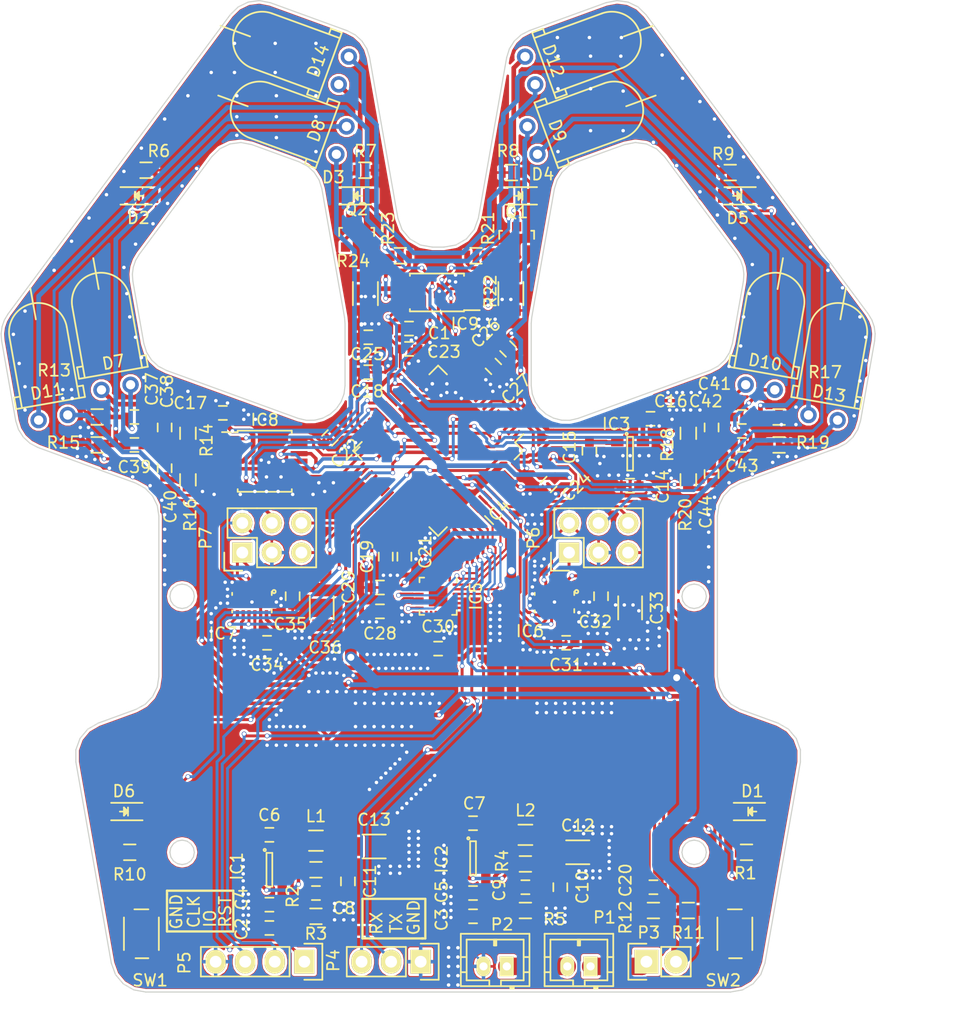
<source format=kicad_pcb>
(kicad_pcb (version 4) (host pcbnew 4.0.4-stable)
  (layers (0 F.Cu signal hide) (31 B.Cu signal hide) (34 B.Paste user) (35 F.Paste user) (36 B.SilkS user) (37 F.SilkS user) (38 B.Mask user) (39 F.Mask user) (44 Edge.Cuts user))
  (net 0 "")
  (net 1 BATT)
  (net 2 GND)
  (net 3 "Net-(C6-Pad1)")
  (net 4 "Net-(C6-Pad2)")
  (net 5 "Net-(C7-Pad1)")
  (net 6 "Net-(C7-Pad2)")
  (net 7 5V)
  (net 8 "Net-(C8-Pad2)")
  (net 9 3.3V)
  (net 10 "Net-(C9-Pad2)")
  (net 11 1.65V_REF)
  (net 12 3.3V_AN)
  (net 13 "Net-(C18-Pad1)")
  (net 14 "Net-(C19-Pad1)")
  (net 15 /mcu/BATT_MONITOR)
  (net 16 "Net-(C41-Pad1)")
  (net 17 "Net-(C41-Pad2)")
  (net 18 /mcu/IR_SENSOR1)
  (net 19 "Net-(C43-Pad1)")
  (net 20 "Net-(C43-Pad2)")
  (net 21 /mcu/IR_SENSOR2)
  (net 22 /mcu/IR_SENSOR3)
  (net 23 /mcu/IR_SENSOR4)
  (net 24 "Net-(D1-Pad1)")
  (net 25 "Net-(D2-Pad1)")
  (net 26 "Net-(D3-Pad1)")
  (net 27 "Net-(D4-Pad1)")
  (net 28 "Net-(D5-Pad1)")
  (net 29 "Net-(D6-Pad1)")
  (net 30 "Net-(D11-Pad1)")
  (net 31 "Net-(D12-Pad1)")
  (net 32 "Net-(D13-Pad1)")
  (net 33 "Net-(D14-Pad1)")
  (net 34 /mcu/RESET)
  (net 35 /motor1/IN1_PHASE)
  (net 36 /motor1/IN2/ENABLE)
  (net 37 /motor2/IN1_PHASE)
  (net 38 /motor2/IN2/ENABLE)
  (net 39 /imu/IMU_INT)
  (net 40 /mcu/DEBUG_TX)
  (net 41 /mcu/DEBUG_RX)
  (net 42 /imu/IMU_CS)
  (net 43 /mcu/IMU_SCK)
  (net 44 /imu/IMU_MISO)
  (net 45 /imu/IMU_MOSI)
  (net 46 /mcu/ENC2A)
  (net 47 /mcu/ENC2B)
  (net 48 /mcu/ENC1A)
  (net 49 /mcu/ENC1B)
  (net 50 /mcu/SWDIO)
  (net 51 /mcu/SWDCLK)
  (net 52 "Net-(IC6-Pad2)")
  (net 53 "Net-(IC6-Pad3)")
  (net 54 "Net-(IC7-Pad2)")
  (net 55 "Net-(IC7-Pad3)")
  (net 56 "Net-(IC9-Pad1)")
  (net 57 "Net-(IC9-Pad2)")
  (net 58 /ir_transmitter1/IN)
  (net 59 /ir_transmitter2/IN)
  (net 60 "Net-(IC9-Pad6)")
  (net 61 "Net-(IC9-Pad7)")
  (net 62 "Net-(P1-Pad1)")
  (net 63 "Net-(P1-Pad2)")
  (net 64 "Net-(Q1-Pad1)")
  (net 65 "Net-(Q2-Pad1)")
  (net 66 "Net-(C28-Pad1)")
  (net 67 "Net-(C37-Pad1)")
  (net 68 "Net-(C37-Pad2)")
  (net 69 "Net-(C39-Pad1)")
  (net 70 "Net-(C39-Pad2)")
  (net 71 /mcu/LED1)
  (net 72 /mcu/LED2)
  (net 73 /mcu/LED3)
  (net 74 /mcu/LED4)
  (net 75 /mcu/LED5)
  (net 76 /mcu/SW1)
  (net 77 /mcu/SW2)
  (module micromouse2016:LED_5mm_angle (layer F.Cu) (at 115.2 59.4 10)
    (fp_text reference D11 (at -0.121794 -1.036902 10) (layer F.SilkS))
    (fp_text value VSLY5850)
    (pad 1 thru_hole circle (at -1.27 1.27 10) (size 1.4 1.4) (drill 0.8) (layers *.Cu *.Mask) (net 30 "Net-(D11-Pad1)"))
    (pad 2 thru_hole circle (at 1.27 1.27 10) (size 1.4 1.4) (drill 0.8) (layers *.Cu *.Mask) (net 1 BATT))
  )
  (module micromouse2016:LED_5mm_angle (layer F.Cu) (at 139 36.4 70)
    (fp_text reference D8 (at 0.050958 -1.029516 70) (layer F.SilkS))
    (fp_text value SFH213FA)
    (pad 1 thru_hole circle (at -1.27 1.27 70) (size 1.4 1.4) (drill 0.8) (layers *.Cu *.Mask) (net 12 3.3V_AN))
    (pad 2 thru_hole circle (at 1.27 1.27 70) (size 1.4 1.4) (drill 0.8) (layers *.Cu *.Mask) (net 70 "Net-(C39-Pad2)"))
  )
  (module micromouse2016:LED_5mm_angle (layer F.Cu) (at 139.2 30.4 70)
    (fp_text reference D14 (at 0.033857 -1.076501 70) (layer F.SilkS))
    (fp_text value VSLY5850)
    (pad 1 thru_hole circle (at -1.27 1.27 70) (size 1.4 1.4) (drill 0.8) (layers *.Cu *.Mask) (net 33 "Net-(D14-Pad1)"))
    (pad 2 thru_hole circle (at 1.27 1.27 70) (size 1.4 1.4) (drill 0.8) (layers *.Cu *.Mask) (net 32 "Net-(D13-Pad1)"))
  )
  (module Capacitors_SMD:C_0603 (layer F.Cu) (at 158 66.4 225)
    (fp_text reference C24 (at -1.555635 -1.838478 225) (layer F.SilkS))
    (fp_text value 0.1u)
    (pad 1 smd rect (at -0.75 0 225) (size 0.8 0.75) (layers F.Cu F.Paste F.Mask) (net 9 3.3V))
    (pad 2 smd rect (at 0.75 0 225) (size 0.8 0.75) (layers F.Cu F.Paste F.Mask) (net 2 GND))
  )
  (module Housings_QFP:LQFP-64_10x10mm_Pitch0.5mm (layer F.Cu) (at 148.5 63.5 225)
    (fp_text reference IC4 (at 0.141421 -7.353911 225) (layer F.SilkS))
    (fp_text value STM32F405RGTx)
    (pad 1 smd rect (at -5.7 -3.75 225) (size 1 0.25) (layers F.Cu F.Paste F.Mask) (net 9 3.3V))
    (pad 2 smd rect (at -5.7 -3.25 225) (size 1 0.25) (layers F.Cu F.Paste F.Mask))
    (pad 3 smd rect (at -5.7 -2.75 225) (size 1 0.25) (layers F.Cu F.Paste F.Mask))
    (pad 4 smd rect (at -5.7 -2.25 225) (size 1 0.25) (layers F.Cu F.Paste F.Mask))
    (pad 5 smd rect (at -5.7 -1.75 225) (size 1 0.25) (layers F.Cu F.Paste F.Mask))
    (pad 6 smd rect (at -5.7 -1.25 225) (size 1 0.25) (layers F.Cu F.Paste F.Mask))
    (pad 7 smd rect (at -5.7 -0.75 225) (size 1 0.25) (layers F.Cu F.Paste F.Mask) (net 34 /mcu/RESET))
    (pad 8 smd rect (at -5.7 -0.25 225) (size 1 0.25) (layers F.Cu F.Paste F.Mask) (net 15 /mcu/BATT_MONITOR))
    (pad 9 smd rect (at -5.7 0.25 225) (size 1 0.25) (layers F.Cu F.Paste F.Mask))
    (pad 10 smd rect (at -5.7 0.75 225) (size 1 0.25) (layers F.Cu F.Paste F.Mask))
    (pad 11 smd rect (at -5.7 1.25 225) (size 1 0.25) (layers F.Cu F.Paste F.Mask))
    (pad 12 smd rect (at -5.7 1.75 225) (size 1 0.25) (layers F.Cu F.Paste F.Mask) (net 2 GND))
    (pad 13 smd rect (at -5.7 2.25 225) (size 1 0.25) (layers F.Cu F.Paste F.Mask) (net 12 3.3V_AN))
    (pad 14 smd rect (at -5.7 2.75 225) (size 1 0.25) (layers F.Cu F.Paste F.Mask))
    (pad 15 smd rect (at -5.7 3.25 225) (size 1 0.25) (layers F.Cu F.Paste F.Mask) (net 73 /mcu/LED3))
    (pad 16 smd rect (at -5.7 3.75 225) (size 1 0.25) (layers F.Cu F.Paste F.Mask) (net 72 /mcu/LED2))
    (pad 17 smd rect (at -3.75 5.7 315) (size 1 0.25) (layers F.Cu F.Paste F.Mask))
    (pad 18 smd rect (at -3.25 5.7 315) (size 1 0.25) (layers F.Cu F.Paste F.Mask) (net 2 GND))
    (pad 19 smd rect (at -2.75 5.7 315) (size 1 0.25) (layers F.Cu F.Paste F.Mask) (net 9 3.3V))
    (pad 20 smd rect (at -2.25 5.7 315) (size 1 0.25) (layers F.Cu F.Paste F.Mask) (net 58 /ir_transmitter1/IN))
    (pad 21 smd rect (at -1.75 5.7 315) (size 1 0.25) (layers F.Cu F.Paste F.Mask) (net 59 /ir_transmitter2/IN))
    (pad 22 smd rect (at -1.25 5.7 315) (size 1 0.25) (layers F.Cu F.Paste F.Mask) (net 58 /ir_transmitter1/IN))
    (pad 23 smd rect (at -0.75 5.7 315) (size 1 0.25) (layers F.Cu F.Paste F.Mask) (net 59 /ir_transmitter2/IN))
    (pad 24 smd rect (at -0.25 5.7 315) (size 1 0.25) (layers F.Cu F.Paste F.Mask) (net 18 /mcu/IR_SENSOR1))
    (pad 25 smd rect (at 0.25 5.7 315) (size 1 0.25) (layers F.Cu F.Paste F.Mask) (net 23 /mcu/IR_SENSOR4))
    (pad 26 smd rect (at 0.75 5.7 315) (size 1 0.25) (layers F.Cu F.Paste F.Mask) (net 21 /mcu/IR_SENSOR2))
    (pad 27 smd rect (at 1.25 5.7 315) (size 1 0.25) (layers F.Cu F.Paste F.Mask) (net 22 /mcu/IR_SENSOR3))
    (pad 28 smd rect (at 1.75 5.7 315) (size 1 0.25) (layers F.Cu F.Paste F.Mask))
    (pad 29 smd rect (at 2.25 5.7 315) (size 1 0.25) (layers F.Cu F.Paste F.Mask))
    (pad 30 smd rect (at 2.75 5.7 315) (size 1 0.25) (layers F.Cu F.Paste F.Mask))
    (pad 31 smd rect (at 3.25 5.7 315) (size 1 0.25) (layers F.Cu F.Paste F.Mask) (net 13 "Net-(C18-Pad1)"))
    (pad 32 smd rect (at 3.75 5.7 315) (size 1 0.25) (layers F.Cu F.Paste F.Mask) (net 9 3.3V))
    (pad 33 smd rect (at 5.7 3.75 225) (size 1 0.25) (layers F.Cu F.Paste F.Mask) (net 71 /mcu/LED1))
    (pad 34 smd rect (at 5.7 3.25 225) (size 1 0.25) (layers F.Cu F.Paste F.Mask))
    (pad 35 smd rect (at 5.7 2.75 225) (size 1 0.25) (layers F.Cu F.Paste F.Mask))
    (pad 36 smd rect (at 5.7 2.25 225) (size 1 0.25) (layers F.Cu F.Paste F.Mask))
    (pad 37 smd rect (at 5.7 1.75 225) (size 1 0.25) (layers F.Cu F.Paste F.Mask) (net 46 /mcu/ENC2A))
    (pad 38 smd rect (at 5.7 1.25 225) (size 1 0.25) (layers F.Cu F.Paste F.Mask) (net 47 /mcu/ENC2B))
    (pad 39 smd rect (at 5.7 0.75 225) (size 1 0.25) (layers F.Cu F.Paste F.Mask))
    (pad 40 smd rect (at 5.7 0.25 225) (size 1 0.25) (layers F.Cu F.Paste F.Mask) (net 76 /mcu/SW1))
    (pad 41 smd rect (at 5.7 -0.25 225) (size 1 0.25) (layers F.Cu F.Paste F.Mask) (net 37 /motor2/IN1_PHASE))
    (pad 42 smd rect (at 5.7 -0.75 225) (size 1 0.25) (layers F.Cu F.Paste F.Mask) (net 38 /motor2/IN2/ENABLE))
    (pad 43 smd rect (at 5.7 -1.25 225) (size 1 0.25) (layers F.Cu F.Paste F.Mask) (net 35 /motor1/IN1_PHASE))
    (pad 44 smd rect (at 5.7 -1.75 225) (size 1 0.25) (layers F.Cu F.Paste F.Mask) (net 36 /motor1/IN2/ENABLE))
    (pad 45 smd rect (at 5.7 -2.25 225) (size 1 0.25) (layers F.Cu F.Paste F.Mask) (net 75 /mcu/LED5))
    (pad 46 smd rect (at 5.7 -2.75 225) (size 1 0.25) (layers F.Cu F.Paste F.Mask) (net 50 /mcu/SWDIO))
    (pad 47 smd rect (at 5.7 -3.25 225) (size 1 0.25) (layers F.Cu F.Paste F.Mask) (net 14 "Net-(C19-Pad1)"))
    (pad 48 smd rect (at 5.7 -3.75 225) (size 1 0.25) (layers F.Cu F.Paste F.Mask) (net 9 3.3V))
    (pad 49 smd rect (at 3.75 -5.7 315) (size 1 0.25) (layers F.Cu F.Paste F.Mask) (net 51 /mcu/SWDCLK))
    (pad 50 smd rect (at 3.25 -5.7 315) (size 1 0.25) (layers F.Cu F.Paste F.Mask) (net 77 /mcu/SW2))
    (pad 51 smd rect (at 2.75 -5.7 315) (size 1 0.25) (layers F.Cu F.Paste F.Mask) (net 40 /mcu/DEBUG_TX))
    (pad 52 smd rect (at 2.25 -5.7 315) (size 1 0.25) (layers F.Cu F.Paste F.Mask) (net 41 /mcu/DEBUG_RX))
    (pad 53 smd rect (at 1.75 -5.7 315) (size 1 0.25) (layers F.Cu F.Paste F.Mask) (net 42 /imu/IMU_CS))
    (pad 54 smd rect (at 1.25 -5.7 315) (size 1 0.25) (layers F.Cu F.Paste F.Mask) (net 39 /imu/IMU_INT))
    (pad 55 smd rect (at 0.75 -5.7 315) (size 1 0.25) (layers F.Cu F.Paste F.Mask) (net 43 /mcu/IMU_SCK))
    (pad 56 smd rect (at 0.25 -5.7 315) (size 1 0.25) (layers F.Cu F.Paste F.Mask) (net 44 /imu/IMU_MISO))
    (pad 57 smd rect (at -0.25 -5.7 315) (size 1 0.25) (layers F.Cu F.Paste F.Mask) (net 45 /imu/IMU_MOSI))
    (pad 58 smd rect (at -0.75 -5.7 315) (size 1 0.25) (layers F.Cu F.Paste F.Mask) (net 48 /mcu/ENC1A))
    (pad 59 smd rect (at -1.25 -5.7 315) (size 1 0.25) (layers F.Cu F.Paste F.Mask) (net 49 /mcu/ENC1B))
    (pad 60 smd rect (at -1.75 -5.7 315) (size 1 0.25) (layers F.Cu F.Paste F.Mask) (net 2 GND))
    (pad 61 smd rect (at -2.25 -5.7 315) (size 1 0.25) (layers F.Cu F.Paste F.Mask))
    (pad 62 smd rect (at -2.75 -5.7 315) (size 1 0.25) (layers F.Cu F.Paste F.Mask) (net 74 /mcu/LED4))
    (pad 63 smd rect (at -3.25 -5.7 315) (size 1 0.25) (layers F.Cu F.Paste F.Mask) (net 2 GND))
    (pad 64 smd rect (at -3.75 -5.7 315) (size 1 0.25) (layers F.Cu F.Paste F.Mask) (net 9 3.3V))
  )
  (module Capacitors_SMD:C_0603 (layer F.Cu) (at 146 53)
    (fp_text reference C1 (at 2.6 0.4) (layer F.SilkS))
    (fp_text value 0.1u)
    (pad 1 smd rect (at -0.75 0) (size 0.8 0.75) (layers F.Cu F.Paste F.Mask) (net 1 BATT))
    (pad 2 smd rect (at 0.75 0) (size 0.8 0.75) (layers F.Cu F.Paste F.Mask) (net 2 GND))
  )
  (module Capacitors_SMD:C_0603 (layer F.Cu) (at 134 104.5 180)
    (fp_text reference C2 (at 2.4 -0.1 270) (layer F.SilkS))
    (fp_text value 10u)
    (pad 1 smd rect (at -0.75 0 180) (size 0.8 0.75) (layers F.Cu F.Paste F.Mask) (net 1 BATT))
    (pad 2 smd rect (at 0.75 0 180) (size 0.8 0.75) (layers F.Cu F.Paste F.Mask) (net 2 GND))
  )
  (module Capacitors_SMD:C_0603 (layer F.Cu) (at 151.5 103.5 180)
    (fp_text reference C3 (at 2.7 -0.3 270) (layer F.SilkS))
    (fp_text value 10u)
    (pad 1 smd rect (at -0.75 0 180) (size 0.8 0.75) (layers F.Cu F.Paste F.Mask) (net 1 BATT))
    (pad 2 smd rect (at 0.75 0 180) (size 0.8 0.75) (layers F.Cu F.Paste F.Mask) (net 2 GND))
  )
  (module Capacitors_SMD:C_0603 (layer F.Cu) (at 134 102.5 180)
    (fp_text reference C4 (at 2.4 0.5 270) (layer F.SilkS))
    (fp_text value 0.1u)
    (pad 1 smd rect (at -0.75 0 180) (size 0.8 0.75) (layers F.Cu F.Paste F.Mask) (net 1 BATT))
    (pad 2 smd rect (at 0.75 0 180) (size 0.8 0.75) (layers F.Cu F.Paste F.Mask) (net 2 GND))
  )
  (module Capacitors_SMD:C_0603 (layer F.Cu) (at 151.5 101.5 180)
    (fp_text reference C5 (at 2.7 0.1 270) (layer F.SilkS))
    (fp_text value 0.1u)
    (pad 1 smd rect (at -0.75 0 180) (size 0.8 0.75) (layers F.Cu F.Paste F.Mask) (net 1 BATT))
    (pad 2 smd rect (at 0.75 0 180) (size 0.8 0.75) (layers F.Cu F.Paste F.Mask) (net 2 GND))
  )
  (module Capacitors_SMD:C_0603 (layer F.Cu) (at 134 96.5 180)
    (fp_text reference C6 (at 0 1.7 180) (layer F.SilkS))
    (fp_text value 0.1u)
    (pad 1 smd rect (at -0.75 0 180) (size 0.8 0.75) (layers F.Cu F.Paste F.Mask) (net 3 "Net-(C6-Pad1)"))
    (pad 2 smd rect (at 0.75 0 180) (size 0.8 0.75) (layers F.Cu F.Paste F.Mask) (net 4 "Net-(C6-Pad2)"))
  )
  (module Capacitors_SMD:C_0603 (layer F.Cu) (at 151.5 95.5 180)
    (fp_text reference C7 (at -0.1 1.7 180) (layer F.SilkS))
    (fp_text value 0.1u)
    (pad 1 smd rect (at -0.75 0 180) (size 0.8 0.75) (layers F.Cu F.Paste F.Mask) (net 5 "Net-(C7-Pad1)"))
    (pad 2 smd rect (at 0.75 0 180) (size 0.8 0.75) (layers F.Cu F.Paste F.Mask) (net 6 "Net-(C7-Pad2)"))
  )
  (module Capacitors_SMD:C_0603 (layer F.Cu) (at 138 101.5 180)
    (fp_text reference C8 (at -2.4 -1.3 180) (layer F.SilkS))
    (fp_text value 33p)
    (pad 1 smd rect (at -0.75 0 180) (size 0.8 0.75) (layers F.Cu F.Paste F.Mask) (net 7 5V))
    (pad 2 smd rect (at 0.75 0 180) (size 0.8 0.75) (layers F.Cu F.Paste F.Mask) (net 8 "Net-(C8-Pad2)"))
  )
  (module Capacitors_SMD:C_0603 (layer F.Cu) (at 156 101 180)
    (fp_text reference C9 (at 2.25 -0.25 270) (layer F.SilkS))
    (fp_text value 33p)
    (pad 1 smd rect (at -0.75 0 180) (size 0.8 0.75) (layers F.Cu F.Paste F.Mask) (net 9 3.3V))
    (pad 2 smd rect (at 0.75 0 180) (size 0.8 0.75) (layers F.Cu F.Paste F.Mask) (net 10 "Net-(C9-Pad2)"))
  )
  (module Capacitors_SMD:C_0603 (layer F.Cu) (at 159 101 270)
    (fp_text reference C10 (at 0 -1.9 270) (layer F.SilkS))
    (fp_text value 0.1u)
    (pad 1 smd rect (at -0.75 0 270) (size 0.8 0.75) (layers F.Cu F.Paste F.Mask) (net 9 3.3V))
    (pad 2 smd rect (at 0.75 0 270) (size 0.8 0.75) (layers F.Cu F.Paste F.Mask) (net 2 GND))
  )
  (module Capacitors_SMD:C_0603 (layer F.Cu) (at 140.75 100.5 270)
    (fp_text reference C11 (at 0 -1.9 270) (layer F.SilkS))
    (fp_text value 0.1u)
    (pad 1 smd rect (at -0.75 0 270) (size 0.8 0.75) (layers F.Cu F.Paste F.Mask) (net 7 5V))
    (pad 2 smd rect (at 0.75 0 270) (size 0.8 0.75) (layers F.Cu F.Paste F.Mask) (net 2 GND))
  )
  (module Capacitors_SMD:C_1206 (layer F.Cu) (at 160.5 98)
    (fp_text reference C12 (at 0 -2.3) (layer F.SilkS))
    (fp_text value 47u)
    (pad 1 smd rect (at -1.5 0) (size 1 1.6) (layers F.Cu F.Paste F.Mask) (net 9 3.3V))
    (pad 2 smd rect (at 1.5 0) (size 1 1.6) (layers F.Cu F.Paste F.Mask) (net 2 GND))
  )
  (module Capacitors_SMD:C_1206 (layer F.Cu) (at 143 97.5)
    (fp_text reference C13 (at 0 -2.3) (layer F.SilkS))
    (fp_text value 47u)
    (pad 1 smd rect (at -1.5 0) (size 1 1.6) (layers F.Cu F.Paste F.Mask) (net 7 5V))
    (pad 2 smd rect (at 1.5 0) (size 1 1.6) (layers F.Cu F.Paste F.Mask) (net 2 GND))
  )
  (module Capacitors_SMD:C_0603 (layer F.Cu) (at 165 66.5 180)
    (fp_text reference C14 (at -2.8 -0.1 270) (layer F.SilkS))
    (fp_text value 0.1u)
    (pad 1 smd rect (at -0.75 0 180) (size 0.8 0.75) (layers F.Cu F.Paste F.Mask) (net 7 5V))
    (pad 2 smd rect (at 0.75 0 180) (size 0.8 0.75) (layers F.Cu F.Paste F.Mask) (net 2 GND))
  )
  (module Capacitors_SMD:C_0603 (layer F.Cu) (at 161.5 63.5 270)
    (fp_text reference C15 (at -0.3 1.7 270) (layer F.SilkS))
    (fp_text value 10u)
    (pad 1 smd rect (at -0.75 0 270) (size 0.8 0.75) (layers F.Cu F.Paste F.Mask) (net 11 1.65V_REF))
    (pad 2 smd rect (at 0.75 0 270) (size 0.8 0.75) (layers F.Cu F.Paste F.Mask) (net 2 GND))
  )
  (module Capacitors_SMD:C_0603 (layer F.Cu) (at 166.75 60.75)
    (fp_text reference C16 (at 1.75 -1.5) (layer F.SilkS))
    (fp_text value 10u)
    (pad 1 smd rect (at -0.75 0) (size 0.8 0.75) (layers F.Cu F.Paste F.Mask) (net 12 3.3V_AN))
    (pad 2 smd rect (at 0.75 0) (size 0.8 0.75) (layers F.Cu F.Paste F.Mask) (net 2 GND))
  )
  (module Capacitors_SMD:C_0603 (layer F.Cu) (at 130 60.25)
    (fp_text reference C17 (at -2.8 -0.85 180) (layer F.SilkS))
    (fp_text value 0.1u)
    (pad 1 smd rect (at -0.75 0) (size 0.8 0.75) (layers F.Cu F.Paste F.Mask) (net 12 3.3V_AN))
    (pad 2 smd rect (at 0.75 0) (size 0.8 0.75) (layers F.Cu F.Paste F.Mask) (net 2 GND))
  )
  (module Capacitors_SMD:C_0603 (layer F.Cu) (at 142.5 56.75)
    (fp_text reference C18 (at -0.1 1.65) (layer F.SilkS))
    (fp_text value 2.2u)
    (pad 1 smd rect (at -0.75 0) (size 0.8 0.75) (layers F.Cu F.Paste F.Mask) (net 13 "Net-(C18-Pad1)"))
    (pad 2 smd rect (at 0.75 0) (size 0.8 0.75) (layers F.Cu F.Paste F.Mask) (net 2 GND))
  )
  (module Capacitors_SMD:C_0603 (layer F.Cu) (at 144 72.6 270)
    (fp_text reference C19 (at 0 1.6 270) (layer F.SilkS))
    (fp_text value 2.2u)
    (pad 1 smd rect (at -0.75 0 270) (size 0.8 0.75) (layers F.Cu F.Paste F.Mask) (net 14 "Net-(C19-Pad1)"))
    (pad 2 smd rect (at 0.75 0 270) (size 0.8 0.75) (layers F.Cu F.Paste F.Mask) (net 2 GND))
  )
  (module Capacitors_SMD:C_0603 (layer F.Cu) (at 167 101 180)
    (fp_text reference C20 (at 2.4 0.6 270) (layer F.SilkS))
    (fp_text value 1u)
    (pad 1 smd rect (at -0.75 0 180) (size 0.8 0.75) (layers F.Cu F.Paste F.Mask) (net 15 /mcu/BATT_MONITOR))
    (pad 2 smd rect (at 0.75 0 180) (size 0.8 0.75) (layers F.Cu F.Paste F.Mask) (net 2 GND))
  )
  (module Capacitors_SMD:C_0603 (layer F.Cu) (at 145.6 72.6 270)
    (fp_text reference C21 (at -0.4 -1.8 270) (layer F.SilkS))
    (fp_text value 0.1u)
    (pad 1 smd rect (at -0.75 0 270) (size 0.8 0.75) (layers F.Cu F.Paste F.Mask) (net 9 3.3V))
    (pad 2 smd rect (at 0.75 0 270) (size 0.8 0.75) (layers F.Cu F.Paste F.Mask) (net 2 GND))
  )
  (module Capacitors_SMD:C_0603 (layer F.Cu) (at 139.2 62.4 225)
    (fp_text reference C22 (at 0 -1.9 225) (layer F.SilkS))
    (fp_text value 0.1u)
    (pad 1 smd rect (at -0.75 0 225) (size 0.8 0.75) (layers F.Cu F.Paste F.Mask) (net 9 3.3V))
    (pad 2 smd rect (at 0.75 0 225) (size 0.8 0.75) (layers F.Cu F.Paste F.Mask) (net 2 GND))
  )
  (module Capacitors_SMD:C_0603 (layer F.Cu) (at 146 54.75)
    (fp_text reference C23 (at 3 0.25) (layer F.SilkS))
    (fp_text value 0.1u)
    (pad 1 smd rect (at -0.75 0) (size 0.8 0.75) (layers F.Cu F.Paste F.Mask) (net 9 3.3V))
    (pad 2 smd rect (at 0.75 0) (size 0.8 0.75) (layers F.Cu F.Paste F.Mask) (net 2 GND))
  )
  (module Capacitors_SMD:C_0603 (layer F.Cu) (at 142.5 53.75 180)
    (fp_text reference C25 (at 0.1 -1.45 180) (layer F.SilkS))
    (fp_text value 4.7u)
    (pad 1 smd rect (at -0.75 0 180) (size 0.8 0.75) (layers F.Cu F.Paste F.Mask) (net 9 3.3V))
    (pad 2 smd rect (at 0.75 0 180) (size 0.8 0.75) (layers F.Cu F.Paste F.Mask) (net 2 GND))
  )
  (module Capacitors_SMD:C_0603 (layer F.Cu) (at 154.5 54.75 315)
    (fp_text reference C26 (at -2.298097 0.388909 405) (layer F.SilkS))
    (fp_text value 1u)
    (pad 1 smd rect (at -0.75 0 315) (size 0.8 0.75) (layers F.Cu F.Paste F.Mask) (net 12 3.3V_AN))
    (pad 2 smd rect (at 0.75 0 315) (size 0.8 0.75) (layers F.Cu F.Paste F.Mask) (net 2 GND))
  )
  (module Capacitors_SMD:C_0603 (layer F.Cu) (at 153.25 56.25 315)
    (fp_text reference C27 (at 2.757716 0 405) (layer F.SilkS))
    (fp_text value 0.1u)
    (pad 1 smd rect (at -0.75 0 315) (size 0.8 0.75) (layers F.Cu F.Paste F.Mask) (net 12 3.3V_AN))
    (pad 2 smd rect (at 0.75 0 315) (size 0.8 0.75) (layers F.Cu F.Paste F.Mask) (net 2 GND))
  )
  (module Capacitors_SMD:C_0603 (layer F.Cu) (at 143.5 77.3 180)
    (fp_text reference C28 (at 0 -1.9 180) (layer F.SilkS))
    (fp_text value 0.1u)
    (pad 1 smd rect (at -0.75 0 180) (size 0.8 0.75) (layers F.Cu F.Paste F.Mask) (net 66 "Net-(C28-Pad1)"))
    (pad 2 smd rect (at 0.75 0 180) (size 0.8 0.75) (layers F.Cu F.Paste F.Mask) (net 2 GND))
  )
  (module Capacitors_SMD:C_0603 (layer F.Cu) (at 143.5 75.25 180)
    (fp_text reference C29 (at 2.7 0.05 270) (layer F.SilkS))
    (fp_text value 0.1u)
    (pad 1 smd rect (at -0.75 0 180) (size 0.8 0.75) (layers F.Cu F.Paste F.Mask) (net 9 3.3V))
    (pad 2 smd rect (at 0.75 0 180) (size 0.8 0.75) (layers F.Cu F.Paste F.Mask) (net 2 GND))
  )
  (module Capacitors_SMD:C_0603 (layer F.Cu) (at 148.5 80.5)
    (fp_text reference C30 (at 0 -1.9) (layer F.SilkS))
    (fp_text value 0.01u)
    (pad 1 smd rect (at -0.75 0) (size 0.8 0.75) (layers F.Cu F.Paste F.Mask) (net 9 3.3V))
    (pad 2 smd rect (at 0.75 0) (size 0.8 0.75) (layers F.Cu F.Paste F.Mask) (net 2 GND))
  )
  (module Capacitors_SMD:C_0603 (layer F.Cu) (at 159.5 80 180)
    (fp_text reference C31 (at 0 -1.9 180) (layer F.SilkS))
    (fp_text value 0.1u)
    (pad 1 smd rect (at -0.75 0 180) (size 0.8 0.75) (layers F.Cu F.Paste F.Mask) (net 9 3.3V))
    (pad 2 smd rect (at 0.75 0 180) (size 0.8 0.75) (layers F.Cu F.Paste F.Mask) (net 2 GND))
  )
  (module Capacitors_SMD:C_0603 (layer F.Cu) (at 162.5 76 270)
    (fp_text reference C32 (at 2.2 0.5 360) (layer F.SilkS))
    (fp_text value 0.1u)
    (pad 1 smd rect (at -0.75 0 270) (size 0.8 0.75) (layers F.Cu F.Paste F.Mask) (net 1 BATT))
    (pad 2 smd rect (at 0.75 0 270) (size 0.8 0.75) (layers F.Cu F.Paste F.Mask) (net 2 GND))
  )
  (module Capacitors_SMD:C_0603 (layer F.Cu) (at 133.8 80 180)
    (fp_text reference C34 (at 0 -1.9 180) (layer F.SilkS))
    (fp_text value 0.1u)
    (pad 1 smd rect (at -0.75 0 180) (size 0.8 0.75) (layers F.Cu F.Paste F.Mask) (net 9 3.3V))
    (pad 2 smd rect (at 0.75 0 180) (size 0.8 0.75) (layers F.Cu F.Paste F.Mask) (net 2 GND))
  )
  (module Capacitors_SMD:C_0603 (layer F.Cu) (at 122.4 60.6 180)
    (fp_text reference C37 (at -1.5 2.4 270) (layer F.SilkS))
    (fp_text value 0.01u)
    (pad 1 smd rect (at -0.75 0 180) (size 0.8 0.75) (layers F.Cu F.Paste F.Mask) (net 67 "Net-(C37-Pad1)"))
    (pad 2 smd rect (at 0.75 0 180) (size 0.8 0.75) (layers F.Cu F.Paste F.Mask) (net 68 "Net-(C37-Pad2)"))
  )
  (module Capacitors_SMD:C_0603 (layer F.Cu) (at 125 61.5 270)
    (fp_text reference C38 (at -3.1 -0.2 270) (layer F.SilkS))
    (fp_text value 22p)
    (pad 1 smd rect (at -0.75 0 270) (size 0.8 0.75) (layers F.Cu F.Paste F.Mask) (net 18 /mcu/IR_SENSOR1))
    (pad 2 smd rect (at 0.75 0 270) (size 0.8 0.75) (layers F.Cu F.Paste F.Mask) (net 67 "Net-(C37-Pad1)"))
  )
  (module Capacitors_SMD:C_0603 (layer F.Cu) (at 125 65 90)
    (fp_text reference C40 (at -3.3 0.5 90) (layer F.SilkS))
    (fp_text value 22p)
    (pad 1 smd rect (at -0.75 0 90) (size 0.8 0.75) (layers F.Cu F.Paste F.Mask) (net 21 /mcu/IR_SENSOR2))
    (pad 2 smd rect (at 0.75 0 90) (size 0.8 0.75) (layers F.Cu F.Paste F.Mask) (net 69 "Net-(C39-Pad1)"))
  )
  (module Capacitors_SMD:C_0603 (layer F.Cu) (at 174.6 60.6)
    (fp_text reference C41 (at -2.35 -2.85) (layer F.SilkS))
    (fp_text value 0.01u)
    (pad 1 smd rect (at -0.75 0) (size 0.8 0.75) (layers F.Cu F.Paste F.Mask) (net 16 "Net-(C41-Pad1)"))
    (pad 2 smd rect (at 0.75 0) (size 0.8 0.75) (layers F.Cu F.Paste F.Mask) (net 17 "Net-(C41-Pad2)"))
  )
  (module Capacitors_SMD:C_0603 (layer F.Cu) (at 172 61.5 90)
    (fp_text reference C42 (at 2.25 -0.5 180) (layer F.SilkS))
    (fp_text value 22p)
    (pad 1 smd rect (at -0.75 0 90) (size 0.8 0.75) (layers F.Cu F.Paste F.Mask) (net 22 /mcu/IR_SENSOR3))
    (pad 2 smd rect (at 0.75 0 90) (size 0.8 0.75) (layers F.Cu F.Paste F.Mask) (net 16 "Net-(C41-Pad1)"))
  )
  (module Capacitors_SMD:C_0603 (layer F.Cu) (at 174.6 63)
    (fp_text reference C43 (at 0 1.8) (layer F.SilkS))
    (fp_text value 0.01u)
    (pad 1 smd rect (at -0.75 0) (size 0.8 0.75) (layers F.Cu F.Paste F.Mask) (net 19 "Net-(C43-Pad1)"))
    (pad 2 smd rect (at 0.75 0) (size 0.8 0.75) (layers F.Cu F.Paste F.Mask) (net 20 "Net-(C43-Pad2)"))
  )
  (module Capacitors_SMD:C_0603 (layer F.Cu) (at 172 65.5 270)
    (fp_text reference C44 (at 3.25 0.5 270) (layer F.SilkS))
    (fp_text value 22p)
    (pad 1 smd rect (at -0.75 0 270) (size 0.8 0.75) (layers F.Cu F.Paste F.Mask) (net 23 /mcu/IR_SENSOR4))
    (pad 2 smd rect (at 0.75 0 270) (size 0.8 0.75) (layers F.Cu F.Paste F.Mask) (net 19 "Net-(C43-Pad1)"))
  )
  (module LEDs:LED_0805 (layer F.Cu) (at 175.5 94.5)
    (fp_text reference D1 (at 0 -1.75 180) (layer F.SilkS))
    (fp_text value PWR_BLUE)
    (pad 2 smd rect (at 1.04902 0 180) (size 1.19888 1.19888) (layers F.Cu F.Paste F.Mask) (net 1 BATT))
    (pad 1 smd rect (at -1.04902 0 180) (size 1.19888 1.19888) (layers F.Cu F.Paste F.Mask) (net 24 "Net-(D1-Pad1)"))
  )
  (module LEDs:LED_0805 (layer F.Cu) (at 122.8 41.6)
    (fp_text reference D2 (at -0.05 1.9) (layer F.SilkS))
    (fp_text value GREEN1)
    (pad 2 smd rect (at 1.04902 0 180) (size 1.19888 1.19888) (layers F.Cu F.Paste F.Mask) (net 71 /mcu/LED1))
    (pad 1 smd rect (at -1.04902 0 180) (size 1.19888 1.19888) (layers F.Cu F.Paste F.Mask) (net 25 "Net-(D2-Pad1)"))
  )
  (module LEDs:LED_0805 (layer F.Cu) (at 141.6 41.6)
    (fp_text reference D3 (at -2.1 -1.6) (layer F.SilkS))
    (fp_text value GREEN2)
    (pad 2 smd rect (at 1.04902 0 180) (size 1.19888 1.19888) (layers F.Cu F.Paste F.Mask) (net 72 /mcu/LED2))
    (pad 1 smd rect (at -1.04902 0 180) (size 1.19888 1.19888) (layers F.Cu F.Paste F.Mask) (net 26 "Net-(D3-Pad1)"))
  )
  (module LEDs:LED_0805 (layer F.Cu) (at 155.4 41.6 180)
    (fp_text reference D4 (at -2.1 1.85 180) (layer F.SilkS))
    (fp_text value GREEN3)
    (pad 2 smd rect (at 1.04902 0) (size 1.19888 1.19888) (layers F.Cu F.Paste F.Mask) (net 73 /mcu/LED3))
    (pad 1 smd rect (at -1.04902 0) (size 1.19888 1.19888) (layers F.Cu F.Paste F.Mask) (net 27 "Net-(D4-Pad1)"))
  )
  (module LEDs:LED_0805 (layer F.Cu) (at 174.2 41.6 180)
    (fp_text reference D5 (at -0.05 -1.9 180) (layer F.SilkS))
    (fp_text value GREEN4)
    (pad 2 smd rect (at 1.04902 0) (size 1.19888 1.19888) (layers F.Cu F.Paste F.Mask) (net 74 /mcu/LED4))
    (pad 1 smd rect (at -1.04902 0) (size 1.19888 1.19888) (layers F.Cu F.Paste F.Mask) (net 28 "Net-(D5-Pad1)"))
  )
  (module LEDs:LED_0805 (layer F.Cu) (at 121.5 94.5 180)
    (fp_text reference D6 (at 0 1.75 360) (layer F.SilkS))
    (fp_text value RED)
    (pad 2 smd rect (at 1.04902 0) (size 1.19888 1.19888) (layers F.Cu F.Paste F.Mask) (net 75 /mcu/LED5))
    (pad 1 smd rect (at -1.04902 0) (size 1.19888 1.19888) (layers F.Cu F.Paste F.Mask) (net 29 "Net-(D6-Pad1)"))
  )
  (module micromouse2016:LED_5mm_angle (layer F.Cu) (at 120.6 56.8 10)
    (fp_text reference D7 (at 0.156283 -0.886327 10) (layer F.SilkS))
    (fp_text value SFH213FA)
    (pad 1 thru_hole circle (at -1.27 1.27 10) (size 1.4 1.4) (drill 0.8) (layers *.Cu *.Mask) (net 12 3.3V_AN))
    (pad 2 thru_hole circle (at 1.27 1.27 10) (size 1.4 1.4) (drill 0.8) (layers *.Cu *.Mask) (net 68 "Net-(C37-Pad2)"))
  )
  (module micromouse2016:LED_5mm_angle (layer F.Cu) (at 157.8 36.4 290)
    (fp_text reference D9 (at -0.050958 -1.029516 290) (layer F.SilkS))
    (fp_text value SFH213FA)
    (pad 1 thru_hole circle (at -1.27 1.27 290) (size 1.4 1.4) (drill 0.8) (layers *.Cu *.Mask) (net 12 3.3V_AN))
    (pad 2 thru_hole circle (at 1.27 1.27 290) (size 1.4 1.4) (drill 0.8) (layers *.Cu *.Mask) (net 17 "Net-(C41-Pad2)"))
  )
  (module micromouse2016:LED_5mm_angle (layer F.Cu) (at 176.4 56.8 350)
    (fp_text reference D10 (at 0.040678 -0.921057 350) (layer F.SilkS))
    (fp_text value SFH213FA)
    (pad 1 thru_hole circle (at -1.27 1.27 350) (size 1.4 1.4) (drill 0.8) (layers *.Cu *.Mask) (net 12 3.3V_AN))
    (pad 2 thru_hole circle (at 1.27 1.27 350) (size 1.4 1.4) (drill 0.8) (layers *.Cu *.Mask) (net 20 "Net-(C43-Pad2)"))
  )
  (module micromouse2016:LED_5mm_angle (layer F.Cu) (at 157.6 30.4 290)
    (fp_text reference D12 (at -0.102261 -0.888562 290) (layer F.SilkS))
    (fp_text value VSLY5850)
    (pad 1 thru_hole circle (at -1.27 1.27 290) (size 1.4 1.4) (drill 0.8) (layers *.Cu *.Mask) (net 31 "Net-(D12-Pad1)"))
    (pad 2 thru_hole circle (at 1.27 1.27 290) (size 1.4 1.4) (drill 0.8) (layers *.Cu *.Mask) (net 30 "Net-(D11-Pad1)"))
  )
  (module micromouse2016:LED_5mm_angle (layer F.Cu) (at 181.8 59.4 350)
    (fp_text reference D13 (at 0.156524 -0.839941 350) (layer F.SilkS))
    (fp_text value VSLY5850)
    (pad 1 thru_hole circle (at -1.27 1.27 350) (size 1.4 1.4) (drill 0.8) (layers *.Cu *.Mask) (net 32 "Net-(D13-Pad1)"))
    (pad 2 thru_hole circle (at 1.27 1.27 350) (size 1.4 1.4) (drill 0.8) (layers *.Cu *.Mask) (net 1 BATT))
  )
  (module TO_SOT_Packages_SMD:SOT-23-6 (layer F.Cu) (at 134 99.5)
    (fp_text reference IC1 (at -2.8 -0.3 90) (layer F.SilkS))
    (fp_text value RT7285/A)
    (pad 1 smd rect (at -1.1 -0.95) (size 1.06 0.65) (layers F.Cu F.Paste F.Mask) (net 4 "Net-(C6-Pad2)"))
    (pad 2 smd rect (at -1.1 0) (size 1.06 0.65) (layers F.Cu F.Paste F.Mask) (net 2 GND))
    (pad 3 smd rect (at -1.1 0.95) (size 1.06 0.65) (layers F.Cu F.Paste F.Mask) (net 8 "Net-(C8-Pad2)"))
    (pad 4 smd rect (at 1.1 0.95) (size 1.06 0.65) (layers F.Cu F.Paste F.Mask) (net 1 BATT))
    (pad 6 smd rect (at 1.1 -0.95) (size 1.06 0.65) (layers F.Cu F.Paste F.Mask) (net 3 "Net-(C6-Pad1)"))
    (pad 5 smd rect (at 1.1 0) (size 1.06 0.65) (layers F.Cu F.Paste F.Mask) (net 1 BATT))
  )
  (module TO_SOT_Packages_SMD:SOT-23-6 (layer F.Cu) (at 151.5 98.5)
    (fp_text reference IC2 (at -2.7 0.1 90) (layer F.SilkS))
    (fp_text value RT7285/A)
    (pad 1 smd rect (at -1.1 -0.95) (size 1.06 0.65) (layers F.Cu F.Paste F.Mask) (net 6 "Net-(C7-Pad2)"))
    (pad 2 smd rect (at -1.1 0) (size 1.06 0.65) (layers F.Cu F.Paste F.Mask) (net 2 GND))
    (pad 3 smd rect (at -1.1 0.95) (size 1.06 0.65) (layers F.Cu F.Paste F.Mask) (net 10 "Net-(C9-Pad2)"))
    (pad 4 smd rect (at 1.1 0.95) (size 1.06 0.65) (layers F.Cu F.Paste F.Mask) (net 1 BATT))
    (pad 6 smd rect (at 1.1 -0.95) (size 1.06 0.65) (layers F.Cu F.Paste F.Mask) (net 5 "Net-(C7-Pad1)"))
    (pad 5 smd rect (at 1.1 0) (size 1.06 0.65) (layers F.Cu F.Paste F.Mask) (net 1 BATT))
  )
  (module TO_SOT_Packages_SMD:SOT-23-5 (layer F.Cu) (at 165 63.75)
    (fp_text reference IC3 (at -1.2 -2.55) (layer F.SilkS))
    (fp_text value REF1933)
    (pad 1 smd rect (at -1.1 -0.95) (size 1.06 0.65) (layers F.Cu F.Paste F.Mask) (net 11 1.65V_REF))
    (pad 2 smd rect (at -1.1 0) (size 1.06 0.65) (layers F.Cu F.Paste F.Mask) (net 2 GND))
    (pad 3 smd rect (at -1.1 0.95) (size 1.06 0.65) (layers F.Cu F.Paste F.Mask) (net 7 5V))
    (pad 4 smd rect (at 1.1 0.95) (size 1.06 0.65) (layers F.Cu F.Paste F.Mask) (net 7 5V))
    (pad 5 smd rect (at 1.1 -0.95) (size 1.06 0.65) (layers F.Cu F.Paste F.Mask) (net 12 3.3V_AN))
  )
  (module micromouse2016:QFN-24-1EP_3x3mm_Pitch0.4mm_HandSolder (layer F.Cu) (at 148.5 76 270)
    (fp_text reference IC5 (at 0 -3.25 270) (layer F.SilkS))
    (fp_text value MPU6500)
    (pad 1 smd rect (at -1.6 -1 270) (size 0.7 0.2) (layers F.Cu F.Paste F.Mask))
    (pad 2 smd rect (at -1.6 -0.6 270) (size 0.7 0.2) (layers F.Cu F.Paste F.Mask))
    (pad 3 smd rect (at -1.6 -0.2 270) (size 0.7 0.2) (layers F.Cu F.Paste F.Mask))
    (pad 4 smd rect (at -1.6 0.2 270) (size 0.7 0.2) (layers F.Cu F.Paste F.Mask))
    (pad 5 smd rect (at -1.6 0.6 270) (size 0.7 0.2) (layers F.Cu F.Paste F.Mask))
    (pad 6 smd rect (at -1.6 1 270) (size 0.7 0.2) (layers F.Cu F.Paste F.Mask))
    (pad 7 smd rect (at -1 1.6) (size 0.7 0.2) (layers F.Cu F.Paste F.Mask))
    (pad 8 smd rect (at -0.6 1.6) (size 0.7 0.2) (layers F.Cu F.Paste F.Mask) (net 9 3.3V))
    (pad 9 smd rect (at -0.2 1.6) (size 0.7 0.2) (layers F.Cu F.Paste F.Mask) (net 44 /imu/IMU_MISO))
    (pad 10 smd rect (at 0.2 1.6) (size 0.7 0.2) (layers F.Cu F.Paste F.Mask) (net 66 "Net-(C28-Pad1)"))
    (pad 11 smd rect (at 0.6 1.6) (size 0.7 0.2) (layers F.Cu F.Paste F.Mask) (net 2 GND))
    (pad 12 smd rect (at 1 1.6) (size 0.7 0.2) (layers F.Cu F.Paste F.Mask) (net 39 /imu/IMU_INT))
    (pad 13 smd rect (at 1.6 1 270) (size 0.7 0.2) (layers F.Cu F.Paste F.Mask) (net 9 3.3V))
    (pad 14 smd rect (at 1.6 0.6 270) (size 0.7 0.2) (layers F.Cu F.Paste F.Mask))
    (pad 15 smd rect (at 1.6 0.2 270) (size 0.7 0.2) (layers F.Cu F.Paste F.Mask))
    (pad 16 smd rect (at 1.6 -0.2 270) (size 0.7 0.2) (layers F.Cu F.Paste F.Mask))
    (pad 17 smd rect (at 1.6 -0.6 270) (size 0.7 0.2) (layers F.Cu F.Paste F.Mask))
    (pad 18 smd rect (at 1.6 -1 270) (size 0.7 0.2) (layers F.Cu F.Paste F.Mask) (net 2 GND))
    (pad 19 smd rect (at 1 -1.6) (size 0.7 0.2) (layers F.Cu F.Paste F.Mask))
    (pad 20 smd rect (at 0.6 -1.6) (size 0.7 0.2) (layers F.Cu F.Paste F.Mask) (net 2 GND))
    (pad 21 smd rect (at 0.2 -1.6) (size 0.7 0.2) (layers F.Cu F.Paste F.Mask))
    (pad 22 smd rect (at -0.2 -1.6) (size 0.7 0.2) (layers F.Cu F.Paste F.Mask) (net 42 /imu/IMU_CS))
    (pad 23 smd rect (at -0.6 -1.6) (size 0.7 0.2) (layers F.Cu F.Paste F.Mask) (net 43 /mcu/IMU_SCK))
    (pad 24 smd rect (at -1 -1.6) (size 0.7 0.2) (layers F.Cu F.Paste F.Mask) (net 45 /imu/IMU_MOSI))
    (pad 25 smd rect (at 0.435 0.4 270) (size 0.875 0.8) (layers F.Cu F.Paste F.Mask))
    (pad 25 smd rect (at 0.435 -0.4 270) (size 0.875 0.8) (layers F.Cu F.Paste F.Mask))
    (pad 25 smd rect (at -0.435 0.4 270) (size 0.875 0.8) (layers F.Cu F.Paste F.Mask))
    (pad 25 smd rect (at -0.435 -0.4 270) (size 0.875 0.8) (layers F.Cu F.Paste F.Mask))
  )
  (module micromouse2016:DRV8835 (layer F.Cu) (at 158.5 76.5 180)
    (fp_text reference IC6 (at 2.1 -2.5 360) (layer F.SilkS))
    (fp_text value DRV8835)
    (pad 12 smd rect (at -1.25 -1 180) (size 0.28 0.6) (layers F.Cu F.Paste F.Mask) (net 9 3.3V))
    (pad 11 smd rect (at -0.75 -1 180) (size 0.28 0.6) (layers F.Cu F.Paste F.Mask) (net 2 GND))
    (pad 10 smd rect (at -0.25 -1 180) (size 0.28 0.6) (layers F.Cu F.Paste F.Mask) (net 35 /motor1/IN1_PHASE))
    (pad 9 smd rect (at 0.25 -1 180) (size 0.28 0.6) (layers F.Cu F.Paste F.Mask) (net 36 /motor1/IN2/ENABLE))
    (pad 8 smd rect (at 0.75 -1 180) (size 0.28 0.6) (layers F.Cu F.Paste F.Mask) (net 35 /motor1/IN1_PHASE))
    (pad 7 smd rect (at 1.25 -1 180) (size 0.28 0.6) (layers F.Cu F.Paste F.Mask) (net 36 /motor1/IN2/ENABLE))
    (pad 1 smd rect (at -1.25 1 180) (size 0.28 0.6) (layers F.Cu F.Paste F.Mask) (net 1 BATT))
    (pad 2 smd rect (at -0.75 1 180) (size 0.28 0.6) (layers F.Cu F.Paste F.Mask) (net 52 "Net-(IC6-Pad2)"))
    (pad 3 smd rect (at -0.25 1 180) (size 0.28 0.6) (layers F.Cu F.Paste F.Mask) (net 53 "Net-(IC6-Pad3)"))
    (pad 4 smd rect (at 0.25 1 180) (size 0.28 0.6) (layers F.Cu F.Paste F.Mask) (net 52 "Net-(IC6-Pad2)"))
    (pad 5 smd rect (at 0.75 1 180) (size 0.28 0.6) (layers F.Cu F.Paste F.Mask) (net 53 "Net-(IC6-Pad3)"))
    (pad 6 smd rect (at 1.25 1 180) (size 0.28 0.6) (layers F.Cu F.Paste F.Mask) (net 2 GND))
    (pad EP smd rect (at 0 0 180) (size 4 0.7) (layers F.Cu F.Paste F.Mask) (net 2 GND))
  )
  (module micromouse2016:DRV8835 (layer F.Cu) (at 132.5 76.5 180)
    (fp_text reference IC7 (at 2.5 -2.7 360) (layer F.SilkS))
    (fp_text value DRV8835)
    (pad 12 smd rect (at -1.25 -1 180) (size 0.28 0.6) (layers F.Cu F.Paste F.Mask) (net 9 3.3V))
    (pad 11 smd rect (at -0.75 -1 180) (size 0.28 0.6) (layers F.Cu F.Paste F.Mask) (net 2 GND))
    (pad 10 smd rect (at -0.25 -1 180) (size 0.28 0.6) (layers F.Cu F.Paste F.Mask) (net 37 /motor2/IN1_PHASE))
    (pad 9 smd rect (at 0.25 -1 180) (size 0.28 0.6) (layers F.Cu F.Paste F.Mask) (net 38 /motor2/IN2/ENABLE))
    (pad 8 smd rect (at 0.75 -1 180) (size 0.28 0.6) (layers F.Cu F.Paste F.Mask) (net 37 /motor2/IN1_PHASE))
    (pad 7 smd rect (at 1.25 -1 180) (size 0.28 0.6) (layers F.Cu F.Paste F.Mask) (net 38 /motor2/IN2/ENABLE))
    (pad 1 smd rect (at -1.25 1 180) (size 0.28 0.6) (layers F.Cu F.Paste F.Mask) (net 1 BATT))
    (pad 2 smd rect (at -0.75 1 180) (size 0.28 0.6) (layers F.Cu F.Paste F.Mask) (net 54 "Net-(IC7-Pad2)"))
    (pad 3 smd rect (at -0.25 1 180) (size 0.28 0.6) (layers F.Cu F.Paste F.Mask) (net 55 "Net-(IC7-Pad3)"))
    (pad 4 smd rect (at 0.25 1 180) (size 0.28 0.6) (layers F.Cu F.Paste F.Mask) (net 54 "Net-(IC7-Pad2)"))
    (pad 5 smd rect (at 0.75 1 180) (size 0.28 0.6) (layers F.Cu F.Paste F.Mask) (net 55 "Net-(IC7-Pad3)"))
    (pad 6 smd rect (at 1.25 1 180) (size 0.28 0.6) (layers F.Cu F.Paste F.Mask) (net 2 GND))
    (pad EP smd rect (at 0 0 180) (size 4 0.7) (layers F.Cu F.Paste F.Mask) (net 2 GND))
  )
  (module Housings_SSOP:TSSOP-8_4.4x3mm_Pitch0.65mm (layer F.Cu) (at 148.4 49.9 180)
    (fp_text reference IC9 (at -2.4 -2.7 180) (layer F.SilkS))
    (fp_text value NJM2746)
    (pad 1 smd rect (at -2.95 -0.975 180) (size 1.45 0.45) (layers F.Cu F.Paste F.Mask) (net 56 "Net-(IC9-Pad1)"))
    (pad 2 smd rect (at -2.95 -0.325 180) (size 1.45 0.45) (layers F.Cu F.Paste F.Mask) (net 57 "Net-(IC9-Pad2)"))
    (pad 3 smd rect (at -2.95 0.325 180) (size 1.45 0.45) (layers F.Cu F.Paste F.Mask) (net 58 /ir_transmitter1/IN))
    (pad 4 smd rect (at -2.95 0.975 180) (size 1.45 0.45) (layers F.Cu F.Paste F.Mask) (net 2 GND))
    (pad 5 smd rect (at 2.95 0.975 180) (size 1.45 0.45) (layers F.Cu F.Paste F.Mask) (net 59 /ir_transmitter2/IN))
    (pad 6 smd rect (at 2.95 0.325 180) (size 1.45 0.45) (layers F.Cu F.Paste F.Mask) (net 60 "Net-(IC9-Pad6)"))
    (pad 7 smd rect (at 2.95 -0.325 180) (size 1.45 0.45) (layers F.Cu F.Paste F.Mask) (net 61 "Net-(IC9-Pad7)"))
    (pad 8 smd rect (at 2.95 -0.975 180) (size 1.45 0.45) (layers F.Cu F.Paste F.Mask) (net 1 BATT))
  )
  (module Resistors_SMD:R_0805 (layer F.Cu) (at 138 97)
    (fp_text reference L1 (at 0 -2.1) (layer F.SilkS))
    (fp_text value 10u)
    (pad 1 smd rect (at -0.95 0) (size 0.7 1.3) (layers F.Cu F.Paste F.Mask) (net 3 "Net-(C6-Pad1)"))
    (pad 2 smd rect (at 0.95 0) (size 0.7 1.3) (layers F.Cu F.Paste F.Mask) (net 7 5V))
  )
  (module Resistors_SMD:R_0805 (layer F.Cu) (at 156 96.5)
    (fp_text reference L2 (at 0 -2.1) (layer F.SilkS))
    (fp_text value 6.8u)
    (pad 1 smd rect (at -0.95 0) (size 0.7 1.3) (layers F.Cu F.Paste F.Mask) (net 5 "Net-(C7-Pad1)"))
    (pad 2 smd rect (at 0.95 0) (size 0.7 1.3) (layers F.Cu F.Paste F.Mask) (net 9 3.3V))
  )
  (module Connectors_JST:JST_PH_B2B-PH-K_02x2.00mm_Straight (layer F.Cu) (at 161.6 107.8 180)
    (fp_text reference P1 (at -1.2 4.2 180) (layer F.SilkS))
    (fp_text value BATT1)
    (pad 1 thru_hole rect (at 0 0 180) (size 1.2 1.7) (drill 0.7) (layers *.Cu *.Mask F.SilkS) (net 62 "Net-(P1-Pad1)"))
    (pad 2 thru_hole oval (at 2 0 180) (size 1.2 1.7) (drill 0.7) (layers *.Cu *.Mask F.SilkS) (net 63 "Net-(P1-Pad2)"))
  )
  (module Connectors_JST:JST_PH_B2B-PH-K_02x2.00mm_Straight (layer F.Cu) (at 154.4 107.8 180)
    (fp_text reference P2 (at 0.4 3.6 180) (layer F.SilkS))
    (fp_text value BATT2)
    (pad 1 thru_hole rect (at 0 0 180) (size 1.2 1.7) (drill 0.7) (layers *.Cu *.Mask F.SilkS) (net 63 "Net-(P1-Pad2)"))
    (pad 2 thru_hole oval (at 2 0 180) (size 1.2 1.7) (drill 0.7) (layers *.Cu *.Mask F.SilkS) (net 2 GND))
  )
  (module Pin_Headers:Pin_Header_Straight_1x02 (layer F.Cu) (at 166.4 107.4 90)
    (fp_text reference P3 (at 2.5 0.2 180) (layer F.SilkS))
    (fp_text value POWER_SW)
    (pad 1 thru_hole rect (at 0 0 90) (size 2.032 2.032) (drill 1.016) (layers *.Cu *.Mask F.SilkS) (net 62 "Net-(P1-Pad1)"))
    (pad 2 thru_hole oval (at 0 2.54 90) (size 2.032 2.032) (drill 1.016) (layers *.Cu *.Mask F.SilkS) (net 1 BATT))
  )
  (module Pin_Headers:Pin_Header_Straight_1x03 (layer F.Cu) (at 147 107.4 270)
    (fp_text reference P4 (at -0.1 7.5 270) (layer F.SilkS))
    (fp_text value DEBUG_UART)
    (pad 1 thru_hole rect (at 0 0 270) (size 2.032 1.7272) (drill 1.016) (layers *.Cu *.Mask F.SilkS) (net 2 GND))
    (pad 2 thru_hole oval (at 0 2.54 270) (size 2.032 1.7272) (drill 1.016) (layers *.Cu *.Mask F.SilkS) (net 40 /mcu/DEBUG_TX))
    (pad 3 thru_hole oval (at 0 5.08 270) (size 2.032 1.7272) (drill 1.016) (layers *.Cu *.Mask F.SilkS) (net 41 /mcu/DEBUG_RX))
  )
  (module Pin_Headers:Pin_Header_Straight_2x03 (layer F.Cu) (at 159.75 72.25 90)
    (fp_text reference P6 (at 1.25 -3.05 90) (layer F.SilkS))
    (fp_text value MOTOR)
    (pad 1 thru_hole rect (at 0 0 90) (size 1.7272 1.7272) (drill 1.016) (layers *.Cu *.Mask F.SilkS) (net 53 "Net-(IC6-Pad3)"))
    (pad 2 thru_hole oval (at 2.54 0 90) (size 1.7272 1.7272) (drill 1.016) (layers *.Cu *.Mask F.SilkS) (net 52 "Net-(IC6-Pad2)"))
    (pad 3 thru_hole oval (at 0 2.54 90) (size 1.7272 1.7272) (drill 1.016) (layers *.Cu *.Mask F.SilkS) (net 2 GND))
    (pad 4 thru_hole oval (at 2.54 2.54 90) (size 1.7272 1.7272) (drill 1.016) (layers *.Cu *.Mask F.SilkS) (net 7 5V))
    (pad 5 thru_hole oval (at 0 5.08 90) (size 1.7272 1.7272) (drill 1.016) (layers *.Cu *.Mask F.SilkS) (net 49 /mcu/ENC1B))
    (pad 6 thru_hole oval (at 2.54 5.08 90) (size 1.7272 1.7272) (drill 1.016) (layers *.Cu *.Mask F.SilkS) (net 48 /mcu/ENC1A))
  )
  (module Pin_Headers:Pin_Header_Straight_2x03 (layer F.Cu) (at 131.67 72.25 90)
    (fp_text reference P7 (at 1.25 -3.15 90) (layer F.SilkS))
    (fp_text value MOTOR)
    (pad 1 thru_hole rect (at 0 0 90) (size 1.7272 1.7272) (drill 1.016) (layers *.Cu *.Mask F.SilkS) (net 55 "Net-(IC7-Pad3)"))
    (pad 2 thru_hole oval (at 2.54 0 90) (size 1.7272 1.7272) (drill 1.016) (layers *.Cu *.Mask F.SilkS) (net 54 "Net-(IC7-Pad2)"))
    (pad 3 thru_hole oval (at 0 2.54 90) (size 1.7272 1.7272) (drill 1.016) (layers *.Cu *.Mask F.SilkS) (net 2 GND))
    (pad 4 thru_hole oval (at 2.54 2.54 90) (size 1.7272 1.7272) (drill 1.016) (layers *.Cu *.Mask F.SilkS) (net 7 5V))
    (pad 5 thru_hole oval (at 0 5.08 90) (size 1.7272 1.7272) (drill 1.016) (layers *.Cu *.Mask F.SilkS) (net 47 /mcu/ENC2B))
    (pad 6 thru_hole oval (at 2.54 5.08 90) (size 1.7272 1.7272) (drill 1.016) (layers *.Cu *.Mask F.SilkS) (net 46 /mcu/ENC2A))
  )
  (module TO_SOT_Packages_SMD:SOT-23 (layer F.Cu) (at 155.25 45.25)
    (fp_text reference Q1 (at 0 -2.25) (layer F.SilkS))
    (fp_text value IRFML8244)
    (pad 1 smd rect (at -0.95 1.00076) (size 0.8001 0.8001) (layers F.Cu F.Paste F.Mask) (net 64 "Net-(Q1-Pad1)"))
    (pad 2 smd rect (at 0.95 1.00076) (size 0.8001 0.8001) (layers F.Cu F.Paste F.Mask) (net 57 "Net-(IC9-Pad2)"))
    (pad 3 smd rect (at 0 -0.99822) (size 0.8001 0.8001) (layers F.Cu F.Paste F.Mask) (net 31 "Net-(D12-Pad1)"))
  )
  (module TO_SOT_Packages_SMD:SOT-23 (layer F.Cu) (at 141.5 45)
    (fp_text reference Q2 (at 0 -2.25) (layer F.SilkS))
    (fp_text value IRFML8244)
    (pad 1 smd rect (at -0.95 1.00076) (size 0.8001 0.8001) (layers F.Cu F.Paste F.Mask) (net 65 "Net-(Q2-Pad1)"))
    (pad 2 smd rect (at 0.95 1.00076) (size 0.8001 0.8001) (layers F.Cu F.Paste F.Mask) (net 60 "Net-(IC9-Pad6)"))
    (pad 3 smd rect (at 0 -0.99822) (size 0.8001 0.8001) (layers F.Cu F.Paste F.Mask) (net 33 "Net-(D14-Pad1)"))
  )
  (module Resistors_SMD:R_0603 (layer F.Cu) (at 175 98)
    (fp_text reference R1 (at -0.1 1.8) (layer F.SilkS))
    (fp_text value 1k)
    (pad 1 smd rect (at -0.75 0) (size 0.5 0.9) (layers F.Cu F.Paste F.Mask) (net 24 "Net-(D1-Pad1)"))
    (pad 2 smd rect (at 0.75 0) (size 0.5 0.9) (layers F.Cu F.Paste F.Mask) (net 2 GND))
  )
  (module Resistors_SMD:R_0603 (layer F.Cu) (at 138 99.5 180)
    (fp_text reference R2 (at 2 -2.3 270) (layer F.SilkS))
    (fp_text value "110k 1%")
    (pad 1 smd rect (at -0.75 0 180) (size 0.5 0.9) (layers F.Cu F.Paste F.Mask) (net 7 5V))
    (pad 2 smd rect (at 0.75 0 180) (size 0.5 0.9) (layers F.Cu F.Paste F.Mask) (net 8 "Net-(C8-Pad2)"))
  )
  (module Resistors_SMD:R_0603 (layer F.Cu) (at 138 103.5)
    (fp_text reference R3 (at 0 1.5) (layer F.SilkS))
    (fp_text value "15k 1%")
    (pad 1 smd rect (at -0.75 0) (size 0.5 0.9) (layers F.Cu F.Paste F.Mask) (net 8 "Net-(C8-Pad2)"))
    (pad 2 smd rect (at 0.75 0) (size 0.5 0.9) (layers F.Cu F.Paste F.Mask) (net 2 GND))
  )
  (module Resistors_SMD:R_0603 (layer F.Cu) (at 156 99 180)
    (fp_text reference R4 (at 2 0.25 270) (layer F.SilkS))
    (fp_text value 115k1%)
    (pad 1 smd rect (at -0.75 0 180) (size 0.5 0.9) (layers F.Cu F.Paste F.Mask) (net 9 3.3V))
    (pad 2 smd rect (at 0.75 0 180) (size 0.5 0.9) (layers F.Cu F.Paste F.Mask) (net 10 "Net-(C9-Pad2)"))
  )
  (module Resistors_SMD:R_0603 (layer F.Cu) (at 156 103)
    (fp_text reference R5 (at 2.5 0.75 180) (layer F.SilkS))
    (fp_text value 25.5k1%)
    (pad 1 smd rect (at -0.75 0) (size 0.5 0.9) (layers F.Cu F.Paste F.Mask) (net 10 "Net-(C9-Pad2)"))
    (pad 2 smd rect (at 0.75 0) (size 0.5 0.9) (layers F.Cu F.Paste F.Mask) (net 2 GND))
  )
  (module Resistors_SMD:R_0603 (layer F.Cu) (at 123.4 39.4)
    (fp_text reference R6 (at 1.1 -1.65) (layer F.SilkS))
    (fp_text value 180)
    (pad 1 smd rect (at -0.75 0) (size 0.5 0.9) (layers F.Cu F.Paste F.Mask) (net 25 "Net-(D2-Pad1)"))
    (pad 2 smd rect (at 0.75 0) (size 0.5 0.9) (layers F.Cu F.Paste F.Mask) (net 2 GND))
  )
  (module Resistors_SMD:R_0603 (layer F.Cu) (at 142.2 39.4)
    (fp_text reference R7 (at 0.05 -1.65) (layer F.SilkS))
    (fp_text value 180)
    (pad 1 smd rect (at -0.75 0) (size 0.5 0.9) (layers F.Cu F.Paste F.Mask) (net 26 "Net-(D3-Pad1)"))
    (pad 2 smd rect (at 0.75 0) (size 0.5 0.9) (layers F.Cu F.Paste F.Mask) (net 2 GND))
  )
  (module Resistors_SMD:R_0603 (layer F.Cu) (at 154.8 39.6 180)
    (fp_text reference R8 (at 0.3 1.85 180) (layer F.SilkS))
    (fp_text value 180)
    (pad 1 smd rect (at -0.75 0 180) (size 0.5 0.9) (layers F.Cu F.Paste F.Mask) (net 27 "Net-(D4-Pad1)"))
    (pad 2 smd rect (at 0.75 0 180) (size 0.5 0.9) (layers F.Cu F.Paste F.Mask) (net 2 GND))
  )
  (module Resistors_SMD:R_0603 (layer F.Cu) (at 173.6 39.6 180)
    (fp_text reference R9 (at 0.6 1.6 180) (layer F.SilkS))
    (fp_text value 180)
    (pad 1 smd rect (at -0.75 0 180) (size 0.5 0.9) (layers F.Cu F.Paste F.Mask) (net 28 "Net-(D5-Pad1)"))
    (pad 2 smd rect (at 0.75 0 180) (size 0.5 0.9) (layers F.Cu F.Paste F.Mask) (net 2 GND))
  )
  (module Resistors_SMD:R_0603 (layer F.Cu) (at 122 98 180)
    (fp_text reference R10 (at 0 -1.9 180) (layer F.SilkS))
    (fp_text value 220)
    (pad 1 smd rect (at -0.75 0 180) (size 0.5 0.9) (layers F.Cu F.Paste F.Mask) (net 29 "Net-(D6-Pad1)"))
    (pad 2 smd rect (at 0.75 0 180) (size 0.5 0.9) (layers F.Cu F.Paste F.Mask) (net 2 GND))
  )
  (module Resistors_SMD:R_0603 (layer F.Cu) (at 170 103 180)
    (fp_text reference R11 (at 0 -1.9 180) (layer F.SilkS))
    (fp_text value 22k)
    (pad 1 smd rect (at -0.75 0 180) (size 0.5 0.9) (layers F.Cu F.Paste F.Mask) (net 1 BATT))
    (pad 2 smd rect (at 0.75 0 180) (size 0.5 0.9) (layers F.Cu F.Paste F.Mask) (net 15 /mcu/BATT_MONITOR))
  )
  (module Resistors_SMD:R_0603 (layer F.Cu) (at 167 103 180)
    (fp_text reference R12 (at 2.4 -0.6 270) (layer F.SilkS))
    (fp_text value 10k)
    (pad 1 smd rect (at -0.75 0 180) (size 0.5 0.9) (layers F.Cu F.Paste F.Mask) (net 15 /mcu/BATT_MONITOR))
    (pad 2 smd rect (at 0.75 0 180) (size 0.5 0.9) (layers F.Cu F.Paste F.Mask) (net 2 GND))
  )
  (module Resistors_SMD:R_0603 (layer F.Cu) (at 119.2 60.6 180)
    (fp_text reference R13 (at 3.7 4 180) (layer F.SilkS))
    (fp_text value 100k)
    (pad 1 smd rect (at -0.75 0 180) (size 0.5 0.9) (layers F.Cu F.Paste F.Mask) (net 68 "Net-(C37-Pad2)"))
    (pad 2 smd rect (at 0.75 0 180) (size 0.5 0.9) (layers F.Cu F.Paste F.Mask) (net 2 GND))
  )
  (module Resistors_SMD:R_0603 (layer F.Cu) (at 127 62 270)
    (fp_text reference R14 (at 0.6 -1.6 270) (layer F.SilkS))
    (fp_text value 220k)
    (pad 1 smd rect (at -0.75 0 270) (size 0.5 0.9) (layers F.Cu F.Paste F.Mask) (net 18 /mcu/IR_SENSOR1))
    (pad 2 smd rect (at 0.75 0 270) (size 0.5 0.9) (layers F.Cu F.Paste F.Mask) (net 67 "Net-(C37-Pad1)"))
  )
  (module Resistors_SMD:R_0603 (layer F.Cu) (at 119.2 63 180)
    (fp_text reference R15 (at 2.9 0.2 180) (layer F.SilkS))
    (fp_text value 100k)
    (pad 1 smd rect (at -0.75 0 180) (size 0.5 0.9) (layers F.Cu F.Paste F.Mask) (net 70 "Net-(C39-Pad2)"))
    (pad 2 smd rect (at 0.75 0 180) (size 0.5 0.9) (layers F.Cu F.Paste F.Mask) (net 2 GND))
  )
  (module Resistors_SMD:R_0603 (layer F.Cu) (at 127 66 90)
    (fp_text reference R16 (at -3 0.2 90) (layer F.SilkS))
    (fp_text value 220k)
    (pad 1 smd rect (at -0.75 0 90) (size 0.5 0.9) (layers F.Cu F.Paste F.Mask) (net 21 /mcu/IR_SENSOR2))
    (pad 2 smd rect (at 0.75 0 90) (size 0.5 0.9) (layers F.Cu F.Paste F.Mask) (net 69 "Net-(C39-Pad1)"))
  )
  (module Resistors_SMD:R_0603 (layer F.Cu) (at 177.8 60.6)
    (fp_text reference R17 (at 3.95 -3.85 180) (layer F.SilkS))
    (fp_text value 100k)
    (pad 1 smd rect (at -0.75 0) (size 0.5 0.9) (layers F.Cu F.Paste F.Mask) (net 17 "Net-(C41-Pad2)"))
    (pad 2 smd rect (at 0.75 0) (size 0.5 0.9) (layers F.Cu F.Paste F.Mask) (net 2 GND))
  )
  (module Resistors_SMD:R_0603 (layer F.Cu) (at 170 62 90)
    (fp_text reference R18 (at -1 -1.8 90) (layer F.SilkS))
    (fp_text value 220k)
    (pad 1 smd rect (at -0.75 0 90) (size 0.5 0.9) (layers F.Cu F.Paste F.Mask) (net 22 /mcu/IR_SENSOR3))
    (pad 2 smd rect (at 0.75 0 90) (size 0.5 0.9) (layers F.Cu F.Paste F.Mask) (net 16 "Net-(C41-Pad1)"))
  )
  (module Resistors_SMD:R_0603 (layer F.Cu) (at 177.8 63)
    (fp_text reference R19 (at 2.9 -0.2) (layer F.SilkS))
    (fp_text value 100k)
    (pad 1 smd rect (at -0.75 0) (size 0.5 0.9) (layers F.Cu F.Paste F.Mask) (net 20 "Net-(C43-Pad2)"))
    (pad 2 smd rect (at 0.75 0) (size 0.5 0.9) (layers F.Cu F.Paste F.Mask) (net 2 GND))
  )
  (module Resistors_SMD:R_0603 (layer F.Cu) (at 170 66 270)
    (fp_text reference R20 (at 3 0.25 270) (layer F.SilkS))
    (fp_text value 220k)
    (pad 1 smd rect (at -0.75 0 270) (size 0.5 0.9) (layers F.Cu F.Paste F.Mask) (net 23 /mcu/IR_SENSOR4))
    (pad 2 smd rect (at 0.75 0 270) (size 0.5 0.9) (layers F.Cu F.Paste F.Mask) (net 19 "Net-(C43-Pad1)"))
  )
  (module Resistors_SMD:R_0603 (layer F.Cu) (at 151.75 46.75)
    (fp_text reference R21 (at 1.05 -2.35 90) (layer F.SilkS))
    (fp_text value 10)
    (pad 1 smd rect (at -0.75 0) (size 0.5 0.9) (layers F.Cu F.Paste F.Mask) (net 56 "Net-(IC9-Pad1)"))
    (pad 2 smd rect (at 0.75 0) (size 0.5 0.9) (layers F.Cu F.Paste F.Mask) (net 64 "Net-(Q1-Pad1)"))
  )
  (module micromouse2016:SKRPACE010 (layer F.Cu) (at 123 105 270)
    (fp_text reference SW1 (at 4 -0.75 360) (layer F.SilkS))
    (fp_text value SW_PUSH)
    (pad 2 smd rect (at 2.2 -1.2 270) (size 1.2 0.8) (layers F.Cu F.Paste F.Mask) (net 2 GND))
    (pad 4 smd rect (at 2.2 1.2 270) (size 1.2 0.8) (layers F.Cu F.Paste F.Mask))
    (pad 1 smd rect (at -2.2 -1.2 270) (size 1.2 0.8) (layers F.Cu F.Paste F.Mask) (net 76 /mcu/SW1))
    (pad 3 smd rect (at -2.2 1.2 270) (size 1.2 0.8) (layers F.Cu F.Paste F.Mask))
  )
  (module micromouse2016:SKRPACE010 (layer F.Cu) (at 174 105 270)
    (fp_text reference SW2 (at 4 1 540) (layer F.SilkS))
    (fp_text value SW_PUSH)
    (pad 2 smd rect (at 2.2 -1.2 270) (size 1.2 0.8) (layers F.Cu F.Paste F.Mask) (net 2 GND))
    (pad 4 smd rect (at 2.2 1.2 270) (size 1.2 0.8) (layers F.Cu F.Paste F.Mask))
    (pad 1 smd rect (at -2.2 -1.2 270) (size 1.2 0.8) (layers F.Cu F.Paste F.Mask) (net 77 /mcu/SW2))
    (pad 3 smd rect (at -2.2 1.2 270) (size 1.2 0.8) (layers F.Cu F.Paste F.Mask))
  )
  (module Capacitors_SMD:C_1206 (layer F.Cu) (at 165 77 270)
    (fp_text reference C33 (at 0 -2.3 270) (layer F.SilkS))
    (fp_text value 47u)
    (pad 1 smd rect (at -1.5 0 270) (size 1 1.6) (layers F.Cu F.Paste F.Mask) (net 1 BATT))
    (pad 2 smd rect (at 1.5 0 270) (size 1 1.6) (layers F.Cu F.Paste F.Mask) (net 2 GND))
  )
  (module Capacitors_SMD:C_0603 (layer F.Cu) (at 136 76 270)
    (fp_text reference C35 (at 2.4 0.2 360) (layer F.SilkS))
    (fp_text value 0.1u)
    (pad 1 smd rect (at -0.75 0 270) (size 0.8 0.75) (layers F.Cu F.Paste F.Mask) (net 1 BATT))
    (pad 2 smd rect (at 0.75 0 270) (size 0.8 0.75) (layers F.Cu F.Paste F.Mask) (net 2 GND))
  )
  (module Capacitors_SMD:C_1206 (layer F.Cu) (at 138.5 77 270)
    (fp_text reference C36 (at 3.4 -0.3 360) (layer F.SilkS))
    (fp_text value 47u)
    (pad 1 smd rect (at -1.5 0 270) (size 1 1.6) (layers F.Cu F.Paste F.Mask) (net 1 BATT))
    (pad 2 smd rect (at 1.5 0 270) (size 1 1.6) (layers F.Cu F.Paste F.Mask) (net 2 GND))
  )
  (module Capacitors_SMD:C_0603 (layer F.Cu) (at 122.4 63 180)
    (fp_text reference C39 (at 0 -1.9 180) (layer F.SilkS))
    (fp_text value 0.01u)
    (pad 1 smd rect (at -0.75 0 180) (size 0.8 0.75) (layers F.Cu F.Paste F.Mask) (net 69 "Net-(C39-Pad1)"))
    (pad 2 smd rect (at 0.75 0 180) (size 0.8 0.75) (layers F.Cu F.Paste F.Mask) (net 70 "Net-(C39-Pad2)"))
  )
  (module Resistors_SMD:R_1206 (layer F.Cu) (at 154.75 50 270)
    (fp_text reference R22 (at -0.2 1.75 450) (layer F.SilkS))
    (fp_text value "33 1/4W")
    (pad 1 smd rect (at -1.45 0 270) (size 0.9 1.7) (layers F.Cu F.Paste F.Mask) (net 57 "Net-(IC9-Pad2)"))
    (pad 2 smd rect (at 1.45 0 270) (size 0.9 1.7) (layers F.Cu F.Paste F.Mask) (net 2 GND))
  )
  (module Resistors_SMD:R_0603 (layer F.Cu) (at 145.25 46.75 180)
    (fp_text reference R23 (at 1.05 2.35 270) (layer F.SilkS))
    (fp_text value 10)
    (pad 1 smd rect (at -0.75 0 180) (size 0.5 0.9) (layers F.Cu F.Paste F.Mask) (net 61 "Net-(IC9-Pad7)"))
    (pad 2 smd rect (at 0.75 0 180) (size 0.5 0.9) (layers F.Cu F.Paste F.Mask) (net 65 "Net-(Q2-Pad1)"))
  )
  (module Resistors_SMD:R_1206 (layer F.Cu) (at 142.25 50 270)
    (fp_text reference R24 (at -2.8 1.05 360) (layer F.SilkS))
    (fp_text value "33 1/4W")
    (pad 1 smd rect (at -1.45 0 270) (size 0.9 1.7) (layers F.Cu F.Paste F.Mask) (net 60 "Net-(IC9-Pad6)"))
    (pad 2 smd rect (at 1.45 0 270) (size 0.9 1.7) (layers F.Cu F.Paste F.Mask) (net 2 GND))
  )
  (module Pin_Headers:Pin_Header_Straight_1x04 (layer F.Cu) (at 137 107.4 270)
    (fp_text reference P5 (at 0.1 10.3 270) (layer F.SilkS))
    (fp_text value ARM_DEBUG)
    (pad 1 thru_hole rect (at 0 0 270) (size 2.032 1.7272) (drill 1.016) (layers *.Cu *.Mask F.SilkS) (net 34 /mcu/RESET))
    (pad 2 thru_hole oval (at 0 2.54 270) (size 2.032 1.7272) (drill 1.016) (layers *.Cu *.Mask F.SilkS) (net 50 /mcu/SWDIO))
    (pad 3 thru_hole oval (at 0 5.08 270) (size 2.032 1.7272) (drill 1.016) (layers *.Cu *.Mask F.SilkS) (net 51 /mcu/SWDCLK))
    (pad 4 thru_hole oval (at 0 7.62 270) (size 2.032 1.7272) (drill 1.016) (layers *.Cu *.Mask F.SilkS) (net 2 GND))
  )
  (module Housings_SSOP:TSSOP-14_4.4x5mm_Pitch0.65mm (layer F.Cu) (at 133.6 64.4)
    (fp_text reference IC8 (at 0 -3.55) (layer F.SilkS))
    (fp_text value AD8604)
    (pad 1 smd rect (at -2.95 -1.95) (size 1.45 0.45) (layers F.Cu F.Paste F.Mask) (net 18 /mcu/IR_SENSOR1))
    (pad 2 smd rect (at -2.95 -1.3) (size 1.45 0.45) (layers F.Cu F.Paste F.Mask) (net 67 "Net-(C37-Pad1)"))
    (pad 3 smd rect (at -2.95 -0.65) (size 1.45 0.45) (layers F.Cu F.Paste F.Mask) (net 11 1.65V_REF))
    (pad 4 smd rect (at -2.95 0) (size 1.45 0.45) (layers F.Cu F.Paste F.Mask) (net 12 3.3V_AN))
    (pad 5 smd rect (at -2.95 0.65) (size 1.45 0.45) (layers F.Cu F.Paste F.Mask) (net 11 1.65V_REF))
    (pad 6 smd rect (at -2.95 1.3) (size 1.45 0.45) (layers F.Cu F.Paste F.Mask) (net 69 "Net-(C39-Pad1)"))
    (pad 7 smd rect (at -2.95 1.95) (size 1.45 0.45) (layers F.Cu F.Paste F.Mask) (net 21 /mcu/IR_SENSOR2))
    (pad 8 smd rect (at 2.95 1.95) (size 1.45 0.45) (layers F.Cu F.Paste F.Mask) (net 22 /mcu/IR_SENSOR3))
    (pad 9 smd rect (at 2.95 1.3) (size 1.45 0.45) (layers F.Cu F.Paste F.Mask) (net 16 "Net-(C41-Pad1)"))
    (pad 10 smd rect (at 2.95 0.65) (size 1.45 0.45) (layers F.Cu F.Paste F.Mask) (net 11 1.65V_REF))
    (pad 11 smd rect (at 2.95 0) (size 1.45 0.45) (layers F.Cu F.Paste F.Mask) (net 2 GND))
    (pad 12 smd rect (at 2.95 -0.65) (size 1.45 0.45) (layers F.Cu F.Paste F.Mask) (net 11 1.65V_REF))
    (pad 13 smd rect (at 2.95 -1.3) (size 1.45 0.45) (layers F.Cu F.Paste F.Mask) (net 19 "Net-(C43-Pad1)"))
    (pad 14 smd rect (at 2.95 -1.95) (size 1.45 0.45) (layers F.Cu F.Paste F.Mask) (net 23 /mcu/IR_SENSOR4))
  )
  (gr_line (start 125.2 101.3) (end 125.2 101.6) (angle 90) (layer F.SilkS) (width 0.2))
  (gr_line (start 130.9 101.3) (end 125.2 101.3) (angle 90) (layer F.SilkS) (width 0.2))
  (gr_line (start 130.9 101.6) (end 130.9 101.3) (angle 90) (layer F.SilkS) (width 0.2))
  (gr_line (start 130.9 104.8) (end 130.9 101.6) (angle 90) (layer F.SilkS) (width 0.2))
  (gr_line (start 125.2 104.8) (end 130.9 104.8) (angle 90) (layer F.SilkS) (width 0.2))
  (gr_line (start 125.2 101.6) (end 125.2 104.8) (angle 90) (layer F.SilkS) (width 0.2))
  (gr_line (start 147.4 105.4) (end 147.1 105.4) (angle 90) (layer F.SilkS) (width 0.2))
  (gr_line (start 147.4 102) (end 147.4 105.4) (angle 90) (layer F.SilkS) (width 0.2))
  (gr_line (start 142 102) (end 147.4 102) (angle 90) (layer F.SilkS) (width 0.2))
  (gr_line (start 142 105.4) (end 142 102) (angle 90) (layer F.SilkS) (width 0.2))
  (gr_line (start 147.2 105.4) (end 142 105.4) (angle 90) (layer F.SilkS) (width 0.2))
  (gr_text GND (at 126 103.1 90) (layer F.SilkS) (effects (font (size 1 1))))
  (gr_text CLK (at 127.5 103.1 90) (layer F.SilkS) (effects (font (size 1 1))))
  (gr_text IO (at 128.9 103.7 90) (layer F.SilkS) (effects (font (size 1 1))))
  (gr_text RST (at 130.2 103.1 90) (layer F.SilkS) (effects (font (size 1 1))))
  (gr_line (start 169.531019 76.405423) (end 169.4511 76.0036) (layer Edge.Cuts) (width 0.1))
  (gr_line (start 169.75866 76.746045) (end 169.531019 76.405423) (layer Edge.Cuts) (width 0.1))
  (gr_line (start 170.099261 76.973688) (end 169.75866 76.746045) (layer Edge.Cuts) (width 0.1))
  (gr_line (start 170.5011 77.0536) (end 170.099261 76.973688) (layer Edge.Cuts) (width 0.1))
  (gr_line (start 170.902944 76.973698) (end 170.5011 77.0536) (layer Edge.Cuts) (width 0.1))
  (gr_line (start 171.24353 76.746027) (end 170.902944 76.973698) (layer Edge.Cuts) (width 0.1))
  (gr_line (start 171.471196 76.405446) (end 171.24353 76.746027) (layer Edge.Cuts) (width 0.1))
  (gr_line (start 171.5511 76.0036) (end 171.471196 76.405446) (layer Edge.Cuts) (width 0.1))
  (gr_line (start 171.471196 75.601754) (end 171.5511 76.0036) (layer Edge.Cuts) (width 0.1))
  (gr_line (start 171.24353 75.261173) (end 171.471196 75.601754) (layer Edge.Cuts) (width 0.1))
  (gr_line (start 170.902944 75.033502) (end 171.24353 75.261173) (layer Edge.Cuts) (width 0.1))
  (gr_line (start 170.5011 74.9536) (end 170.902944 75.033502) (layer Edge.Cuts) (width 0.1))
  (gr_line (start 170.099261 75.033512) (end 170.5011 74.9536) (layer Edge.Cuts) (width 0.1))
  (gr_line (start 169.75866 75.261155) (end 170.099261 75.033512) (layer Edge.Cuts) (width 0.1))
  (gr_line (start 169.531019 75.601777) (end 169.75866 75.261155) (layer Edge.Cuts) (width 0.1))
  (gr_line (start 169.4511 76.0036) (end 169.531019 75.601777) (layer Edge.Cuts) (width 0.1))
  (gr_line (start 169.531019 98.405423) (end 169.4511 98.0036) (layer Edge.Cuts) (width 0.1))
  (gr_line (start 169.75866 98.746045) (end 169.531019 98.405423) (layer Edge.Cuts) (width 0.1))
  (gr_line (start 170.099261 98.973688) (end 169.75866 98.746045) (layer Edge.Cuts) (width 0.1))
  (gr_line (start 170.5011 99.0536) (end 170.099261 98.973688) (layer Edge.Cuts) (width 0.1))
  (gr_line (start 170.902944 98.973698) (end 170.5011 99.0536) (layer Edge.Cuts) (width 0.1))
  (gr_line (start 171.24353 98.746027) (end 170.902944 98.973698) (layer Edge.Cuts) (width 0.1))
  (gr_line (start 171.471196 98.405446) (end 171.24353 98.746027) (layer Edge.Cuts) (width 0.1))
  (gr_line (start 171.5511 98.0036) (end 171.471196 98.405446) (layer Edge.Cuts) (width 0.1))
  (gr_line (start 171.471196 97.601754) (end 171.5511 98.0036) (layer Edge.Cuts) (width 0.1))
  (gr_line (start 171.24353 97.261173) (end 171.471196 97.601754) (layer Edge.Cuts) (width 0.1))
  (gr_line (start 170.902944 97.033502) (end 171.24353 97.261173) (layer Edge.Cuts) (width 0.1))
  (gr_line (start 170.5011 96.9536) (end 170.902944 97.033502) (layer Edge.Cuts) (width 0.1))
  (gr_line (start 170.099261 97.033512) (end 170.5011 96.9536) (layer Edge.Cuts) (width 0.1))
  (gr_line (start 169.75866 97.261155) (end 170.099261 97.033512) (layer Edge.Cuts) (width 0.1))
  (gr_line (start 169.531019 97.601777) (end 169.75866 97.261155) (layer Edge.Cuts) (width 0.1))
  (gr_line (start 169.4511 98.0036) (end 169.531019 97.601777) (layer Edge.Cuts) (width 0.1))
  (gr_line (start 127.471181 75.601777) (end 127.5511 76.0036) (layer Edge.Cuts) (width 0.1))
  (gr_line (start 127.24354 75.261155) (end 127.471181 75.601777) (layer Edge.Cuts) (width 0.1))
  (gr_line (start 126.902939 75.033512) (end 127.24354 75.261155) (layer Edge.Cuts) (width 0.1))
  (gr_line (start 126.5011 74.9536) (end 126.902939 75.033512) (layer Edge.Cuts) (width 0.1))
  (gr_line (start 126.099256 75.033502) (end 126.5011 74.9536) (layer Edge.Cuts) (width 0.1))
  (gr_line (start 125.75867 75.261173) (end 126.099256 75.033502) (layer Edge.Cuts) (width 0.1))
  (gr_line (start 125.531004 75.601754) (end 125.75867 75.261173) (layer Edge.Cuts) (width 0.1))
  (gr_line (start 125.4511 76.0036) (end 125.531004 75.601754) (layer Edge.Cuts) (width 0.1))
  (gr_line (start 125.531004 76.405446) (end 125.4511 76.0036) (layer Edge.Cuts) (width 0.1))
  (gr_line (start 125.75867 76.746027) (end 125.531004 76.405446) (layer Edge.Cuts) (width 0.1))
  (gr_line (start 126.099256 76.973698) (end 125.75867 76.746027) (layer Edge.Cuts) (width 0.1))
  (gr_line (start 126.5011 77.0536) (end 126.099256 76.973698) (layer Edge.Cuts) (width 0.1))
  (gr_line (start 126.902939 76.973688) (end 126.5011 77.0536) (layer Edge.Cuts) (width 0.1))
  (gr_line (start 127.24354 76.746045) (end 126.902939 76.973688) (layer Edge.Cuts) (width 0.1))
  (gr_line (start 127.471181 76.405423) (end 127.24354 76.746045) (layer Edge.Cuts) (width 0.1))
  (gr_line (start 127.5511 76.0036) (end 127.471181 76.405423) (layer Edge.Cuts) (width 0.1))
  (gr_line (start 127.471181 97.601777) (end 127.5511 98.0036) (layer Edge.Cuts) (width 0.1))
  (gr_line (start 127.24354 97.261155) (end 127.471181 97.601777) (layer Edge.Cuts) (width 0.1))
  (gr_line (start 126.902939 97.033512) (end 127.24354 97.261155) (layer Edge.Cuts) (width 0.1))
  (gr_line (start 126.5011 96.9536) (end 126.902939 97.033512) (layer Edge.Cuts) (width 0.1))
  (gr_line (start 126.099256 97.033502) (end 126.5011 96.9536) (layer Edge.Cuts) (width 0.1))
  (gr_line (start 125.75867 97.261173) (end 126.099256 97.033502) (layer Edge.Cuts) (width 0.1))
  (gr_line (start 125.531004 97.601754) (end 125.75867 97.261173) (layer Edge.Cuts) (width 0.1))
  (gr_line (start 125.4511 98.0036) (end 125.531004 97.601754) (layer Edge.Cuts) (width 0.1))
  (gr_line (start 125.531004 98.405446) (end 125.4511 98.0036) (layer Edge.Cuts) (width 0.1))
  (gr_line (start 125.75867 98.746027) (end 125.531004 98.405446) (layer Edge.Cuts) (width 0.1))
  (gr_line (start 126.099256 98.973698) (end 125.75867 98.746027) (layer Edge.Cuts) (width 0.1))
  (gr_line (start 126.5011 99.0536) (end 126.099256 98.973698) (layer Edge.Cuts) (width 0.1))
  (gr_line (start 126.902939 98.973688) (end 126.5011 99.0536) (layer Edge.Cuts) (width 0.1))
  (gr_line (start 127.24354 98.746045) (end 126.902939 98.973688) (layer Edge.Cuts) (width 0.1))
  (gr_line (start 127.471181 98.405423) (end 127.24354 98.746045) (layer Edge.Cuts) (width 0.1))
  (gr_line (start 127.5511 98.0036) (end 127.471181 98.405423) (layer Edge.Cuts) (width 0.1))
  (gr_line (start 174.731705 48.935701) (end 173.786221 54.29781) (layer Edge.Cuts) (width 0.1))
  (gr_line (start 174.776036 48.328275) (end 174.731705 48.935701) (layer Edge.Cuts) (width 0.1))
  (gr_line (start 174.696772 47.724413) (end 174.776036 48.328275) (layer Edge.Cuts) (width 0.1))
  (gr_line (start 174.497185 47.149003) (end 174.696772 47.724413) (layer Edge.Cuts) (width 0.1))
  (gr_line (start 174.185496 46.625761) (end 174.497185 47.149003) (layer Edge.Cuts) (width 0.1))
  (gr_line (start 167.94653 38.227323) (end 174.185496 46.625761) (layer Edge.Cuts) (width 0.1))
  (gr_line (start 167.260945 37.560188) (end 167.94653 38.227323) (layer Edge.Cuts) (width 0.1))
  (gr_line (start 166.400202 37.142807) (end 167.260945 37.560188) (layer Edge.Cuts) (width 0.1))
  (gr_line (start 165.451835 37.01756) (end 166.400202 37.142807) (layer Edge.Cuts) (width 0.1))
  (gr_line (start 164.512255 37.197241) (end 165.451835 37.01756) (layer Edge.Cuts) (width 0.1))
  (gr_line (start 160.424558 38.685041) (end 164.512255 37.197241) (layer Edge.Cuts) (width 0.1))
  (gr_line (start 159.729888 39.046662) (end 160.424558 38.685041) (layer Edge.Cuts) (width 0.1))
  (gr_line (start 159.152488 39.575759) (end 159.729888 39.046662) (layer Edge.Cuts) (width 0.1))
  (gr_line (start 158.731694 40.236263) (end 159.152488 39.575759) (layer Edge.Cuts) (width 0.1))
  (gr_line (start 158.496195 40.983175) (end 158.731694 40.236263) (layer Edge.Cuts) (width 0.1))
  (gr_line (start 156.546677 52.039442) (end 158.496195 40.983175) (layer Edge.Cuts) (width 0.1))
  (gr_line (start 156.5011 52.560387) (end 156.546677 52.039442) (layer Edge.Cuts) (width 0.1))
  (gr_line (start 156.5011 57.900902) (end 156.5011 52.560387) (layer Edge.Cuts) (width 0.1))
  (gr_line (start 156.587073 58.61396) (end 156.5011 57.900902) (layer Edge.Cuts) (width 0.1))
  (gr_line (start 156.840071 59.286146) (end 156.587073 58.61396) (layer Edge.Cuts) (width 0.1))
  (gr_line (start 157.245577 59.878941) (end 156.840071 59.286146) (layer Edge.Cuts) (width 0.1))
  (gr_line (start 157.780371 60.358358) (end 157.245577 59.878941) (layer Edge.Cuts) (width 0.1))
  (gr_line (start 158.413786 60.696929) (end 157.780371 60.358358) (layer Edge.Cuts) (width 0.1))
  (gr_line (start 159.109522 60.875233) (end 158.413786 60.696929) (layer Edge.Cuts) (width 0.1))
  (gr_line (start 159.827701 60.883072) (end 159.109522 60.875233) (layer Edge.Cuts) (width 0.1))
  (gr_line (start 160.52716 60.71998) (end 159.827701 60.883072) (layer Edge.Cuts) (width 0.1))
  (gr_line (start 171.857858 56.595943) (end 160.52716 60.71998) (layer Edge.Cuts) (width 0.1))
  (gr_line (start 172.552528 56.234323) (end 171.857858 56.595943) (layer Edge.Cuts) (width 0.1))
  (gr_line (start 173.129928 55.705225) (end 172.552528 56.234323) (layer Edge.Cuts) (width 0.1))
  (gr_line (start 173.550722 55.044721) (end 173.129928 55.705225) (layer Edge.Cuts) (width 0.1))
  (gr_line (start 173.786221 54.29781) (end 173.550722 55.044721) (layer Edge.Cuts) (width 0.1))
  (gr_line (start 138.506005 40.983175) (end 140.455523 52.039442) (layer Edge.Cuts) (width 0.1))
  (gr_line (start 138.270506 40.236263) (end 138.506005 40.983175) (layer Edge.Cuts) (width 0.1))
  (gr_line (start 137.849712 39.575759) (end 138.270506 40.236263) (layer Edge.Cuts) (width 0.1))
  (gr_line (start 137.272312 39.046662) (end 137.849712 39.575759) (layer Edge.Cuts) (width 0.1))
  (gr_line (start 136.577642 38.685041) (end 137.272312 39.046662) (layer Edge.Cuts) (width 0.1))
  (gr_line (start 132.489945 37.197241) (end 136.577642 38.685041) (layer Edge.Cuts) (width 0.1))
  (gr_line (start 131.550365 37.01756) (end 132.489945 37.197241) (layer Edge.Cuts) (width 0.1))
  (gr_line (start 130.601998 37.142807) (end 131.550365 37.01756) (layer Edge.Cuts) (width 0.1))
  (gr_line (start 129.741255 37.560188) (end 130.601998 37.142807) (layer Edge.Cuts) (width 0.1))
  (gr_line (start 129.05567 38.227323) (end 129.741255 37.560188) (layer Edge.Cuts) (width 0.1))
  (gr_line (start 122.816704 46.625761) (end 129.05567 38.227323) (layer Edge.Cuts) (width 0.1))
  (gr_line (start 122.505015 47.149003) (end 122.816704 46.625761) (layer Edge.Cuts) (width 0.1))
  (gr_line (start 122.305428 47.724413) (end 122.505015 47.149003) (layer Edge.Cuts) (width 0.1))
  (gr_line (start 122.226164 48.328275) (end 122.305428 47.724413) (layer Edge.Cuts) (width 0.1))
  (gr_line (start 122.270495 48.935701) (end 122.226164 48.328275) (layer Edge.Cuts) (width 0.1))
  (gr_line (start 123.215979 54.29781) (end 122.270495 48.935701) (layer Edge.Cuts) (width 0.1))
  (gr_line (start 123.451478 55.044721) (end 123.215979 54.29781) (layer Edge.Cuts) (width 0.1))
  (gr_line (start 123.872272 55.705225) (end 123.451478 55.044721) (layer Edge.Cuts) (width 0.1))
  (gr_line (start 124.449672 56.234323) (end 123.872272 55.705225) (layer Edge.Cuts) (width 0.1))
  (gr_line (start 125.144342 56.595943) (end 124.449672 56.234323) (layer Edge.Cuts) (width 0.1))
  (gr_line (start 136.47504 60.71998) (end 125.144342 56.595943) (layer Edge.Cuts) (width 0.1))
  (gr_line (start 137.174499 60.883072) (end 136.47504 60.71998) (layer Edge.Cuts) (width 0.1))
  (gr_line (start 137.892678 60.875233) (end 137.174499 60.883072) (layer Edge.Cuts) (width 0.1))
  (gr_line (start 138.588414 60.696929) (end 137.892678 60.875233) (layer Edge.Cuts) (width 0.1))
  (gr_line (start 139.221829 60.358358) (end 138.588414 60.696929) (layer Edge.Cuts) (width 0.1))
  (gr_line (start 139.756623 59.878941) (end 139.221829 60.358358) (layer Edge.Cuts) (width 0.1))
  (gr_line (start 140.162129 59.286146) (end 139.756623 59.878941) (layer Edge.Cuts) (width 0.1))
  (gr_line (start 140.415127 58.61396) (end 140.162129 59.286146) (layer Edge.Cuts) (width 0.1))
  (gr_line (start 140.5011 57.900902) (end 140.415127 58.61396) (layer Edge.Cuts) (width 0.1))
  (gr_line (start 140.5011 52.560387) (end 140.5011 57.900902) (layer Edge.Cuts) (width 0.1))
  (gr_line (start 140.455523 52.039442) (end 140.5011 52.560387) (layer Edge.Cuts) (width 0.1))
  (gr_line (start 117.36807 89.19607) (end 117.368078 90.237963) (layer Edge.Cuts) (width 0.1))
  (gr_line (start 117.724446 88.21703) (end 117.36807 89.19607) (layer Edge.Cuts) (width 0.1))
  (gr_line (start 118.394131 87.41888) (end 117.724446 88.21703) (layer Edge.Cuts) (width 0.1))
  (gr_line (start 119.296441 86.897941) (end 118.394131 87.41888) (layer Edge.Cuts) (width 0.1))
  (gr_line (start 122.52716 85.722055) (end 119.296441 86.897941) (layer Edge.Cuts) (width 0.1))
  (gr_line (start 123.327388 85.28304) (end 122.52716 85.722055) (layer Edge.Cuts) (width 0.1))
  (gr_line (start 123.958547 84.623701) (end 123.327388 85.28304) (layer Edge.Cuts) (width 0.1))
  (gr_line (start 124.362255 83.805097) (end 123.958547 84.623701) (layer Edge.Cuts) (width 0.1))
  (gr_line (start 124.5011 82.902977) (end 124.362255 83.805097) (layer Edge.Cuts) (width 0.1))
  (gr_line (start 124.5011 69.104223) (end 124.5011 82.902977) (layer Edge.Cuts) (width 0.1))
  (gr_line (start 124.362255 68.202103) (end 124.5011 69.104223) (layer Edge.Cuts) (width 0.1))
  (gr_line (start 123.958547 67.383499) (end 124.362255 68.202103) (layer Edge.Cuts) (width 0.1))
  (gr_line (start 123.327388 66.72416) (end 123.958547 67.383499) (layer Edge.Cuts) (width 0.1))
  (gr_line (start 122.52716 66.285145) (end 123.327388 66.72416) (layer Edge.Cuts) (width 0.1))
  (gr_line (start 114.128695 63.228353) (end 122.52716 66.285145) (layer Edge.Cuts) (width 0.1))
  (gr_line (start 113.434025 62.866733) (end 114.128695 63.228353) (layer Edge.Cuts) (width 0.1))
  (gr_line (start 112.856626 62.337636) (end 113.434025 62.866733) (layer Edge.Cuts) (width 0.1))
  (gr_line (start 112.435831 61.677131) (end 112.856626 62.337636) (layer Edge.Cuts) (width 0.1))
  (gr_line (start 112.200333 60.93022) (end 112.435831 61.677131) (layer Edge.Cuts) (width 0.1))
  (gr_line (start 110.989014 54.060489) (end 112.200333 60.93022) (layer Edge.Cuts) (width 0.1))
  (gr_line (start 110.944683 53.453062) (end 110.989014 54.060489) (layer Edge.Cuts) (width 0.1))
  (gr_line (start 111.023947 52.849201) (end 110.944683 53.453062) (layer Edge.Cuts) (width 0.1))
  (gr_line (start 111.223534 52.273791) (end 111.023947 52.849201) (layer Edge.Cuts) (width 0.1))
  (gr_line (start 111.535223 51.750549) (end 111.223534 52.273791) (layer Edge.Cuts) (width 0.1))
  (gr_line (start 130.63957 26.033682) (end 111.535223 51.750549) (layer Edge.Cuts) (width 0.1))
  (gr_line (start 131.325154 25.366547) (end 130.63957 26.033682) (layer Edge.Cuts) (width 0.1))
  (gr_line (start 132.185898 24.949166) (end 131.325154 25.366547) (layer Edge.Cuts) (width 0.1))
  (gr_line (start 133.134264 24.823919) (end 132.185898 24.949166) (layer Edge.Cuts) (width 0.1))
  (gr_line (start 134.073844 25.0036) (end 133.134264 24.823919) (layer Edge.Cuts) (width 0.1))
  (gr_line (start 140.681884 27.40873) (end 134.073844 25.0036) (layer Edge.Cuts) (width 0.1))
  (gr_line (start 141.376554 27.77035) (end 140.681884 27.40873) (layer Edge.Cuts) (width 0.1))
  (gr_line (start 141.953954 28.299447) (end 141.376554 27.77035) (layer Edge.Cuts) (width 0.1))
  (gr_line (start 142.374748 28.959952) (end 141.953954 28.299447) (layer Edge.Cuts) (width 0.1))
  (gr_line (start 142.610247 29.706863) (end 142.374748 28.959952) (layer Edge.Cuts) (width 0.1))
  (gr_line (start 145.046677 43.524545) (end 142.610247 29.706863) (layer Edge.Cuts) (width 0.1))
  (gr_line (start 145.403017 44.503607) (end 145.046677 43.524545) (layer Edge.Cuts) (width 0.1))
  (gr_line (start 146.072752 45.301715) (end 145.403017 44.503607) (layer Edge.Cuts) (width 0.1))
  (gr_line (start 146.975034 45.822686) (end 146.072752 45.301715) (layer Edge.Cuts) (width 0.1))
  (gr_line (start 148.0011 46.0036) (end 146.975034 45.822686) (layer Edge.Cuts) (width 0.1))
  (gr_line (start 149.0011 46.0036) (end 148.0011 46.0036) (layer Edge.Cuts) (width 0.1))
  (gr_line (start 150.027166 45.822686) (end 149.0011 46.0036) (layer Edge.Cuts) (width 0.1))
  (gr_line (start 150.929448 45.301715) (end 150.027166 45.822686) (layer Edge.Cuts) (width 0.1))
  (gr_line (start 151.599183 44.503607) (end 150.929448 45.301715) (layer Edge.Cuts) (width 0.1))
  (gr_line (start 151.955523 43.524545) (end 151.599183 44.503607) (layer Edge.Cuts) (width 0.1))
  (gr_line (start 154.391953 29.706863) (end 151.955523 43.524545) (layer Edge.Cuts) (width 0.1))
  (gr_line (start 154.627452 28.959952) (end 154.391953 29.706863) (layer Edge.Cuts) (width 0.1))
  (gr_line (start 155.048246 28.299447) (end 154.627452 28.959952) (layer Edge.Cuts) (width 0.1))
  (gr_line (start 155.625646 27.77035) (end 155.048246 28.299447) (layer Edge.Cuts) (width 0.1))
  (gr_line (start 156.320316 27.40873) (end 155.625646 27.77035) (layer Edge.Cuts) (width 0.1))
  (gr_line (start 162.928356 25.0036) (end 156.320316 27.40873) (layer Edge.Cuts) (width 0.1))
  (gr_line (start 163.867936 24.823919) (end 162.928356 25.0036) (layer Edge.Cuts) (width 0.1))
  (gr_line (start 164.816302 24.949166) (end 163.867936 24.823919) (layer Edge.Cuts) (width 0.1))
  (gr_line (start 165.677046 25.366547) (end 164.816302 24.949166) (layer Edge.Cuts) (width 0.1))
  (gr_line (start 166.36263 26.033682) (end 165.677046 25.366547) (layer Edge.Cuts) (width 0.1))
  (gr_line (start 185.466977 51.750549) (end 166.36263 26.033682) (layer Edge.Cuts) (width 0.1))
  (gr_line (start 185.778666 52.273791) (end 185.466977 51.750549) (layer Edge.Cuts) (width 0.1))
  (gr_line (start 185.978253 52.849201) (end 185.778666 52.273791) (layer Edge.Cuts) (width 0.1))
  (gr_line (start 186.057517 53.453062) (end 185.978253 52.849201) (layer Edge.Cuts) (width 0.1))
  (gr_line (start 186.013186 54.060489) (end 186.057517 53.453062) (layer Edge.Cuts) (width 0.1))
  (gr_line (start 184.801867 60.93022) (end 186.013186 54.060489) (layer Edge.Cuts) (width 0.1))
  (gr_line (start 184.566369 61.677131) (end 184.801867 60.93022) (layer Edge.Cuts) (width 0.1))
  (gr_line (start 184.145574 62.337636) (end 184.566369 61.677131) (layer Edge.Cuts) (width 0.1))
  (gr_line (start 183.568175 62.866733) (end 184.145574 62.337636) (layer Edge.Cuts) (width 0.1))
  (gr_line (start 182.873505 63.228353) (end 183.568175 62.866733) (layer Edge.Cuts) (width 0.1))
  (gr_line (start 174.47504 66.285145) (end 182.873505 63.228353) (layer Edge.Cuts) (width 0.1))
  (gr_line (start 173.674812 66.72416) (end 174.47504 66.285145) (layer Edge.Cuts) (width 0.1))
  (gr_line (start 173.043653 67.383499) (end 173.674812 66.72416) (layer Edge.Cuts) (width 0.1))
  (gr_line (start 172.639945 68.202103) (end 173.043653 67.383499) (layer Edge.Cuts) (width 0.1))
  (gr_line (start 172.5011 69.104223) (end 172.639945 68.202103) (layer Edge.Cuts) (width 0.1))
  (gr_line (start 172.5011 82.902977) (end 172.5011 69.104223) (layer Edge.Cuts) (width 0.1))
  (gr_line (start 172.639945 83.805097) (end 172.5011 82.902977) (layer Edge.Cuts) (width 0.1))
  (gr_line (start 173.043653 84.623701) (end 172.639945 83.805097) (layer Edge.Cuts) (width 0.1))
  (gr_line (start 173.674812 85.28304) (end 173.043653 84.623701) (layer Edge.Cuts) (width 0.1))
  (gr_line (start 174.47504 85.722055) (end 173.674812 85.28304) (layer Edge.Cuts) (width 0.1))
  (gr_line (start 177.705759 86.897941) (end 174.47504 85.722055) (layer Edge.Cuts) (width 0.1))
  (gr_line (start 178.608069 87.41888) (end 177.705759 86.897941) (layer Edge.Cuts) (width 0.1))
  (gr_line (start 179.277754 88.21703) (end 178.608069 87.41888) (layer Edge.Cuts) (width 0.1))
  (gr_line (start 179.63413 89.19607) (end 179.277754 88.21703) (layer Edge.Cuts) (width 0.1))
  (gr_line (start 179.634122 90.237963) (end 179.63413 89.19607) (layer Edge.Cuts) (width 0.1))
  (gr_line (start 176.586031 107.524545) (end 179.634122 90.237963) (layer Edge.Cuts) (width 0.1))
  (gr_line (start 176.22969 108.503607) (end 176.586031 107.524545) (layer Edge.Cuts) (width 0.1))
  (gr_line (start 175.559955 109.301715) (end 176.22969 108.503607) (layer Edge.Cuts) (width 0.1))
  (gr_line (start 174.657674 109.822686) (end 175.559955 109.301715) (layer Edge.Cuts) (width 0.1))
  (gr_line (start 173.631608 110.0036) (end 174.657674 109.822686) (layer Edge.Cuts) (width 0.1))
  (gr_line (start 123.370592 110.0036) (end 173.631608 110.0036) (layer Edge.Cuts) (width 0.1))
  (gr_line (start 122.344526 109.822686) (end 123.370592 110.0036) (layer Edge.Cuts) (width 0.1))
  (gr_line (start 121.442245 109.301715) (end 122.344526 109.822686) (layer Edge.Cuts) (width 0.1))
  (gr_line (start 120.77251 108.503607) (end 121.442245 109.301715) (layer Edge.Cuts) (width 0.1))
  (gr_line (start 120.416169 107.524545) (end 120.77251 108.503607) (layer Edge.Cuts) (width 0.1))
  (gr_line (start 117.368078 90.237963) (end 120.416169 107.524545) (layer Edge.Cuts) (width 0.1))
  (gr_text "GND\n" (at 146.4 103.6 90) (layer F.SilkS) (effects (font (size 1 1))))
  (gr_text TX (at 144.9 104.1 90) (layer F.SilkS) (effects (font (size 1 1))))
  (gr_text RX (at 143.2 104.1 90) (layer F.SilkS) (effects (font (size 1 1))))
  (segment (start 182.830173 60.871239) (end 181.101412 62.6) (width 0.4) (layer B.Cu) (net 1))
  (segment (start 181.101412 62.6) (end 175.65 62.6) (width 0.4) (layer B.Cu) (net 1))
  (segment (start 175.65 62.6) (end 168.6 69.65) (width 0.4) (layer B.Cu) (net 1))
  (segment (start 168.6 69.65) (end 168.6 82.72) (width 0.4) (layer B.Cu) (net 1))
  (segment (start 168.6 82.72) (end 168.94 83.06) (width 0.4) (layer B.Cu) (net 1))
  (segment (start 121.4 63.6) (end 122.85 63.6) (width 0.4) (layer B.Cu) (net 1))
  (segment (start 116.671239 60.430173) (end 118.230173 60.430173) (width 0.4) (layer B.Cu) (net 1))
  (segment (start 142.949999 83.599999) (end 143.149999 83.399999) (width 0.4) (layer B.Cu) (net 1))
  (segment (start 140.999999 83.599999) (end 142.949999 83.599999) (width 0.4) (layer B.Cu) (net 1))
  (segment (start 140.8 83.4) (end 140.999999 83.599999) (width 0.4) (layer B.Cu) (net 1))
  (segment (start 131.999999 83.599999) (end 140.600001 83.599999) (width 0.4) (layer F.Cu) (net 1))
  (segment (start 128.2 79.8) (end 131.999999 83.599999) (width 0.4) (layer F.Cu) (net 1))
  (segment (start 140.600001 83.599999) (end 140.8 83.4) (width 0.4) (layer F.Cu) (net 1))
  (via (at 140.8 83.4) (size 0.4) (drill 0.3) (layers F.Cu B.Cu) (net 1))
  (via (at 128.2 79.8) (size 0.4) (drill 0.3) (layers F.Cu B.Cu) (net 1))
  (segment (start 128.2 70.4) (end 128.2 79.8) (width 0.4) (layer B.Cu) (net 1))
  (segment (start 121.4 63.6) (end 118.230173 60.430173) (width 0.4) (layer B.Cu) (net 1))
  (segment (start 128.2 68.95) (end 128.2 70.4) (width 0.4) (layer B.Cu) (net 1))
  (segment (start 122.85 63.6) (end 128.2 68.95) (width 0.4) (layer B.Cu) (net 1))
  (segment (start 170.75 103) (end 172.75 101) (width 0.25) (layer F.Cu) (net 1))
  (segment (start 176.54902 92.79902) (end 176.54902 94.5) (width 0.25) (layer F.Cu) (net 1))
  (segment (start 175.75 92) (end 176.54902 92.79902) (width 0.25) (layer F.Cu) (net 1))
  (segment (start 174 92) (end 175.75 92) (width 0.25) (layer F.Cu) (net 1))
  (segment (start 172.75 93.25) (end 174 92) (width 0.25) (layer F.Cu) (net 1))
  (segment (start 172.75 101) (end 172.75 93.25) (width 0.25) (layer F.Cu) (net 1))
  (segment (start 165.667194 75.5) (end 162.75 75.5) (width 1) (layer F.Cu) (net 1))
  (segment (start 169 78.832806) (end 165.667194 75.5) (width 1) (layer F.Cu) (net 1))
  (segment (start 169 83) (end 169 78.832806) (width 1) (layer F.Cu) (net 1))
  (segment (start 167.64 99.06) (end 169.955999 101.375999) (width 1.5) (layer B.Cu) (net 1))
  (segment (start 169.955999 101.375999) (end 169.955999 106.384001) (width 1.5) (layer B.Cu) (net 1))
  (segment (start 167.64 96.52) (end 167.64 99.06) (width 1.5) (layer B.Cu) (net 1))
  (segment (start 169.955999 94.204001) (end 167.64 96.52) (width 1.5) (layer B.Cu) (net 1))
  (segment (start 169.955999 84.075999) (end 169.955999 94.204001) (width 1.5) (layer B.Cu) (net 1))
  (segment (start 144.399999 52.199999) (end 144.2 52) (width 0.25) (layer B.Cu) (net 1))
  (segment (start 144.925001 52.725001) (end 144.399999 52.199999) (width 0.25) (layer B.Cu) (net 1))
  (segment (start 144.224988 58.624988) (end 144.224988 56.952016) (width 0.25) (layer B.Cu) (net 1))
  (segment (start 148.2 62.6) (end 144.224988 58.624988) (width 0.25) (layer B.Cu) (net 1))
  (segment (start 144.925001 56.252003) (end 144.925001 52.725001) (width 0.25) (layer B.Cu) (net 1))
  (segment (start 144.224988 56.952016) (end 144.925001 56.252003) (width 0.25) (layer B.Cu) (net 1))
  (segment (start 169.955999 84.075999) (end 168.94 83.06) (width 1.5) (layer B.Cu) (net 1))
  (segment (start 168.94 107.4) (end 169.955999 106.384001) (width 1.5) (layer B.Cu) (net 1))
  (segment (start 168.134326 83.299989) (end 143.250009 83.299989) (width 1) (layer B.Cu) (net 1))
  (segment (start 168.434315 83) (end 168.134326 83.299989) (width 1) (layer B.Cu) (net 1))
  (segment (start 169 83) (end 168.434315 83) (width 1) (layer B.Cu) (net 1))
  (segment (start 143.250009 83.299989) (end 143.149999 83.399999) (width 1) (layer B.Cu) (net 1))
  (segment (start 168.94 105.96316) (end 168.94 107.4) (width 0.8) (layer F.Cu) (net 1))
  (segment (start 167.776842 104.800002) (end 168.94 105.96316) (width 0.8) (layer F.Cu) (net 1))
  (segment (start 153.550002 104.800002) (end 167.776842 104.800002) (width 0.8) (layer F.Cu) (net 1))
  (segment (start 153.5 104.75) (end 153.550002 104.800002) (width 0.8) (layer F.Cu) (net 1))
  (segment (start 144.2 52) (end 144.325 52) (width 0.25) (layer F.Cu) (net 1))
  (segment (start 144.325 52) (end 145.45 50.875) (width 0.25) (layer F.Cu) (net 1))
  (via (at 144.2 52) (size 0.4) (drill 0.3) (layers F.Cu B.Cu) (net 1))
  (via (at 148.2 62.6) (size 0.4) (drill 0.3) (layers F.Cu B.Cu) (net 1))
  (segment (start 145.6 62.6) (end 148.2 62.6) (width 0.25) (layer F.Cu) (net 1))
  (segment (start 145.6 63.6) (end 145.6 62.6) (width 0.25) (layer B.Cu) (net 1))
  (via (at 145.6 62.6) (size 0.4) (drill 0.3) (layers F.Cu B.Cu) (net 1))
  (segment (start 145 64.2) (end 145.6 63.6) (width 0.25) (layer B.Cu) (net 1))
  (segment (start 144.6 64.6) (end 145 64.2) (width 0.25) (layer F.Cu) (net 1))
  (via (at 145 64.2) (size 0.4) (drill 0.3) (layers F.Cu B.Cu) (net 1))
  (segment (start 144.6 65.4) (end 144.6 64.6) (width 0.25) (layer F.Cu) (net 1))
  (segment (start 142.6 65.4) (end 144.6 65.4) (width 0.25) (layer B.Cu) (net 1))
  (via (at 144.6 65.4) (size 0.4) (drill 0.3) (layers F.Cu B.Cu) (net 1))
  (segment (start 139.2 68.8) (end 142.6 65.4) (width 0.25) (layer B.Cu) (net 1))
  (segment (start 139.2 72) (end 139.2 68.8) (width 0.25) (layer B.Cu) (net 1))
  (segment (start 139.2 74.05) (end 139.2 72) (width 0.25) (layer F.Cu) (net 1))
  (via (at 139.2 72) (size 0.4) (drill 0.3) (layers F.Cu B.Cu) (net 1))
  (segment (start 138.5 75.5) (end 138.5 74.75) (width 0.25) (layer F.Cu) (net 1))
  (segment (start 138.5 74.75) (end 139.2 74.05) (width 0.25) (layer F.Cu) (net 1))
  (segment (start 141 81.25) (end 141 76.2) (width 1) (layer F.Cu) (net 1))
  (segment (start 141 76.2) (end 140.3 75.5) (width 1) (layer F.Cu) (net 1))
  (segment (start 140.3 75.5) (end 138.5 75.5) (width 1) (layer F.Cu) (net 1))
  (segment (start 136 75.25) (end 138.25 75.25) (width 0.8) (layer F.Cu) (net 1))
  (segment (start 138.25 75.25) (end 138.5 75.5) (width 0.8) (layer F.Cu) (net 1))
  (segment (start 143.149999 83.399999) (end 141.399999 81.649999) (width 1) (layer B.Cu) (net 1))
  (segment (start 141.399999 81.649999) (end 141 81.25) (width 1) (layer B.Cu) (net 1))
  (segment (start 133.75 75.5) (end 135.75 75.5) (width 0.3) (layer F.Cu) (net 1))
  (segment (start 135.75 75.5) (end 136 75.25) (width 0.3) (layer F.Cu) (net 1))
  (segment (start 159.75 75.5) (end 162.25 75.5) (width 0.3) (layer F.Cu) (net 1))
  (segment (start 162.25 75.5) (end 162.5 75.25) (width 0.3) (layer F.Cu) (net 1))
  (segment (start 135.75 75.5) (end 136 75.25) (width 0.3) (layer F.Cu) (net 1))
  (segment (start 170.75 103) (end 170.75 105.59) (width 0.3) (layer F.Cu) (net 1))
  (segment (start 170.75 105.59) (end 168.94 107.4) (width 0.3) (layer F.Cu) (net 1))
  (segment (start 145.25 53) (end 145.45 52.8) (width 0.2) (layer F.Cu) (net 1))
  (segment (start 145.45 52.8) (end 145.45 50.875) (width 0.2) (layer F.Cu) (net 1))
  (segment (start 165 75.5) (end 162.75 75.5) (width 0.5) (layer F.Cu) (net 1))
  (segment (start 162.75 75.5) (end 162.5 75.25) (width 0.5) (layer F.Cu) (net 1))
  (via (at 141 81.25) (size 0.8) (drill 0.6) (layers F.Cu B.Cu) (net 1))
  (via (at 169 83) (size 0.8) (drill 0.6) (layers F.Cu B.Cu) (net 1))
  (segment (start 168.94 83.06) (end 169 83) (width 1.5) (layer B.Cu) (net 1))
  (segment (start 162.75 75.5) (end 162.5 75.25) (width 1) (layer F.Cu) (net 1))
  (segment (start 152.6 99.45) (end 152.6 98.5) (width 0.5) (layer F.Cu) (net 1))
  (segment (start 135.1 99.5) (end 135.1 100.45) (width 0.5) (layer F.Cu) (net 1))
  (segment (start 134.75 104.5) (end 134.75 102.5) (width 0.8) (layer F.Cu) (net 1))
  (segment (start 134.75 102.5) (end 135.1 102.15) (width 0.8) (layer F.Cu) (net 1))
  (segment (start 135.1 102.15) (end 135.1 100.45) (width 0.8) (layer F.Cu) (net 1))
  (segment (start 153.5 104.75) (end 135 104.75) (width 0.8) (layer F.Cu) (net 1))
  (segment (start 135 104.75) (end 134.75 104.5) (width 0.8) (layer F.Cu) (net 1))
  (segment (start 152.25 103.5) (end 153.5 104.75) (width 0.8) (layer F.Cu) (net 1))
  (segment (start 152.25 101.5) (end 152.6 101.15) (width 0.8) (layer F.Cu) (net 1))
  (segment (start 152.6 101.15) (end 152.6 99.45) (width 0.8) (layer F.Cu) (net 1))
  (segment (start 152.25 103.5) (end 152.25 101.5) (width 0.8) (layer F.Cu) (net 1))
  (segment (start 176.75 94.79902) (end 176.45098 94.5) (width 0.3) (layer F.Cu) (net 1))
  (segment (start 133.948267 64.49999) (end 133.489701 64.49999) (width 0.3) (layer B.Cu) (net 2))
  (segment (start 133.489701 64.49999) (end 133.296169 64.306458) (width 0.3) (layer B.Cu) (net 2))
  (segment (start 135.2 64.4) (end 134.65 64.4) (width 0.3) (layer B.Cu) (net 2))
  (segment (start 134.65 64.4) (end 134.25 64) (width 0.3) (layer B.Cu) (net 2))
  (segment (start 136.55 64.4) (end 135.2 64.4) (width 0.3) (layer F.Cu) (net 2))
  (via (at 135.2 64.4) (size 0.4) (drill 0.3) (layers F.Cu B.Cu) (net 2))
  (segment (start 133.948267 64.301733) (end 133.948267 64.49999) (width 0.25) (layer F.Cu) (net 2))
  (segment (start 134.25 64) (end 133.948267 64.301733) (width 0.25) (layer F.Cu) (net 2))
  (segment (start 133.948267 64.698267) (end 133.948267 64.49999) (width 0.25) (layer B.Cu) (net 2))
  (segment (start 135 65.75) (end 133.948267 64.698267) (width 0.25) (layer B.Cu) (net 2))
  (via (at 133.948267 64.49999) (size 0.4) (drill 0.3) (layers F.Cu B.Cu) (net 2))
  (segment (start 139.5 66.25) (end 138.75 67) (width 0.25) (layer B.Cu) (net 2))
  (via (at 138.75 67) (size 0.4) (drill 0.3) (layers F.Cu B.Cu) (net 2))
  (segment (start 138.25 66.25) (end 139.5 66.25) (width 0.25) (layer F.Cu) (net 2))
  (via (at 139.5 66.25) (size 0.4) (drill 0.3) (layers F.Cu B.Cu) (net 2))
  (segment (start 137.75 67.25) (end 137.75 66.75) (width 0.25) (layer B.Cu) (net 2))
  (segment (start 137.75 66.75) (end 138.25 66.25) (width 0.25) (layer B.Cu) (net 2))
  (via (at 138.25 66.25) (size 0.4) (drill 0.3) (layers F.Cu B.Cu) (net 2))
  (segment (start 136 67.25) (end 137.75 67.25) (width 0.25) (layer F.Cu) (net 2))
  (via (at 137.75 67.25) (size 0.4) (drill 0.3) (layers F.Cu B.Cu) (net 2))
  (segment (start 129.25 67.25) (end 128.5 67.25) (width 0.25) (layer F.Cu) (net 2))
  (segment (start 128.5 67.25) (end 128.25 67) (width 0.25) (layer F.Cu) (net 2))
  (via (at 128.25 67) (size 0.4) (drill 0.3) (layers F.Cu B.Cu) (net 2))
  (segment (start 131.5 67.25) (end 129.25 67.25) (width 0.25) (layer B.Cu) (net 2))
  (via (at 129.25 67.25) (size 0.4) (drill 0.3) (layers F.Cu B.Cu) (net 2))
  (segment (start 132.75 67) (end 131.75 67) (width 0.25) (layer F.Cu) (net 2))
  (segment (start 131.75 67) (end 131.5 67.25) (width 0.25) (layer F.Cu) (net 2))
  (via (at 131.5 67.25) (size 0.4) (drill 0.3) (layers F.Cu B.Cu) (net 2))
  (segment (start 133.75 67) (end 132.75 67) (width 0.25) (layer B.Cu) (net 2))
  (via (at 132.75 67) (size 0.4) (drill 0.3) (layers F.Cu B.Cu) (net 2))
  (segment (start 134.75 67) (end 135.75 67) (width 0.25) (layer B.Cu) (net 2))
  (segment (start 135.75 67) (end 136 67.25) (width 0.25) (layer B.Cu) (net 2))
  (via (at 136 67.25) (size 0.4) (drill 0.3) (layers F.Cu B.Cu) (net 2))
  (segment (start 133.75 67) (end 134.75 67) (width 0.25) (layer F.Cu) (net 2))
  (via (at 134.75 67) (size 0.4) (drill 0.3) (layers F.Cu B.Cu) (net 2))
  (via (at 133.75 67) (size 0.4) (drill 0.3) (layers F.Cu B.Cu) (net 2))
  (segment (start 133.75 65.75) (end 133.75 67) (width 0.25) (layer B.Cu) (net 2))
  (via (at 133.75 65.75) (size 0.4) (drill 0.3) (layers F.Cu B.Cu) (net 2))
  (segment (start 135 65.75) (end 133.75 65.75) (width 0.25) (layer F.Cu) (net 2))
  (via (at 135 65.75) (size 0.4) (drill 0.3) (layers F.Cu B.Cu) (net 2))
  (via (at 134.25 64) (size 0.4) (drill 0.3) (layers F.Cu B.Cu) (net 2))
  (segment (start 129 79.75) (end 129 79.5) (width 0.25) (layer B.Cu) (net 2))
  (segment (start 129 79) (end 129 79.75) (width 0.25) (layer F.Cu) (net 2))
  (via (at 129 79.75) (size 0.4) (drill 0.3) (layers F.Cu B.Cu) (net 2))
  (segment (start 129 78.25) (end 129 79) (width 0.25) (layer B.Cu) (net 2))
  (via (at 129 79) (size 0.4) (drill 0.3) (layers F.Cu B.Cu) (net 2))
  (segment (start 129 77.5) (end 129 78.25) (width 0.25) (layer F.Cu) (net 2))
  (via (at 129 78.25) (size 0.4) (drill 0.3) (layers F.Cu B.Cu) (net 2))
  (segment (start 129.4 77) (end 129.4 77.1) (width 0.25) (layer B.Cu) (net 2))
  (segment (start 129.4 77.1) (end 129 77.5) (width 0.25) (layer B.Cu) (net 2))
  (via (at 129 77.5) (size 0.4) (drill 0.3) (layers F.Cu B.Cu) (net 2))
  (segment (start 161 76.5) (end 161.5 76.5) (width 0.8) (layer F.Cu) (net 2))
  (via (at 161.5 76.5) (size 0.4) (drill 0.3) (layers F.Cu B.Cu) (net 2))
  (segment (start 161.5 76.5) (end 162.25 76.5) (width 0.8) (layer F.Cu) (net 2))
  (segment (start 161.4 77.4) (end 161.4 76.6) (width 0.25) (layer F.Cu) (net 2))
  (segment (start 161.4 76.6) (end 161.5 76.5) (width 0.25) (layer F.Cu) (net 2))
  (segment (start 165.75 77.25) (end 165.5 77.25) (width 0.25) (layer F.Cu) (net 2))
  (segment (start 165.25 76.75) (end 165.75 77.25) (width 0.25) (layer B.Cu) (net 2))
  (via (at 165.75 77.25) (size 0.4) (drill 0.3) (layers F.Cu B.Cu) (net 2))
  (segment (start 164.5 76.75) (end 165.25 76.75) (width 0.25) (layer F.Cu) (net 2))
  (via (at 165.25 76.75) (size 0.4) (drill 0.3) (layers F.Cu B.Cu) (net 2))
  (segment (start 163.75 76.75) (end 164.5 76.75) (width 0.25) (layer B.Cu) (net 2))
  (via (at 164.5 76.75) (size 0.4) (drill 0.3) (layers F.Cu B.Cu) (net 2))
  (segment (start 165 78.5) (end 165 78) (width 0.25) (layer F.Cu) (net 2))
  (segment (start 165 78) (end 163.75 76.75) (width 0.25) (layer F.Cu) (net 2))
  (via (at 163.75 76.75) (size 0.4) (drill 0.3) (layers F.Cu B.Cu) (net 2))
  (segment (start 166.5 80.5) (end 166.75 80.75) (width 0.25) (layer B.Cu) (net 2))
  (segment (start 165.5 80.5) (end 166.5 80.5) (width 0.25) (layer F.Cu) (net 2))
  (via (at 166.5 80.5) (size 0.4) (drill 0.3) (layers F.Cu B.Cu) (net 2))
  (segment (start 164.5 80.5) (end 165.5 80.5) (width 0.25) (layer B.Cu) (net 2))
  (via (at 165.5 80.5) (size 0.4) (drill 0.3) (layers F.Cu B.Cu) (net 2))
  (segment (start 164 79.75) (end 164 80) (width 0.25) (layer F.Cu) (net 2))
  (segment (start 164 80) (end 164.5 80.5) (width 0.25) (layer F.Cu) (net 2))
  (via (at 164.5 80.5) (size 0.4) (drill 0.3) (layers F.Cu B.Cu) (net 2))
  (segment (start 167.5 79.5) (end 167.5 80.25) (width 0.25) (layer F.Cu) (net 2))
  (via (at 167.5 80.25) (size 0.4) (drill 0.3) (layers F.Cu B.Cu) (net 2))
  (segment (start 167.5 78.75) (end 167.5 79.5) (width 0.25) (layer B.Cu) (net 2))
  (via (at 167.5 79.5) (size 0.4) (drill 0.3) (layers F.Cu B.Cu) (net 2))
  (segment (start 166.5 78.25) (end 167 78.25) (width 0.25) (layer F.Cu) (net 2))
  (segment (start 167 78.25) (end 167.5 78.75) (width 0.25) (layer F.Cu) (net 2))
  (via (at 167.5 78.75) (size 0.4) (drill 0.3) (layers F.Cu B.Cu) (net 2))
  (segment (start 166.5 79) (end 166.5 78.25) (width 0.25) (layer B.Cu) (net 2))
  (via (at 166.5 78.25) (size 0.4) (drill 0.3) (layers F.Cu B.Cu) (net 2))
  (segment (start 166.5 79.75) (end 166.5 79) (width 0.25) (layer F.Cu) (net 2))
  (via (at 166.5 79) (size 0.4) (drill 0.3) (layers F.Cu B.Cu) (net 2))
  (segment (start 165.75 79.75) (end 166.5 79.75) (width 0.25) (layer B.Cu) (net 2))
  (via (at 166.5 79.75) (size 0.4) (drill 0.3) (layers F.Cu B.Cu) (net 2))
  (segment (start 165 79.75) (end 165.75 79.75) (width 0.25) (layer F.Cu) (net 2))
  (via (at 165.75 79.75) (size 0.4) (drill 0.3) (layers F.Cu B.Cu) (net 2))
  (segment (start 164 79.75) (end 165 79.75) (width 0.25) (layer B.Cu) (net 2))
  (via (at 165 79.75) (size 0.4) (drill 0.3) (layers F.Cu B.Cu) (net 2))
  (segment (start 163 79.2) (end 163.45 79.2) (width 0.25) (layer F.Cu) (net 2))
  (segment (start 163.45 79.2) (end 164 79.75) (width 0.25) (layer F.Cu) (net 2))
  (via (at 164 79.75) (size 0.4) (drill 0.3) (layers F.Cu B.Cu) (net 2))
  (segment (start 125 73.75) (end 125 75) (width 0.25) (layer B.Cu) (net 2))
  (via (at 125 75) (size 0.4) (drill 0.3) (layers F.Cu B.Cu) (net 2))
  (segment (start 125 72.5) (end 125 73.75) (width 0.25) (layer F.Cu) (net 2))
  (via (at 125 73.75) (size 0.4) (drill 0.3) (layers F.Cu B.Cu) (net 2))
  (segment (start 125 71.25) (end 125 72.5) (width 0.25) (layer B.Cu) (net 2))
  (via (at 125 72.5) (size 0.4) (drill 0.3) (layers F.Cu B.Cu) (net 2))
  (segment (start 125 70.25) (end 125 71.25) (width 0.25) (layer F.Cu) (net 2))
  (via (at 125 71.25) (size 0.4) (drill 0.3) (layers F.Cu B.Cu) (net 2))
  (segment (start 125 69) (end 125 70.25) (width 0.25) (layer B.Cu) (net 2))
  (via (at 125 70.25) (size 0.4) (drill 0.3) (layers F.Cu B.Cu) (net 2))
  (segment (start 124.75 67.75) (end 124.75 68.75) (width 0.25) (layer F.Cu) (net 2))
  (segment (start 124.75 68.75) (end 125 69) (width 0.25) (layer F.Cu) (net 2))
  (via (at 125 69) (size 0.4) (drill 0.3) (layers F.Cu B.Cu) (net 2))
  (segment (start 123.75 66.5) (end 123.75 66.75) (width 0.25) (layer B.Cu) (net 2))
  (segment (start 123.75 66.75) (end 124.75 67.75) (width 0.25) (layer B.Cu) (net 2))
  (via (at 124.75 67.75) (size 0.4) (drill 0.3) (layers F.Cu B.Cu) (net 2))
  (segment (start 122.25 65.75) (end 123 65.75) (width 0.25) (layer F.Cu) (net 2))
  (segment (start 123 65.75) (end 123.75 66.5) (width 0.25) (layer F.Cu) (net 2))
  (via (at 123.75 66.5) (size 0.4) (drill 0.3) (layers F.Cu B.Cu) (net 2))
  (segment (start 120.25 65) (end 121.5 65) (width 0.25) (layer B.Cu) (net 2))
  (segment (start 121.5 65) (end 122.25 65.75) (width 0.25) (layer B.Cu) (net 2))
  (via (at 122.25 65.75) (size 0.4) (drill 0.3) (layers F.Cu B.Cu) (net 2))
  (segment (start 119 64.25) (end 119.75 65) (width 0.25) (layer F.Cu) (net 2))
  (segment (start 119.75 65) (end 120.25 65) (width 0.25) (layer F.Cu) (net 2))
  (via (at 120.25 65) (size 0.4) (drill 0.3) (layers F.Cu B.Cu) (net 2))
  (segment (start 171.75 74.75) (end 172 74.75) (width 0.25) (layer F.Cu) (net 2))
  (segment (start 171.75 73.5) (end 171.75 74.75) (width 0.25) (layer B.Cu) (net 2))
  (via (at 171.75 74.75) (size 0.4) (drill 0.3) (layers F.Cu B.Cu) (net 2))
  (segment (start 171.75 71.75) (end 171.75 73.5) (width 0.25) (layer F.Cu) (net 2))
  (via (at 171.75 73.5) (size 0.4) (drill 0.3) (layers F.Cu B.Cu) (net 2))
  (segment (start 171.75 70.5) (end 171.75 71.75) (width 0.25) (layer B.Cu) (net 2))
  (via (at 171.75 71.75) (size 0.4) (drill 0.3) (layers F.Cu B.Cu) (net 2))
  (segment (start 171.75 69) (end 171.75 70.5) (width 0.25) (layer F.Cu) (net 2))
  (via (at 171.75 70.5) (size 0.4) (drill 0.3) (layers F.Cu B.Cu) (net 2))
  (segment (start 172.25 67.5) (end 172.25 68.5) (width 0.25) (layer B.Cu) (net 2))
  (segment (start 172.25 68.5) (end 171.75 69) (width 0.25) (layer B.Cu) (net 2))
  (via (at 171.75 69) (size 0.4) (drill 0.3) (layers F.Cu B.Cu) (net 2))
  (segment (start 173.5 66.25) (end 172.25 67.5) (width 0.25) (layer F.Cu) (net 2))
  (via (at 172.25 67.5) (size 0.4) (drill 0.3) (layers F.Cu B.Cu) (net 2))
  (segment (start 175.5 65.5) (end 174.25 65.5) (width 0.25) (layer B.Cu) (net 2))
  (segment (start 174.25 65.5) (end 173.5 66.25) (width 0.25) (layer B.Cu) (net 2))
  (via (at 173.5 66.25) (size 0.4) (drill 0.3) (layers F.Cu B.Cu) (net 2))
  (segment (start 177.25 64.5) (end 176.5 64.5) (width 0.25) (layer F.Cu) (net 2))
  (segment (start 176.5 64.5) (end 175.5 65.5) (width 0.25) (layer F.Cu) (net 2))
  (via (at 175.5 65.5) (size 0.4) (drill 0.3) (layers F.Cu B.Cu) (net 2))
  (segment (start 172.25 57.25) (end 171 58.5) (width 0.25) (layer F.Cu) (net 2))
  (segment (start 173.5 56.25) (end 173.25 56.25) (width 0.25) (layer B.Cu) (net 2))
  (segment (start 173.25 56.25) (end 172.25 57.25) (width 0.25) (layer B.Cu) (net 2))
  (via (at 172.25 57.25) (size 0.4) (drill 0.3) (layers F.Cu B.Cu) (net 2))
  (segment (start 174.5 54.5) (end 174.5 55.25) (width 0.25) (layer F.Cu) (net 2))
  (via (at 173.5 56.25) (size 0.4) (drill 0.3) (layers F.Cu B.Cu) (net 2))
  (segment (start 174.5 55.25) (end 173.5 56.25) (width 0.25) (layer F.Cu) (net 2))
  (segment (start 174.75 52) (end 174.75 54.25) (width 0.25) (layer B.Cu) (net 2))
  (segment (start 174.75 54.25) (end 174.5 54.5) (width 0.25) (layer B.Cu) (net 2))
  (via (at 174.5 54.5) (size 0.4) (drill 0.3) (layers F.Cu B.Cu) (net 2))
  (segment (start 175.25 50) (end 175.25 51.5) (width 0.25) (layer F.Cu) (net 2))
  (segment (start 175.25 51.5) (end 174.75 52) (width 0.25) (layer F.Cu) (net 2))
  (via (at 174.75 52) (size 0.4) (drill 0.3) (layers F.Cu B.Cu) (net 2))
  (segment (start 175.5 47.5) (end 175.5 49.75) (width 0.25) (layer B.Cu) (net 2))
  (segment (start 175.5 49.75) (end 175.25 50) (width 0.25) (layer B.Cu) (net 2))
  (via (at 175.25 50) (size 0.4) (drill 0.3) (layers F.Cu B.Cu) (net 2))
  (segment (start 174 45.25) (end 175.5 46.75) (width 0.25) (layer F.Cu) (net 2))
  (segment (start 175.5 46.75) (end 175.5 47.5) (width 0.25) (layer F.Cu) (net 2))
  (via (at 175.5 47.5) (size 0.4) (drill 0.3) (layers F.Cu B.Cu) (net 2))
  (segment (start 172.5 43.25) (end 172.5 43.75) (width 0.25) (layer B.Cu) (net 2))
  (via (at 174 45.25) (size 0.4) (drill 0.3) (layers F.Cu B.Cu) (net 2))
  (segment (start 172.5 43.75) (end 174 45.25) (width 0.25) (layer B.Cu) (net 2))
  (segment (start 171 41.25) (end 171 41.75) (width 0.25) (layer F.Cu) (net 2))
  (segment (start 171 41.75) (end 172.5 43.25) (width 0.25) (layer F.Cu) (net 2))
  (via (at 172.5 43.25) (size 0.4) (drill 0.3) (layers F.Cu B.Cu) (net 2))
  (segment (start 169 39) (end 171 41) (width 0.25) (layer B.Cu) (net 2))
  (segment (start 171 41) (end 171 41.25) (width 0.25) (layer B.Cu) (net 2))
  (via (at 171 41.25) (size 0.4) (drill 0.3) (layers F.Cu B.Cu) (net 2))
  (segment (start 168.25 37) (end 169 37.75) (width 0.25) (layer F.Cu) (net 2))
  (segment (start 169 37.75) (end 169 39) (width 0.25) (layer F.Cu) (net 2))
  (via (at 169 39) (size 0.4) (drill 0.3) (layers F.Cu B.Cu) (net 2))
  (segment (start 167 37) (end 168.25 37) (width 0.25) (layer F.Cu) (net 2))
  (segment (start 164.4 36) (end 166 36) (width 0.25) (layer B.Cu) (net 2))
  (segment (start 166 36) (end 167 37) (width 0.25) (layer B.Cu) (net 2))
  (via (at 167 37) (size 0.4) (drill 0.3) (layers F.Cu B.Cu) (net 2))
  (segment (start 184.5 59.25) (end 184.5 60.25) (width 0.25) (layer F.Cu) (net 2))
  (segment (start 184.5 60.25) (end 184.25 60.5) (width 0.25) (layer F.Cu) (net 2))
  (via (at 184.25 60.5) (size 0.4) (drill 0.3) (layers F.Cu B.Cu) (net 2))
  (segment (start 184.75 57.5) (end 184.75 59) (width 0.25) (layer B.Cu) (net 2))
  (via (at 184.5 59.25) (size 0.4) (drill 0.3) (layers F.Cu B.Cu) (net 2))
  (segment (start 184.75 59) (end 184.5 59.25) (width 0.25) (layer B.Cu) (net 2))
  (segment (start 185.25 55.75) (end 185.25 57) (width 0.25) (layer F.Cu) (net 2))
  (segment (start 185.25 57) (end 184.75 57.5) (width 0.25) (layer F.Cu) (net 2))
  (via (at 184.75 57.5) (size 0.4) (drill 0.3) (layers F.Cu B.Cu) (net 2))
  (segment (start 185.25 53.75) (end 185.25 55.75) (width 0.25) (layer B.Cu) (net 2))
  (via (at 185.25 55.75) (size 0.4) (drill 0.3) (layers F.Cu B.Cu) (net 2))
  (segment (start 184.75 52) (end 184.75 53.25) (width 0.25) (layer F.Cu) (net 2))
  (segment (start 184.75 53.25) (end 185.25 53.75) (width 0.25) (layer F.Cu) (net 2))
  (via (at 185.25 53.75) (size 0.4) (drill 0.3) (layers F.Cu B.Cu) (net 2))
  (segment (start 183.25 49.5) (end 183.25 50.5) (width 0.25) (layer B.Cu) (net 2))
  (segment (start 183.25 50.5) (end 184.75 52) (width 0.25) (layer B.Cu) (net 2))
  (via (at 184.75 52) (size 0.4) (drill 0.3) (layers F.Cu B.Cu) (net 2))
  (segment (start 182 48) (end 182 48.25) (width 0.25) (layer F.Cu) (net 2))
  (via (at 183.25 49.5) (size 0.4) (drill 0.3) (layers F.Cu B.Cu) (net 2))
  (segment (start 182 48.25) (end 183.25 49.5) (width 0.25) (layer F.Cu) (net 2))
  (via (at 182 48) (size 0.4) (drill 0.3) (layers F.Cu B.Cu) (net 2))
  (segment (start 180.5 46) (end 182 47.5) (width 0.25) (layer B.Cu) (net 2))
  (segment (start 182 47.5) (end 182 48) (width 0.25) (layer B.Cu) (net 2))
  (via (at 180.5 46) (size 0.4) (drill 0.3) (layers F.Cu B.Cu) (net 2))
  (segment (start 179 44.5) (end 180.5 46) (width 0.25) (layer F.Cu) (net 2))
  (segment (start 179 44) (end 179 44.5) (width 0.25) (layer F.Cu) (net 2))
  (via (at 179 44) (size 0.4) (drill 0.3) (layers F.Cu B.Cu) (net 2))
  (segment (start 177.25 41.75) (end 177.25 42.25) (width 0.25) (layer B.Cu) (net 2))
  (segment (start 177.25 42.25) (end 179 44) (width 0.25) (layer B.Cu) (net 2))
  (segment (start 176 40) (end 176 40.5) (width 0.25) (layer F.Cu) (net 2))
  (segment (start 176 40.5) (end 177.25 41.75) (width 0.25) (layer F.Cu) (net 2))
  (via (at 177.25 41.75) (size 0.4) (drill 0.3) (layers F.Cu B.Cu) (net 2))
  (segment (start 174.75 38.25) (end 174.75 38.75) (width 0.25) (layer B.Cu) (net 2))
  (segment (start 174.75 38.75) (end 176 40) (width 0.25) (layer B.Cu) (net 2))
  (via (at 176 40) (size 0.4) (drill 0.3) (layers F.Cu B.Cu) (net 2))
  (segment (start 173.5 36.5) (end 173.5 37) (width 0.25) (layer F.Cu) (net 2))
  (segment (start 173.5 37) (end 174.75 38.25) (width 0.25) (layer F.Cu) (net 2))
  (via (at 174.75 38.25) (size 0.4) (drill 0.3) (layers F.Cu B.Cu) (net 2))
  (segment (start 172.25 35) (end 172.25 35.25) (width 0.25) (layer B.Cu) (net 2))
  (segment (start 172.25 35.25) (end 173.5 36.5) (width 0.25) (layer B.Cu) (net 2))
  (via (at 173.5 36.5) (size 0.4) (drill 0.3) (layers F.Cu B.Cu) (net 2))
  (segment (start 171 33.5) (end 171 33.75) (width 0.25) (layer F.Cu) (net 2))
  (segment (start 171 33.75) (end 172.25 35) (width 0.25) (layer F.Cu) (net 2))
  (via (at 172.25 35) (size 0.4) (drill 0.3) (layers F.Cu B.Cu) (net 2))
  (segment (start 169.5 31.5) (end 169.5 32) (width 0.25) (layer B.Cu) (net 2))
  (segment (start 169.5 32) (end 171 33.5) (width 0.25) (layer B.Cu) (net 2))
  (via (at 171 33.5) (size 0.4) (drill 0.3) (layers F.Cu B.Cu) (net 2))
  (segment (start 167.75 29.5) (end 169.5 31.25) (width 0.25) (layer F.Cu) (net 2))
  (segment (start 169.5 31.25) (end 169.5 31.5) (width 0.25) (layer F.Cu) (net 2))
  (via (at 169.5 31.5) (size 0.4) (drill 0.3) (layers F.Cu B.Cu) (net 2))
  (segment (start 164.25 28) (end 166.25 28) (width 0.25) (layer B.Cu) (net 2))
  (segment (start 166.25 28) (end 167.75 29.5) (width 0.25) (layer B.Cu) (net 2))
  (via (at 167.75 29.5) (size 0.4) (drill 0.3) (layers F.Cu B.Cu) (net 2))
  (segment (start 161.5 28) (end 164.25 28) (width 0.25) (layer F.Cu) (net 2))
  (via (at 164.25 28) (size 0.4) (drill 0.3) (layers F.Cu B.Cu) (net 2))
  (segment (start 158.75 28) (end 161.5 28) (width 0.25) (layer B.Cu) (net 2))
  (via (at 161.5 28) (size 0.4) (drill 0.3) (layers F.Cu B.Cu) (net 2))
  (segment (start 158.8 29.6) (end 158.8 28.05) (width 0.25) (layer F.Cu) (net 2))
  (segment (start 158.8 28.05) (end 158.75 28) (width 0.25) (layer F.Cu) (net 2))
  (via (at 158.75 28) (size 0.4) (drill 0.3) (layers F.Cu B.Cu) (net 2))
  (segment (start 131.2 36.4) (end 129.1 36.4) (width 0.25) (layer F.Cu) (net 2))
  (via (at 130.4 59.4) (size 0.4) (drill 0.3) (layers F.Cu B.Cu) (net 2))
  (segment (start 130.4 59.4) (end 131.8 60.8) (width 0.4) (layer B.Cu) (net 2))
  (via (at 129.4 59.2) (size 0.4) (drill 0.3) (layers F.Cu B.Cu) (net 2))
  (segment (start 129.6 59.4) (end 129.4 59.2) (width 0.4) (layer F.Cu) (net 2))
  (segment (start 130.4 59.4) (end 129.6 59.4) (width 0.4) (layer F.Cu) (net 2))
  (via (at 127 58.4) (size 0.4) (drill 0.3) (layers F.Cu B.Cu) (net 2))
  (segment (start 127.8 59.2) (end 127 58.4) (width 0.4) (layer B.Cu) (net 2))
  (segment (start 129.4 59.2) (end 127.8 59.2) (width 0.4) (layer B.Cu) (net 2))
  (via (at 125.2 57.8) (size 0.4) (drill 0.3) (layers F.Cu B.Cu) (net 2))
  (segment (start 125.8 58.4) (end 125.2 57.8) (width 0.4) (layer F.Cu) (net 2))
  (segment (start 127 58.4) (end 125.8 58.4) (width 0.4) (layer F.Cu) (net 2))
  (via (at 123.2 57.2) (size 0.4) (drill 0.3) (layers F.Cu B.Cu) (net 2))
  (segment (start 123.8 57.8) (end 123.2 57.2) (width 0.4) (layer B.Cu) (net 2))
  (segment (start 125.2 57.8) (end 123.8 57.8) (width 0.4) (layer B.Cu) (net 2))
  (segment (start 123 57) (end 123.2 57.2) (width 0.25) (layer F.Cu) (net 2))
  (segment (start 123 55.5) (end 123 57) (width 0.25) (layer F.Cu) (net 2))
  (via (at 123 55.5) (size 0.4) (drill 0.3) (layers F.Cu B.Cu) (net 2))
  (segment (start 122.5 55) (end 123 55.5) (width 0.25) (layer B.Cu) (net 2))
  (segment (start 122.5 53.75) (end 122.5 55) (width 0.25) (layer B.Cu) (net 2))
  (via (at 122.5 53.75) (size 0.4) (drill 0.3) (layers F.Cu B.Cu) (net 2))
  (segment (start 122 53.25) (end 122.5 53.75) (width 0.25) (layer F.Cu) (net 2))
  (segment (start 122 52) (end 122 53.25) (width 0.25) (layer F.Cu) (net 2))
  (via (at 122 52) (size 0.4) (drill 0.3) (layers F.Cu B.Cu) (net 2))
  (segment (start 121.75 51.75) (end 122 52) (width 0.25) (layer B.Cu) (net 2))
  (segment (start 121.75 50) (end 121.75 51.75) (width 0.25) (layer B.Cu) (net 2))
  (via (at 121.75 50) (size 0.4) (drill 0.3) (layers F.Cu B.Cu) (net 2))
  (segment (start 121.5 49.75) (end 121.75 50) (width 0.25) (layer F.Cu) (net 2))
  (segment (start 121.5 47.75) (end 121.5 49.75) (width 0.25) (layer F.Cu) (net 2))
  (via (at 121.5 47.75) (size 0.4) (drill 0.3) (layers F.Cu B.Cu) (net 2))
  (segment (start 121.5 46.75) (end 121.5 47.75) (width 0.25) (layer B.Cu) (net 2))
  (segment (start 122.5 45.75) (end 121.5 46.75) (width 0.25) (layer B.Cu) (net 2))
  (via (at 122.5 45.75) (size 0.4) (drill 0.3) (layers F.Cu B.Cu) (net 2))
  (segment (start 122.5 45.5) (end 122.5 45.75) (width 0.25) (layer F.Cu) (net 2))
  (segment (start 124 44) (end 122.5 45.5) (width 0.25) (layer F.Cu) (net 2))
  (via (at 124 44) (size 0.4) (drill 0.3) (layers F.Cu B.Cu) (net 2))
  (segment (start 124 43.5) (end 124 44) (width 0.25) (layer B.Cu) (net 2))
  (segment (start 125.25 42.25) (end 124 43.5) (width 0.25) (layer B.Cu) (net 2))
  (via (at 125.25 42.25) (size 0.4) (drill 0.3) (layers F.Cu B.Cu) (net 2))
  (segment (start 125.25 42) (end 125.25 42.25) (width 0.25) (layer F.Cu) (net 2))
  (segment (start 126.5 40.75) (end 125.25 42) (width 0.25) (layer F.Cu) (net 2))
  (via (at 126.5 40.75) (size 0.4) (drill 0.3) (layers F.Cu B.Cu) (net 2))
  (segment (start 126.5 40.5) (end 126.5 40.75) (width 0.25) (layer B.Cu) (net 2))
  (segment (start 127.75 39.25) (end 126.5 40.5) (width 0.25) (layer B.Cu) (net 2))
  (via (at 127.75 39.25) (size 0.4) (drill 0.3) (layers F.Cu B.Cu) (net 2))
  (segment (start 127.75 37.75) (end 127.75 39.25) (width 0.25) (layer F.Cu) (net 2))
  (segment (start 129.1 36.4) (end 127.75 37.75) (width 0.25) (layer F.Cu) (net 2))
  (segment (start 113 58) (end 113 60) (width 0.25) (layer F.Cu) (net 2))
  (via (at 113 60) (size 0.4) (drill 0.3) (layers F.Cu B.Cu) (net 2))
  (segment (start 112.5 56) (end 112.5 57.5) (width 0.25) (layer B.Cu) (net 2))
  (via (at 113 58) (size 0.4) (drill 0.3) (layers F.Cu B.Cu) (net 2))
  (segment (start 112.5 57.5) (end 113 58) (width 0.25) (layer B.Cu) (net 2))
  (segment (start 112 53.5) (end 112.5 54) (width 0.25) (layer F.Cu) (net 2))
  (segment (start 112.5 54) (end 112.5 56) (width 0.25) (layer F.Cu) (net 2))
  (via (at 112.5 56) (size 0.4) (drill 0.3) (layers F.Cu B.Cu) (net 2))
  (segment (start 113 51.5) (end 113 52.5) (width 0.25) (layer B.Cu) (net 2))
  (segment (start 113 52.5) (end 112 53.5) (width 0.25) (layer B.Cu) (net 2))
  (via (at 112 53.5) (size 0.4) (drill 0.3) (layers F.Cu B.Cu) (net 2))
  (segment (start 115.5 48) (end 115.5 49) (width 0.25) (layer F.Cu) (net 2))
  (segment (start 115.5 49) (end 113 51.5) (width 0.25) (layer F.Cu) (net 2))
  (via (at 113 51.5) (size 0.4) (drill 0.3) (layers F.Cu B.Cu) (net 2))
  (segment (start 117 45.5) (end 115.5 47) (width 0.25) (layer B.Cu) (net 2))
  (segment (start 115.5 47) (end 115.5 48) (width 0.25) (layer B.Cu) (net 2))
  (via (at 115.5 48) (size 0.4) (drill 0.3) (layers F.Cu B.Cu) (net 2))
  (segment (start 118.5 43.5) (end 118.5 44) (width 0.25) (layer F.Cu) (net 2))
  (segment (start 118.5 44) (end 117 45.5) (width 0.25) (layer F.Cu) (net 2))
  (via (at 117 45.5) (size 0.4) (drill 0.3) (layers F.Cu B.Cu) (net 2))
  (segment (start 120 41.5) (end 120 42) (width 0.25) (layer B.Cu) (net 2))
  (segment (start 120 42) (end 118.5 43.5) (width 0.25) (layer B.Cu) (net 2))
  (via (at 118.5 43.5) (size 0.4) (drill 0.3) (layers F.Cu B.Cu) (net 2))
  (segment (start 121.5 39.5) (end 120 41) (width 0.25) (layer F.Cu) (net 2))
  (segment (start 120 41) (end 120 41.5) (width 0.25) (layer F.Cu) (net 2))
  (via (at 120 41.5) (size 0.4) (drill 0.3) (layers F.Cu B.Cu) (net 2))
  (segment (start 123 37.5) (end 121.5 39) (width 0.25) (layer B.Cu) (net 2))
  (segment (start 121.5 39) (end 121.5 39.5) (width 0.25) (layer B.Cu) (net 2))
  (via (at 121.5 39.5) (size 0.4) (drill 0.3) (layers F.Cu B.Cu) (net 2))
  (segment (start 125 35) (end 125 35.5) (width 0.25) (layer F.Cu) (net 2))
  (segment (start 125 35.5) (end 123 37.5) (width 0.25) (layer F.Cu) (net 2))
  (via (at 123 37.5) (size 0.4) (drill 0.3) (layers F.Cu B.Cu) (net 2))
  (segment (start 127 33) (end 125 35) (width 0.25) (layer B.Cu) (net 2))
  (via (at 125 35) (size 0.4) (drill 0.3) (layers F.Cu B.Cu) (net 2))
  (segment (start 129 31) (end 127 33) (width 0.25) (layer F.Cu) (net 2))
  (via (at 127 33) (size 0.4) (drill 0.3) (layers F.Cu B.Cu) (net 2))
  (segment (start 131 28.5) (end 131 29) (width 0.25) (layer B.Cu) (net 2))
  (segment (start 131 29) (end 129 31) (width 0.25) (layer B.Cu) (net 2))
  (via (at 129 31) (size 0.4) (drill 0.3) (layers F.Cu B.Cu) (net 2))
  (segment (start 134.5 28.5) (end 131 28.5) (width 0.25) (layer F.Cu) (net 2))
  (via (at 131 28.5) (size 0.4) (drill 0.3) (layers F.Cu B.Cu) (net 2))
  (segment (start 138 28.5) (end 134.5 28.5) (width 0.25) (layer B.Cu) (net 2))
  (via (at 134.5 28.5) (size 0.4) (drill 0.3) (layers F.Cu B.Cu) (net 2))
  (segment (start 138 31) (end 138 28.5) (width 0.25) (layer F.Cu) (net 2))
  (via (at 138 28.5) (size 0.4) (drill 0.3) (layers F.Cu B.Cu) (net 2))
  (segment (start 134.5 31) (end 138 31) (width 0.25) (layer B.Cu) (net 2))
  (via (at 138 31) (size 0.4) (drill 0.3) (layers F.Cu B.Cu) (net 2))
  (segment (start 131 31) (end 134.5 31) (width 0.25) (layer F.Cu) (net 2))
  (via (at 134.5 31) (size 0.4) (drill 0.3) (layers F.Cu B.Cu) (net 2))
  (segment (start 131.2 33) (end 131.2 31.2) (width 0.25) (layer B.Cu) (net 2))
  (segment (start 131.2 31.2) (end 131 31) (width 0.25) (layer B.Cu) (net 2))
  (via (at 131 31) (size 0.4) (drill 0.3) (layers F.Cu B.Cu) (net 2))
  (segment (start 166.999999 61.574967) (end 166.8 61.374968) (width 0.4) (layer F.Cu) (net 2))
  (segment (start 167.5 61.525) (end 167.450032 61.574968) (width 0.4) (layer F.Cu) (net 2))
  (segment (start 165.517158 63.92501) (end 165 63.92501) (width 0.4) (layer B.Cu) (net 2))
  (segment (start 160.120808 63.92501) (end 159.837966 63.92501) (width 0.4) (layer B.Cu) (net 2))
  (segment (start 163.9 63.75) (end 162.335779 63.75) (width 0.4) (layer F.Cu) (net 2))
  (segment (start 167.5 60.75) (end 167.5 63.02501) (width 0.4) (layer F.Cu) (net 2))
  (segment (start 164.07501 63.92501) (end 164.09526 63.92501) (width 0.4) (layer F.Cu) (net 2))
  (segment (start 167.5 60.75) (end 167.5 61.525) (width 0.4) (layer F.Cu) (net 2))
  (segment (start 159.837966 63.92501) (end 159.991557 63.92501) (width 0.4) (layer F.Cu) (net 2))
  (segment (start 160.471239 64.328761) (end 160.067488 63.92501) (width 0.4) (layer B.Cu) (net 2))
  (via (at 167.5 61.374968) (size 0.4) (drill 0.3) (layers F.Cu B.Cu) (net 2))
  (via (at 165 63.92501) (size 0.4) (drill 0.3) (layers F.Cu B.Cu) (net 2))
  (segment (start 165.8 63.92501) (end 165.517158 63.92501) (width 0.4) (layer B.Cu) (net 2))
  (via (at 166.8 61.374968) (size 0.4) (drill 0.3) (layers F.Cu B.Cu) (net 2))
  (segment (start 166.799999 63.725011) (end 166.6 63.92501) (width 0.4) (layer F.Cu) (net 2))
  (segment (start 162.235759 64) (end 162.160769 63.92501) (width 0.4) (layer B.Cu) (net 2))
  (segment (start 162.335779 63.75) (end 162.160769 63.92501) (width 0.4) (layer F.Cu) (net 2))
  (segment (start 163.9 63.75) (end 164.07501 63.92501) (width 0.4) (layer F.Cu) (net 2))
  (segment (start 162.75 64) (end 162.235759 64) (width 0.4) (layer B.Cu) (net 2))
  (via (at 165.8 63.92501) (size 0.4) (drill 0.3) (layers F.Cu B.Cu) (net 2))
  (via (at 166.6 63.92501) (size 0.4) (drill 0.3) (layers F.Cu B.Cu) (net 2))
  (segment (start 166.42499 63.75) (end 166.6 63.92501) (width 0.4) (layer F.Cu) (net 2))
  (segment (start 167.450032 61.574968) (end 166.999999 61.574967) (width 0.4) (layer F.Cu) (net 2))
  (segment (start 165 63.92501) (end 164.378102 63.92501) (width 0.4) (layer B.Cu) (net 2))
  (segment (start 164.09526 63.92501) (end 164.378102 63.92501) (width 0.4) (layer F.Cu) (net 2))
  (segment (start 166.8 61.374968) (end 167.5 61.374968) (width 0.4) (layer B.Cu) (net 2))
  (segment (start 167.5 63.02501) (end 166.799999 63.725011) (width 0.4) (layer F.Cu) (net 2))
  (segment (start 160.067488 63.92501) (end 159.991557 63.92501) (width 0.4) (layer B.Cu) (net 2))
  (via (at 159.837966 63.92501) (size 0.4) (drill 0.3) (layers F.Cu B.Cu) (net 2))
  (via (at 159.991557 63.92501) (size 0.4) (drill 0.3) (layers F.Cu B.Cu) (net 2))
  (segment (start 160.4 64) (end 160.32501 63.92501) (width 0.4) (layer B.Cu) (net 2))
  (segment (start 163.9 63.75) (end 166.42499 63.75) (width 0.4) (layer F.Cu) (net 2))
  (via (at 164.378102 63.92501) (size 0.4) (drill 0.3) (layers F.Cu B.Cu) (net 2))
  (segment (start 160.32501 63.92501) (end 160.120808 63.92501) (width 0.4) (layer B.Cu) (net 2))
  (via (at 162.160769 63.92501) (size 0.4) (drill 0.3) (layers F.Cu B.Cu) (net 2))
  (segment (start 168.4 65.2) (end 168.4 65.731666) (width 0.4) (layer B.Cu) (net 2))
  (segment (start 168.4 65.731666) (end 168.531667 65.863333) (width 0.4) (layer B.Cu) (net 2))
  (segment (start 168.6 65.8) (end 168.595 65.8) (width 0.4) (layer F.Cu) (net 2))
  (via (at 168.531667 65.863333) (size 0.4) (drill 0.3) (layers F.Cu B.Cu) (net 2))
  (segment (start 168.595 65.8) (end 168.531667 65.863333) (width 0.4) (layer F.Cu) (net 2))
  (segment (start 160.4 64.4) (end 160.471239 64.328761) (width 0.4) (layer F.Cu) (net 2))
  (segment (start 160.4 64.6) (end 160.4 64.4) (width 0.4) (layer F.Cu) (net 2))
  (via (at 160.471239 64.328761) (size 0.4) (drill 0.3) (layers F.Cu B.Cu) (net 2))
  (segment (start 141.75 52.851944) (end 141.912018 52.689926) (width 0.25) (layer F.Cu) (net 2))
  (via (at 141.912018 55.8) (size 0.4) (drill 0.3) (layers F.Cu B.Cu) (net 2))
  (segment (start 141.75 53.75) (end 141.75 52.851944) (width 0.25) (layer F.Cu) (net 2))
  (segment (start 142.112017 50.449999) (end 141.912018 50.25) (width 0.25) (layer F.Cu) (net 2))
  (segment (start 142.25 50.587982) (end 142.112017 50.449999) (width 0.25) (layer F.Cu) (net 2))
  (segment (start 142.2 55.8) (end 141.912018 55.8) (width 0.25) (layer B.Cu) (net 2))
  (segment (start 141.6 55.8) (end 141.912018 55.8) (width 0.25) (layer F.Cu) (net 2))
  (segment (start 141.912018 52.6) (end 141.912018 52.689926) (width 0.25) (layer B.Cu) (net 2))
  (segment (start 142.25 50.25) (end 141.912018 50.25) (width 0.25) (layer B.Cu) (net 2))
  (via (at 141.912018 52.6) (size 0.4) (drill 0.3) (layers F.Cu B.Cu) (net 2))
  (segment (start 142.25 51.45) (end 142.25 50.587982) (width 0.25) (layer F.Cu) (net 2))
  (via (at 141.912018 50.25) (size 0.4) (drill 0.3) (layers F.Cu B.Cu) (net 2))
  (via (at 141.912018 52.689926) (size 0.4) (drill 0.3) (layers F.Cu B.Cu) (net 2))
  (segment (start 142.2 52.6) (end 141.912018 52.6) (width 0.25) (layer B.Cu) (net 2))
  (segment (start 140.75 101.25) (end 140.75 101.95) (width 0.25) (layer F.Cu) (net 2))
  (via (at 139.6 102.4) (size 0.4) (drill 0.3) (layers F.Cu B.Cu) (net 2))
  (segment (start 140.4 102.4) (end 139.6 102.4) (width 0.25) (layer F.Cu) (net 2))
  (via (at 140.4 102.4) (size 0.4) (drill 0.3) (layers F.Cu B.Cu) (net 2))
  (segment (start 140.4 103) (end 140.4 102.4) (width 0.25) (layer B.Cu) (net 2))
  (via (at 140.4 103) (size 0.4) (drill 0.3) (layers F.Cu B.Cu) (net 2))
  (segment (start 139.6 103) (end 140.4 103) (width 0.25) (layer F.Cu) (net 2))
  (via (at 139.6 103) (size 0.4) (drill 0.3) (layers F.Cu B.Cu) (net 2))
  (segment (start 139.6 103.8) (end 139.6 103) (width 0.25) (layer B.Cu) (net 2))
  (via (at 139.6 103.8) (size 0.4) (drill 0.3) (layers F.Cu B.Cu) (net 2))
  (segment (start 140.4 103.8) (end 139.6 103.8) (width 0.25) (layer F.Cu) (net 2))
  (via (at 140.4 103.8) (size 0.4) (drill 0.3) (layers F.Cu B.Cu) (net 2))
  (segment (start 141.2 103.8) (end 140.4 103.8) (width 0.25) (layer B.Cu) (net 2))
  (via (at 141.2 103.8) (size 0.4) (drill 0.3) (layers F.Cu B.Cu) (net 2))
  (segment (start 141.2 103.2) (end 141.2 103.8) (width 0.25) (layer F.Cu) (net 2))
  (via (at 141.2 103.2) (size 0.4) (drill 0.3) (layers F.Cu B.Cu) (net 2))
  (segment (start 141.2 102.4) (end 141.2 103.2) (width 0.25) (layer B.Cu) (net 2))
  (via (at 141.2 102.4) (size 0.4) (drill 0.3) (layers F.Cu B.Cu) (net 2))
  (segment (start 140.75 101.95) (end 141.2 102.4) (width 0.25) (layer F.Cu) (net 2))
  (segment (start 145.2 99.2) (end 144.4 99.2) (width 0.25) (layer F.Cu) (net 2))
  (via (at 145.2 99.8) (size 0.4) (drill 0.3) (layers F.Cu B.Cu) (net 2))
  (segment (start 144.4 99.8) (end 145.2 99.8) (width 0.25) (layer F.Cu) (net 2))
  (via (at 144.4 99.8) (size 0.4) (drill 0.3) (layers F.Cu B.Cu) (net 2))
  (segment (start 143.4 99.8) (end 144.4 99.8) (width 0.25) (layer B.Cu) (net 2))
  (via (at 143.4 99.8) (size 0.4) (drill 0.3) (layers F.Cu B.Cu) (net 2))
  (segment (start 143.4 99.2) (end 143.4 99.8) (width 0.25) (layer F.Cu) (net 2))
  (via (at 143.4 99.2) (size 0.4) (drill 0.3) (layers F.Cu B.Cu) (net 2))
  (segment (start 144.4 99.2) (end 143.4 99.2) (width 0.25) (layer B.Cu) (net 2))
  (via (at 144.4 99.2) (size 0.4) (drill 0.3) (layers F.Cu B.Cu) (net 2))
  (segment (start 154.75 51.45) (end 154 50.7) (width 0.25) (layer F.Cu) (net 2))
  (via (at 154.75 50.5) (size 0.4) (drill 0.3) (layers F.Cu B.Cu) (net 2))
  (segment (start 154 50.5) (end 154.75 50.5) (width 0.25) (layer B.Cu) (net 2))
  (via (at 154 50.5) (size 0.4) (drill 0.3) (layers F.Cu B.Cu) (net 2))
  (segment (start 154 50.7) (end 154 50.5) (width 0.25) (layer F.Cu) (net 2))
  (segment (start 142.25 50.25) (end 143 50.25) (width 0.25) (layer F.Cu) (net 2))
  (via (at 143 50.25) (size 0.4) (drill 0.3) (layers F.Cu B.Cu) (net 2))
  (via (at 142.25 50.25) (size 0.4) (drill 0.3) (layers F.Cu B.Cu) (net 2))
  (via (at 150.5 59) (size 0.4) (drill 0.3) (layers F.Cu B.Cu) (net 2))
  (segment (start 150 58.5) (end 150.5 59) (width 0.25) (layer B.Cu) (net 2))
  (segment (start 151.293072 58.232054) (end 150.868809 58.656317) (width 0.25) (layer F.Cu) (net 2))
  (segment (start 150.868809 58.656317) (end 150.156317 58.656317) (width 0.25) (layer F.Cu) (net 2))
  (segment (start 150.156317 58.656317) (end 150 58.5) (width 0.25) (layer F.Cu) (net 2))
  (via (at 150 58.5) (size 0.4) (drill 0.3) (layers F.Cu B.Cu) (net 2))
  (segment (start 149.25 58.5) (end 149 58.5) (width 0.25) (layer B.Cu) (net 2))
  (segment (start 149 58.5) (end 148.75 58.75) (width 0.25) (layer B.Cu) (net 2))
  (via (at 148.75 58.75) (size 0.4) (drill 0.3) (layers F.Cu B.Cu) (net 2))
  (segment (start 149.25 57.75) (end 149.25 58.5) (width 0.25) (layer F.Cu) (net 2))
  (via (at 149.25 58.5) (size 0.4) (drill 0.3) (layers F.Cu B.Cu) (net 2))
  (segment (start 148 57.75) (end 149.25 57.75) (width 0.25) (layer B.Cu) (net 2))
  (via (at 149.25 57.75) (size 0.4) (drill 0.3) (layers F.Cu B.Cu) (net 2))
  (via (at 148 57.75) (size 0.4) (drill 0.3) (layers F.Cu B.Cu) (net 2))
  (segment (start 147.5 58.25) (end 148 57.75) (width 0.25) (layer B.Cu) (net 2))
  (via (at 148 57.75) (size 0.4) (drill 0.3) (layers F.Cu B.Cu) (net 2))
  (segment (start 146.767588 57.171394) (end 147.5 57.903806) (width 0.25) (layer F.Cu) (net 2))
  (segment (start 147.5 57.903806) (end 147.5 58.25) (width 0.25) (layer F.Cu) (net 2))
  (via (at 147.5 58.25) (size 0.4) (drill 0.3) (layers F.Cu B.Cu) (net 2))
  (segment (start 169 58.5) (end 168.25 58.5) (width 0.25) (layer B.Cu) (net 2))
  (via (at 168.25 58.5) (size 0.4) (drill 0.3) (layers F.Cu B.Cu) (net 2))
  (segment (start 169.5 58.5) (end 169 58.5) (width 0.25) (layer F.Cu) (net 2))
  (via (at 169 58.5) (size 0.4) (drill 0.3) (layers F.Cu B.Cu) (net 2))
  (segment (start 170.25 58.5) (end 169.5 58.5) (width 0.25) (layer B.Cu) (net 2))
  (via (at 169.5 58.5) (size 0.4) (drill 0.3) (layers F.Cu B.Cu) (net 2))
  (segment (start 171 58.5) (end 170.25 58.5) (width 0.25) (layer F.Cu) (net 2))
  (via (at 170.25 58.5) (size 0.4) (drill 0.3) (layers F.Cu B.Cu) (net 2))
  (segment (start 171 60) (end 171 58.5) (width 0.25) (layer B.Cu) (net 2))
  (via (at 171 58.5) (size 0.4) (drill 0.3) (layers F.Cu B.Cu) (net 2))
  (segment (start 117 58.25) (end 117 58.95) (width 0.25) (layer B.Cu) (net 2))
  (segment (start 117 58.95) (end 117.05 59) (width 0.25) (layer B.Cu) (net 2))
  (via (at 117.05 59) (size 0.4) (drill 0.3) (layers F.Cu B.Cu) (net 2))
  (segment (start 116.25 58.25) (end 117 58.25) (width 0.25) (layer F.Cu) (net 2))
  (via (at 117 58.25) (size 0.4) (drill 0.3) (layers F.Cu B.Cu) (net 2))
  (segment (start 116.25 59) (end 116.25 58.25) (width 0.25) (layer B.Cu) (net 2))
  (via (at 116.25 58.25) (size 0.4) (drill 0.3) (layers F.Cu B.Cu) (net 2))
  (segment (start 118.45 60.6) (end 118.45 60.4) (width 0.25) (layer F.Cu) (net 2))
  (segment (start 118.45 60.4) (end 117.05 59) (width 0.25) (layer F.Cu) (net 2))
  (segment (start 117.05 59) (end 116.25 59) (width 0.25) (layer F.Cu) (net 2))
  (via (at 116.25 59) (size 0.4) (drill 0.3) (layers F.Cu B.Cu) (net 2))
  (segment (start 118.45 63) (end 118.45 62.3) (width 0.25) (layer F.Cu) (net 2))
  (segment (start 118.45 62.3) (end 118.75 62) (width 0.25) (layer F.Cu) (net 2))
  (via (at 118.75 62) (size 0.4) (drill 0.3) (layers F.Cu B.Cu) (net 2))
  (segment (start 118.45 60.6) (end 118.45 61.5) (width 0.4) (layer F.Cu) (net 2))
  (segment (start 118.45 61.5) (end 118.45 63) (width 0.4) (layer F.Cu) (net 2))
  (segment (start 117.75 61.5) (end 118.45 61.5) (width 0.25) (layer F.Cu) (net 2))
  (via (at 118.45 61.5) (size 0.4) (drill 0.3) (layers F.Cu B.Cu) (net 2))
  (segment (start 117.75 62.25) (end 117.75 61.5) (width 0.25) (layer B.Cu) (net 2))
  (via (at 117.75 61.5) (size 0.4) (drill 0.3) (layers F.Cu B.Cu) (net 2))
  (segment (start 117.5 63.300226) (end 117.50021 63.300016) (width 0.25) (layer B.Cu) (net 2))
  (segment (start 117.800226 63) (end 117.700209 63.100017) (width 0.25) (layer F.Cu) (net 2))
  (segment (start 118.45 63) (end 117.800226 63) (width 0.25) (layer F.Cu) (net 2))
  (via (at 117.50021 63.300016) (size 0.4) (drill 0.3) (layers F.Cu B.Cu) (net 2))
  (segment (start 117.5 64) (end 117.5 63.300226) (width 0.25) (layer B.Cu) (net 2))
  (segment (start 117.700209 63.100017) (end 117.50021 63.300016) (width 0.25) (layer F.Cu) (net 2))
  (segment (start 118.45 63) (end 118.45 62.95) (width 0.25) (layer F.Cu) (net 2))
  (via (at 117.75 62.25) (size 0.4) (drill 0.3) (layers F.Cu B.Cu) (net 2))
  (segment (start 118.45 62.95) (end 117.75 62.25) (width 0.25) (layer F.Cu) (net 2))
  (segment (start 118.25 64) (end 118.75 64) (width 0.25) (layer B.Cu) (net 2))
  (segment (start 118.75 64) (end 119 64.25) (width 0.25) (layer B.Cu) (net 2))
  (via (at 119 64.25) (size 0.4) (drill 0.3) (layers F.Cu B.Cu) (net 2))
  (segment (start 117.5 64) (end 118.25 64) (width 0.25) (layer F.Cu) (net 2))
  (via (at 118.25 64) (size 0.4) (drill 0.3) (layers F.Cu B.Cu) (net 2))
  (via (at 117.5 64) (size 0.4) (drill 0.3) (layers F.Cu B.Cu) (net 2))
  (segment (start 179.25 61.25) (end 179.25 59.75) (width 0.25) (layer F.Cu) (net 2))
  (via (at 179.25 59.75) (size 0.4) (drill 0.3) (layers F.Cu B.Cu) (net 2))
  (segment (start 178 61.25) (end 179.25 61.25) (width 0.25) (layer B.Cu) (net 2))
  (via (at 179.25 61.25) (size 0.4) (drill 0.3) (layers F.Cu B.Cu) (net 2))
  (segment (start 178.55 60.6) (end 178.55 60.7) (width 0.25) (layer F.Cu) (net 2))
  (segment (start 178.55 60.7) (end 178 61.25) (width 0.25) (layer F.Cu) (net 2))
  (via (at 178 61.25) (size 0.4) (drill 0.3) (layers F.Cu B.Cu) (net 2))
  (segment (start 177.75 64) (end 177.25 64.5) (width 0.25) (layer B.Cu) (net 2))
  (via (at 177.25 64.5) (size 0.4) (drill 0.3) (layers F.Cu B.Cu) (net 2))
  (segment (start 178.5 64) (end 177.75 64) (width 0.25) (layer F.Cu) (net 2))
  (via (at 177.75 64) (size 0.4) (drill 0.3) (layers F.Cu B.Cu) (net 2))
  (segment (start 179.25 64) (end 178.5 64) (width 0.25) (layer B.Cu) (net 2))
  (via (at 178.5 64) (size 0.4) (drill 0.3) (layers F.Cu B.Cu) (net 2))
  (segment (start 180.25 63.25) (end 180 63.25) (width 0.25) (layer F.Cu) (net 2))
  (segment (start 180 63.25) (end 179.25 64) (width 0.25) (layer F.Cu) (net 2))
  (via (at 179.25 64) (size 0.4) (drill 0.3) (layers F.Cu B.Cu) (net 2))
  (segment (start 179.5 63.25) (end 180.25 63.25) (width 0.25) (layer B.Cu) (net 2))
  (via (at 180.25 63.25) (size 0.4) (drill 0.3) (layers F.Cu B.Cu) (net 2))
  (segment (start 178.55 63) (end 179.25 63) (width 0.25) (layer F.Cu) (net 2))
  (segment (start 179.25 63) (end 179.5 63.25) (width 0.25) (layer F.Cu) (net 2))
  (via (at 179.5 63.25) (size 0.4) (drill 0.3) (layers F.Cu B.Cu) (net 2))
  (via (at 138 37.8) (size 0.4) (drill 0.3) (layers F.Cu B.Cu) (net 2))
  (segment (start 136.8 36.6) (end 138 37.8) (width 0.25) (layer F.Cu) (net 2))
  (segment (start 134.6 36.6) (end 136.8 36.6) (width 0.25) (layer F.Cu) (net 2))
  (via (at 134.6 36.6) (size 0.4) (drill 0.3) (layers F.Cu B.Cu) (net 2))
  (segment (start 134.4 36.4) (end 134.6 36.6) (width 0.25) (layer B.Cu) (net 2))
  (segment (start 131.2 36.4) (end 134.4 36.4) (width 0.25) (layer B.Cu) (net 2))
  (via (at 131.2 36.4) (size 0.4) (drill 0.3) (layers F.Cu B.Cu) (net 2))
  (segment (start 131.2 34.8) (end 131.2 36.4) (width 0.25) (layer F.Cu) (net 2))
  (via (at 138 34.8) (size 0.4) (drill 0.3) (layers F.Cu B.Cu) (net 2))
  (segment (start 138 34.8) (end 134.6 34.8) (width 0.25) (layer B.Cu) (net 2))
  (via (at 134.6 34.8) (size 0.4) (drill 0.3) (layers F.Cu B.Cu) (net 2))
  (segment (start 134.6 34.8) (end 131.2 34.8) (width 0.25) (layer F.Cu) (net 2))
  (via (at 131.2 34.8) (size 0.4) (drill 0.3) (layers F.Cu B.Cu) (net 2))
  (segment (start 124.15 39.4) (end 130.55 33) (width 0.25) (layer F.Cu) (net 2))
  (via (at 138 33) (size 0.4) (drill 0.3) (layers F.Cu B.Cu) (net 2))
  (segment (start 134.6 33) (end 138 33) (width 0.25) (layer F.Cu) (net 2))
  (via (at 134.6 33) (size 0.4) (drill 0.3) (layers F.Cu B.Cu) (net 2))
  (segment (start 131.2 33) (end 134.6 33) (width 0.25) (layer B.Cu) (net 2))
  (via (at 131.2 33) (size 0.4) (drill 0.3) (layers F.Cu B.Cu) (net 2))
  (segment (start 130.55 33) (end 131.2 33) (width 0.25) (layer F.Cu) (net 2))
  (segment (start 138 33) (end 138 34.8) (width 0.25) (layer F.Cu) (net 2))
  (segment (start 164.4 32.6) (end 164.4 36) (width 0.25) (layer F.Cu) (net 2))
  (via (at 158.8 37.8) (size 0.4) (drill 0.3) (layers F.Cu B.Cu) (net 2))
  (segment (start 160.6 36) (end 158.8 37.8) (width 0.25) (layer F.Cu) (net 2))
  (segment (start 161.6 36) (end 160.6 36) (width 0.25) (layer F.Cu) (net 2))
  (via (at 161.6 36) (size 0.4) (drill 0.3) (layers F.Cu B.Cu) (net 2))
  (segment (start 164.4 36) (end 161.6 36) (width 0.25) (layer B.Cu) (net 2))
  (via (at 164.4 36) (size 0.4) (drill 0.3) (layers F.Cu B.Cu) (net 2))
  (segment (start 158.8 29.6) (end 158.8 32.4) (width 0.25) (layer F.Cu) (net 2))
  (segment (start 164.2 30.95) (end 164.2 29.6) (width 0.25) (layer F.Cu) (net 2))
  (via (at 164.2 29.6) (size 0.4) (drill 0.3) (layers F.Cu B.Cu) (net 2))
  (segment (start 164.2 29.6) (end 161.6 29.6) (width 0.25) (layer B.Cu) (net 2))
  (via (at 161.6 29.6) (size 0.4) (drill 0.3) (layers F.Cu B.Cu) (net 2))
  (segment (start 161.6 29.6) (end 158.8 29.6) (width 0.25) (layer F.Cu) (net 2))
  (via (at 158.8 29.6) (size 0.4) (drill 0.3) (layers F.Cu B.Cu) (net 2))
  (segment (start 172.85 39.6) (end 164.2 30.95) (width 0.25) (layer F.Cu) (net 2))
  (segment (start 164.4 32.6) (end 164.4 32.8) (width 0.25) (layer B.Cu) (net 2))
  (via (at 164.4 32.6) (size 0.4) (drill 0.3) (layers F.Cu B.Cu) (net 2))
  (segment (start 164.2 32.4) (end 164.4 32.6) (width 0.25) (layer F.Cu) (net 2))
  (segment (start 161.6 32.4) (end 164.2 32.4) (width 0.25) (layer F.Cu) (net 2))
  (via (at 161.6 32.4) (size 0.4) (drill 0.3) (layers F.Cu B.Cu) (net 2))
  (segment (start 158.8 32.4) (end 161.6 32.4) (width 0.25) (layer B.Cu) (net 2))
  (via (at 158.8 32.4) (size 0.4) (drill 0.3) (layers F.Cu B.Cu) (net 2))
  (segment (start 157.133795 66.594455) (end 157.46967 66.93033) (width 0.25) (layer F.Cu) (net 2))
  (segment (start 156.614338 66.074998) (end 157.133795 66.594455) (width 0.25) (layer F.Cu) (net 2))
  (segment (start 156 67.4) (end 155.824272 67.224272) (width 0.4) (layer B.Cu) (net 2))
  (segment (start 154.828606 65.232412) (end 155.671192 66.074998) (width 0.25) (layer F.Cu) (net 2))
  (segment (start 155.671192 66.074998) (end 156.614338 66.074998) (width 0.25) (layer F.Cu) (net 2))
  (segment (start 158.6 67.2) (end 155.848544 67.2) (width 0.4) (layer F.Cu) (net 2))
  (via (at 155.824272 67.224272) (size 0.4) (drill 0.3) (layers F.Cu B.Cu) (net 2))
  (segment (start 155.848544 67.2) (end 155.824272 67.224272) (width 0.4) (layer F.Cu) (net 2))
  (segment (start 156.4 67.2) (end 155.848544 67.2) (width 0.4) (layer B.Cu) (net 2))
  (segment (start 156 69) (end 156 67.4) (width 0.4) (layer B.Cu) (net 2))
  (segment (start 155.848544 67.2) (end 155.824272 67.224272) (width 0.4) (layer B.Cu) (net 2))
  (segment (start 146.9 76.6) (end 146.25387 76.6) (width 0.18) (layer F.Cu) (net 2))
  (segment (start 146.233872 76.619998) (end 146.233872 76.6) (width 0.18) (layer F.Cu) (net 2))
  (segment (start 146.25387 76.6) (end 146.233872 76.619998) (width 0.18) (layer F.Cu) (net 2))
  (segment (start 146.20089 77.601921) (end 146.002811 77.8) (width 0.2) (layer F.Cu) (net 2))
  (via (at 145.4 77.6) (size 0.4) (drill 0.3) (layers F.Cu B.Cu) (net 2))
  (via (at 145.4 78.2) (size 0.4) (drill 0.3) (layers F.Cu B.Cu) (net 2))
  (segment (start 145.4 77.6) (end 145.4 78.2) (width 0.2) (layer B.Cu) (net 2))
  (via (at 146 78.2) (size 0.4) (drill 0.3) (layers F.Cu B.Cu) (net 2))
  (segment (start 145.4 78.2) (end 146 78.2) (width 0.2) (layer F.Cu) (net 2))
  (segment (start 146 78.2) (end 146 77.6) (width 0.2) (layer B.Cu) (net 2))
  (via (at 146.20089 77.601921) (size 0.4) (drill 0.3) (layers F.Cu B.Cu) (net 2))
  (segment (start 146.198969 77.6) (end 146.20089 77.601921) (width 0.2) (layer B.Cu) (net 2))
  (segment (start 146 77.6) (end 146.198969 77.6) (width 0.2) (layer B.Cu) (net 2))
  (via (at 145.351846 76.995716) (size 0.4) (drill 0.3) (layers F.Cu B.Cu) (net 2))
  (segment (start 145.4 77.04387) (end 145.351846 76.995716) (width 0.2) (layer B.Cu) (net 2))
  (segment (start 145.719409 76.555047) (end 145.351846 76.92261) (width 0.2) (layer F.Cu) (net 2))
  (segment (start 145.4 77.6) (end 145.4 77.04387) (width 0.2) (layer B.Cu) (net 2))
  (segment (start 146.233872 76.6) (end 146.233872 76.6) (width 0.2) (layer F.Cu) (net 2))
  (segment (start 146.233872 76.6) (end 146.193894 76.560022) (width 0.2) (layer F.Cu) (net 2))
  (segment (start 145.351846 76.92261) (end 145.351846 76.995716) (width 0.2) (layer F.Cu) (net 2))
  (segment (start 146.193894 76.560022) (end 145.999044 76.56002) (width 0.2) (layer F.Cu) (net 2))
  (segment (start 145.999044 76.56002) (end 145.994071 76.555047) (width 0.2) (layer F.Cu) (net 2))
  (segment (start 145.994071 76.555047) (end 145.719409 76.555047) (width 0.2) (layer F.Cu) (net 2))
  (segment (start 146.002811 77.8) (end 146 77.8) (width 0.2) (layer F.Cu) (net 2))
  (segment (start 150.1 76.6) (end 150.8 76.6) (width 0.18) (layer F.Cu) (net 2))
  (segment (start 146.6 72.8) (end 146.6 71.8) (width 0.25) (layer B.Cu) (net 2))
  (via (at 146.6 72.8) (size 0.4) (drill 0.3) (layers F.Cu B.Cu) (net 2))
  (segment (start 146.05 73.35) (end 146.6 72.8) (width 0.4) (layer F.Cu) (net 2))
  (segment (start 145.6 73.35) (end 146.05 73.35) (width 0.4) (layer F.Cu) (net 2))
  (via (at 147.4 71) (size 0.4) (drill 0.3) (layers F.Cu B.Cu) (net 2))
  (segment (start 147.8 70.6) (end 147.4 71) (width 0.25) (layer F.Cu) (net 2))
  (via (at 147.8 70.6) (size 0.4) (drill 0.3) (layers F.Cu B.Cu) (net 2))
  (segment (start 148.2 71) (end 147.8 70.6) (width 0.25) (layer B.Cu) (net 2))
  (via (at 148.2 71) (size 0.4) (drill 0.3) (layers F.Cu B.Cu) (net 2))
  (segment (start 147.8 71.4) (end 148.2 71) (width 0.25) (layer F.Cu) (net 2))
  (via (at 147.8 71.4) (size 0.4) (drill 0.3) (layers F.Cu B.Cu) (net 2))
  (segment (start 147.4 71.8) (end 147.8 71.4) (width 0.25) (layer B.Cu) (net 2))
  (via (at 147.4 71.8) (size 0.4) (drill 0.3) (layers F.Cu B.Cu) (net 2))
  (segment (start 147 71.4) (end 147.4 71.8) (width 0.25) (layer F.Cu) (net 2))
  (via (at 147 71.4) (size 0.4) (drill 0.3) (layers F.Cu B.Cu) (net 2))
  (segment (start 146.6 71.8) (end 147 71.4) (width 0.25) (layer B.Cu) (net 2))
  (segment (start 134.6 88.8) (end 134.6 87.4) (width 0.25) (layer F.Cu) (net 2))
  (via (at 134.6 87.2) (size 0.4) (drill 0.3) (layers F.Cu B.Cu) (net 2))
  (segment (start 134 87.2) (end 134.6 87.2) (width 0.25) (layer B.Cu) (net 2))
  (via (at 134 87.2) (size 0.4) (drill 0.3) (layers F.Cu B.Cu) (net 2))
  (segment (start 134.2 87.4) (end 134 87.2) (width 0.25) (layer F.Cu) (net 2))
  (segment (start 134.6 87.4) (end 134.2 87.4) (width 0.25) (layer F.Cu) (net 2))
  (segment (start 134.6 87.2) (end 135.2 87.2) (width 0.25) (layer F.Cu) (net 2))
  (via (at 135.2 87.2) (size 0.4) (drill 0.3) (layers F.Cu B.Cu) (net 2))
  (segment (start 135.2 87.2) (end 135.8 87.2) (width 0.25) (layer B.Cu) (net 2))
  (via (at 135.8 87.2) (size 0.4) (drill 0.3) (layers F.Cu B.Cu) (net 2))
  (segment (start 135.8 87.2) (end 136.4 87.2) (width 0.25) (layer F.Cu) (net 2))
  (via (at 136.4 87.2) (size 0.4) (drill 0.3) (layers F.Cu B.Cu) (net 2))
  (segment (start 136.4 87.2) (end 137 87.2) (width 0.25) (layer B.Cu) (net 2))
  (via (at 137 87.2) (size 0.4) (drill 0.3) (layers F.Cu B.Cu) (net 2))
  (segment (start 137 87.2) (end 134.6 87.2) (width 0.25) (layer F.Cu) (net 2))
  (segment (start 134.6 87.2) (end 134 86.6) (width 0.25) (layer F.Cu) (net 2))
  (via (at 135 85.8) (size 0.4) (drill 0.3) (layers F.Cu B.Cu) (net 2))
  (segment (start 134.6 86.2) (end 135 85.8) (width 0.25) (layer F.Cu) (net 2))
  (via (at 134.6 86.2) (size 0.4) (drill 0.3) (layers F.Cu B.Cu) (net 2))
  (segment (start 134.2 86.6) (end 134.6 86.2) (width 0.25) (layer B.Cu) (net 2))
  (segment (start 134 86.6) (end 134.2 86.6) (width 0.25) (layer B.Cu) (net 2))
  (via (at 134 86.6) (size 0.4) (drill 0.3) (layers F.Cu B.Cu) (net 2))
  (segment (start 145.8 89.4) (end 145.4 89) (width 0.25) (layer B.Cu) (net 2))
  (via (at 133.8 88.8) (size 0.4) (drill 0.3) (layers F.Cu B.Cu) (net 2))
  (segment (start 134.6 88.8) (end 133.8 88.8) (width 0.25) (layer F.Cu) (net 2))
  (via (at 134.6 88.8) (size 0.4) (drill 0.3) (layers F.Cu B.Cu) (net 2))
  (segment (start 135.4 88.8) (end 134.6 88.8) (width 0.25) (layer B.Cu) (net 2))
  (via (at 135.4 88.8) (size 0.4) (drill 0.3) (layers F.Cu B.Cu) (net 2))
  (segment (start 136.4 88.8) (end 135.4 88.8) (width 0.25) (layer F.Cu) (net 2))
  (via (at 136.4 88.8) (size 0.4) (drill 0.3) (layers F.Cu B.Cu) (net 2))
  (segment (start 137.2 88.8) (end 136.4 88.8) (width 0.25) (layer B.Cu) (net 2))
  (via (at 137.2 88.8) (size 0.4) (drill 0.3) (layers F.Cu B.Cu) (net 2))
  (segment (start 138 88.8) (end 137.2 88.8) (width 0.25) (layer F.Cu) (net 2))
  (via (at 138 88.8) (size 0.4) (drill 0.3) (layers F.Cu B.Cu) (net 2))
  (segment (start 139.8 88.8) (end 138 88.8) (width 0.25) (layer B.Cu) (net 2))
  (via (at 139.8 88.8) (size 0.4) (drill 0.3) (layers F.Cu B.Cu) (net 2))
  (segment (start 140.6 88.8) (end 139.8 88.8) (width 0.25) (layer F.Cu) (net 2))
  (via (at 140.6 88.8) (size 0.4) (drill 0.3) (layers F.Cu B.Cu) (net 2))
  (segment (start 141.4 88.8) (end 140.6 88.8) (width 0.25) (layer B.Cu) (net 2))
  (via (at 141.4 88.8) (size 0.4) (drill 0.3) (layers F.Cu B.Cu) (net 2))
  (segment (start 142.2 88.8) (end 141.4 88.8) (width 0.25) (layer F.Cu) (net 2))
  (via (at 142.2 88.8) (size 0.4) (drill 0.3) (layers F.Cu B.Cu) (net 2))
  (segment (start 143 88.8) (end 142.2 88.8) (width 0.25) (layer B.Cu) (net 2))
  (via (at 143 88.8) (size 0.4) (drill 0.3) (layers F.Cu B.Cu) (net 2))
  (segment (start 143.8 88.8) (end 143 88.8) (width 0.25) (layer F.Cu) (net 2))
  (via (at 143.8 88.8) (size 0.4) (drill 0.3) (layers F.Cu B.Cu) (net 2))
  (segment (start 144.6 88.8) (end 143.8 88.8) (width 0.25) (layer B.Cu) (net 2))
  (via (at 144.6 88.8) (size 0.4) (drill 0.3) (layers F.Cu B.Cu) (net 2))
  (segment (start 145.4 88.8) (end 144.6 88.8) (width 0.25) (layer F.Cu) (net 2))
  (via (at 145.4 88.8) (size 0.4) (drill 0.3) (layers F.Cu B.Cu) (net 2))
  (segment (start 145.4 89) (end 145.4 88.8) (width 0.25) (layer B.Cu) (net 2))
  (segment (start 152 53.6) (end 152.8 53.6) (width 0.4) (layer F.Cu) (net 2))
  (via (at 152.8 53.6) (size 0.4) (drill 0.3) (layers F.Cu B.Cu) (net 2))
  (segment (start 152 52.8) (end 152 53.6) (width 0.4) (layer B.Cu) (net 2))
  (via (at 152 53.6) (size 0.4) (drill 0.3) (layers F.Cu B.Cu) (net 2))
  (segment (start 152.8 52.8) (end 152 52.8) (width 0.4) (layer B.Cu) (net 2))
  (via (at 152 52.8) (size 0.4) (drill 0.3) (layers F.Cu B.Cu) (net 2))
  (segment (start 153.4 52.8) (end 152.8 52.8) (width 0.4) (layer F.Cu) (net 2))
  (via (at 152.8 52.8) (size 0.4) (drill 0.3) (layers F.Cu B.Cu) (net 2))
  (via (at 153.4 52.8) (size 0.4) (drill 0.3) (layers F.Cu B.Cu) (net 2))
  (segment (start 153.4 52.2) (end 153.4 52.8) (width 0.4) (layer B.Cu) (net 2))
  (segment (start 152.75 52.2) (end 153.4 52.2) (width 0.4) (layer F.Cu) (net 2))
  (via (at 153.4 52.2) (size 0.4) (drill 0.3) (layers F.Cu B.Cu) (net 2))
  (segment (start 152 52.2) (end 152.75 52.2) (width 0.4) (layer B.Cu) (net 2))
  (via (at 152.75 52.2) (size 0.4) (drill 0.3) (layers F.Cu B.Cu) (net 2))
  (segment (start 152.75 52.2) (end 152 52.2) (width 0.4) (layer F.Cu) (net 2))
  (via (at 152 52.2) (size 0.4) (drill 0.3) (layers F.Cu B.Cu) (net 2))
  (segment (start 154.75 51.45) (end 153.5 51.45) (width 0.4) (layer F.Cu) (net 2))
  (segment (start 153.5 51.45) (end 152.75 52.2) (width 0.4) (layer F.Cu) (net 2))
  (segment (start 154.8 57.4) (end 154.2 57.4) (width 0.4) (layer F.Cu) (net 2))
  (segment (start 154.2 57.4) (end 153.2 58.4) (width 0.4) (layer F.Cu) (net 2))
  (via (at 153.2 58.4) (size 0.4) (drill 0.3) (layers F.Cu B.Cu) (net 2))
  (segment (start 154.4 57.8) (end 154.8 57.4) (width 0.4) (layer B.Cu) (net 2))
  (via (at 154.8 57.4) (size 0.4) (drill 0.3) (layers F.Cu B.Cu) (net 2))
  (segment (start 153.8 58) (end 154.2 58) (width 0.4) (layer F.Cu) (net 2))
  (segment (start 154.2 58) (end 154.4 57.8) (width 0.4) (layer F.Cu) (net 2))
  (via (at 154.4 57.8) (size 0.4) (drill 0.3) (layers F.Cu B.Cu) (net 2))
  (segment (start 153 57.8) (end 153.6 57.8) (width 0.4) (layer F.Cu) (net 2))
  (segment (start 153.6 57.8) (end 153.8 58) (width 0.4) (layer F.Cu) (net 2))
  (via (at 153.8 58) (size 0.4) (drill 0.3) (layers F.Cu B.Cu) (net 2))
  (via (at 153 57.8) (size 0.4) (drill 0.3) (layers F.Cu B.Cu) (net 2))
  (segment (start 152.6 57.4) (end 153 57.8) (width 0.4) (layer B.Cu) (net 2))
  (segment (start 153.78033 56.78033) (end 153.21967 56.78033) (width 0.4) (layer F.Cu) (net 2))
  (segment (start 153.21967 56.78033) (end 152.6 57.4) (width 0.4) (layer F.Cu) (net 2))
  (via (at 152.6 57.4) (size 0.4) (drill 0.3) (layers F.Cu B.Cu) (net 2))
  (segment (start 146 56) (end 146.6 56) (width 0.4) (layer B.Cu) (net 2))
  (segment (start 146.6 56) (end 146.8 55.8) (width 0.4) (layer B.Cu) (net 2))
  (via (at 146.8 55.8) (size 0.4) (drill 0.3) (layers F.Cu B.Cu) (net 2))
  (segment (start 146.75 54.75) (end 146.75 55.25) (width 0.4) (layer F.Cu) (net 2))
  (segment (start 146.75 55.25) (end 146 56) (width 0.4) (layer F.Cu) (net 2))
  (via (at 146 56) (size 0.4) (drill 0.3) (layers F.Cu B.Cu) (net 2))
  (segment (start 167.6 65.4) (end 168.2 65.4) (width 0.4) (layer F.Cu) (net 2))
  (segment (start 168.2 65.4) (end 168.4 65.2) (width 0.4) (layer F.Cu) (net 2))
  (via (at 168.4 65.2) (size 0.4) (drill 0.3) (layers F.Cu B.Cu) (net 2))
  (segment (start 167 65.4) (end 167.6 65.4) (width 0.4) (layer F.Cu) (net 2))
  (segment (start 167 65.4) (end 166.8 65.6) (width 0.4) (layer F.Cu) (net 2))
  (segment (start 166.4 65.6) (end 166.8 65.6) (width 0.4) (layer B.Cu) (net 2))
  (segment (start 166.8 65.6) (end 167 65.4) (width 0.4) (layer B.Cu) (net 2))
  (via (at 167 65.4) (size 0.4) (drill 0.3) (layers F.Cu B.Cu) (net 2))
  (via (at 166.4 65.6) (size 0.4) (drill 0.3) (layers F.Cu B.Cu) (net 2))
  (segment (start 164.8 65.6) (end 166.4 65.6) (width 0.4) (layer B.Cu) (net 2))
  (segment (start 161.5 64.25) (end 160.65 64.25) (width 0.4) (layer F.Cu) (net 2))
  (segment (start 160.65 64.25) (end 160.4 64) (width 0.4) (layer F.Cu) (net 2))
  (via (at 160.4 64) (size 0.4) (drill 0.3) (layers F.Cu B.Cu) (net 2))
  (segment (start 164.8 65.6) (end 164.517158 65.6) (width 0.4) (layer B.Cu) (net 2))
  (segment (start 164.467136 65.650022) (end 162.2 65.650022) (width 0.4) (layer B.Cu) (net 2))
  (via (at 162.4 64.6) (size 0.4) (drill 0.3) (layers F.Cu B.Cu) (net 2))
  (via (at 162.2 65.650022) (size 0.4) (drill 0.3) (layers F.Cu B.Cu) (net 2))
  (segment (start 164.517158 65.6) (end 164.467136 65.650022) (width 0.4) (layer B.Cu) (net 2))
  (segment (start 162.75 64) (end 162.75 64.25) (width 0.4) (layer B.Cu) (net 2))
  (segment (start 162.75 64.25) (end 162.4 64.6) (width 0.4) (layer B.Cu) (net 2))
  (via (at 162.75 64) (size 0.4) (drill 0.3) (layers F.Cu B.Cu) (net 2))
  (via (at 156.4 76.8) (size 0.4) (drill 0.3) (layers F.Cu B.Cu) (net 2))
  (segment (start 156.4 76.2) (end 156.4 76.8) (width 0.4) (layer B.Cu) (net 2))
  (via (at 156.4 76.2) (size 0.4) (drill 0.3) (layers F.Cu B.Cu) (net 2))
  (segment (start 156.6 75.8) (end 156.6 76) (width 0.4) (layer F.Cu) (net 2))
  (segment (start 156.6 76) (end 156.4 76.2) (width 0.4) (layer F.Cu) (net 2))
  (segment (start 156.6 75.2) (end 156.6 75.8) (width 0.4) (layer B.Cu) (net 2))
  (via (at 156.6 75.8) (size 0.4) (drill 0.3) (layers F.Cu B.Cu) (net 2))
  (segment (start 156.8 74.6) (end 156.8 75) (width 0.4) (layer F.Cu) (net 2))
  (segment (start 156.8 75) (end 156.6 75.2) (width 0.4) (layer F.Cu) (net 2))
  (via (at 156.6 75.2) (size 0.4) (drill 0.3) (layers F.Cu B.Cu) (net 2))
  (segment (start 133.6 60.8) (end 131.8 60.8) (width 0.4) (layer B.Cu) (net 2))
  (segment (start 132.8 60.8) (end 133.6 60.8) (width 0.4) (layer F.Cu) (net 2))
  (via (at 133.6 60.8) (size 0.4) (drill 0.3) (layers F.Cu B.Cu) (net 2))
  (segment (start 131.8 60.8) (end 132.8 60.8) (width 0.4) (layer B.Cu) (net 2))
  (via (at 132.8 60.8) (size 0.4) (drill 0.3) (layers F.Cu B.Cu) (net 2))
  (segment (start 131.8 60) (end 131.8 60.8) (width 0.4) (layer F.Cu) (net 2))
  (via (at 132.2 60.4) (size 0.4) (drill 0.3) (layers F.Cu B.Cu) (net 2))
  (segment (start 132.05 60.25) (end 132.2 60.4) (width 0.4) (layer F.Cu) (net 2))
  (segment (start 130.75 60.25) (end 132.05 60.25) (width 0.4) (layer F.Cu) (net 2))
  (via (at 131.8 60) (size 0.4) (drill 0.3) (layers F.Cu B.Cu) (net 2))
  (segment (start 132.2 60.4) (end 131.8 60) (width 0.4) (layer B.Cu) (net 2))
  (via (at 131.8 60.8) (size 0.4) (drill 0.3) (layers F.Cu B.Cu) (net 2))
  (segment (start 164 65.6) (end 164.8 65.6) (width 0.4) (layer F.Cu) (net 2))
  (via (at 164.8 65.6) (size 0.4) (drill 0.3) (layers F.Cu B.Cu) (net 2))
  (segment (start 163.2 65.6) (end 164 65.6) (width 0.4) (layer B.Cu) (net 2))
  (via (at 164 65.6) (size 0.4) (drill 0.3) (layers F.Cu B.Cu) (net 2))
  (segment (start 164.25 66.5) (end 164.1 66.5) (width 0.4) (layer F.Cu) (net 2))
  (segment (start 164.1 66.5) (end 163.2 65.6) (width 0.4) (layer F.Cu) (net 2))
  (via (at 163.2 65.6) (size 0.4) (drill 0.3) (layers F.Cu B.Cu) (net 2))
  (segment (start 156.8 69.8) (end 156.2 69.8) (width 0.4) (layer F.Cu) (net 2))
  (via (at 156.2 69.8) (size 0.4) (drill 0.3) (layers F.Cu B.Cu) (net 2))
  (segment (start 157.4 69.8) (end 156.8 69.8) (width 0.4) (layer B.Cu) (net 2))
  (via (at 156.8 69.8) (size 0.4) (drill 0.3) (layers F.Cu B.Cu) (net 2))
  (segment (start 157.4 69) (end 157.4 69.8) (width 0.4) (layer F.Cu) (net 2))
  (via (at 157.4 69.8) (size 0.4) (drill 0.3) (layers F.Cu B.Cu) (net 2))
  (via (at 157.4 69) (size 0.4) (drill 0.3) (layers F.Cu B.Cu) (net 2))
  (segment (start 156.6 69) (end 157.4 69) (width 0.4) (layer B.Cu) (net 2))
  (segment (start 156 69) (end 156.6 69) (width 0.4) (layer F.Cu) (net 2))
  (via (at 156.6 69) (size 0.4) (drill 0.3) (layers F.Cu B.Cu) (net 2))
  (via (at 156 69) (size 0.4) (drill 0.3) (layers F.Cu B.Cu) (net 2))
  (via (at 158.6 67.2) (size 0.4) (drill 0.3) (layers F.Cu B.Cu) (net 2))
  (segment (start 157.46967 66.93033) (end 156.66967 66.93033) (width 0.4) (layer F.Cu) (net 2))
  (segment (start 156.66967 66.93033) (end 156.4 67.2) (width 0.4) (layer F.Cu) (net 2))
  (via (at 156.4 67.2) (size 0.4) (drill 0.3) (layers F.Cu B.Cu) (net 2))
  (segment (start 170.2 60) (end 171 60) (width 0.4) (layer B.Cu) (net 2))
  (via (at 171 60) (size 0.4) (drill 0.3) (layers F.Cu B.Cu) (net 2))
  (segment (start 169.6 60) (end 170.2 60) (width 0.4) (layer F.Cu) (net 2))
  (via (at 170.2 60) (size 0.4) (drill 0.3) (layers F.Cu B.Cu) (net 2))
  (segment (start 169 60) (end 169.6 60) (width 0.4) (layer B.Cu) (net 2))
  (via (at 169.6 60) (size 0.4) (drill 0.3) (layers F.Cu B.Cu) (net 2))
  (segment (start 169 60) (end 169 60.4) (width 0.4) (layer F.Cu) (net 2))
  (segment (start 169 60.4) (end 168.6 60.8) (width 0.4) (layer F.Cu) (net 2))
  (via (at 168.6 60.8) (size 0.4) (drill 0.3) (layers F.Cu B.Cu) (net 2))
  (segment (start 168.4 60) (end 169 60) (width 0.4) (layer B.Cu) (net 2))
  (via (at 169 60) (size 0.4) (drill 0.3) (layers F.Cu B.Cu) (net 2))
  (segment (start 168.6 60.45) (end 168.6 60.2) (width 0.4) (layer F.Cu) (net 2))
  (segment (start 168.6 60.2) (end 168.4 60) (width 0.4) (layer F.Cu) (net 2))
  (via (at 168.4 60) (size 0.4) (drill 0.3) (layers F.Cu B.Cu) (net 2))
  (segment (start 167.5 60.75) (end 168.3 60.75) (width 0.4) (layer F.Cu) (net 2))
  (segment (start 168.3 60.75) (end 168.6 60.45) (width 0.4) (layer F.Cu) (net 2))
  (segment (start 142.6 78.2) (end 143.2 78.2) (width 0.25) (layer F.Cu) (net 2))
  (via (at 143.2 78.2) (size 0.4) (drill 0.3) (layers F.Cu B.Cu) (net 2))
  (segment (start 142 78.2) (end 142.6 78.2) (width 0.25) (layer B.Cu) (net 2))
  (via (at 142.6 78.2) (size 0.4) (drill 0.3) (layers F.Cu B.Cu) (net 2))
  (segment (start 142.75 77.3) (end 142.75 77.45) (width 0.25) (layer F.Cu) (net 2))
  (segment (start 142.75 77.45) (end 142 78.2) (width 0.25) (layer F.Cu) (net 2))
  (via (at 142 78.2) (size 0.4) (drill 0.3) (layers F.Cu B.Cu) (net 2))
  (segment (start 146.6 81) (end 146.6 80.8) (width 0.25) (layer B.Cu) (net 2))
  (segment (start 145.8 82.200021) (end 146.117158 82.200022) (width 0.25) (layer B.Cu) (net 2))
  (segment (start 146.400022 82.2) (end 146.4 82.200022) (width 0.25) (layer F.Cu) (net 2))
  (segment (start 146.117158 82.200022) (end 146.4 82.200022) (width 0.25) (layer B.Cu) (net 2))
  (segment (start 147 82.2) (end 146.400022 82.2) (width 0.25) (layer F.Cu) (net 2))
  (via (at 146.6 81) (size 0.4) (drill 0.3) (layers F.Cu B.Cu) (net 2))
  (via (at 146.4 82.200022) (size 0.4) (drill 0.3) (layers F.Cu B.Cu) (net 2))
  (segment (start 146 81) (end 146.6 81) (width 0.25) (layer F.Cu) (net 2))
  (segment (start 145.2 82.200022) (end 145.517158 82.200021) (width 0.25) (layer F.Cu) (net 2))
  (segment (start 145.517158 82.200021) (end 145.8 82.200021) (width 0.25) (layer F.Cu) (net 2))
  (segment (start 145.4 81) (end 146 81) (width 0.25) (layer B.Cu) (net 2))
  (via (at 145.8 82.200021) (size 0.4) (drill 0.3) (layers F.Cu B.Cu) (net 2))
  (via (at 146 81) (size 0.4) (drill 0.3) (layers F.Cu B.Cu) (net 2))
  (segment (start 144.6 82.200021) (end 144.917158 82.200022) (width 0.25) (layer B.Cu) (net 2))
  (segment (start 144.917158 82.200022) (end 145.2 82.200022) (width 0.25) (layer B.Cu) (net 2))
  (via (at 145.2 82.200022) (size 0.4) (drill 0.3) (layers F.Cu B.Cu) (net 2))
  (segment (start 144.8 81) (end 145.4 81) (width 0.25) (layer F.Cu) (net 2))
  (via (at 145.4 81) (size 0.4) (drill 0.3) (layers F.Cu B.Cu) (net 2))
  (segment (start 144.317158 82.200021) (end 144.6 82.200021) (width 0.25) (layer F.Cu) (net 2))
  (segment (start 144 82.200022) (end 144.317158 82.200021) (width 0.25) (layer F.Cu) (net 2))
  (via (at 144.6 82.200021) (size 0.4) (drill 0.3) (layers F.Cu B.Cu) (net 2))
  (segment (start 144.2 81) (end 144.8 81) (width 0.25) (layer B.Cu) (net 2))
  (via (at 144.8 81) (size 0.4) (drill 0.3) (layers F.Cu B.Cu) (net 2))
  (segment (start 143.717158 82.200022) (end 144 82.200022) (width 0.25) (layer B.Cu) (net 2))
  (segment (start 143.4 82.200021) (end 143.717158 82.200022) (width 0.25) (layer B.Cu) (net 2))
  (via (at 144 82.200022) (size 0.4) (drill 0.3) (layers F.Cu B.Cu) (net 2))
  (segment (start 143.6 81) (end 144.2 81) (width 0.25) (layer F.Cu) (net 2))
  (via (at 144.2 81) (size 0.4) (drill 0.3) (layers F.Cu B.Cu) (net 2))
  (segment (start 143.4 82) (end 143.4 82.200021) (width 0.25) (layer B.Cu) (net 2))
  (segment (start 143 81) (end 143.6 81) (width 0.25) (layer B.Cu) (net 2))
  (segment (start 143.599999 82.40002) (end 143.4 82.200021) (width 0.25) (layer F.Cu) (net 2))
  (segment (start 144 82.800021) (end 143.599999 82.40002) (width 0.25) (layer F.Cu) (net 2))
  (segment (start 142.4 81) (end 143.4 82) (width 0.25) (layer B.Cu) (net 2))
  (segment (start 144 84.4) (end 144 82.800021) (width 0.25) (layer F.Cu) (net 2))
  (via (at 143.4 82.200021) (size 0.4) (drill 0.3) (layers F.Cu B.Cu) (net 2))
  (via (at 143.6 81) (size 0.4) (drill 0.3) (layers F.Cu B.Cu) (net 2))
  (segment (start 142.4 81) (end 143 81) (width 0.25) (layer F.Cu) (net 2))
  (via (at 143 81) (size 0.4) (drill 0.3) (layers F.Cu B.Cu) (net 2))
  (via (at 142.4 81) (size 0.4) (drill 0.3) (layers F.Cu B.Cu) (net 2))
  (segment (start 147.6 82.2) (end 147 82.2) (width 0.25) (layer F.Cu) (net 2))
  (via (at 147.6 82.2) (size 0.4) (drill 0.3) (layers F.Cu B.Cu) (net 2))
  (via (at 147 82.2) (size 0.4) (drill 0.3) (layers F.Cu B.Cu) (net 2))
  (segment (start 137.4 82.8) (end 137.6 82.6) (width 0.25) (layer F.Cu) (net 2))
  (via (at 137.4 82.8) (size 0.4) (drill 0.3) (layers F.Cu B.Cu) (net 2))
  (segment (start 135.496158 81.703842) (end 135.703842 81.703842) (width 0.25) (layer B.Cu) (net 2))
  (segment (start 137.6 82.6) (end 137.4 82.8) (width 0.25) (layer B.Cu) (net 2))
  (segment (start 135.4 81.4) (end 135.703842 81.703842) (width 0.25) (layer B.Cu) (net 2))
  (segment (start 135 82.2) (end 135.496158 81.703842) (width 0.25) (layer B.Cu) (net 2))
  (via (at 135.703842 81.703842) (size 0.4) (drill 0.3) (layers F.Cu B.Cu) (net 2))
  (segment (start 135 81) (end 135.703842 81.703842) (width 0.25) (layer F.Cu) (net 2))
  (segment (start 138 82.6) (end 137.6 82.6) (width 0.25) (layer B.Cu) (net 2))
  (segment (start 138.6 82.6) (end 138 82.6) (width 0.25) (layer F.Cu) (net 2))
  (via (at 138 82.6) (size 0.4) (drill 0.3) (layers F.Cu B.Cu) (net 2))
  (segment (start 139.4 80.8) (end 139.6 81) (width 0.25) (layer F.Cu) (net 2))
  (segment (start 139.4 80.2) (end 139.4 80.8) (width 0.25) (layer B.Cu) (net 2))
  (via (at 139.4 80.8) (size 0.4) (drill 0.3) (layers F.Cu B.Cu) (net 2))
  (segment (start 139 81.100146) (end 137.650529 79.750675) (width 0.25) (layer F.Cu) (net 2))
  (segment (start 137.401206 79.6) (end 137.45053 79.550676) (width 0.25) (layer F.Cu) (net 2))
  (segment (start 136.8 79.6) (end 137.401206 79.6) (width 0.25) (layer F.Cu) (net 2))
  (segment (start 137.650529 79.750675) (end 137.45053 79.550676) (width 0.25) (layer F.Cu) (net 2))
  (segment (start 136.8 79) (end 137.350676 79.550676) (width 0.25) (layer B.Cu) (net 2))
  (via (at 137.45053 79.550676) (size 0.4) (drill 0.3) (layers F.Cu B.Cu) (net 2))
  (segment (start 137.350676 79.550676) (end 137.45053 79.550676) (width 0.25) (layer B.Cu) (net 2))
  (segment (start 139 81.4) (end 139 81.100146) (width 0.25) (layer F.Cu) (net 2))
  (segment (start 140 80.2) (end 139.4 80.2) (width 0.25) (layer F.Cu) (net 2))
  (via (at 139.4 80.2) (size 0.4) (drill 0.3) (layers F.Cu B.Cu) (net 2))
  (via (at 140 80.2) (size 0.4) (drill 0.3) (layers F.Cu B.Cu) (net 2))
  (segment (start 140 80.8) (end 140 80.2) (width 0.25) (layer B.Cu) (net 2))
  (segment (start 139.6 81.4) (end 139.6 81.2) (width 0.25) (layer F.Cu) (net 2))
  (segment (start 139.6 81.2) (end 140 80.8) (width 0.25) (layer F.Cu) (net 2))
  (via (at 140 80.8) (size 0.4) (drill 0.3) (layers F.Cu B.Cu) (net 2))
  (segment (start 139 81.4) (end 139.6 81.4) (width 0.25) (layer B.Cu) (net 2))
  (via (at 139.6 81.4) (size 0.4) (drill 0.3) (layers F.Cu B.Cu) (net 2))
  (via (at 139 81.4) (size 0.4) (drill 0.3) (layers F.Cu B.Cu) (net 2))
  (segment (start 139.8 82.6) (end 139.200022 82.6) (width 0.25) (layer B.Cu) (net 2))
  (segment (start 139.199978 82.6) (end 139.2 82.600022) (width 0.25) (layer F.Cu) (net 2))
  (segment (start 138.6 82.6) (end 139.199978 82.6) (width 0.25) (layer F.Cu) (net 2))
  (segment (start 139.200022 82.6) (end 139.2 82.600022) (width 0.25) (layer B.Cu) (net 2))
  (via (at 139.2 82.600022) (size 0.4) (drill 0.3) (layers F.Cu B.Cu) (net 2))
  (segment (start 133.8 82.4) (end 134.6 81.6) (width 0.25) (layer F.Cu) (net 2))
  (via (at 134.6 81.6) (size 0.4) (drill 0.3) (layers F.Cu B.Cu) (net 2))
  (segment (start 134.4 82.6) (end 134 82.6) (width 0.25) (layer B.Cu) (net 2))
  (segment (start 134 82.6) (end 133.8 82.4) (width 0.25) (layer B.Cu) (net 2))
  (via (at 133.8 82.4) (size 0.4) (drill 0.3) (layers F.Cu B.Cu) (net 2))
  (segment (start 135 82.2) (end 134.8 82.2) (width 0.25) (layer F.Cu) (net 2))
  (segment (start 134.8 82.2) (end 134.4 82.6) (width 0.25) (layer F.Cu) (net 2))
  (via (at 134.4 82.6) (size 0.4) (drill 0.3) (layers F.Cu B.Cu) (net 2))
  (via (at 135 82.2) (size 0.4) (drill 0.3) (layers F.Cu B.Cu) (net 2))
  (segment (start 140.4 82.8) (end 141.2 82.8) (width 0.25) (layer B.Cu) (net 2))
  (via (at 141.2 82.8) (size 0.4) (drill 0.3) (layers F.Cu B.Cu) (net 2))
  (segment (start 139.8 82.6) (end 140.2 82.6) (width 0.25) (layer F.Cu) (net 2))
  (segment (start 140.2 82.6) (end 140.4 82.8) (width 0.25) (layer F.Cu) (net 2))
  (via (at 140.4 82.8) (size 0.4) (drill 0.3) (layers F.Cu B.Cu) (net 2))
  (via (at 139.8 82.6) (size 0.4) (drill 0.3) (layers F.Cu B.Cu) (net 2))
  (via (at 138.6 82.6) (size 0.4) (drill 0.3) (layers F.Cu B.Cu) (net 2))
  (segment (start 139 83.2) (end 138.6 82.8) (width 0.25) (layer B.Cu) (net 2))
  (segment (start 138.6 82.8) (end 138.6 82.6) (width 0.25) (layer B.Cu) (net 2))
  (segment (start 139 84.2) (end 139 83.2) (width 0.25) (layer B.Cu) (net 2))
  (segment (start 141.4 85.2) (end 138.4 85.2) (width 0.25) (layer B.Cu) (net 2))
  (via (at 148 84.4) (size 0.4) (drill 0.3) (layers F.Cu B.Cu) (net 2))
  (segment (start 147.2 84.4) (end 148 84.4) (width 0.25) (layer F.Cu) (net 2))
  (via (at 147.2 84.4) (size 0.4) (drill 0.3) (layers F.Cu B.Cu) (net 2))
  (segment (start 146.4 84.4) (end 147.2 84.4) (width 0.25) (layer B.Cu) (net 2))
  (via (at 146.4 84.4) (size 0.4) (drill 0.3) (layers F.Cu B.Cu) (net 2))
  (segment (start 145.6 84.4) (end 146.4 84.4) (width 0.25) (layer F.Cu) (net 2))
  (via (at 145.6 84.4) (size 0.4) (drill 0.3) (layers F.Cu B.Cu) (net 2))
  (segment (start 144.8 84.4) (end 145.6 84.4) (width 0.25) (layer B.Cu) (net 2))
  (via (at 144.8 84.4) (size 0.4) (drill 0.3) (layers F.Cu B.Cu) (net 2))
  (segment (start 144 84.4) (end 144.8 84.4) (width 0.25) (layer F.Cu) (net 2))
  (via (at 144 84.4) (size 0.4) (drill 0.3) (layers F.Cu B.Cu) (net 2))
  (segment (start 143 84.4) (end 144 84.4) (width 0.25) (layer B.Cu) (net 2))
  (via (at 143 84.4) (size 0.4) (drill 0.3) (layers F.Cu B.Cu) (net 2))
  (segment (start 142.4 84.4) (end 143 84.4) (width 0.25) (layer F.Cu) (net 2))
  (segment (start 142.2 84.2) (end 142.4 84.4) (width 0.25) (layer F.Cu) (net 2))
  (via (at 142.2 84.2) (size 0.4) (drill 0.3) (layers F.Cu B.Cu) (net 2))
  (segment (start 141.4 84.2) (end 142.2 84.2) (width 0.25) (layer B.Cu) (net 2))
  (via (at 141.4 84.2) (size 0.4) (drill 0.3) (layers F.Cu B.Cu) (net 2))
  (segment (start 140.6 84.2) (end 141.4 84.2) (width 0.25) (layer F.Cu) (net 2))
  (via (at 140.6 84.2) (size 0.4) (drill 0.3) (layers F.Cu B.Cu) (net 2))
  (segment (start 139.8 84.2) (end 140.6 84.2) (width 0.25) (layer B.Cu) (net 2))
  (via (at 139.8 84.2) (size 0.4) (drill 0.3) (layers F.Cu B.Cu) (net 2))
  (segment (start 139 84.2) (end 139.8 84.2) (width 0.25) (layer F.Cu) (net 2))
  (via (at 139 84.2) (size 0.4) (drill 0.3) (layers F.Cu B.Cu) (net 2))
  (segment (start 138.2 84.2) (end 139 84.2) (width 0.25) (layer B.Cu) (net 2))
  (via (at 138.2 84.2) (size 0.4) (drill 0.3) (layers F.Cu B.Cu) (net 2))
  (segment (start 137.4 84.2) (end 138.2 84.2) (width 0.25) (layer F.Cu) (net 2))
  (via (at 137.4 84.2) (size 0.4) (drill 0.3) (layers F.Cu B.Cu) (net 2))
  (segment (start 138.4 85.2) (end 137.4 84.2) (width 0.25) (layer B.Cu) (net 2))
  (segment (start 141.4 87.2) (end 141.4 85.2) (width 0.25) (layer B.Cu) (net 2))
  (via (at 146.2 87.2) (size 0.4) (drill 0.3) (layers F.Cu B.Cu) (net 2))
  (segment (start 146.2 87.2) (end 145.4 87.2) (width 0.25) (layer B.Cu) (net 2))
  (via (at 145.4 87.2) (size 0.4) (drill 0.3) (layers F.Cu B.Cu) (net 2))
  (segment (start 145.4 87.2) (end 144.6 87.2) (width 0.25) (layer F.Cu) (net 2))
  (via (at 144.6 87.2) (size 0.4) (drill 0.3) (layers F.Cu B.Cu) (net 2))
  (segment (start 144.6 87.2) (end 143.8 87.2) (width 0.25) (layer B.Cu) (net 2))
  (via (at 143.8 87.2) (size 0.4) (drill 0.3) (layers F.Cu B.Cu) (net 2))
  (segment (start 143.8 87.2) (end 143 87.2) (width 0.25) (layer F.Cu) (net 2))
  (via (at 143 87.2) (size 0.4) (drill 0.3) (layers F.Cu B.Cu) (net 2))
  (segment (start 143 87.2) (end 142.2 87.2) (width 0.25) (layer B.Cu) (net 2))
  (via (at 142.2 87.2) (size 0.4) (drill 0.3) (layers F.Cu B.Cu) (net 2))
  (segment (start 142.2 87.2) (end 141.4 87.2) (width 0.25) (layer F.Cu) (net 2))
  (via (at 141.4 87.2) (size 0.4) (drill 0.3) (layers F.Cu B.Cu) (net 2))
  (segment (start 146.2 89) (end 146.2 87.2) (width 0.25) (layer F.Cu) (net 2))
  (via (at 148.6 85.2) (size 0.4) (drill 0.3) (layers F.Cu B.Cu) (net 2))
  (segment (start 147.8 85.2) (end 148.6 85.2) (width 0.25) (layer F.Cu) (net 2))
  (via (at 147.8 85.2) (size 0.4) (drill 0.3) (layers F.Cu B.Cu) (net 2))
  (segment (start 147 85.2) (end 147.8 85.2) (width 0.25) (layer B.Cu) (net 2))
  (via (at 147 85.2) (size 0.4) (drill 0.3) (layers F.Cu B.Cu) (net 2))
  (segment (start 146.2 85.2) (end 147 85.2) (width 0.25) (layer F.Cu) (net 2))
  (via (at 146.2 85.2) (size 0.4) (drill 0.3) (layers F.Cu B.Cu) (net 2))
  (segment (start 145.4 85.2) (end 146.2 85.2) (width 0.25) (layer B.Cu) (net 2))
  (via (at 145.4 85.2) (size 0.4) (drill 0.3) (layers F.Cu B.Cu) (net 2))
  (segment (start 144.6 85.2) (end 145.4 85.2) (width 0.25) (layer F.Cu) (net 2))
  (via (at 144.6 85.2) (size 0.4) (drill 0.3) (layers F.Cu B.Cu) (net 2))
  (segment (start 143.8 85.2) (end 144.6 85.2) (width 0.25) (layer B.Cu) (net 2))
  (via (at 143.8 85.2) (size 0.4) (drill 0.3) (layers F.Cu B.Cu) (net 2))
  (segment (start 143 85.2) (end 143.8 85.2) (width 0.25) (layer F.Cu) (net 2))
  (via (at 143 85.2) (size 0.4) (drill 0.3) (layers F.Cu B.Cu) (net 2))
  (segment (start 142.2 85.2) (end 143 85.2) (width 0.25) (layer B.Cu) (net 2))
  (via (at 142.2 85.2) (size 0.4) (drill 0.3) (layers F.Cu B.Cu) (net 2))
  (segment (start 141.4 85.2) (end 142.2 85.2) (width 0.25) (layer F.Cu) (net 2))
  (via (at 141.4 85.2) (size 0.4) (drill 0.3) (layers F.Cu B.Cu) (net 2))
  (segment (start 144.6 94.6) (end 142.6 92.6) (width 0.25) (layer F.Cu) (net 2))
  (via (at 142.6 92.6) (size 0.4) (drill 0.3) (layers F.Cu B.Cu) (net 2))
  (segment (start 142.6 92.6) (end 143.2 92) (width 0.25) (layer B.Cu) (net 2))
  (via (at 143.2 92) (size 0.4) (drill 0.3) (layers F.Cu B.Cu) (net 2))
  (segment (start 143.2 92) (end 143.6 91.6) (width 0.25) (layer F.Cu) (net 2))
  (via (at 143.6 91.6) (size 0.4) (drill 0.3) (layers F.Cu B.Cu) (net 2))
  (segment (start 143.6 91.6) (end 144 91.2) (width 0.25) (layer B.Cu) (net 2))
  (via (at 144 91.2) (size 0.4) (drill 0.3) (layers F.Cu B.Cu) (net 2))
  (segment (start 144 91.2) (end 144.4 90.8) (width 0.25) (layer F.Cu) (net 2))
  (via (at 144.4 90.8) (size 0.4) (drill 0.3) (layers F.Cu B.Cu) (net 2))
  (segment (start 144.4 90.8) (end 144.8 90.4) (width 0.25) (layer B.Cu) (net 2))
  (via (at 144.8 90.4) (size 0.4) (drill 0.3) (layers F.Cu B.Cu) (net 2))
  (segment (start 144.8 90.4) (end 145.2 90) (width 0.25) (layer F.Cu) (net 2))
  (via (at 145.2 90) (size 0.4) (drill 0.3) (layers F.Cu B.Cu) (net 2))
  (segment (start 145.2 90) (end 145.8 89.4) (width 0.25) (layer B.Cu) (net 2))
  (via (at 145.8 89.4) (size 0.4) (drill 0.3) (layers F.Cu B.Cu) (net 2))
  (segment (start 145.8 89.4) (end 146.2 89) (width 0.25) (layer F.Cu) (net 2))
  (segment (start 145 94.6) (end 144.6 94.6) (width 0.25) (layer F.Cu) (net 2))
  (segment (start 146 96.2) (end 146 95.6) (width 0.25) (layer F.Cu) (net 2))
  (via (at 148.2 91.4) (size 0.4) (drill 0.3) (layers F.Cu B.Cu) (net 2))
  (segment (start 147.8 91.8) (end 148.2 91.4) (width 0.25) (layer F.Cu) (net 2))
  (via (at 147.8 91.8) (size 0.4) (drill 0.3) (layers F.Cu B.Cu) (net 2))
  (segment (start 147.4 92.2) (end 147.8 91.8) (width 0.25) (layer B.Cu) (net 2))
  (via (at 147.4 92.2) (size 0.4) (drill 0.3) (layers F.Cu B.Cu) (net 2))
  (segment (start 147 92.6) (end 147.4 92.2) (width 0.25) (layer F.Cu) (net 2))
  (via (at 147 92.6) (size 0.4) (drill 0.3) (layers F.Cu B.Cu) (net 2))
  (segment (start 146.6 93) (end 147 92.6) (width 0.25) (layer B.Cu) (net 2))
  (via (at 146.6 93) (size 0.4) (drill 0.3) (layers F.Cu B.Cu) (net 2))
  (segment (start 146.2 93.4) (end 146.6 93) (width 0.25) (layer F.Cu) (net 2))
  (via (at 146.2 93.4) (size 0.4) (drill 0.3) (layers F.Cu B.Cu) (net 2))
  (segment (start 145.8 93.8) (end 146.2 93.4) (width 0.25) (layer B.Cu) (net 2))
  (via (at 145.8 93.8) (size 0.4) (drill 0.3) (layers F.Cu B.Cu) (net 2))
  (segment (start 145.4 94.2) (end 145.8 93.8) (width 0.25) (layer F.Cu) (net 2))
  (via (at 145.4 94.2) (size 0.4) (drill 0.3) (layers F.Cu B.Cu) (net 2))
  (segment (start 145 94.6) (end 145.4 94.2) (width 0.25) (layer B.Cu) (net 2))
  (via (at 145 94.6) (size 0.4) (drill 0.3) (layers F.Cu B.Cu) (net 2))
  (segment (start 146 95.6) (end 145 94.6) (width 0.25) (layer F.Cu) (net 2))
  (segment (start 144.2 56.2) (end 144.000001 55.999999) (width 0.25) (layer F.Cu) (net 2))
  (segment (start 144.000001 55.999999) (end 144.07499 55.92501) (width 0.25) (layer F.Cu) (net 2))
  (segment (start 144.4 55.6) (end 144.4 56) (width 0.25) (layer B.Cu) (net 2))
  (via (at 144.2 56.2) (size 0.4) (drill 0.3) (layers F.Cu B.Cu) (net 2))
  (segment (start 144.4 56) (end 144.2 56.2) (width 0.25) (layer B.Cu) (net 2))
  (via (at 144.4 55.6) (size 0.4) (drill 0.3) (layers F.Cu B.Cu) (net 2))
  (segment (start 143.8 55.92501) (end 144.07499 55.92501) (width 0.25) (layer F.Cu) (net 2))
  (segment (start 144.07499 55.92501) (end 144.4 55.6) (width 0.25) (layer F.Cu) (net 2))
  (segment (start 143.25 56.75) (end 143.25 56.35) (width 0.25) (layer F.Cu) (net 2))
  (segment (start 143.25 56.35) (end 143.67499 55.92501) (width 0.25) (layer F.Cu) (net 2))
  (segment (start 143.67499 55.92501) (end 143.8 55.92501) (width 0.25) (layer F.Cu) (net 2))
  (segment (start 143.25 56.75) (end 143.15 56.75) (width 0.25) (layer F.Cu) (net 2))
  (segment (start 143.15 56.75) (end 142.2 55.8) (width 0.25) (layer F.Cu) (net 2))
  (via (at 142.2 55.8) (size 0.4) (drill 0.3) (layers F.Cu B.Cu) (net 2))
  (segment (start 145 74.2) (end 145 74) (width 0.25) (layer B.Cu) (net 2))
  (segment (start 144.4 74.2) (end 145 74.2) (width 0.25) (layer F.Cu) (net 2))
  (via (at 145 74.2) (size 0.4) (drill 0.3) (layers F.Cu B.Cu) (net 2))
  (segment (start 143.8 74.2) (end 144.4 74.2) (width 0.25) (layer B.Cu) (net 2))
  (via (at 144.4 74.2) (size 0.4) (drill 0.3) (layers F.Cu B.Cu) (net 2))
  (segment (start 144 73.35) (end 144 74) (width 0.25) (layer F.Cu) (net 2))
  (segment (start 144 74) (end 143.8 74.2) (width 0.25) (layer F.Cu) (net 2))
  (via (at 143.8 74.2) (size 0.4) (drill 0.3) (layers F.Cu B.Cu) (net 2))
  (segment (start 157.25 75.5) (end 157.25 75.05) (width 0.25) (layer F.Cu) (net 2))
  (via (at 157.4 73.4) (size 0.4) (drill 0.3) (layers F.Cu B.Cu) (net 2))
  (segment (start 157.4 73) (end 157.4 73.4) (width 0.25) (layer B.Cu) (net 2))
  (segment (start 157.6 72.8) (end 157.4 73) (width 0.25) (layer B.Cu) (net 2))
  (via (at 157.6 72.8) (size 0.4) (drill 0.3) (layers F.Cu B.Cu) (net 2))
  (segment (start 157 72.8) (end 157.6 72.8) (width 0.25) (layer F.Cu) (net 2))
  (segment (start 156.8 73) (end 157 72.8) (width 0.25) (layer F.Cu) (net 2))
  (via (at 156.8 73) (size 0.4) (drill 0.3) (layers F.Cu B.Cu) (net 2))
  (segment (start 156.8 73.4) (end 156.8 73) (width 0.25) (layer B.Cu) (net 2))
  (via (at 156.8 73.4) (size 0.4) (drill 0.3) (layers F.Cu B.Cu) (net 2))
  (segment (start 156.8 74) (end 156.8 73.4) (width 0.25) (layer F.Cu) (net 2))
  (via (at 156.8 74) (size 0.4) (drill 0.3) (layers F.Cu B.Cu) (net 2))
  (segment (start 156.8 74.6) (end 156.8 74) (width 0.25) (layer B.Cu) (net 2))
  (via (at 156.8 74.6) (size 0.4) (drill 0.3) (layers F.Cu B.Cu) (net 2))
  (segment (start 157.25 75.05) (end 156.8 74.6) (width 0.25) (layer F.Cu) (net 2))
  (segment (start 161.4 81) (end 161.4 79.2) (width 0.25) (layer F.Cu) (net 2))
  (via (at 162 77.6) (size 0.4) (drill 0.3) (layers F.Cu B.Cu) (net 2))
  (segment (start 161.6 77.6) (end 162 77.6) (width 0.25) (layer B.Cu) (net 2))
  (segment (start 161.4 77.4) (end 161.6 77.6) (width 0.25) (layer B.Cu) (net 2))
  (via (at 161.4 77.4) (size 0.4) (drill 0.3) (layers F.Cu B.Cu) (net 2))
  (segment (start 160.6 77.4) (end 161.4 77.4) (width 0.25) (layer F.Cu) (net 2))
  (via (at 160.6 77.4) (size 0.4) (drill 0.3) (layers F.Cu B.Cu) (net 2))
  (segment (start 160.6 78.2) (end 160.6 77.4) (width 0.25) (layer B.Cu) (net 2))
  (via (at 160.6 78.2) (size 0.4) (drill 0.3) (layers F.Cu B.Cu) (net 2))
  (segment (start 161.2 78.2) (end 160.6 78.2) (width 0.25) (layer F.Cu) (net 2))
  (via (at 161.2 78.2) (size 0.4) (drill 0.3) (layers F.Cu B.Cu) (net 2))
  (segment (start 162 78.2) (end 161.2 78.2) (width 0.25) (layer B.Cu) (net 2))
  (via (at 162 78.2) (size 0.4) (drill 0.3) (layers F.Cu B.Cu) (net 2))
  (segment (start 162.6 78.2) (end 162 78.2) (width 0.25) (layer F.Cu) (net 2))
  (segment (start 162.8 78.4) (end 162.6 78.2) (width 0.25) (layer F.Cu) (net 2))
  (via (at 162.8 78.4) (size 0.4) (drill 0.3) (layers F.Cu B.Cu) (net 2))
  (segment (start 162.8 79) (end 162.8 78.4) (width 0.25) (layer B.Cu) (net 2))
  (segment (start 163 79.2) (end 162.8 79) (width 0.25) (layer B.Cu) (net 2))
  (via (at 163 79.2) (size 0.4) (drill 0.3) (layers F.Cu B.Cu) (net 2))
  (segment (start 162.2 79.2) (end 163 79.2) (width 0.25) (layer F.Cu) (net 2))
  (via (at 162.2 79.2) (size 0.4) (drill 0.3) (layers F.Cu B.Cu) (net 2))
  (segment (start 161.4 79.2) (end 162.2 79.2) (width 0.25) (layer B.Cu) (net 2))
  (via (at 161.4 79.2) (size 0.4) (drill 0.3) (layers F.Cu B.Cu) (net 2))
  (segment (start 153 79.8) (end 152.8 79.8) (width 0.25) (layer B.Cu) (net 2))
  (segment (start 153 79.2) (end 153 79.8) (width 0.25) (layer F.Cu) (net 2))
  (via (at 153 79.8) (size 0.4) (drill 0.3) (layers F.Cu B.Cu) (net 2))
  (segment (start 153 78.6) (end 153 79.2) (width 0.25) (layer B.Cu) (net 2))
  (via (at 153 79.2) (size 0.4) (drill 0.3) (layers F.Cu B.Cu) (net 2))
  (segment (start 153 78) (end 153 78.6) (width 0.25) (layer F.Cu) (net 2))
  (via (at 153 78.6) (size 0.4) (drill 0.3) (layers F.Cu B.Cu) (net 2))
  (segment (start 153 77.4) (end 153 78) (width 0.25) (layer B.Cu) (net 2))
  (via (at 153 78) (size 0.4) (drill 0.3) (layers F.Cu B.Cu) (net 2))
  (segment (start 153 76.8) (end 153 77.4) (width 0.25) (layer F.Cu) (net 2))
  (via (at 153 77.4) (size 0.4) (drill 0.3) (layers F.Cu B.Cu) (net 2))
  (segment (start 153.8 76.8) (end 153 76.8) (width 0.25) (layer B.Cu) (net 2))
  (via (at 153 76.8) (size 0.4) (drill 0.3) (layers F.Cu B.Cu) (net 2))
  (segment (start 153.8 77.4) (end 153.8 76.8) (width 0.25) (layer F.Cu) (net 2))
  (via (at 153.8 76.8) (size 0.4) (drill 0.3) (layers F.Cu B.Cu) (net 2))
  (segment (start 153.8 78) (end 153.8 77.4) (width 0.25) (layer B.Cu) (net 2))
  (via (at 153.8 77.4) (size 0.4) (drill 0.3) (layers F.Cu B.Cu) (net 2))
  (segment (start 153.8 78.6) (end 153.8 78) (width 0.25) (layer F.Cu) (net 2))
  (via (at 153.8 78) (size 0.4) (drill 0.3) (layers F.Cu B.Cu) (net 2))
  (segment (start 153.8 79.2) (end 153.8 78.6) (width 0.25) (layer B.Cu) (net 2))
  (via (at 153.8 78.6) (size 0.4) (drill 0.3) (layers F.Cu B.Cu) (net 2))
  (segment (start 153.8 79.8) (end 153.8 79.2) (width 0.25) (layer F.Cu) (net 2))
  (via (at 153.8 79.2) (size 0.4) (drill 0.3) (layers F.Cu B.Cu) (net 2))
  (segment (start 154 80) (end 153.8 79.8) (width 0.25) (layer B.Cu) (net 2))
  (via (at 153.8 79.8) (size 0.4) (drill 0.3) (layers F.Cu B.Cu) (net 2))
  (segment (start 155.8 80) (end 154 80) (width 0.25) (layer B.Cu) (net 2))
  (segment (start 158.2 80.8) (end 158 80.8) (width 0.25) (layer F.Cu) (net 2))
  (segment (start 157.6 80.8) (end 158.2 80.8) (width 0.25) (layer B.Cu) (net 2))
  (via (at 158.2 80.8) (size 0.4) (drill 0.3) (layers F.Cu B.Cu) (net 2))
  (segment (start 157 80.8) (end 157.6 80.8) (width 0.25) (layer F.Cu) (net 2))
  (via (at 157.6 80.8) (size 0.4) (drill 0.3) (layers F.Cu B.Cu) (net 2))
  (via (at 157 80.8) (size 0.4) (drill 0.3) (layers F.Cu B.Cu) (net 2))
  (segment (start 156.4 80.6) (end 156.8 80.6) (width 0.25) (layer B.Cu) (net 2))
  (segment (start 156.8 80.6) (end 157 80.8) (width 0.25) (layer B.Cu) (net 2))
  (segment (start 156.8 79.4) (end 156.4 79.4) (width 0.25) (layer F.Cu) (net 2))
  (segment (start 156.4 80.6) (end 156.4 80.8) (width 0.25) (layer B.Cu) (net 2))
  (via (at 156.4 80.6) (size 0.4) (drill 0.3) (layers F.Cu B.Cu) (net 2))
  (segment (start 155.8 80.6) (end 156.4 80.6) (width 0.25) (layer F.Cu) (net 2))
  (via (at 155.8 80.6) (size 0.4) (drill 0.3) (layers F.Cu B.Cu) (net 2))
  (segment (start 155.8 80) (end 155.8 80.6) (width 0.25) (layer B.Cu) (net 2))
  (via (at 155.8 80) (size 0.4) (drill 0.3) (layers F.Cu B.Cu) (net 2))
  (segment (start 156.4 79.4) (end 155.8 80) (width 0.25) (layer F.Cu) (net 2))
  (segment (start 159.4 85.2) (end 159.4 82.8) (width 0.25) (layer F.Cu) (net 2))
  (via (at 160.2 85.2) (size 0.4) (drill 0.3) (layers F.Cu B.Cu) (net 2))
  (segment (start 160.2 85.2) (end 161 85.2) (width 0.25) (layer F.Cu) (net 2))
  (via (at 161 85.2) (size 0.4) (drill 0.3) (layers F.Cu B.Cu) (net 2))
  (segment (start 161 85.2) (end 161.8 85.2) (width 0.25) (layer B.Cu) (net 2))
  (via (at 161.8 85.2) (size 0.4) (drill 0.3) (layers F.Cu B.Cu) (net 2))
  (segment (start 161.8 85.2) (end 162.6 85.2) (width 0.25) (layer F.Cu) (net 2))
  (via (at 162.6 85.2) (size 0.4) (drill 0.3) (layers F.Cu B.Cu) (net 2))
  (segment (start 162.6 85.2) (end 163.4 85.2) (width 0.25) (layer B.Cu) (net 2))
  (via (at 163.4 85.2) (size 0.4) (drill 0.3) (layers F.Cu B.Cu) (net 2))
  (segment (start 163.4 85.2) (end 163.4 86) (width 0.25) (layer F.Cu) (net 2))
  (via (at 163.4 86) (size 0.4) (drill 0.3) (layers F.Cu B.Cu) (net 2))
  (segment (start 163.4 86) (end 162.6 86) (width 0.25) (layer B.Cu) (net 2))
  (via (at 162.6 86) (size 0.4) (drill 0.3) (layers F.Cu B.Cu) (net 2))
  (segment (start 162.6 86) (end 161.8 86) (width 0.25) (layer F.Cu) (net 2))
  (via (at 161.8 86) (size 0.4) (drill 0.3) (layers F.Cu B.Cu) (net 2))
  (segment (start 161.8 86) (end 161 86) (width 0.25) (layer B.Cu) (net 2))
  (via (at 161 86) (size 0.4) (drill 0.3) (layers F.Cu B.Cu) (net 2))
  (segment (start 161 86) (end 160.2 86) (width 0.25) (layer F.Cu) (net 2))
  (via (at 160.2 86) (size 0.4) (drill 0.3) (layers F.Cu B.Cu) (net 2))
  (segment (start 160.2 86) (end 159.4 86) (width 0.25) (layer B.Cu) (net 2))
  (via (at 159.4 86) (size 0.4) (drill 0.3) (layers F.Cu B.Cu) (net 2))
  (segment (start 159.4 86) (end 158.6 86) (width 0.25) (layer F.Cu) (net 2))
  (via (at 158.6 86) (size 0.4) (drill 0.3) (layers F.Cu B.Cu) (net 2))
  (segment (start 158.6 86) (end 157.8 86) (width 0.25) (layer B.Cu) (net 2))
  (via (at 157.8 86) (size 0.4) (drill 0.3) (layers F.Cu B.Cu) (net 2))
  (segment (start 157.8 86) (end 157 86) (width 0.25) (layer F.Cu) (net 2))
  (via (at 157 86) (size 0.4) (drill 0.3) (layers F.Cu B.Cu) (net 2))
  (segment (start 157 86) (end 157 85.2) (width 0.25) (layer B.Cu) (net 2))
  (via (at 157 85.2) (size 0.4) (drill 0.3) (layers F.Cu B.Cu) (net 2))
  (segment (start 157 85.2) (end 157.8 85.2) (width 0.25) (layer F.Cu) (net 2))
  (via (at 157.8 85.2) (size 0.4) (drill 0.3) (layers F.Cu B.Cu) (net 2))
  (segment (start 157.8 85.2) (end 158.6 85.2) (width 0.25) (layer B.Cu) (net 2))
  (via (at 158.6 85.2) (size 0.4) (drill 0.3) (layers F.Cu B.Cu) (net 2))
  (segment (start 158.6 85.2) (end 159.4 85.2) (width 0.25) (layer F.Cu) (net 2))
  (via (at 159.4 85.2) (size 0.4) (drill 0.3) (layers F.Cu B.Cu) (net 2))
  (segment (start 160.2 95.8) (end 160.2 85.2) (width 0.25) (layer B.Cu) (net 2))
  (segment (start 161.4 81) (end 160.8 81) (width 0.25) (layer F.Cu) (net 2))
  (via (at 161.4 81) (size 0.4) (drill 0.3) (layers F.Cu B.Cu) (net 2))
  (segment (start 162.2 81) (end 161.4 81) (width 0.25) (layer B.Cu) (net 2))
  (via (at 162.2 81) (size 0.4) (drill 0.3) (layers F.Cu B.Cu) (net 2))
  (segment (start 163 81) (end 162.2 81) (width 0.25) (layer F.Cu) (net 2))
  (via (at 163 81) (size 0.4) (drill 0.3) (layers F.Cu B.Cu) (net 2))
  (segment (start 163 81.2) (end 163 81) (width 0.25) (layer B.Cu) (net 2))
  (segment (start 163.6 81.8) (end 163 81.2) (width 0.25) (layer B.Cu) (net 2))
  (via (at 163.6 81.8) (size 0.4) (drill 0.3) (layers F.Cu B.Cu) (net 2))
  (segment (start 162.8 81.8) (end 163.6 81.8) (width 0.25) (layer F.Cu) (net 2))
  (via (at 162.8 81.8) (size 0.4) (drill 0.3) (layers F.Cu B.Cu) (net 2))
  (segment (start 162 81.8) (end 162.8 81.8) (width 0.25) (layer B.Cu) (net 2))
  (via (at 162 81.8) (size 0.4) (drill 0.3) (layers F.Cu B.Cu) (net 2))
  (segment (start 161.2 81.8) (end 162 81.8) (width 0.25) (layer F.Cu) (net 2))
  (via (at 161.2 81.8) (size 0.4) (drill 0.3) (layers F.Cu B.Cu) (net 2))
  (segment (start 160.4 81.8) (end 161.2 81.8) (width 0.25) (layer B.Cu) (net 2))
  (via (at 160.4 81.8) (size 0.4) (drill 0.3) (layers F.Cu B.Cu) (net 2))
  (segment (start 159.4 82.8) (end 160.4 81.8) (width 0.25) (layer F.Cu) (net 2))
  (segment (start 158.5 76.5) (end 160.6 76.5) (width 0.8) (layer F.Cu) (net 2))
  (segment (start 160.6 76.5) (end 161 76.5) (width 0.25) (layer F.Cu) (net 2))
  (via (at 161 76.5) (size 0.4) (drill 0.3) (layers F.Cu B.Cu) (net 2))
  (via (at 158.5 76.5) (size 0.4) (drill 0.3) (layers F.Cu B.Cu) (net 2))
  (segment (start 130.2 74.8) (end 130.8 74.8) (width 0.25) (layer F.Cu) (net 2))
  (via (at 130.8 74.8) (size 0.4) (drill 0.3) (layers F.Cu B.Cu) (net 2))
  (segment (start 130.4 75.4) (end 130.4 75) (width 0.25) (layer B.Cu) (net 2))
  (segment (start 130.4 75) (end 130.2 74.8) (width 0.25) (layer B.Cu) (net 2))
  (via (at 130.2 74.8) (size 0.4) (drill 0.3) (layers F.Cu B.Cu) (net 2))
  (segment (start 129.4 77) (end 129.8 76.6) (width 0.25) (layer B.Cu) (net 2))
  (via (at 129.4 77) (size 0.4) (drill 0.3) (layers F.Cu B.Cu) (net 2))
  (segment (start 130.4 75.4) (end 130.4 76) (width 0.25) (layer B.Cu) (net 2))
  (segment (start 130.4 76) (end 129.8 76.6) (width 0.25) (layer B.Cu) (net 2))
  (via (at 129.8 76.6) (size 0.4) (drill 0.3) (layers F.Cu B.Cu) (net 2))
  (segment (start 130.4 76) (end 130.4 75.4) (width 0.25) (layer F.Cu) (net 2))
  (via (at 130.4 75.4) (size 0.4) (drill 0.3) (layers F.Cu B.Cu) (net 2))
  (segment (start 130.4 76.6) (end 130.4 76) (width 0.25) (layer B.Cu) (net 2))
  (via (at 130.4 76) (size 0.4) (drill 0.3) (layers F.Cu B.Cu) (net 2))
  (segment (start 132.5 76.5) (end 130.5 76.5) (width 0.25) (layer F.Cu) (net 2))
  (segment (start 130.5 76.5) (end 130.4 76.6) (width 0.25) (layer F.Cu) (net 2))
  (via (at 130.4 76.6) (size 0.4) (drill 0.3) (layers F.Cu B.Cu) (net 2))
  (via (at 132.5 76.5) (size 0.4) (drill 0.3) (layers F.Cu B.Cu) (net 2))
  (segment (start 132.5 76.5) (end 134.6 76.5) (width 0.25) (layer F.Cu) (net 2))
  (segment (start 134.6 76.5) (end 134.75 76.5) (width 0.25) (layer F.Cu) (net 2))
  (segment (start 135 76.8) (end 134.9 76.8) (width 0.25) (layer F.Cu) (net 2))
  (segment (start 134.9 76.8) (end 134.6 76.5) (width 0.25) (layer F.Cu) (net 2))
  (via (at 134.6 76.5) (size 0.4) (drill 0.3) (layers F.Cu B.Cu) (net 2))
  (segment (start 135 76.2) (end 135 76.8) (width 0.25) (layer B.Cu) (net 2))
  (via (at 135 76.8) (size 0.4) (drill 0.3) (layers F.Cu B.Cu) (net 2))
  (segment (start 134.75 76.5) (end 135 76.25) (width 0.25) (layer F.Cu) (net 2))
  (segment (start 135 76.25) (end 135 76.2) (width 0.25) (layer F.Cu) (net 2))
  (via (at 135 76.2) (size 0.4) (drill 0.3) (layers F.Cu B.Cu) (net 2))
  (segment (start 131 79.8) (end 131.2 79.6) (width 0.25) (layer F.Cu) (net 2))
  (segment (start 131 80.4) (end 131 79.8) (width 0.25) (layer B.Cu) (net 2))
  (via (at 131 79.8) (size 0.4) (drill 0.3) (layers F.Cu B.Cu) (net 2))
  (segment (start 131 81) (end 131 80.4) (width 0.25) (layer F.Cu) (net 2))
  (via (at 131 80.4) (size 0.4) (drill 0.3) (layers F.Cu B.Cu) (net 2))
  (segment (start 131.8 81) (end 131 81) (width 0.25) (layer B.Cu) (net 2))
  (via (at 131 81) (size 0.4) (drill 0.3) (layers F.Cu B.Cu) (net 2))
  (segment (start 131.8 80.4) (end 131.8 81) (width 0.25) (layer F.Cu) (net 2))
  (via (at 131.8 81) (size 0.4) (drill 0.3) (layers F.Cu B.Cu) (net 2))
  (segment (start 131.8 79.8) (end 131.8 80.4) (width 0.25) (layer B.Cu) (net 2))
  (via (at 131.8 80.4) (size 0.4) (drill 0.3) (layers F.Cu B.Cu) (net 2))
  (segment (start 133.05 80) (end 132 80) (width 0.25) (layer F.Cu) (net 2))
  (segment (start 132 80) (end 131.8 79.8) (width 0.25) (layer F.Cu) (net 2))
  (via (at 131.8 79.8) (size 0.4) (drill 0.3) (layers F.Cu B.Cu) (net 2))
  (segment (start 132.4 81.8) (end 132.2 81.6) (width 0.25) (layer F.Cu) (net 2))
  (segment (start 133 81.8) (end 132.4 81.8) (width 0.25) (layer B.Cu) (net 2))
  (via (at 132.4 81.8) (size 0.4) (drill 0.3) (layers F.Cu B.Cu) (net 2))
  (segment (start 133.6 81.8) (end 133 81.8) (width 0.25) (layer F.Cu) (net 2))
  (via (at 133 81.8) (size 0.4) (drill 0.3) (layers F.Cu B.Cu) (net 2))
  (segment (start 133.6 81.2) (end 133.6 81.8) (width 0.25) (layer B.Cu) (net 2))
  (via (at 133.6 81.8) (size 0.4) (drill 0.3) (layers F.Cu B.Cu) (net 2))
  (segment (start 133 81.2) (end 133.6 81.2) (width 0.25) (layer F.Cu) (net 2))
  (via (at 133.6 81.2) (size 0.4) (drill 0.3) (layers F.Cu B.Cu) (net 2))
  (segment (start 132.4 81.2) (end 133 81.2) (width 0.25) (layer B.Cu) (net 2))
  (via (at 133 81.2) (size 0.4) (drill 0.3) (layers F.Cu B.Cu) (net 2))
  (segment (start 133.05 80) (end 133.05 80.55) (width 0.25) (layer F.Cu) (net 2))
  (segment (start 133.05 80.55) (end 132.4 81.2) (width 0.25) (layer F.Cu) (net 2))
  (via (at 132.4 81.2) (size 0.4) (drill 0.3) (layers F.Cu B.Cu) (net 2))
  (segment (start 135 81) (end 135.4 81.4) (width 0.25) (layer F.Cu) (net 2))
  (via (at 135.4 81.4) (size 0.4) (drill 0.3) (layers F.Cu B.Cu) (net 2))
  (segment (start 136.2 80) (end 135.2 81) (width 0.25) (layer B.Cu) (net 2))
  (segment (start 135.2 81) (end 135 81) (width 0.25) (layer B.Cu) (net 2))
  (via (at 135 81) (size 0.4) (drill 0.3) (layers F.Cu B.Cu) (net 2))
  (segment (start 136.2 79.6) (end 136.2 80) (width 0.25) (layer B.Cu) (net 2))
  (segment (start 136.8 79.6) (end 136.2 79.6) (width 0.25) (layer B.Cu) (net 2))
  (via (at 136.2 79.6) (size 0.4) (drill 0.3) (layers F.Cu B.Cu) (net 2))
  (via (at 136.8 79.6) (size 0.4) (drill 0.3) (layers F.Cu B.Cu) (net 2))
  (segment (start 136.2 79) (end 136.8 79) (width 0.25) (layer F.Cu) (net 2))
  (via (at 136.8 79) (size 0.4) (drill 0.3) (layers F.Cu B.Cu) (net 2))
  (segment (start 135.6 79) (end 136.2 79) (width 0.25) (layer B.Cu) (net 2))
  (via (at 136.2 79) (size 0.4) (drill 0.3) (layers F.Cu B.Cu) (net 2))
  (segment (start 138.5 78.5) (end 136.1 78.5) (width 0.25) (layer F.Cu) (net 2))
  (segment (start 136.1 78.5) (end 135.6 79) (width 0.25) (layer F.Cu) (net 2))
  (via (at 135.6 79) (size 0.4) (drill 0.3) (layers F.Cu B.Cu) (net 2))
  (segment (start 131.75002 104.572174) (end 131.763933 104.586087) (width 0.2) (layer B.Cu) (net 2))
  (segment (start 131.75002 104) (end 131.75002 104.572174) (width 0.2) (layer B.Cu) (net 2))
  (segment (start 132.2 104.6) (end 131.777846 104.6) (width 0.2) (layer F.Cu) (net 2))
  (via (at 131.763933 104.586087) (size 0.4) (drill 0.3) (layers F.Cu B.Cu) (net 2))
  (segment (start 131.777846 104.6) (end 131.763933 104.586087) (width 0.2) (layer F.Cu) (net 2))
  (via (at 131.75002 104) (size 0.4) (drill 0.3) (layers F.Cu B.Cu) (net 2))
  (segment (start 131.75002 103.4) (end 131.75002 104) (width 0.2) (layer F.Cu) (net 2))
  (segment (start 131.75002 102.8) (end 131.75002 103.4) (width 0.2) (layer B.Cu) (net 2))
  (via (at 131.75002 103.4) (size 0.4) (drill 0.3) (layers F.Cu B.Cu) (net 2))
  (via (at 131.75002 101.045976) (size 0.4) (drill 0.3) (layers F.Cu B.Cu) (net 2))
  (segment (start 131.75002 99.251179) (end 131.75002 99.851179) (width 0.2) (layer B.Cu) (net 2))
  (segment (start 131.75002 98.651179) (end 131.75002 99.251179) (width 0.2) (layer F.Cu) (net 2))
  (via (at 131.75002 101.6) (size 0.4) (drill 0.3) (layers F.Cu B.Cu) (net 2))
  (segment (start 131.75002 102.2) (end 131.75002 102.8) (width 0.2) (layer F.Cu) (net 2))
  (segment (start 131.75002 101.6) (end 131.75002 102.2) (width 0.2) (layer B.Cu) (net 2))
  (via (at 131.75002 99.251179) (size 0.4) (drill 0.3) (layers F.Cu B.Cu) (net 2))
  (via (at 131.75002 99.851179) (size 0.4) (drill 0.3) (layers F.Cu B.Cu) (net 2))
  (via (at 131.75002 98.651179) (size 0.4) (drill 0.3) (layers F.Cu B.Cu) (net 2))
  (segment (start 131.75002 100.451179) (end 131.75002 101.045976) (width 0.2) (layer B.Cu) (net 2))
  (via (at 131.75002 102.8) (size 0.4) (drill 0.3) (layers F.Cu B.Cu) (net 2))
  (segment (start 131.75002 99.851179) (end 131.75002 100.451179) (width 0.2) (layer F.Cu) (net 2))
  (via (at 131.75002 100.451179) (size 0.4) (drill 0.3) (layers F.Cu B.Cu) (net 2))
  (segment (start 131.75002 101.045976) (end 131.75002 101.6) (width 0.2) (layer F.Cu) (net 2))
  (via (at 131.75002 102.2) (size 0.4) (drill 0.3) (layers F.Cu B.Cu) (net 2))
  (segment (start 156.8 79.4) (end 157 79.4) (width 0.2) (layer F.Cu) (net 2))
  (segment (start 157.6 79.6) (end 157 79.6) (width 0.2) (layer B.Cu) (net 2))
  (segment (start 157 79.6) (end 156.8 79.4) (width 0.2) (layer B.Cu) (net 2))
  (via (at 156.8 79.4) (size 0.4) (drill 0.3) (layers F.Cu B.Cu) (net 2))
  (segment (start 158.75 80) (end 158 80) (width 0.2) (layer F.Cu) (net 2))
  (segment (start 158 80) (end 157.6 79.6) (width 0.2) (layer F.Cu) (net 2))
  (via (at 157.6 79.6) (size 0.4) (drill 0.3) (layers F.Cu B.Cu) (net 2))
  (segment (start 162.6 95.8) (end 163.4 95.8) (width 0.2) (layer B.Cu) (net 2))
  (via (at 163.4 95.8) (size 0.4) (drill 0.3) (layers F.Cu B.Cu) (net 2))
  (segment (start 161.8 95.8) (end 162.6 95.8) (width 0.2) (layer F.Cu) (net 2))
  (via (at 162.6 95.8) (size 0.4) (drill 0.3) (layers F.Cu B.Cu) (net 2))
  (segment (start 161 95.8) (end 161.8 95.8) (width 0.2) (layer B.Cu) (net 2))
  (via (at 161.8 95.8) (size 0.4) (drill 0.3) (layers F.Cu B.Cu) (net 2))
  (segment (start 160.2 95.8) (end 161 95.8) (width 0.2) (layer F.Cu) (net 2))
  (via (at 161 95.8) (size 0.4) (drill 0.3) (layers F.Cu B.Cu) (net 2))
  (segment (start 161 96.4) (end 160.8 96.4) (width 0.2) (layer B.Cu) (net 2))
  (segment (start 160.8 96.4) (end 160.2 95.8) (width 0.2) (layer B.Cu) (net 2))
  (via (at 160.2 95.8) (size 0.4) (drill 0.3) (layers F.Cu B.Cu) (net 2))
  (segment (start 163.2 99.4) (end 163.4 99.2) (width 0.2) (layer B.Cu) (net 2))
  (segment (start 163.2 98.8) (end 163.2 99.4) (width 0.2) (layer F.Cu) (net 2))
  (via (at 163.2 99.4) (size 0.4) (drill 0.3) (layers F.Cu B.Cu) (net 2))
  (segment (start 163.2 98.2) (end 163.2 98.8) (width 0.2) (layer B.Cu) (net 2))
  (via (at 163.2 98.8) (size 0.4) (drill 0.3) (layers F.Cu B.Cu) (net 2))
  (segment (start 163.2 97.6) (end 163.2 98.2) (width 0.2) (layer F.Cu) (net 2))
  (via (at 163.2 98.2) (size 0.4) (drill 0.3) (layers F.Cu B.Cu) (net 2))
  (segment (start 163.2 97) (end 163.2 97.6) (width 0.2) (layer B.Cu) (net 2))
  (via (at 163.2 97.6) (size 0.4) (drill 0.3) (layers F.Cu B.Cu) (net 2))
  (segment (start 163.4 96.4) (end 163.4 96.8) (width 0.2) (layer F.Cu) (net 2))
  (segment (start 163.4 96.8) (end 163.2 97) (width 0.2) (layer F.Cu) (net 2))
  (via (at 163.2 97) (size 0.4) (drill 0.3) (layers F.Cu B.Cu) (net 2))
  (segment (start 162.6 96.4) (end 163.4 96.4) (width 0.2) (layer B.Cu) (net 2))
  (via (at 163.4 96.4) (size 0.4) (drill 0.3) (layers F.Cu B.Cu) (net 2))
  (segment (start 161.8 96.4) (end 162.6 96.4) (width 0.2) (layer F.Cu) (net 2))
  (via (at 162.6 96.4) (size 0.4) (drill 0.3) (layers F.Cu B.Cu) (net 2))
  (segment (start 161 96.4) (end 161.8 96.4) (width 0.2) (layer B.Cu) (net 2))
  (via (at 161.8 96.4) (size 0.4) (drill 0.3) (layers F.Cu B.Cu) (net 2))
  (segment (start 162 98) (end 162 97.7) (width 0.2) (layer F.Cu) (net 2))
  (segment (start 162 97.7) (end 161 96.7) (width 0.2) (layer F.Cu) (net 2))
  (segment (start 161 96.7) (end 161 96.4) (width 0.2) (layer F.Cu) (net 2))
  (via (at 161 96.4) (size 0.4) (drill 0.3) (layers F.Cu B.Cu) (net 2))
  (segment (start 162.4 99.6) (end 162.4 99.4) (width 0.2) (layer F.Cu) (net 2))
  (segment (start 162.4 100.2) (end 162.4 99.6) (width 0.2) (layer B.Cu) (net 2))
  (via (at 162.4 99.6) (size 0.4) (drill 0.3) (layers F.Cu B.Cu) (net 2))
  (segment (start 161.8 100.2) (end 162.4 100.2) (width 0.2) (layer F.Cu) (net 2))
  (via (at 162.4 100.2) (size 0.4) (drill 0.3) (layers F.Cu B.Cu) (net 2))
  (segment (start 161.2 100.2) (end 161.8 100.2) (width 0.2) (layer B.Cu) (net 2))
  (via (at 161.8 100.2) (size 0.4) (drill 0.3) (layers F.Cu B.Cu) (net 2))
  (segment (start 160.6 100.2) (end 161.2 100.2) (width 0.2) (layer F.Cu) (net 2))
  (via (at 161.2 100.2) (size 0.4) (drill 0.3) (layers F.Cu B.Cu) (net 2))
  (segment (start 160.6 99.6) (end 160.6 100.2) (width 0.2) (layer B.Cu) (net 2))
  (via (at 160.6 100.2) (size 0.4) (drill 0.3) (layers F.Cu B.Cu) (net 2))
  (segment (start 161.2 99.6) (end 160.6 99.6) (width 0.2) (layer F.Cu) (net 2))
  (via (at 160.6 99.6) (size 0.4) (drill 0.3) (layers F.Cu B.Cu) (net 2))
  (segment (start 161.8 99.6) (end 161.2 99.6) (width 0.2) (layer B.Cu) (net 2))
  (via (at 161.2 99.6) (size 0.4) (drill 0.3) (layers F.Cu B.Cu) (net 2))
  (segment (start 162 98) (end 162 99.4) (width 0.2) (layer F.Cu) (net 2))
  (segment (start 162 99.4) (end 161.8 99.6) (width 0.2) (layer F.Cu) (net 2))
  (via (at 161.8 99.6) (size 0.4) (drill 0.3) (layers F.Cu B.Cu) (net 2))
  (segment (start 159.4 104) (end 159.6 103.8) (width 0.2) (layer B.Cu) (net 2))
  (segment (start 158.6 104) (end 159.4 104) (width 0.2) (layer F.Cu) (net 2))
  (via (at 159.4 104) (size 0.4) (drill 0.3) (layers F.Cu B.Cu) (net 2))
  (segment (start 157.8 104) (end 158.6 104) (width 0.2) (layer B.Cu) (net 2))
  (via (at 158.6 104) (size 0.4) (drill 0.3) (layers F.Cu B.Cu) (net 2))
  (segment (start 157.8 103.4) (end 157.8 104) (width 0.2) (layer F.Cu) (net 2))
  (via (at 157.8 104) (size 0.4) (drill 0.3) (layers F.Cu B.Cu) (net 2))
  (segment (start 158.6 103.4) (end 157.8 103.4) (width 0.2) (layer B.Cu) (net 2))
  (via (at 157.8 103.4) (size 0.4) (drill 0.3) (layers F.Cu B.Cu) (net 2))
  (segment (start 159.4 103.4) (end 158.6 103.4) (width 0.2) (layer F.Cu) (net 2))
  (via (at 158.6 103.4) (size 0.4) (drill 0.3) (layers F.Cu B.Cu) (net 2))
  (segment (start 159.4 102.8) (end 159.4 103.4) (width 0.2) (layer B.Cu) (net 2))
  (via (at 159.4 103.4) (size 0.4) (drill 0.3) (layers F.Cu B.Cu) (net 2))
  (segment (start 158.6 102.8) (end 159.4 102.8) (width 0.2) (layer F.Cu) (net 2))
  (via (at 159.4 102.8) (size 0.4) (drill 0.3) (layers F.Cu B.Cu) (net 2))
  (segment (start 157.8 102.8) (end 158.6 102.8) (width 0.2) (layer B.Cu) (net 2))
  (via (at 158.6 102.8) (size 0.4) (drill 0.3) (layers F.Cu B.Cu) (net 2))
  (segment (start 156.75 103) (end 157.6 103) (width 0.2) (layer F.Cu) (net 2))
  (segment (start 157.6 103) (end 157.8 102.8) (width 0.2) (layer F.Cu) (net 2))
  (via (at 157.8 102.8) (size 0.4) (drill 0.3) (layers F.Cu B.Cu) (net 2))
  (segment (start 149.6 101.8) (end 149.6 101) (width 0.2) (layer B.Cu) (net 2))
  (via (at 149.6 101) (size 0.4) (drill 0.3) (layers F.Cu B.Cu) (net 2))
  (segment (start 149.6 102.4) (end 149.6 101.8) (width 0.2) (layer F.Cu) (net 2))
  (via (at 149.6 101.8) (size 0.4) (drill 0.3) (layers F.Cu B.Cu) (net 2))
  (segment (start 149.6 103) (end 149.6 102.4) (width 0.2) (layer B.Cu) (net 2))
  (via (at 149.6 102.4) (size 0.4) (drill 0.3) (layers F.Cu B.Cu) (net 2))
  (segment (start 149.6 103.6) (end 149.6 103) (width 0.2) (layer F.Cu) (net 2))
  (via (at 149.6 103) (size 0.4) (drill 0.3) (layers F.Cu B.Cu) (net 2))
  (segment (start 149 103.6) (end 149.6 103.6) (width 0.2) (layer B.Cu) (net 2))
  (via (at 149.6 103.6) (size 0.4) (drill 0.3) (layers F.Cu B.Cu) (net 2))
  (segment (start 149 103) (end 149 103.6) (width 0.2) (layer F.Cu) (net 2))
  (via (at 149 103.6) (size 0.4) (drill 0.3) (layers F.Cu B.Cu) (net 2))
  (segment (start 149 102.4) (end 149 103) (width 0.2) (layer B.Cu) (net 2))
  (via (at 149 103) (size 0.4) (drill 0.3) (layers F.Cu B.Cu) (net 2))
  (segment (start 149 101.6) (end 149 102.4) (width 0.2) (layer F.Cu) (net 2))
  (via (at 149 102.4) (size 0.4) (drill 0.3) (layers F.Cu B.Cu) (net 2))
  (segment (start 149 101) (end 149 101.6) (width 0.2) (layer B.Cu) (net 2))
  (via (at 149 101.6) (size 0.4) (drill 0.3) (layers F.Cu B.Cu) (net 2))
  (segment (start 149 100.4) (end 149 101) (width 0.2) (layer F.Cu) (net 2))
  (via (at 149 101) (size 0.4) (drill 0.3) (layers F.Cu B.Cu) (net 2))
  (segment (start 149 99.8) (end 149 100.4) (width 0.2) (layer B.Cu) (net 2))
  (via (at 149 100.4) (size 0.4) (drill 0.3) (layers F.Cu B.Cu) (net 2))
  (segment (start 149 99.2) (end 149 99.8) (width 0.2) (layer F.Cu) (net 2))
  (via (at 149 99.8) (size 0.4) (drill 0.3) (layers F.Cu B.Cu) (net 2))
  (segment (start 149 98.6) (end 149 99.2) (width 0.2) (layer B.Cu) (net 2))
  (via (at 149 99.2) (size 0.4) (drill 0.3) (layers F.Cu B.Cu) (net 2))
  (segment (start 149 98) (end 149 98.6) (width 0.2) (layer F.Cu) (net 2))
  (via (at 149 98.6) (size 0.4) (drill 0.3) (layers F.Cu B.Cu) (net 2))
  (segment (start 149 97.4) (end 149 98) (width 0.2) (layer B.Cu) (net 2))
  (via (at 149 98) (size 0.4) (drill 0.3) (layers F.Cu B.Cu) (net 2))
  (segment (start 150.4 98.5) (end 149.67 98.5) (width 0.2) (layer F.Cu) (net 2))
  (segment (start 149.67 98.5) (end 149 97.83) (width 0.2) (layer F.Cu) (net 2))
  (segment (start 149 97.83) (end 149 97.4) (width 0.2) (layer F.Cu) (net 2))
  (via (at 149 97.4) (size 0.4) (drill 0.3) (layers F.Cu B.Cu) (net 2))
  (segment (start 146.8 96.2) (end 147 96) (width 0.2) (layer B.Cu) (net 2))
  (segment (start 146.8 96.8) (end 146.8 96.2) (width 0.2) (layer F.Cu) (net 2))
  (via (at 146.8 96.2) (size 0.4) (drill 0.3) (layers F.Cu B.Cu) (net 2))
  (segment (start 146.8 97.4) (end 146.8 96.8) (width 0.2) (layer B.Cu) (net 2))
  (via (at 146.8 96.8) (size 0.4) (drill 0.3) (layers F.Cu B.Cu) (net 2))
  (segment (start 146.8 98) (end 146.8 97.4) (width 0.2) (layer F.Cu) (net 2))
  (via (at 146.8 97.4) (size 0.4) (drill 0.3) (layers F.Cu B.Cu) (net 2))
  (segment (start 146.8 98.6) (end 146.8 98) (width 0.2) (layer B.Cu) (net 2))
  (via (at 146.8 98) (size 0.4) (drill 0.3) (layers F.Cu B.Cu) (net 2))
  (segment (start 146.8 99.2) (end 146.8 98.6) (width 0.2) (layer F.Cu) (net 2))
  (via (at 146.8 98.6) (size 0.4) (drill 0.3) (layers F.Cu B.Cu) (net 2))
  (segment (start 145.2 99.2) (end 146.8 99.2) (width 0.2) (layer B.Cu) (net 2))
  (via (at 146.8 99.2) (size 0.4) (drill 0.3) (layers F.Cu B.Cu) (net 2))
  (segment (start 146 99.2) (end 145.2 99.2) (width 0.2) (layer F.Cu) (net 2))
  (via (at 145.2 99.2) (size 0.4) (drill 0.3) (layers F.Cu B.Cu) (net 2))
  (segment (start 146 98.6) (end 146 99.2) (width 0.2) (layer B.Cu) (net 2))
  (via (at 146 99.2) (size 0.4) (drill 0.3) (layers F.Cu B.Cu) (net 2))
  (segment (start 146 98) (end 146 98.6) (width 0.2) (layer F.Cu) (net 2))
  (via (at 146 98.6) (size 0.4) (drill 0.3) (layers F.Cu B.Cu) (net 2))
  (segment (start 146 97.4) (end 146 98) (width 0.2) (layer B.Cu) (net 2))
  (via (at 146 98) (size 0.4) (drill 0.3) (layers F.Cu B.Cu) (net 2))
  (segment (start 146 96.8) (end 146 97.4) (width 0.2) (layer F.Cu) (net 2))
  (via (at 146 97.4) (size 0.4) (drill 0.3) (layers F.Cu B.Cu) (net 2))
  (segment (start 146 96.2) (end 146 96.8) (width 0.2) (layer B.Cu) (net 2))
  (via (at 146 96.8) (size 0.4) (drill 0.3) (layers F.Cu B.Cu) (net 2))
  (segment (start 144.5 97.5) (end 144.5 97.2) (width 0.2) (layer F.Cu) (net 2))
  (segment (start 144.5 97.2) (end 145.5 96.2) (width 0.2) (layer F.Cu) (net 2))
  (segment (start 145.5 96.2) (end 146 96.2) (width 0.2) (layer F.Cu) (net 2))
  (via (at 146 96.2) (size 0.4) (drill 0.3) (layers F.Cu B.Cu) (net 2))
  (segment (start 132.2 104) (end 132.2 104.6) (width 0.2) (layer B.Cu) (net 2))
  (via (at 132.2 104.6) (size 0.4) (drill 0.3) (layers F.Cu B.Cu) (net 2))
  (via (at 132.2 104) (size 0.4) (drill 0.3) (layers F.Cu B.Cu) (net 2))
  (segment (start 132.2 103.4) (end 132.2 104) (width 0.2) (layer F.Cu) (net 2))
  (segment (start 132.2 102.8) (end 132.2 103.4) (width 0.2) (layer B.Cu) (net 2))
  (via (at 132.2 103.4) (size 0.4) (drill 0.3) (layers F.Cu B.Cu) (net 2))
  (segment (start 132.2 102.2) (end 132.2 102.8) (width 0.2) (layer F.Cu) (net 2))
  (via (at 132.2 102.8) (size 0.4) (drill 0.3) (layers F.Cu B.Cu) (net 2))
  (via (at 132.2 102.2) (size 0.4) (drill 0.3) (layers F.Cu B.Cu) (net 2))
  (segment (start 132.2 101.6) (end 132.2 102.2) (width 0.2) (layer B.Cu) (net 2))
  (segment (start 132.4 101.8) (end 132.2 101.6) (width 0.2) (layer F.Cu) (net 2))
  (segment (start 132.4 102.25) (end 132.4 101.8) (width 0.2) (layer F.Cu) (net 2))
  (via (at 132.2 101.6) (size 0.4) (drill 0.3) (layers F.Cu B.Cu) (net 2))
  (segment (start 133.25 102.5) (end 132.65 102.5) (width 0.2) (layer F.Cu) (net 2))
  (segment (start 132.65 102.5) (end 132.4 102.25) (width 0.2) (layer F.Cu) (net 2))
  (segment (start 149.4 107) (end 149.4 106.2) (width 0.2) (layer F.Cu) (net 2))
  (via (at 149.4 106.2) (size 0.4) (drill 0.3) (layers F.Cu B.Cu) (net 2))
  (segment (start 149.4 107.8) (end 149.4 107) (width 0.2) (layer B.Cu) (net 2))
  (via (at 149.4 107) (size 0.4) (drill 0.3) (layers F.Cu B.Cu) (net 2))
  (segment (start 149.4 108.6) (end 149.4 107.8) (width 0.2) (layer F.Cu) (net 2))
  (via (at 149.4 107.8) (size 0.4) (drill 0.3) (layers F.Cu B.Cu) (net 2))
  (segment (start 149.4 109.4) (end 149.4 108.6) (width 0.2) (layer B.Cu) (net 2))
  (via (at 149.4 108.6) (size 0.4) (drill 0.3) (layers F.Cu B.Cu) (net 2))
  (segment (start 150.2 109.4) (end 149.4 109.4) (width 0.2) (layer F.Cu) (net 2))
  (via (at 149.4 109.4) (size 0.4) (drill 0.3) (layers F.Cu B.Cu) (net 2))
  (segment (start 150.2 108.6) (end 150.2 109.4) (width 0.2) (layer B.Cu) (net 2))
  (via (at 150.2 109.4) (size 0.4) (drill 0.3) (layers F.Cu B.Cu) (net 2))
  (segment (start 150.2 107.8) (end 150.2 108.6) (width 0.2) (layer F.Cu) (net 2))
  (via (at 150.2 108.6) (size 0.4) (drill 0.3) (layers F.Cu B.Cu) (net 2))
  (segment (start 150.2 107) (end 150.2 107.8) (width 0.2) (layer B.Cu) (net 2))
  (via (at 150.2 107.8) (size 0.4) (drill 0.3) (layers F.Cu B.Cu) (net 2))
  (segment (start 150.2 106.2) (end 150.2 107) (width 0.2) (layer F.Cu) (net 2))
  (via (at 150.2 107) (size 0.4) (drill 0.3) (layers F.Cu B.Cu) (net 2))
  (segment (start 152.4 107.8) (end 152.4 107.55) (width 0.2) (layer B.Cu) (net 2))
  (via (at 150.2 106.2) (size 0.4) (drill 0.3) (layers F.Cu B.Cu) (net 2))
  (segment (start 152.4 107.55) (end 151.05 106.2) (width 0.2) (layer B.Cu) (net 2))
  (segment (start 151.05 106.2) (end 150.2 106.2) (width 0.2) (layer B.Cu) (net 2))
  (segment (start 157.116117 67.283883) (end 157.46967 66.93033) (width 0.25) (layer F.Cu) (net 2))
  (segment (start 157.024967 67.375033) (end 157.116117 67.283883) (width 0.25) (layer F.Cu) (net 2))
  (segment (start 154.849907 67.375033) (end 157.024967 67.375033) (width 0.25) (layer F.Cu) (net 2))
  (segment (start 153.767946 66.293072) (end 154.849907 67.375033) (width 0.25) (layer F.Cu) (net 2))
  (segment (start 146 53.8) (end 146.2 54) (width 0.25) (layer B.Cu) (net 2))
  (via (at 146.2 54) (size 0.4) (drill 0.3) (layers F.Cu B.Cu) (net 2))
  (segment (start 146.6 53.8) (end 146 53.8) (width 0.25) (layer B.Cu) (net 2))
  (segment (start 147.8 54.2) (end 147 54.2) (width 0.25) (layer F.Cu) (net 2))
  (segment (start 147 54.2) (end 146.6 53.8) (width 0.25) (layer F.Cu) (net 2))
  (via (at 146.6 53.8) (size 0.4) (drill 0.3) (layers F.Cu B.Cu) (net 2))
  (segment (start 147.8 54.8) (end 147.8 54.2) (width 0.25) (layer B.Cu) (net 2))
  (via (at 147.8 54.2) (size 0.4) (drill 0.3) (layers F.Cu B.Cu) (net 2))
  (segment (start 146.75 54.75) (end 147.75 54.75) (width 0.25) (layer F.Cu) (net 2))
  (segment (start 147.75 54.75) (end 147.8 54.8) (width 0.25) (layer F.Cu) (net 2))
  (via (at 147.8 54.8) (size 0.4) (drill 0.3) (layers F.Cu B.Cu) (net 2))
  (via (at 143.4 52.6) (size 0.4) (drill 0.3) (layers F.Cu B.Cu) (net 2))
  (segment (start 142.8 52.6) (end 143.4 52.6) (width 0.25) (layer B.Cu) (net 2))
  (segment (start 142.2 52.6) (end 142.8 52.6) (width 0.25) (layer F.Cu) (net 2))
  (via (at 142.8 52.6) (size 0.4) (drill 0.3) (layers F.Cu B.Cu) (net 2))
  (via (at 142.2 52.6) (size 0.4) (drill 0.3) (layers F.Cu B.Cu) (net 2))
  (segment (start 141.75 53.75) (end 141.75 51.95) (width 0.25) (layer F.Cu) (net 2))
  (segment (start 141.75 51.95) (end 142.25 51.45) (width 0.25) (layer F.Cu) (net 2))
  (segment (start 148.6 49.8) (end 148.6 50) (width 0.3) (layer B.Cu) (net 2))
  (segment (start 148.8 49.6) (end 148.6 49.8) (width 0.3) (layer F.Cu) (net 2))
  (via (at 148.6 49.8) (size 0.4) (drill 0.3) (layers F.Cu B.Cu) (net 2))
  (via (at 149.475 48.925) (size 0.4) (drill 0.3) (layers F.Cu B.Cu) (net 2))
  (via (at 150 49) (size 0.4) (drill 0.3) (layers F.Cu B.Cu) (net 2))
  (segment (start 150 48.4) (end 150 49) (width 0.3) (layer B.Cu) (net 2))
  (segment (start 151.35 48.925) (end 150.525 48.925) (width 0.3) (layer F.Cu) (net 2))
  (segment (start 150.525 48.925) (end 150 48.4) (width 0.3) (layer F.Cu) (net 2))
  (via (at 150 48.4) (size 0.4) (drill 0.3) (layers F.Cu B.Cu) (net 2))
  (segment (start 149.475 48.925) (end 148.8 49.6) (width 0.3) (layer F.Cu) (net 2))
  (segment (start 151.35 48.925) (end 149.475 48.925) (width 0.3) (layer F.Cu) (net 2))
  (segment (start 165 78.5) (end 164.25 78.5) (width 0.8) (layer F.Cu) (net 2))
  (segment (start 164.25 78.5) (end 162.5 76.75) (width 0.8) (layer F.Cu) (net 2))
  (segment (start 162.25 76.5) (end 162.5 76.75) (width 0.8) (layer F.Cu) (net 2))
  (segment (start 137.175 76.75) (end 138.05 76.75) (width 0.8) (layer F.Cu) (net 2))
  (segment (start 138.5 77.2) (end 138.5 78.5) (width 0.8) (layer F.Cu) (net 2))
  (segment (start 138.05 76.75) (end 138.5 77.2) (width 0.8) (layer F.Cu) (net 2))
  (segment (start 136 76.75) (end 137.175 76.75) (width 0.8) (layer F.Cu) (net 2))
  (segment (start 137.175 76.75) (end 137.225 76.8) (width 0.8) (layer F.Cu) (net 2))
  (segment (start 135.75 76.5) (end 136 76.75) (width 0.8) (layer F.Cu) (net 2))
  (segment (start 149.5 77.6) (end 149.5 79.2) (width 0.18) (layer F.Cu) (net 2))
  (segment (start 149.5 79.2) (end 149.5 80.25) (width 0.18) (layer F.Cu) (net 2))
  (segment (start 150 79.2) (end 149.5 79.2) (width 0.2) (layer F.Cu) (net 2))
  (via (at 149.5 79.2) (size 0.4) (drill 0.3) (layers F.Cu B.Cu) (net 2))
  (segment (start 150 78.6) (end 150 79.2) (width 0.2) (layer B.Cu) (net 2))
  (via (at 150 79.2) (size 0.4) (drill 0.3) (layers F.Cu B.Cu) (net 2))
  (segment (start 149.4 78.6) (end 150 78.6) (width 0.2) (layer F.Cu) (net 2))
  (via (at 150 78.6) (size 0.4) (drill 0.3) (layers F.Cu B.Cu) (net 2))
  (segment (start 149 79) (end 149.4 78.6) (width 0.2) (layer B.Cu) (net 2))
  (via (at 149.4 78.6) (size 0.4) (drill 0.3) (layers F.Cu B.Cu) (net 2))
  (via (at 149 79) (size 0.4) (drill 0.3) (layers F.Cu B.Cu) (net 2))
  (segment (start 149 79.6) (end 149 79) (width 0.2) (layer B.Cu) (net 2))
  (segment (start 149 79.675) (end 149 79.6) (width 0.2) (layer F.Cu) (net 2))
  (via (at 149 79.6) (size 0.4) (drill 0.3) (layers F.Cu B.Cu) (net 2))
  (segment (start 149.25 80.5) (end 149.25 79.925) (width 0.2) (layer F.Cu) (net 2))
  (segment (start 149.25 79.925) (end 149 79.675) (width 0.2) (layer F.Cu) (net 2))
  (segment (start 133.296169 61.796169) (end 133.296169 64.023616) (width 0.4) (layer F.Cu) (net 2))
  (segment (start 131.75 60.25) (end 133.296169 61.796169) (width 0.4) (layer F.Cu) (net 2))
  (segment (start 133.296169 64.023616) (end 133.296169 64.306458) (width 0.4) (layer F.Cu) (net 2))
  (segment (start 130.75 60.25) (end 131.75 60.25) (width 0.4) (layer F.Cu) (net 2))
  (segment (start 157.25 75.5) (end 157.25 76.15) (width 0.25) (layer F.Cu) (net 2))
  (segment (start 157.25 76.15) (end 157.2 76.2) (width 0.25) (layer F.Cu) (net 2))
  (segment (start 157.2 76.2) (end 158.5 76.5) (width 0.25) (layer F.Cu) (net 2))
  (segment (start 159.25 77.5) (end 159.25 76.85) (width 0.25) (layer F.Cu) (net 2))
  (segment (start 159.25 76.85) (end 159.2 76.8) (width 0.25) (layer F.Cu) (net 2))
  (segment (start 159.2 76.8) (end 158.5 76.5) (width 0.25) (layer F.Cu) (net 2))
  (segment (start 159.25 77.5) (end 159.25 79.5) (width 0.25) (layer F.Cu) (net 2))
  (segment (start 159.25 79.5) (end 158.75 80) (width 0.25) (layer F.Cu) (net 2))
  (segment (start 146.767588 57.171394) (end 146.2 56.603806) (width 0.25) (layer F.Cu) (net 2))
  (segment (start 146.2 55.3) (end 146.75 54.75) (width 0.25) (layer F.Cu) (net 2))
  (segment (start 146.2 56.603806) (end 146.2 55.3) (width 0.25) (layer F.Cu) (net 2))
  (segment (start 145.6 73.35) (end 144 73.35) (width 0.25) (layer F.Cu) (net 2))
  (segment (start 153.78033 56.78033) (end 155.03033 55.53033) (width 0.25) (layer F.Cu) (net 2))
  (segment (start 155.03033 55.53033) (end 155.03033 55.28033) (width 0.25) (layer F.Cu) (net 2))
  (segment (start 151.293072 58.232054) (end 152.744796 56.78033) (width 0.25) (layer F.Cu) (net 2))
  (segment (start 152.744796 56.78033) (end 153.78033 56.78033) (width 0.25) (layer F.Cu) (net 2))
  (segment (start 164.25 66.5) (end 163.5 66.5) (width 0.4) (layer F.Cu) (net 2))
  (segment (start 162.75 65.75) (end 162.75 64) (width 0.4) (layer F.Cu) (net 2))
  (segment (start 163.5 66.5) (end 162.75 65.75) (width 0.4) (layer F.Cu) (net 2))
  (segment (start 161.5 64.25) (end 162.5 64.25) (width 0.4) (layer F.Cu) (net 2))
  (segment (start 163 63.75) (end 163.9 63.75) (width 0.4) (layer F.Cu) (net 2))
  (segment (start 162.5 64.25) (end 162.75 64) (width 0.4) (layer F.Cu) (net 2))
  (segment (start 162.75 64) (end 163 63.75) (width 0.4) (layer F.Cu) (net 2))
  (segment (start 132.75 76.5) (end 133.25 77) (width 0.25) (layer F.Cu) (net 2))
  (segment (start 133.25 77) (end 133.25 77.5) (width 0.25) (layer F.Cu) (net 2))
  (segment (start 132.75 76.5) (end 132.5 76.5) (width 0.25) (layer F.Cu) (net 2))
  (segment (start 131.25 75.5) (end 131.25 76) (width 0.25) (layer F.Cu) (net 2))
  (segment (start 131.25 76) (end 131.75 76.5) (width 0.25) (layer F.Cu) (net 2))
  (segment (start 131.75 76.5) (end 132.5 76.5) (width 0.25) (layer F.Cu) (net 2))
  (segment (start 149.5 80.25) (end 149.25 80.5) (width 0.18) (layer F.Cu) (net 2))
  (via (at 133.296169 64.306458) (size 0.4) (drill 0.3) (layers F.Cu B.Cu) (net 2))
  (segment (start 133.381456 64.306458) (end 133.296169 64.306458) (width 0.4) (layer B.Cu) (net 2))
  (segment (start 136.425 64.4) (end 136.45 64.425) (width 0.25) (layer F.Cu) (net 2))
  (via (at 140.478894 63.078893) (size 0.4) (drill 0.3) (layers F.Cu B.Cu) (net 2))
  (segment (start 140.478894 63.078893) (end 140.678895 62.878893) (width 0.4) (layer F.Cu) (net 2))
  (via (at 140.878894 62.678894) (size 0.4) (drill 0.3) (layers F.Cu B.Cu) (net 2))
  (segment (start 139.084439 63.345099) (end 139.929847 63.345099) (width 0.4) (layer F.Cu) (net 2))
  (segment (start 141 62.8) (end 140.878894 62.678894) (width 0.4) (layer B.Cu) (net 2))
  (segment (start 140.357788 63.2) (end 140.212689 63.345099) (width 0.4) (layer B.Cu) (net 2))
  (via (at 140.212689 63.345099) (size 0.4) (drill 0.3) (layers F.Cu B.Cu) (net 2))
  (segment (start 140.8 63.2) (end 140.357788 63.2) (width 0.4) (layer B.Cu) (net 2))
  (segment (start 138.66967 62.93033) (end 139.084439 63.345099) (width 0.4) (layer F.Cu) (net 2))
  (segment (start 141.4 62.8) (end 141 62.8) (width 0.4) (layer B.Cu) (net 2))
  (segment (start 139.929847 63.345099) (end 140.212689 63.345099) (width 0.4) (layer F.Cu) (net 2))
  (segment (start 140.678895 62.878893) (end 140.878894 62.678894) (width 0.4) (layer F.Cu) (net 2))
  (segment (start 140.8 63.2) (end 141 63.2) (width 0.4) (layer F.Cu) (net 2))
  (segment (start 141 63.2) (end 141.4 62.8) (width 0.4) (layer F.Cu) (net 2))
  (via (at 141.4 62.8) (size 0.4) (drill 0.3) (layers F.Cu B.Cu) (net 2))
  (via (at 140.8 63.2) (size 0.4) (drill 0.3) (layers F.Cu B.Cu) (net 2))
  (segment (start 135.1 98.55) (end 135.1 96.85) (width 0.8) (layer F.Cu) (net 3))
  (segment (start 135.1 96.85) (end 134.75 96.5) (width 0.8) (layer F.Cu) (net 3))
  (segment (start 137.05 97) (end 135.5 98.55) (width 0.8) (layer F.Cu) (net 3))
  (segment (start 135.5 98.55) (end 135.1 98.55) (width 0.8) (layer F.Cu) (net 3))
  (segment (start 132.9 98.55) (end 132.9 96.85) (width 0.8) (layer F.Cu) (net 4))
  (segment (start 132.9 96.85) (end 133.25 96.5) (width 0.8) (layer F.Cu) (net 4))
  (segment (start 152.6 97.55) (end 152.6 95.85) (width 0.8) (layer F.Cu) (net 5))
  (segment (start 152.6 95.85) (end 152.25 95.5) (width 0.8) (layer F.Cu) (net 5))
  (segment (start 152.6 97.55) (end 154 97.55) (width 0.8) (layer F.Cu) (net 5))
  (segment (start 154 97.55) (end 155.05 96.5) (width 0.8) (layer F.Cu) (net 5))
  (segment (start 150.4 95.85) (end 150.75 95.5) (width 0.8) (layer F.Cu) (net 6))
  (segment (start 150.4 97.55) (end 150.4 95.85) (width 0.8) (layer F.Cu) (net 6))
  (segment (start 129.4 69.6) (end 129.4 76) (width 0.3) (layer F.Cu) (net 7))
  (segment (start 130.749987 68.250013) (end 129.4 69.6) (width 0.3) (layer F.Cu) (net 7))
  (segment (start 134.79 69.71) (end 133.330013 68.250013) (width 0.3) (layer F.Cu) (net 7))
  (segment (start 133.330013 68.250013) (end 130.749987 68.250013) (width 0.3) (layer F.Cu) (net 7))
  (segment (start 166.755954 67.375021) (end 167.038796 67.375021) (width 0.25) (layer B.Cu) (net 7))
  (segment (start 166.988795 67.32502) (end 167.038796 67.375021) (width 0.25) (layer F.Cu) (net 7))
  (segment (start 162.79 69.71) (end 165.124979 67.375021) (width 0.25) (layer B.Cu) (net 7))
  (segment (start 166.755954 67.32502) (end 166.988795 67.32502) (width 0.25) (layer F.Cu) (net 7))
  (segment (start 167.321638 67.375021) (end 167.038796 67.375021) (width 0.25) (layer F.Cu) (net 7))
  (segment (start 167.374979 67.375021) (end 167.321638 67.375021) (width 0.25) (layer F.Cu) (net 7))
  (segment (start 167.4 67.35) (end 167.374979 67.375021) (width 0.25) (layer F.Cu) (net 7))
  (segment (start 165.124979 67.375021) (end 166.755954 67.375021) (width 0.25) (layer B.Cu) (net 7))
  (via (at 167.038796 67.375021) (size 0.4) (drill 0.3) (layers F.Cu B.Cu) (net 7))
  (segment (start 131.25 85.2) (end 127.25 81.2) (width 0.25) (layer F.Cu) (net 7))
  (segment (start 127.25 78.15) (end 129.4 76) (width 0.25) (layer F.Cu) (net 7))
  (segment (start 127.25 81.2) (end 127.25 78.15) (width 0.25) (layer F.Cu) (net 7))
  (segment (start 168.63 68.58) (end 167.4 67.35) (width 0.4) (layer F.Cu) (net 7))
  (segment (start 170.8 79.36) (end 168.63 77.19) (width 0.4) (layer F.Cu) (net 7))
  (segment (start 168.63 77.19) (end 168.63 68.58) (width 0.4) (layer F.Cu) (net 7))
  (segment (start 170.8 83.2) (end 170.8 79.36) (width 0.4) (layer F.Cu) (net 7))
  (segment (start 167.4 67.35) (end 166.55 66.5) (width 0.4) (layer F.Cu) (net 7))
  (segment (start 170.8 83.2) (end 169.4 84.6) (width 0.4) (layer F.Cu) (net 7))
  (segment (start 169.4 84.6) (end 168.4 84.6) (width 0.4) (layer F.Cu) (net 7))
  (segment (start 166.55 66.5) (end 165.75 66.5) (width 0.4) (layer F.Cu) (net 7))
  (segment (start 168.2 84.4) (end 168.4 84.6) (width 0.4) (layer B.Cu) (net 7))
  (segment (start 155 84.4) (end 168.2 84.4) (width 0.4) (layer B.Cu) (net 7))
  (via (at 168.4 84.6) (size 0.4) (drill 0.3) (layers F.Cu B.Cu) (net 7))
  (segment (start 155 84.4) (end 150.4 84.4) (width 0.4) (layer B.Cu) (net 7))
  (segment (start 150.4 84.4) (end 148.799999 86.000001) (width 0.4) (layer B.Cu) (net 7))
  (segment (start 148.799999 86.000001) (end 148.6 86.2) (width 0.4) (layer B.Cu) (net 7))
  (segment (start 141 86.2) (end 148.6 86.2) (width 0.4) (layer F.Cu) (net 7))
  (via (at 148.6 86.2) (size 0.4) (drill 0.3) (layers F.Cu B.Cu) (net 7))
  (segment (start 138.95 88.25) (end 141 86.2) (width 0.4) (layer F.Cu) (net 7))
  (segment (start 138.95 97) (end 138.95 88.25) (width 0.4) (layer F.Cu) (net 7))
  (segment (start 136.2 85.2) (end 138.95 87.95) (width 0.3) (layer F.Cu) (net 7))
  (segment (start 138.95 87.95) (end 138.95 97) (width 0.3) (layer F.Cu) (net 7))
  (segment (start 131.2 85.2) (end 131.25 85.2) (width 0.3) (layer F.Cu) (net 7))
  (segment (start 131.25 85.2) (end 136.2 85.2) (width 0.3) (layer F.Cu) (net 7))
  (segment (start 165.75 66.5) (end 165.775 66.5) (width 0.25) (layer F.Cu) (net 7))
  (segment (start 163.9 64.7) (end 166.1 64.7) (width 0.4) (layer F.Cu) (net 7))
  (segment (start 165.75 66.5) (end 165.75 65.05) (width 0.4) (layer F.Cu) (net 7))
  (segment (start 165.75 65.05) (end 166.1 64.7) (width 0.4) (layer F.Cu) (net 7))
  (segment (start 138.75 99.5) (end 139 99.75) (width 0.3) (layer F.Cu) (net 7))
  (segment (start 139 99.75) (end 140.75 99.75) (width 0.3) (layer F.Cu) (net 7))
  (segment (start 138.75 101.5) (end 138.75 99.5) (width 0.3) (layer F.Cu) (net 7))
  (segment (start 138.95 97) (end 140.75 98.8) (width 0.8) (layer F.Cu) (net 7))
  (segment (start 140.75 98.8) (end 140.75 99.75) (width 0.8) (layer F.Cu) (net 7))
  (segment (start 141.5 97.5) (end 141 97) (width 0.8) (layer F.Cu) (net 7))
  (segment (start 141 97) (end 138.95 97) (width 0.8) (layer F.Cu) (net 7))
  (segment (start 137.25 103.5) (end 137.25 101.5) (width 0.3) (layer F.Cu) (net 8))
  (segment (start 137.25 101.5) (end 137.25 99.5) (width 0.3) (layer F.Cu) (net 8))
  (segment (start 132.9 100.45) (end 132.95 100.45) (width 0.3) (layer F.Cu) (net 8))
  (segment (start 132.95 100.45) (end 133.75 101.25) (width 0.3) (layer F.Cu) (net 8))
  (via (at 133.75 101.25) (size 0.4) (drill 0.3) (layers F.Cu B.Cu) (net 8))
  (segment (start 133.75 101.25) (end 136 101.25) (width 0.3) (layer B.Cu) (net 8))
  (segment (start 136 101.25) (end 136.5 100.75) (width 0.3) (layer B.Cu) (net 8))
  (via (at 136.5 100.75) (size 0.4) (drill 0.3) (layers F.Cu B.Cu) (net 8))
  (segment (start 136.5 100.75) (end 136.5 100.25) (width 0.3) (layer F.Cu) (net 8))
  (segment (start 136.5 100.25) (end 137.25 99.5) (width 0.3) (layer F.Cu) (net 8))
  (segment (start 155.890925 63.451552) (end 155.890925 64.770825) (width 0.25) (layer B.Cu) (net 9))
  (segment (start 155.820127 65.303121) (end 155.921675 65.201573) (width 0.25) (layer F.Cu) (net 9))
  (segment (start 157.9 65.86967) (end 158.53033 65.86967) (width 0.25) (layer F.Cu) (net 9))
  (via (at 155.890925 63.451552) (size 0.4) (drill 0.3) (layers F.Cu B.Cu) (net 9))
  (segment (start 155.182159 62.121142) (end 155.182159 62.742786) (width 0.25) (layer F.Cu) (net 9))
  (segment (start 155.921675 65.201573) (end 156.121674 65.001574) (width 0.25) (layer F.Cu) (net 9))
  (segment (start 155.890925 64.770825) (end 155.921675 64.801575) (width 0.25) (layer B.Cu) (net 9))
  (segment (start 155.606422 65.303121) (end 155.820127 65.303121) (width 0.25) (layer F.Cu) (net 9))
  (segment (start 155.921675 64.801575) (end 156.121674 65.001574) (width 0.25) (layer B.Cu) (net 9))
  (via (at 156.121674 65.001574) (size 0.4) (drill 0.3) (layers F.Cu B.Cu) (net 9))
  (segment (start 155.690926 63.251553) (end 155.890925 63.451552) (width 0.25) (layer F.Cu) (net 9))
  (segment (start 157.217635 65.86967) (end 157.9 65.86967) (width 0.25) (layer F.Cu) (net 9))
  (segment (start 156.651086 65.303121) (end 157.217635 65.86967) (width 0.25) (layer F.Cu) (net 9))
  (segment (start 155.182159 64.878858) (end 155.606422 65.303121) (width 0.25) (layer F.Cu) (net 9))
  (segment (start 155.182159 62.742786) (end 155.690926 63.251553) (width 0.25) (layer F.Cu) (net 9))
  (segment (start 155.606422 65.303121) (end 156.651086 65.303121) (width 0.25) (layer F.Cu) (net 9))
  (segment (start 159.549988 65.549988) (end 159.600001 65.600001) (width 0.4) (layer B.Cu) (net 9))
  (segment (start 155.130533 65.549988) (end 159.549988 65.549988) (width 0.4) (layer B.Cu) (net 9))
  (segment (start 159.600001 65.600001) (end 159.8 65.8) (width 0.4) (layer B.Cu) (net 9))
  (segment (start 148.799998 64.784002) (end 154.364547 64.784002) (width 0.4) (layer B.Cu) (net 9))
  (segment (start 154.364547 64.784002) (end 155.130533 65.549988) (width 0.4) (layer B.Cu) (net 9))
  (segment (start 154.8 80.6) (end 154.699977 80.499977) (width 0.8) (layer F.Cu) (net 9))
  (segment (start 154.8 74.365685) (end 154.8 73.8) (width 0.8) (layer F.Cu) (net 9))
  (segment (start 154.699977 74.465708) (end 154.8 74.365685) (width 0.8) (layer F.Cu) (net 9))
  (segment (start 154.699977 80.499977) (end 154.699977 74.465708) (width 0.8) (layer F.Cu) (net 9))
  (segment (start 146.888002 81.600002) (end 146.888006 81.599998) (width 0.4) (layer F.Cu) (net 9))
  (segment (start 146.888006 81.599998) (end 148.599998 81.599998) (width 0.4) (layer F.Cu) (net 9))
  (segment (start 139.688006 81.999998) (end 140.488002 81.999998) (width 0.4) (layer F.Cu) (net 9))
  (segment (start 143.111994 81.600002) (end 146.888002 81.600002) (width 0.4) (layer F.Cu) (net 9))
  (segment (start 139.688002 82.000002) (end 139.688006 81.999998) (width 0.4) (layer F.Cu) (net 9))
  (segment (start 137.349999 81.999999) (end 138.711995 81.999999) (width 0.4) (layer F.Cu) (net 9))
  (segment (start 138.711995 81.999999) (end 138.711998 82.000002) (width 0.4) (layer F.Cu) (net 9))
  (segment (start 135.35 80) (end 137.349999 81.999999) (width 0.4) (layer F.Cu) (net 9))
  (segment (start 142.561986 82.15001) (end 143.111994 81.600002) (width 0.4) (layer F.Cu) (net 9))
  (segment (start 134.55 80) (end 135.35 80) (width 0.4) (layer F.Cu) (net 9))
  (segment (start 138.711998 82.000002) (end 139.688002 82.000002) (width 0.4) (layer F.Cu) (net 9))
  (segment (start 140.488002 81.999998) (end 140.638014 82.15001) (width 0.4) (layer F.Cu) (net 9))
  (segment (start 148.599998 81.599998) (end 148.8 81.8) (width 0.4) (layer F.Cu) (net 9))
  (segment (start 140.638014 82.15001) (end 142.561986 82.15001) (width 0.4) (layer F.Cu) (net 9))
  (segment (start 146.414035 57.524948) (end 145.989772 57.100685) (width 0.25) (layer F.Cu) (net 9))
  (segment (start 145.989772 57.100685) (end 145.989772 57.047295) (width 0.25) (layer F.Cu) (net 9))
  (segment (start 145.989772 57.047295) (end 145.25 56.307523) (width 0.25) (layer F.Cu) (net 9))
  (segment (start 145.25 56.307523) (end 145.25 55.375) (width 0.25) (layer F.Cu) (net 9))
  (segment (start 145.25 55.375) (end 145.25 54.75) (width 0.25) (layer F.Cu) (net 9))
  (segment (start 143.175736 55.2) (end 143.6 55.2) (width 0.3) (layer F.Cu) (net 9))
  (segment (start 141.528234 55.2) (end 143.175736 55.2) (width 0.25) (layer F.Cu) (net 9))
  (segment (start 141 61.303301) (end 141 55.728234) (width 0.25) (layer F.Cu) (net 9))
  (segment (start 141 55.728234) (end 141.528234 55.2) (width 0.25) (layer F.Cu) (net 9))
  (segment (start 141.817841 62.121142) (end 141 61.303301) (width 0.25) (layer F.Cu) (net 9))
  (segment (start 143.300001 55.499999) (end 143.6 55.2) (width 0.8) (layer B.Cu) (net 9))
  (segment (start 143.27499 56.458992) (end 143.199999 56.384001) (width 0.8) (layer B.Cu) (net 9))
  (segment (start 148.799998 64.784002) (end 148.799998 64.599998) (width 0.8) (layer B.Cu) (net 9))
  (segment (start 143.27499 59.07499) (end 143.27499 56.458992) (width 0.8) (layer B.Cu) (net 9))
  (segment (start 143.199999 56.384001) (end 143.199999 55.600001) (width 0.8) (layer B.Cu) (net 9))
  (segment (start 148.799998 64.599998) (end 143.27499 59.07499) (width 0.8) (layer B.Cu) (net 9))
  (segment (start 143.199999 55.600001) (end 143.300001 55.499999) (width 0.8) (layer B.Cu) (net 9))
  (segment (start 160.25 80) (end 160.225 80) (width 0.4) (layer F.Cu) (net 9))
  (segment (start 160.225 80) (end 158.624999 81.600001) (width 0.4) (layer F.Cu) (net 9))
  (segment (start 158.624999 81.600001) (end 155.800001 81.600001) (width 0.4) (layer F.Cu) (net 9))
  (segment (start 155.800001 81.600001) (end 154.8 80.6) (width 0.4) (layer F.Cu) (net 9))
  (segment (start 150.544052 81.399969) (end 151.344021 80.6) (width 0.4) (layer F.Cu) (net 9))
  (segment (start 148.8 81.8) (end 149.200031 81.399969) (width 0.4) (layer F.Cu) (net 9))
  (segment (start 149.200031 81.399969) (end 150.544052 81.399969) (width 0.4) (layer F.Cu) (net 9))
  (segment (start 151.344021 80.6) (end 154.8 80.6) (width 0.4) (layer F.Cu) (net 9))
  (segment (start 159.8 65.8) (end 158.6 65.8) (width 0.4) (layer F.Cu) (net 9))
  (segment (start 158.6 65.8) (end 158.53033 65.86967) (width 0.4) (layer F.Cu) (net 9))
  (via (at 159.8 65.8) (size 0.4) (drill 0.3) (layers F.Cu B.Cu) (net 9))
  (segment (start 148.799998 65.086495) (end 148.799998 64.784002) (width 0.8) (layer B.Cu) (net 9))
  (segment (start 154.8 70.6) (end 154.313503 70.6) (width 0.8) (layer B.Cu) (net 9))
  (segment (start 154.313503 70.6) (end 148.799998 65.086495) (width 0.8) (layer B.Cu) (net 9))
  (segment (start 154.8 70.6) (end 154.8 70.8) (width 0.4) (layer B.Cu) (net 9))
  (segment (start 139.73033 61.86967) (end 141.566369 61.86967) (width 0.25) (layer F.Cu) (net 9))
  (segment (start 141.566369 61.86967) (end 141.817841 62.121142) (width 0.25) (layer F.Cu) (net 9))
  (segment (start 148.275 81.8) (end 148.8 81.8) (width 0.4) (layer F.Cu) (net 9))
  (segment (start 154.8 85.8) (end 154.8 80.6) (width 0.8) (layer F.Cu) (net 9))
  (segment (start 147.75 80.5) (end 147.75 81.275) (width 0.4) (layer F.Cu) (net 9))
  (segment (start 147.75 81.275) (end 148.275 81.8) (width 0.4) (layer F.Cu) (net 9))
  (segment (start 143.6 55.2) (end 143.6 54.1) (width 0.8) (layer F.Cu) (net 9))
  (segment (start 143.6 54.1) (end 143.25 53.75) (width 0.8) (layer F.Cu) (net 9))
  (via (at 143.6 55.2) (size 0.6) (drill 0.4) (layers F.Cu B.Cu) (net 9))
  (segment (start 145.6 71.85) (end 146.45 71.85) (width 0.25) (layer F.Cu) (net 9))
  (via (at 147.4 72.8) (size 0.4) (drill 0.3) (layers F.Cu B.Cu) (net 9))
  (segment (start 146.45 71.85) (end 147.4 72.8) (width 0.25) (layer F.Cu) (net 9))
  (segment (start 147.4 72.8) (end 147.5 72.9) (width 0.25) (layer B.Cu) (net 9))
  (segment (start 147.5 72.9) (end 147.4 72.8) (width 0.25) (layer B.Cu) (net 9))
  (segment (start 147.4 72.8) (end 147.4 73) (width 0.25) (layer B.Cu) (net 9))
  (segment (start 144.25 75.25) (end 145.15 75.25) (width 0.25) (layer F.Cu) (net 9))
  (segment (start 149.8 70.6) (end 154.8 70.6) (width 0.4) (layer B.Cu) (net 9))
  (segment (start 149.8 70.6) (end 147.4 73) (width 0.4) (layer B.Cu) (net 9))
  (segment (start 147.4 73) (end 145.6 74.8) (width 0.4) (layer B.Cu) (net 9))
  (via (at 145.6 74.8) (size 0.4) (drill 0.3) (layers F.Cu B.Cu) (net 9))
  (segment (start 145.15 75.25) (end 145.6 74.8) (width 0.25) (layer F.Cu) (net 9))
  (segment (start 156.95 96.5) (end 156.95 87.95) (width 0.8) (layer F.Cu) (net 9))
  (segment (start 154.8 73.8) (end 154.8 70.6) (width 0.8) (layer B.Cu) (net 9))
  (via (at 154.8 73.8) (size 0.8) (drill 0.6) (layers F.Cu B.Cu) (net 9))
  (segment (start 156.95 87.95) (end 154.8 85.8) (width 0.8) (layer F.Cu) (net 9))
  (segment (start 159.75 77.5) (end 159.75 79.5) (width 0.25) (layer F.Cu) (net 9))
  (segment (start 159.75 79.5) (end 160.25 80) (width 0.25) (layer F.Cu) (net 9))
  (segment (start 143.25 53.75) (end 144.25 53.75) (width 0.25) (layer F.Cu) (net 9))
  (segment (start 144.25 53.75) (end 145.25 54.75) (width 0.25) (layer F.Cu) (net 9))
  (segment (start 147.121142 70.182159) (end 145.6 71.703301) (width 0.25) (layer F.Cu) (net 9))
  (segment (start 145.6 71.703301) (end 145.6 71.85) (width 0.25) (layer F.Cu) (net 9))
  (segment (start 133.75 77.5) (end 133.75 78) (width 0.3) (layer F.Cu) (net 9))
  (segment (start 134.5 78.75) (end 134.55 80) (width 0.3) (layer F.Cu) (net 9))
  (segment (start 133.75 78) (end 134.5 78.75) (width 0.3) (layer F.Cu) (net 9))
  (segment (start 156.75 101) (end 156.75 99) (width 0.3) (layer F.Cu) (net 9))
  (segment (start 156.75 99) (end 157.75 98) (width 0.3) (layer F.Cu) (net 9))
  (segment (start 157.75 98) (end 159 98) (width 0.3) (layer F.Cu) (net 9))
  (segment (start 146.9 75.4) (end 144.4 75.4) (width 0.18) (layer F.Cu) (net 9))
  (segment (start 144.4 75.4) (end 144.25 75.25) (width 0.18) (layer F.Cu) (net 9))
  (segment (start 147.5 77.6) (end 147.5 80.25) (width 0.18) (layer F.Cu) (net 9))
  (segment (start 147.5 80.25) (end 147.75 80.5) (width 0.18) (layer F.Cu) (net 9))
  (segment (start 159 100.25) (end 159 98.55) (width 0.8) (layer F.Cu) (net 9))
  (segment (start 159 98.55) (end 156.95 96.5) (width 0.8) (layer F.Cu) (net 9))
  (segment (start 156.95 96.5) (end 157.5 96.5) (width 0.8) (layer F.Cu) (net 9))
  (segment (start 157.5 96.5) (end 159 98) (width 0.8) (layer F.Cu) (net 9))
  (segment (start 155.25 103) (end 155.25 101) (width 0.3) (layer F.Cu) (net 10))
  (segment (start 155.25 101) (end 155.25 99) (width 0.3) (layer F.Cu) (net 10))
  (segment (start 150.4 99.45) (end 151.2 100.25) (width 0.3) (layer F.Cu) (net 10))
  (segment (start 154 100.25) (end 155.25 99) (width 0.3) (layer F.Cu) (net 10))
  (via (at 154 100.25) (size 0.4) (drill 0.3) (layers F.Cu B.Cu) (net 10))
  (segment (start 151.5 100.25) (end 154 100.25) (width 0.3) (layer B.Cu) (net 10))
  (via (at 151.5 100.25) (size 0.4) (drill 0.3) (layers F.Cu B.Cu) (net 10))
  (segment (start 151.2 100.25) (end 151.5 100.25) (width 0.3) (layer F.Cu) (net 10))
  (segment (start 132.6 65.05) (end 130.65 65.05) (width 0.3) (layer F.Cu) (net 11))
  (segment (start 132.6 65.05) (end 132.575 65.075) (width 0.3) (layer F.Cu) (net 11))
  (segment (start 136.55 65.05) (end 132.6 65.05) (width 0.3) (layer F.Cu) (net 11))
  (segment (start 138 64.8) (end 137.75 65.05) (width 0.3) (layer F.Cu) (net 11))
  (segment (start 137.75 65.05) (end 136.55 65.05) (width 0.3) (layer F.Cu) (net 11))
  (segment (start 156.943931 63.875011) (end 156.281468 63.875011) (width 0.3) (layer F.Cu) (net 11))
  (segment (start 161.5 62.75) (end 158.068942 62.75) (width 0.3) (layer F.Cu) (net 11))
  (segment (start 158.068942 62.75) (end 156.943931 63.875011) (width 0.3) (layer F.Cu) (net 11))
  (segment (start 143.766019 63.633981) (end 143.399999 64.000001) (width 0.3) (layer F.Cu) (net 11))
  (segment (start 153.519265 63.633981) (end 143.766019 63.633981) (width 0.3) (layer F.Cu) (net 11))
  (segment (start 155.626924 64.001553) (end 155.248357 63.622986) (width 0.3) (layer F.Cu) (net 11))
  (segment (start 143.399999 64.000001) (end 143.2 64.2) (width 0.3) (layer F.Cu) (net 11))
  (segment (start 153.53026 63.622986) (end 153.519265 63.633981) (width 0.3) (layer F.Cu) (net 11))
  (segment (start 156.281468 63.875011) (end 156.154926 64.001553) (width 0.3) (layer F.Cu) (net 11))
  (segment (start 155.248357 63.622986) (end 153.53026 63.622986) (width 0.3) (layer F.Cu) (net 11))
  (segment (start 156.154926 64.001553) (end 155.626924 64.001553) (width 0.3) (layer F.Cu) (net 11))
  (segment (start 143.2 64.2) (end 138.6 64.2) (width 0.3) (layer B.Cu) (net 11))
  (segment (start 138.199999 64.600001) (end 138 64.8) (width 0.3) (layer B.Cu) (net 11))
  (segment (start 138.6 64.2) (end 138.199999 64.600001) (width 0.3) (layer B.Cu) (net 11))
  (via (at 138 64.8) (size 0.4) (drill 0.3) (layers F.Cu B.Cu) (net 11))
  (via (at 143.2 64.2) (size 0.4) (drill 0.3) (layers F.Cu B.Cu) (net 11))
  (segment (start 138 64.179998) (end 138 64.8) (width 0.3) (layer F.Cu) (net 11))
  (segment (start 162.92 62.75) (end 161.5 62.75) (width 0.4) (layer F.Cu) (net 11))
  (segment (start 162.97 62.8) (end 162.92 62.75) (width 0.4) (layer F.Cu) (net 11))
  (segment (start 163.9 62.8) (end 162.97 62.8) (width 0.4) (layer F.Cu) (net 11))
  (segment (start 130.55 65.075) (end 129.325 65.075) (width 0.3) (layer F.Cu) (net 11))
  (segment (start 129.225 63.775) (end 130.55 63.775) (width 0.3) (layer F.Cu) (net 11))
  (segment (start 129 64) (end 129.225 63.775) (width 0.3) (layer F.Cu) (net 11))
  (segment (start 129 64.75) (end 129 64) (width 0.3) (layer F.Cu) (net 11))
  (segment (start 129.325 65.075) (end 129 64.75) (width 0.3) (layer F.Cu) (net 11))
  (segment (start 136.55 63.75) (end 137.570002 63.75) (width 0.3) (layer F.Cu) (net 11))
  (segment (start 137.570002 63.75) (end 138 64.179998) (width 0.3) (layer F.Cu) (net 11))
  (segment (start 131.7 64.425) (end 130.55 64.425) (width 0.3) (layer F.Cu) (net 12))
  (segment (start 132.600002 62.111998) (end 132.600002 63.524998) (width 0.4) (layer F.Cu) (net 12))
  (segment (start 132.600002 63.524998) (end 131.7 64.425) (width 0.4) (layer F.Cu) (net 12))
  (segment (start 130.824998 61.799998) (end 132.288002 61.799998) (width 0.4) (layer F.Cu) (net 12))
  (segment (start 132.288002 61.799998) (end 132.600002 62.111998) (width 0.4) (layer F.Cu) (net 12))
  (segment (start 141.000003 58.911995) (end 141.311998 58.6) (width 0.4) (layer B.Cu) (net 12))
  (segment (start 141.311998 58.6) (end 141.912 57.999998) (width 0.4) (layer B.Cu) (net 12))
  (segment (start 139.759044 44.759044) (end 141.311998 46.311998) (width 0.4) (layer B.Cu) (net 12))
  (segment (start 141.311998 46.311998) (end 141.311998 58.6) (width 0.4) (layer B.Cu) (net 12))
  (segment (start 139.759044 38.027775) (end 139.759044 44.759044) (width 0.4) (layer B.Cu) (net 12))
  (segment (start 155.940955 36.862175) (end 155.940955 52.259045) (width 0.4) (layer B.Cu) (net 12))
  (segment (start 154.999999 53.200001) (end 154.8 53.4) (width 0.4) (layer B.Cu) (net 12))
  (segment (start 155.940955 52.259045) (end 154.999999 53.200001) (width 0.4) (layer B.Cu) (net 12))
  (segment (start 156.172225 36.630905) (end 155.940955 36.862175) (width 0.4) (layer B.Cu) (net 12))
  (segment (start 156.172225 35.640956) (end 156.172225 36.630905) (width 0.4) (layer B.Cu) (net 12))
  (segment (start 145.55052 57.405382) (end 145.350521 57.205383) (width 0.4) (layer B.Cu) (net 12))
  (segment (start 147.74514 59.600002) (end 145.55052 57.405382) (width 0.4) (layer B.Cu) (net 12))
  (segment (start 155.399998 59.600002) (end 147.74514 59.600002) (width 0.4) (layer B.Cu) (net 12))
  (segment (start 155.6 59.4) (end 155.399998 59.600002) (width 0.4) (layer B.Cu) (net 12))
  (segment (start 122.25 59.5) (end 120.798588 59.5) (width 0.4) (layer F.Cu) (net 12))
  (segment (start 129.25 60.25) (end 126.5 60.25) (width 0.4) (layer F.Cu) (net 12))
  (segment (start 125.75 59.5) (end 126.5 60.25) (width 0.4) (layer F.Cu) (net 12))
  (segment (start 122.25 59.5) (end 125.75 59.5) (width 0.4) (layer F.Cu) (net 12))
  (segment (start 120.798588 59.5) (end 119.569827 58.271239) (width 0.4) (layer F.Cu) (net 12))
  (segment (start 168.4 59.2) (end 173.558934 59.2) (width 0.3) (layer F.Cu) (net 12))
  (via (at 168.4 59.2) (size 0.4) (drill 0.3) (layers F.Cu B.Cu) (net 12))
  (segment (start 166 60.75) (end 166 60.075) (width 0.3) (layer F.Cu) (net 12))
  (segment (start 166.875 59.2) (end 166 60.075) (width 0.3) (layer F.Cu) (net 12))
  (segment (start 168.4 59.2) (end 166.875 59.2) (width 0.3) (layer F.Cu) (net 12))
  (segment (start 173.558934 59.2) (end 174.928761 57.830173) (width 0.3) (layer F.Cu) (net 12))
  (segment (start 130.824998 61.799998) (end 139.000002 61.799998) (width 0.4) (layer B.Cu) (net 12))
  (segment (start 139.000002 61.799998) (end 141.000001 59.799999) (width 0.4) (layer B.Cu) (net 12))
  (segment (start 141.000001 59.799999) (end 141.000003 58.911995) (width 0.4) (layer B.Cu) (net 12))
  (segment (start 141.912 57.999998) (end 142.111999 57.799999) (width 0.4) (layer B.Cu) (net 12))
  (segment (start 145.150522 57.005384) (end 145.350521 57.205383) (width 0.4) (layer F.Cu) (net 12))
  (segment (start 144.489618 57.005384) (end 145.150522 57.005384) (width 0.4) (layer F.Cu) (net 12))
  (segment (start 143.695003 57.799999) (end 144.489618 57.005384) (width 0.4) (layer F.Cu) (net 12))
  (via (at 145.350521 57.205383) (size 0.4) (drill 0.3) (layers F.Cu B.Cu) (net 12))
  (segment (start 142.111999 57.799999) (end 143.695003 57.799999) (width 0.4) (layer F.Cu) (net 12))
  (via (at 142.111999 57.799999) (size 0.4) (drill 0.3) (layers F.Cu B.Cu) (net 12))
  (via (at 130.824998 61.799998) (size 0.4) (drill 0.3) (layers F.Cu B.Cu) (net 12))
  (segment (start 130.824998 61.799998) (end 131.000002 61.799998) (width 0.4) (layer F.Cu) (net 12))
  (via (at 155.6 59.4) (size 0.4) (drill 0.3) (layers F.Cu B.Cu) (net 12))
  (segment (start 154.8 53.4) (end 154.78934 53.4) (width 0.4) (layer F.Cu) (net 12))
  (segment (start 154.78934 53.4) (end 153.96967 54.21967) (width 0.4) (layer F.Cu) (net 12))
  (segment (start 155 53.4) (end 154.8 53.4) (width 0.4) (layer B.Cu) (net 12))
  (via (at 154.8 53.4) (size 0.4) (drill 0.3) (layers F.Cu B.Cu) (net 12))
  (segment (start 155.6 54) (end 155 53.4) (width 0.4) (layer B.Cu) (net 12))
  (segment (start 155.6 56.6) (end 155.6 54) (width 0.4) (layer B.Cu) (net 12))
  (segment (start 158 61.8) (end 155.6 59.4) (width 0.4) (layer F.Cu) (net 12))
  (segment (start 155.6 59.4) (end 155.6 56.6) (width 0.4) (layer F.Cu) (net 12))
  (via (at 155.6 56.6) (size 0.4) (drill 0.3) (layers F.Cu B.Cu) (net 12))
  (segment (start 158.2 61.8) (end 158 61.8) (width 0.4) (layer F.Cu) (net 12))
  (segment (start 158.4 61.8) (end 158.2 61.8) (width 0.4) (layer F.Cu) (net 12))
  (segment (start 164.15 61.8) (end 158.4 61.8) (width 0.4) (layer F.Cu) (net 12))
  (segment (start 166 60.75) (end 165.2 60.75) (width 0.4) (layer F.Cu) (net 12))
  (segment (start 165.2 60.75) (end 164.15 61.8) (width 0.4) (layer F.Cu) (net 12))
  (segment (start 129.275 60.25) (end 130.824998 61.799998) (width 0.4) (layer F.Cu) (net 12))
  (segment (start 129.25 60.25) (end 129.275 60.25) (width 0.4) (layer F.Cu) (net 12))
  (segment (start 152.71967 55.71967) (end 153.96967 54.46967) (width 0.25) (layer F.Cu) (net 12))
  (segment (start 153.96967 54.46967) (end 153.96967 54.21967) (width 0.25) (layer F.Cu) (net 12))
  (segment (start 150.939518 57.878501) (end 152.71967 56.098349) (width 0.25) (layer F.Cu) (net 12))
  (segment (start 152.71967 56.098349) (end 152.71967 55.71967) (width 0.25) (layer F.Cu) (net 12))
  (segment (start 166.1 62.8) (end 166.1 60.85) (width 0.4) (layer F.Cu) (net 12))
  (segment (start 166.1 60.85) (end 166 60.75) (width 0.4) (layer F.Cu) (net 12))
  (segment (start 129.25 60.25) (end 129.25 60.5) (width 0.3) (layer F.Cu) (net 12))
  (segment (start 141.75 57.375) (end 141.75 56.75) (width 0.25) (layer F.Cu) (net 13))
  (segment (start 141.586998 57.538002) (end 141.75 57.375) (width 0.25) (layer F.Cu) (net 13))
  (segment (start 141.586998 61.183192) (end 141.586998 57.538002) (width 0.25) (layer F.Cu) (net 13))
  (segment (start 142.171394 61.767588) (end 141.586998 61.183192) (width 0.25) (layer F.Cu) (net 13))
  (segment (start 144 71.825) (end 144 71.85) (width 0.25) (layer F.Cu) (net 14))
  (segment (start 144.774989 71.050011) (end 144 71.825) (width 0.25) (layer F.Cu) (net 14))
  (segment (start 145.546183 71.050011) (end 144.774989 71.050011) (width 0.25) (layer F.Cu) (net 14))
  (segment (start 146.767588 69.828606) (end 145.546183 71.050011) (width 0.25) (layer F.Cu) (net 14))
  (segment (start 159.652035 64.875033) (end 157.282842 64.875033) (width 0.25) (layer F.Cu) (net 15))
  (segment (start 156.679928 63.32501) (end 156.679928 64.554961) (width 0.25) (layer B.Cu) (net 15))
  (segment (start 156.800001 64.675034) (end 157 64.875033) (width 0.25) (layer B.Cu) (net 15))
  (segment (start 159.4 67.32502) (end 160.325001 66.400019) (width 0.25) (layer F.Cu) (net 15))
  (segment (start 157.282842 64.875033) (end 157 64.875033) (width 0.25) (layer F.Cu) (net 15))
  (segment (start 152.707285 59.646268) (end 153.131548 59.222005) (width 0.25) (layer F.Cu) (net 15))
  (segment (start 160.325001 66.400019) (end 160.325001 65.547999) (width 0.25) (layer F.Cu) (net 15))
  (segment (start 160.325001 65.547999) (end 159.652035 64.875033) (width 0.25) (layer F.Cu) (net 15))
  (segment (start 156.679928 63.042168) (end 156.679928 63.32501) (width 0.25) (layer F.Cu) (net 15))
  (via (at 156.679928 63.32501) (size 0.4) (drill 0.3) (layers F.Cu B.Cu) (net 15))
  (segment (start 154.022005 59.222005) (end 156.679928 61.879928) (width 0.25) (layer F.Cu) (net 15))
  (segment (start 153.131548 59.222005) (end 154.022005 59.222005) (width 0.25) (layer F.Cu) (net 15))
  (segment (start 156.679928 61.879928) (end 156.679928 63.042168) (width 0.25) (layer F.Cu) (net 15))
  (segment (start 156.679928 64.554961) (end 156.800001 64.675034) (width 0.25) (layer B.Cu) (net 15))
  (via (at 157 64.875033) (size 0.4) (drill 0.3) (layers F.Cu B.Cu) (net 15))
  (segment (start 159.200001 67.525019) (end 159.4 67.32502) (width 0.25) (layer B.Cu) (net 15))
  (segment (start 157.925011 70.817465) (end 157.925011 68.800009) (width 0.25) (layer B.Cu) (net 15))
  (segment (start 157.925011 68.800009) (end 159.200001 67.525019) (width 0.25) (layer B.Cu) (net 15))
  (segment (start 155.874999 72.867477) (end 157.925011 70.817465) (width 0.25) (layer B.Cu) (net 15))
  (segment (start 155.874999 79.274999) (end 155.874999 72.867477) (width 0.25) (layer B.Cu) (net 15))
  (segment (start 162.749989 80.149989) (end 156.749989 80.149989) (width 0.25) (layer B.Cu) (net 15))
  (segment (start 163 80.4) (end 162.749989 80.149989) (width 0.25) (layer B.Cu) (net 15))
  (segment (start 156.749989 80.149989) (end 155.874999 79.274999) (width 0.25) (layer B.Cu) (net 15))
  (segment (start 163.177004 80.4) (end 167.1 84.322996) (width 0.25) (layer F.Cu) (net 15))
  (segment (start 167.1 84.322996) (end 167.1 99.725) (width 0.25) (layer F.Cu) (net 15))
  (segment (start 163 80.4) (end 163.177004 80.4) (width 0.25) (layer F.Cu) (net 15))
  (segment (start 167.1 99.725) (end 167.75 100.375) (width 0.25) (layer F.Cu) (net 15))
  (segment (start 167.75 100.375) (end 167.75 101) (width 0.25) (layer F.Cu) (net 15))
  (via (at 159.4 67.32502) (size 0.4) (drill 0.3) (layers F.Cu B.Cu) (net 15))
  (via (at 163 80.4) (size 0.4) (drill 0.3) (layers F.Cu B.Cu) (net 15))
  (segment (start 167.75 103) (end 169.25 103) (width 0.3) (layer F.Cu) (net 15))
  (segment (start 167.75 101) (end 167.75 103) (width 0.3) (layer F.Cu) (net 15))
  (segment (start 168.117158 62) (end 168.4 62) (width 0.25) (layer B.Cu) (net 16))
  (segment (start 168.017136 61.899978) (end 168.117158 62) (width 0.25) (layer B.Cu) (net 16))
  (segment (start 153.914302 61.899978) (end 168.017136 61.899978) (width 0.25) (layer B.Cu) (net 16))
  (segment (start 153.789309 62.024971) (end 153.914302 61.899978) (width 0.25) (layer B.Cu) (net 16))
  (segment (start 140.042135 65.7) (end 142.583165 63.15897) (width 0.25) (layer F.Cu) (net 16))
  (segment (start 153.789309 62.307813) (end 153.789309 62.024971) (width 0.25) (layer F.Cu) (net 16))
  (segment (start 153.789309 62.692171) (end 153.789309 62.307813) (width 0.25) (layer F.Cu) (net 16))
  (segment (start 136.55 65.7) (end 140.042135 65.7) (width 0.25) (layer F.Cu) (net 16))
  (segment (start 142.583165 63.15897) (end 153.32251 63.15897) (width 0.25) (layer F.Cu) (net 16))
  (segment (start 153.32251 63.15897) (end 153.789309 62.692171) (width 0.25) (layer F.Cu) (net 16))
  (segment (start 169.3 61.25) (end 168.55 62) (width 0.25) (layer F.Cu) (net 16))
  (segment (start 169.3 61.25) (end 170 61.25) (width 0.25) (layer F.Cu) (net 16))
  (via (at 168.4 62) (size 0.4) (drill 0.3) (layers F.Cu B.Cu) (net 16))
  (segment (start 168.55 62) (end 168.4 62) (width 0.25) (layer F.Cu) (net 16))
  (via (at 153.789309 62.024971) (size 0.4) (drill 0.3) (layers F.Cu B.Cu) (net 16))
  (segment (start 173.85 60.6) (end 172.15 60.6) (width 0.4) (layer F.Cu) (net 16))
  (segment (start 172.15 60.6) (end 172 60.75) (width 0.4) (layer F.Cu) (net 16))
  (segment (start 170 61.25) (end 171.5 61.25) (width 0.4) (layer F.Cu) (net 16))
  (segment (start 171.5 61.25) (end 172 60.75) (width 0.4) (layer F.Cu) (net 16))
  (segment (start 177.05 60.6) (end 176.2 60.6) (width 0.4) (layer F.Cu) (net 17))
  (segment (start 176.2 60.6) (end 175.35 60.6) (width 0.4) (layer F.Cu) (net 17))
  (segment (start 176.2 59.6) (end 176.2 60.6) (width 0.4) (layer F.Cu) (net 17))
  (segment (start 178.4 59.6) (end 176.2 59.6) (width 0.4) (layer B.Cu) (net 17))
  (via (at 176.2 59.6) (size 0.4) (drill 0.3) (layers F.Cu B.Cu) (net 17))
  (segment (start 179 59) (end 178.4 59.6) (width 0.4) (layer B.Cu) (net 17))
  (segment (start 179 56.8) (end 179 59) (width 0.4) (layer B.Cu) (net 17))
  (segment (start 177.4 55.2) (end 179 56.8) (width 0.4) (layer B.Cu) (net 17))
  (segment (start 177.4 46.4) (end 177.4 55.2) (width 0.4) (layer B.Cu) (net 17))
  (segment (start 166 35) (end 177.4 46.4) (width 0.4) (layer B.Cu) (net 17))
  (segment (start 160.068731 35) (end 166 35) (width 0.4) (layer B.Cu) (net 17))
  (segment (start 157.040956 38.027775) (end 160.068731 35) (width 0.4) (layer B.Cu) (net 17))
  (segment (start 142.200001 58.599999) (end 142.4 58.4) (width 0.25) (layer B.Cu) (net 18))
  (segment (start 141.525011 60.017466) (end 141.525011 59.274989) (width 0.25) (layer B.Cu) (net 18))
  (segment (start 139.217468 62.325009) (end 141.525011 60.017466) (width 0.25) (layer B.Cu) (net 18))
  (segment (start 132.282842 62.4) (end 132.357833 62.325009) (width 0.25) (layer B.Cu) (net 18))
  (segment (start 132 62.4) (end 132.282842 62.4) (width 0.25) (layer B.Cu) (net 18))
  (segment (start 141.525011 59.274989) (end 142.200001 58.599999) (width 0.25) (layer B.Cu) (net 18))
  (segment (start 132.357833 62.325009) (end 139.217468 62.325009) (width 0.25) (layer B.Cu) (net 18))
  (segment (start 144.222005 58.868452) (end 144.646268 59.292715) (width 0.25) (layer F.Cu) (net 18))
  (segment (start 143.753553 58.4) (end 144.222005 58.868452) (width 0.25) (layer F.Cu) (net 18))
  (segment (start 142.4 58.4) (end 143.753553 58.4) (width 0.25) (layer F.Cu) (net 18))
  (via (at 142.4 58.4) (size 0.4) (drill 0.3) (layers F.Cu B.Cu) (net 18))
  (segment (start 130.55 62.475) (end 131.925 62.475) (width 0.25) (layer F.Cu) (net 18))
  (segment (start 131.925 62.475) (end 132 62.4) (width 0.25) (layer F.Cu) (net 18))
  (via (at 132 62.4) (size 0.4) (drill 0.3) (layers F.Cu B.Cu) (net 18))
  (segment (start 127 61.25) (end 125.5 61.25) (width 0.4) (layer F.Cu) (net 18))
  (segment (start 125.5 61.25) (end 125 60.75) (width 0.4) (layer F.Cu) (net 18))
  (segment (start 130.55 62.475) (end 128.975 62.475) (width 0.3) (layer F.Cu) (net 18))
  (segment (start 127.75 61.25) (end 127 61.25) (width 0.4) (layer F.Cu) (net 18))
  (segment (start 128.975 62.475) (end 127.75 61.25) (width 0.4) (layer F.Cu) (net 18))
  (segment (start 153.727015 64.097997) (end 155.051602 64.097997) (width 0.25) (layer F.Cu) (net 19))
  (segment (start 152.625012 65.2) (end 153.727015 64.097997) (width 0.25) (layer F.Cu) (net 19))
  (segment (start 158.200001 64.199999) (end 158.4 64) (width 0.25) (layer F.Cu) (net 19))
  (segment (start 156.351681 64.476564) (end 156.478223 64.350022) (width 0.25) (layer F.Cu) (net 19))
  (segment (start 158.049977 64.350023) (end 158.200001 64.199999) (width 0.25) (layer F.Cu) (net 19))
  (segment (start 156.478223 64.350022) (end 158.049977 64.350023) (width 0.25) (layer F.Cu) (net 19))
  (segment (start 155.051602 64.097997) (end 155.430169 64.476564) (width 0.25) (layer F.Cu) (net 19))
  (segment (start 147.8 65.2) (end 152.625012 65.2) (width 0.25) (layer F.Cu) (net 19))
  (segment (start 155.430169 64.476564) (end 156.351681 64.476564) (width 0.25) (layer F.Cu) (net 19))
  (segment (start 168.517158 66.4) (end 168.8 66.4) (width 0.25) (layer B.Cu) (net 19))
  (segment (start 158.850021 64.450021) (end 159.850021 64.450021) (width 0.25) (layer B.Cu) (net 19))
  (segment (start 159.850021 64.450021) (end 161.8 66.4) (width 0.25) (layer B.Cu) (net 19))
  (segment (start 158.4 64) (end 158.850021 64.450021) (width 0.25) (layer B.Cu) (net 19))
  (segment (start 161.8 66.4) (end 168.517158 66.4) (width 0.25) (layer B.Cu) (net 19))
  (segment (start 168.8 66.4) (end 169.65 66.4) (width 0.25) (layer F.Cu) (net 19))
  (segment (start 169.65 66.4) (end 170 66.75) (width 0.25) (layer F.Cu) (net 19))
  (via (at 168.8 66.4) (size 0.4) (drill 0.3) (layers F.Cu B.Cu) (net 19))
  (via (at 158.4 64) (size 0.4) (drill 0.3) (layers F.Cu B.Cu) (net 19))
  (segment (start 135 63.8) (end 136.222998 63.8) (width 0.25) (layer B.Cu) (net 19))
  (segment (start 136.222998 63.8) (end 137.747999 65.325001) (width 0.25) (layer B.Cu) (net 19))
  (segment (start 147.474999 64.874999) (end 147.8 65.2) (width 0.25) (layer B.Cu) (net 19))
  (segment (start 137.747999 65.325001) (end 138.252001 65.325001) (width 0.25) (layer B.Cu) (net 19))
  (segment (start 138.252001 65.325001) (end 138.702003 64.874999) (width 0.25) (layer B.Cu) (net 19))
  (segment (start 138.702003 64.874999) (end 147.474999 64.874999) (width 0.25) (layer B.Cu) (net 19))
  (via (at 147.8 65.2) (size 0.4) (drill 0.3) (layers F.Cu B.Cu) (net 19))
  (segment (start 136.55 63.1) (end 135.7 63.1) (width 0.25) (layer F.Cu) (net 19))
  (segment (start 135.7 63.1) (end 135 63.8) (width 0.25) (layer F.Cu) (net 19))
  (via (at 135 63.8) (size 0.4) (drill 0.3) (layers F.Cu B.Cu) (net 19))
  (segment (start 172 66.25) (end 172.55 66.25) (width 0.4) (layer F.Cu) (net 19))
  (segment (start 173.85 64.95) (end 173.85 63) (width 0.4) (layer F.Cu) (net 19))
  (segment (start 172.55 66.25) (end 173.85 64.95) (width 0.4) (layer F.Cu) (net 19))
  (segment (start 170 66.75) (end 171.5 66.75) (width 0.4) (layer F.Cu) (net 19))
  (segment (start 171.5 66.75) (end 172 66.25) (width 0.4) (layer F.Cu) (net 19))
  (segment (start 175 61.8) (end 175.35 62.15) (width 0.3) (layer F.Cu) (net 20))
  (segment (start 175.35 62.15) (end 175.35 63) (width 0.3) (layer F.Cu) (net 20))
  (segment (start 174.2 61.8) (end 175 61.8) (width 0.3) (layer F.Cu) (net 20))
  (segment (start 174 61.6) (end 174.2 61.8) (width 0.3) (layer F.Cu) (net 20))
  (segment (start 174 60.6) (end 174 61.6) (width 0.3) (layer B.Cu) (net 20))
  (via (at 174 61.6) (size 0.4) (drill 0.3) (layers F.Cu B.Cu) (net 20))
  (segment (start 175.2 59.4) (end 174 60.6) (width 0.3) (layer B.Cu) (net 20))
  (segment (start 177.430173 58.271239) (end 176.328761 58.271239) (width 0.3) (layer F.Cu) (net 20))
  (segment (start 176.328761 58.271239) (end 175.2 59.4) (width 0.3) (layer F.Cu) (net 20))
  (via (at 175.2 59.4) (size 0.4) (drill 0.3) (layers F.Cu B.Cu) (net 20))
  (segment (start 177.05 63) (end 175.35 63) (width 0.4) (layer F.Cu) (net 20))
  (segment (start 130.65 66.35) (end 127.4 66.35) (width 0.3) (layer F.Cu) (net 21))
  (segment (start 127.4 66.35) (end 127 66.75) (width 0.3) (layer F.Cu) (net 21))
  (segment (start 130.65 66.35) (end 131.85 66.35) (width 0.3) (layer F.Cu) (net 21))
  (segment (start 131.85 66.35) (end 132 66.2) (width 0.3) (layer F.Cu) (net 21))
  (segment (start 132 66.2) (end 132 65.8) (width 0.3) (layer F.Cu) (net 21))
  (segment (start 133.255459 62.77502) (end 139.403868 62.77502) (width 0.25) (layer B.Cu) (net 21))
  (segment (start 132 65.8) (end 132 64.030479) (width 0.25) (layer B.Cu) (net 21))
  (segment (start 139.403868 62.77502) (end 141.975022 60.203866) (width 0.25) (layer B.Cu) (net 21))
  (segment (start 132 64.030479) (end 133.255459 62.77502) (width 0.25) (layer B.Cu) (net 21))
  (via (at 132 65.8) (size 0.4) (drill 0.3) (layers F.Cu B.Cu) (net 21))
  (segment (start 141.975022 60.203866) (end 141.975022 59.624978) (width 0.25) (layer B.Cu) (net 21))
  (segment (start 141.975022 59.624978) (end 142.200001 59.399999) (width 0.25) (layer B.Cu) (net 21))
  (segment (start 142.200001 59.399999) (end 142.4 59.2) (width 0.25) (layer B.Cu) (net 21))
  (segment (start 143.514898 59.575558) (end 143.939161 59.999821) (width 0.25) (layer F.Cu) (net 21))
  (segment (start 142.4 59.2) (end 142.599999 59.399999) (width 0.25) (layer F.Cu) (net 21))
  (segment (start 143.339339 59.399999) (end 143.514898 59.575558) (width 0.25) (layer F.Cu) (net 21))
  (segment (start 142.599999 59.399999) (end 143.339339 59.399999) (width 0.25) (layer F.Cu) (net 21))
  (via (at 142.4 59.2) (size 0.4) (drill 0.3) (layers F.Cu B.Cu) (net 21))
  (segment (start 125 65.75) (end 126.5 66.25) (width 0.4) (layer F.Cu) (net 21))
  (segment (start 126.5 66.25) (end 127 66.75) (width 0.4) (layer F.Cu) (net 21))
  (segment (start 132.6 66) (end 132.6 64.06689) (width 0.25) (layer B.Cu) (net 22))
  (segment (start 153.400879 62.658389) (end 153.905201 62.658389) (width 0.25) (layer B.Cu) (net 22))
  (segment (start 168.053844 62.511366) (end 168.253843 62.711365) (width 0.25) (layer B.Cu) (net 22))
  (segment (start 167.7864 62.349989) (end 167.947777 62.511366) (width 0.25) (layer B.Cu) (net 22))
  (segment (start 153.905201 62.658389) (end 154.2136 62.349989) (width 0.25) (layer B.Cu) (net 22))
  (segment (start 153.20088 62.45839) (end 153.400879 62.658389) (width 0.25) (layer B.Cu) (net 22))
  (segment (start 154.2136 62.349989) (end 167.7864 62.349989) (width 0.25) (layer B.Cu) (net 22))
  (segment (start 167.947777 62.511366) (end 168.053844 62.511366) (width 0.25) (layer B.Cu) (net 22))
  (via (at 168.253843 62.711365) (size 0.4) (drill 0.3) (layers F.Cu B.Cu) (net 22))
  (segment (start 170 62.75) (end 168.292478 62.75) (width 0.25) (layer F.Cu) (net 22))
  (segment (start 168.292478 62.75) (end 168.253843 62.711365) (width 0.25) (layer F.Cu) (net 22))
  (segment (start 142.589335 59.929112) (end 142.50004 60.018407) (width 0.25) (layer F.Cu) (net 22))
  (segment (start 143.161345 59.929112) (end 142.589335 59.929112) (width 0.25) (layer F.Cu) (net 22))
  (segment (start 143.585608 60.353375) (end 143.161345 59.929112) (width 0.25) (layer F.Cu) (net 22))
  (segment (start 152.742491 62.000001) (end 153.000881 62.258391) (width 0.25) (layer F.Cu) (net 22))
  (segment (start 144.999999 62.000001) (end 152.742491 62.000001) (width 0.25) (layer F.Cu) (net 22))
  (segment (start 144.8 62.2) (end 144.999999 62.000001) (width 0.25) (layer F.Cu) (net 22))
  (segment (start 153.000881 62.258391) (end 153.20088 62.45839) (width 0.25) (layer F.Cu) (net 22))
  (via (at 153.20088 62.45839) (size 0.4) (drill 0.3) (layers F.Cu B.Cu) (net 22))
  (segment (start 144.2 61.2) (end 144.2 60.967767) (width 0.25) (layer F.Cu) (net 22))
  (segment (start 144.2 60.967767) (end 143.585608 60.353375) (width 0.25) (layer F.Cu) (net 22))
  (segment (start 144.2 61.6) (end 144.2 61.2) (width 0.25) (layer B.Cu) (net 22))
  (via (at 144.2 61.2) (size 0.4) (drill 0.3) (layers F.Cu B.Cu) (net 22))
  (segment (start 144.8 62.2) (end 144.2 61.6) (width 0.25) (layer B.Cu) (net 22))
  (via (at 144.8 62.2) (size 0.4) (drill 0.3) (layers F.Cu B.Cu) (net 22))
  (segment (start 170 62.75) (end 169.8 62.75) (width 0.4) (layer F.Cu) (net 22))
  (segment (start 169.8 62.75) (end 169.65 62.6) (width 0.4) (layer F.Cu) (net 22))
  (segment (start 170 62.75) (end 171.5 62.75) (width 0.4) (layer F.Cu) (net 22))
  (segment (start 171.5 62.75) (end 172 62.25) (width 0.4) (layer F.Cu) (net 22))
  (segment (start 132.6 66) (end 132.95 66.35) (width 0.25) (layer F.Cu) (net 22))
  (segment (start 132.95 66.35) (end 136.55 66.35) (width 0.25) (layer F.Cu) (net 22))
  (segment (start 133.441859 63.225031) (end 139.590268 63.225031) (width 0.25) (layer B.Cu) (net 22))
  (segment (start 132.6 64.06689) (end 133.441859 63.225031) (width 0.25) (layer B.Cu) (net 22))
  (segment (start 142.50004 60.301249) (end 142.50004 60.018407) (width 0.25) (layer B.Cu) (net 22))
  (segment (start 142.50004 60.315259) (end 142.50004 60.301249) (width 0.25) (layer B.Cu) (net 22))
  (segment (start 139.590268 63.225031) (end 142.50004 60.315259) (width 0.25) (layer B.Cu) (net 22))
  (via (at 142.50004 60.018407) (size 0.4) (drill 0.3) (layers F.Cu B.Cu) (net 22))
  (via (at 132.6 66) (size 0.4) (drill 0.3) (layers F.Cu B.Cu) (net 22))
  (segment (start 154.399999 62.8) (end 154.091601 63.108399) (width 0.25) (layer B.Cu) (net 23))
  (segment (start 153.073885 63.108397) (end 152.675879 62.710391) (width 0.25) (layer B.Cu) (net 23))
  (segment (start 167.6 62.8) (end 154.399999 62.8) (width 0.25) (layer B.Cu) (net 23))
  (segment (start 154.091601 63.108399) (end 153.073885 63.108397) (width 0.25) (layer B.Cu) (net 23))
  (segment (start 152.675879 62.710391) (end 152.675879 62.475879) (width 0.25) (layer B.Cu) (net 23))
  (segment (start 152.675879 62.475879) (end 151.6 61.4) (width 0.25) (layer B.Cu) (net 23))
  (segment (start 168.2 63.4) (end 167.6 62.8) (width 0.25) (layer B.Cu) (net 23))
  (segment (start 170 65.25) (end 170 65.2) (width 0.3) (layer F.Cu) (net 23))
  (segment (start 170 65.2) (end 168.2 63.4) (width 0.3) (layer F.Cu) (net 23))
  (via (at 168.2 63.4) (size 0.4) (drill 0.3) (layers F.Cu B.Cu) (net 23))
  (segment (start 144.377002 61.8) (end 144.777002 61.4) (width 0.25) (layer F.Cu) (net 23))
  (segment (start 138.584127 63.870109) (end 141.235616 63.870109) (width 0.25) (layer F.Cu) (net 23))
  (segment (start 141.235616 63.870109) (end 143.305725 61.8) (width 0.25) (layer F.Cu) (net 23))
  (segment (start 143.305725 61.8) (end 144.377002 61.8) (width 0.25) (layer F.Cu) (net 23))
  (segment (start 144.777002 61.4) (end 145.2 60.977002) (width 0.25) (layer F.Cu) (net 23))
  (segment (start 144.777002 61.4) (end 151.6 61.4) (width 0.25) (layer F.Cu) (net 23))
  (via (at 151.6 61.4) (size 0.4) (drill 0.3) (layers F.Cu B.Cu) (net 23))
  (segment (start 136.55 62.45) (end 137.525 62.45) (width 0.25) (layer F.Cu) (net 23))
  (segment (start 137.525 62.45) (end 137.796652 62.721652) (width 0.25) (layer F.Cu) (net 23))
  (segment (start 137.796652 62.721652) (end 137.796652 63.082634) (width 0.25) (layer F.Cu) (net 23))
  (segment (start 137.796652 63.082634) (end 138.584127 63.870109) (width 0.25) (layer F.Cu) (net 23))
  (segment (start 145.2 60.977002) (end 145.2 60.553553) (width 0.25) (layer F.Cu) (net 23))
  (segment (start 145.2 60.553553) (end 144.292715 59.646268) (width 0.25) (layer F.Cu) (net 23))
  (segment (start 144.725001 60.078554) (end 144.292715 59.646268) (width 0.25) (layer F.Cu) (net 23))
  (segment (start 172 64.75) (end 170.5 64.75) (width 0.4) (layer F.Cu) (net 23))
  (segment (start 170.5 64.75) (end 170 65.25) (width 0.4) (layer F.Cu) (net 23))
  (segment (start 174.25 98) (end 174.45098 97.79902) (width 0.25) (layer F.Cu) (net 24))
  (segment (start 174.45098 97.79902) (end 174.45098 94.5) (width 0.25) (layer F.Cu) (net 24))
  (segment (start 122.65 39.4) (end 121.75098 40.29902) (width 0.25) (layer F.Cu) (net 25))
  (segment (start 121.75098 40.29902) (end 121.75098 41.6) (width 0.25) (layer F.Cu) (net 25))
  (segment (start 141.45 39.4) (end 140.55098 40.29902) (width 0.25) (layer F.Cu) (net 26))
  (segment (start 140.55098 40.29902) (end 140.55098 41.6) (width 0.25) (layer F.Cu) (net 26))
  (segment (start 155.55 39.6) (end 156.44902 40.49902) (width 0.25) (layer F.Cu) (net 27))
  (segment (start 156.44902 40.49902) (end 156.44902 41.6) (width 0.25) (layer F.Cu) (net 27))
  (segment (start 174.35 39.6) (end 175.24902 40.49902) (width 0.25) (layer F.Cu) (net 28))
  (segment (start 175.24902 40.49902) (end 175.24902 41.6) (width 0.25) (layer F.Cu) (net 28))
  (segment (start 122.75 98) (end 122.54902 97.79902) (width 0.25) (layer F.Cu) (net 29))
  (segment (start 122.54902 97.79902) (end 122.54902 94.5) (width 0.25) (layer F.Cu) (net 29))
  (segment (start 154.740926 35.117754) (end 156.840956 33.017724) (width 0.4) (layer B.Cu) (net 30))
  (segment (start 154.740926 41.507617) (end 154.740926 35.117754) (width 0.4) (layer B.Cu) (net 30))
  (segment (start 153.748541 42.500001) (end 154.740926 41.507617) (width 0.4) (layer B.Cu) (net 30))
  (segment (start 140.551457 34) (end 142.399989 35.848532) (width 0.4) (layer B.Cu) (net 30))
  (segment (start 153.748541 44.500001) (end 153.748541 42.500001) (width 0.4) (layer B.Cu) (net 30))
  (segment (start 156.840956 33.017724) (end 156.840956 32.027775) (width 0.4) (layer B.Cu) (net 30))
  (segment (start 145.951469 47.200011) (end 151.048531 47.200011) (width 0.4) (layer B.Cu) (net 30))
  (segment (start 142.399989 43.648531) (end 145.951469 47.200011) (width 0.4) (layer B.Cu) (net 30))
  (segment (start 142.399989 35.848532) (end 142.399989 43.648531) (width 0.4) (layer B.Cu) (net 30))
  (segment (start 114.169827 50.218177) (end 130.388004 34) (width 0.4) (layer B.Cu) (net 30))
  (segment (start 130.388004 34) (end 140.551457 34) (width 0.4) (layer B.Cu) (net 30))
  (segment (start 151.048531 47.200011) (end 153.748541 44.500001) (width 0.4) (layer B.Cu) (net 30))
  (segment (start 114.169827 60.871239) (end 114.169827 50.218177) (width 0.4) (layer B.Cu) (net 30))
  (segment (start 155.008227 42.874718) (end 155.340946 42.541999) (width 0.4) (layer B.Cu) (net 31))
  (segment (start 155.140947 38.200001) (end 155.340946 38.4) (width 0.4) (layer F.Cu) (net 31))
  (segment (start 155.000031 38.059085) (end 155.140947 38.200001) (width 0.4) (layer F.Cu) (net 31))
  (segment (start 155.972225 29.640956) (end 155.000031 30.61315) (width 0.4) (layer F.Cu) (net 31))
  (segment (start 155.000031 30.61315) (end 155.000031 38.059085) (width 0.4) (layer F.Cu) (net 31))
  (segment (start 155.340946 42.541999) (end 155.340946 38.682842) (width 0.4) (layer B.Cu) (net 31))
  (segment (start 155.340946 38.682842) (end 155.340946 38.4) (width 0.4) (layer B.Cu) (net 31))
  (via (at 155.340946 38.4) (size 0.4) (drill 0.3) (layers F.Cu B.Cu) (net 31))
  (segment (start 155.25 44.25178) (end 155.25 43.116491) (width 0.4) (layer F.Cu) (net 31))
  (via (at 155.008227 42.874718) (size 0.4) (drill 0.3) (layers F.Cu B.Cu) (net 31))
  (segment (start 155.208226 43.074717) (end 155.008227 42.874718) (width 0.4) (layer F.Cu) (net 31))
  (segment (start 155.25 43.116491) (end 155.208226 43.074717) (width 0.4) (layer F.Cu) (net 31))
  (segment (start 150.6 46.5) (end 152.9 44.2) (width 0.4) (layer B.Cu) (net 32))
  (segment (start 146.4 46.5) (end 150.6 46.5) (width 0.4) (layer B.Cu) (net 32))
  (segment (start 142.114593 34.414593) (end 143.2 35.5) (width 0.4) (layer B.Cu) (net 32))
  (segment (start 140.827775 29.640956) (end 142.114593 30.927774) (width 0.4) (layer B.Cu) (net 32))
  (segment (start 142.114593 30.927774) (end 142.114593 34.414593) (width 0.4) (layer B.Cu) (net 32))
  (segment (start 143.2 35.5) (end 143.2 43.3) (width 0.4) (layer B.Cu) (net 32))
  (segment (start 143.2 43.3) (end 146.4 46.5) (width 0.4) (layer B.Cu) (net 32))
  (segment (start 152.9 42) (end 153.9 41) (width 0.4) (layer B.Cu) (net 32))
  (segment (start 152.9 44.2) (end 152.9 42) (width 0.4) (layer B.Cu) (net 32))
  (segment (start 153.9 41) (end 153.9 35.5) (width 0.4) (layer B.Cu) (net 32))
  (segment (start 153.9 35.5) (end 154.1 35.3) (width 0.4) (layer B.Cu) (net 32))
  (segment (start 154.1 35.3) (end 154.1 34.6) (width 0.4) (layer B.Cu) (net 32))
  (segment (start 154.1 34.6) (end 155.3 33.4) (width 0.4) (layer B.Cu) (net 32))
  (segment (start 156.141183 31.1) (end 156.641183 30.6) (width 0.4) (layer B.Cu) (net 32))
  (segment (start 156.641183 30.6) (end 163.580521 30.6) (width 0.4) (layer B.Cu) (net 32))
  (segment (start 163.580521 30.6) (end 180.328761 47.34824) (width 0.4) (layer B.Cu) (net 32))
  (segment (start 180.328761 47.34824) (end 180.328761 59.440224) (width 0.4) (layer B.Cu) (net 32))
  (segment (start 180.328761 59.440224) (end 180.328761 60.430173) (width 0.4) (layer B.Cu) (net 32))
  (segment (start 155.3 31.5) (end 155.7 31.1) (width 0.4) (layer B.Cu) (net 32))
  (segment (start 155.3 33.4) (end 155.3 31.5) (width 0.4) (layer B.Cu) (net 32))
  (segment (start 155.7 31.1) (end 156.141183 31.1) (width 0.4) (layer B.Cu) (net 32))
  (segment (start 141.59998 38.014505) (end 141.59998 37.731663) (width 0.4) (layer B.Cu) (net 33))
  (segment (start 141.59998 42.20002) (end 141.59998 38.014505) (width 0.4) (layer B.Cu) (net 33))
  (segment (start 140.8 43) (end 141.59998 42.20002) (width 0.4) (layer B.Cu) (net 33))
  (segment (start 141.799979 37.531664) (end 141.59998 37.731663) (width 0.4) (layer F.Cu) (net 33))
  (segment (start 141.79998 33.868711) (end 141.799979 37.531664) (width 0.4) (layer F.Cu) (net 33))
  (segment (start 139.959044 32.027775) (end 141.79998 33.868711) (width 0.4) (layer F.Cu) (net 33))
  (via (at 141.59998 37.731663) (size 0.4) (drill 0.3) (layers F.Cu B.Cu) (net 33))
  (segment (start 141.5 44.00178) (end 140.8 43.30178) (width 0.4) (layer F.Cu) (net 33))
  (via (at 140.8 43) (size 0.4) (drill 0.3) (layers F.Cu B.Cu) (net 33))
  (segment (start 140.8 43.30178) (end 140.8 43) (width 0.4) (layer F.Cu) (net 33))
  (segment (start 130.400998 106.179898) (end 130.600997 106.379897) (width 0.25) (layer B.Cu) (net 34))
  (segment (start 129.499978 105.278878) (end 130.400998 106.179898) (width 0.25) (layer B.Cu) (net 34))
  (segment (start 129.499978 90.2272) (end 129.499978 105.278878) (width 0.25) (layer B.Cu) (net 34))
  (segment (start 141.4 70) (end 141.4 76.150176) (width 0.25) (layer B.Cu) (net 34))
  (segment (start 130.074978 89.6522) (end 129.499978 90.2272) (width 0.25) (layer B.Cu) (net 34))
  (segment (start 130.074978 88.075196) (end 130.074978 89.6522) (width 0.25) (layer B.Cu) (net 34))
  (segment (start 145.8 65.6) (end 141.4 70) (width 0.25) (layer B.Cu) (net 34))
  (segment (start 141.4 76.150176) (end 137.974977 79.575199) (width 0.25) (layer B.Cu) (net 34))
  (segment (start 137.974977 79.575199) (end 137.974977 80.175197) (width 0.25) (layer B.Cu) (net 34))
  (segment (start 137.974977 80.175197) (end 130.074978 88.075196) (width 0.25) (layer B.Cu) (net 34))
  (segment (start 130.800996 106.179898) (end 130.600997 106.379897) (width 0.25) (layer F.Cu) (net 34))
  (via (at 130.600997 106.379897) (size 0.4) (drill 0.3) (layers F.Cu B.Cu) (net 34))
  (segment (start 130.991724 105.98917) (end 130.800996 106.179898) (width 0.25) (layer F.Cu) (net 34))
  (segment (start 137 107.4) (end 137 107.2476) (width 0.25) (layer F.Cu) (net 34))
  (segment (start 135.74157 105.98917) (end 130.991724 105.98917) (width 0.25) (layer F.Cu) (net 34))
  (segment (start 137 107.2476) (end 135.74157 105.98917) (width 0.25) (layer F.Cu) (net 34))
  (segment (start 149.407487 64.183982) (end 149.690329 64.183982) (width 0.25) (layer F.Cu) (net 34))
  (segment (start 149.8 60.8) (end 149.8 64.074311) (width 0.25) (layer B.Cu) (net 34))
  (via (at 149.690329 64.183982) (size 0.4) (drill 0.3) (layers F.Cu B.Cu) (net 34))
  (segment (start 147.216018 64.183982) (end 149.407487 64.183982) (width 0.25) (layer F.Cu) (net 34))
  (segment (start 149.8 64.074311) (end 149.690329 64.183982) (width 0.25) (layer B.Cu) (net 34))
  (segment (start 145.8 65.6) (end 147.216018 64.183982) (width 0.25) (layer F.Cu) (net 34))
  (via (at 145.8 65.6) (size 0.4) (drill 0.3) (layers F.Cu B.Cu) (net 34))
  (segment (start 152.2 60.8) (end 149.8 60.8) (width 0.25) (layer F.Cu) (net 34))
  (via (at 149.8 60.8) (size 0.4) (drill 0.3) (layers F.Cu B.Cu) (net 34))
  (segment (start 152.575916 60.424084) (end 152.2 60.8) (width 0.25) (layer F.Cu) (net 34))
  (segment (start 153.060839 59.999821) (end 152.636576 60.424084) (width 0.25) (layer F.Cu) (net 34))
  (segment (start 152.636576 60.424084) (end 152.575916 60.424084) (width 0.25) (layer F.Cu) (net 34))
  (segment (start 155.549991 75.636594) (end 155.549991 71.2) (width 0.25) (layer F.Cu) (net 35))
  (segment (start 155.424987 75.761598) (end 155.549991 75.636594) (width 0.25) (layer F.Cu) (net 35))
  (segment (start 155.424987 77.2384) (end 155.424987 75.761598) (width 0.25) (layer F.Cu) (net 35))
  (segment (start 156.586587 78.4) (end 155.424987 77.2384) (width 0.25) (layer F.Cu) (net 35))
  (segment (start 156.6 78.4) (end 156.586587 78.4) (width 0.25) (layer F.Cu) (net 35))
  (segment (start 150.797427 65.909024) (end 150.688685 65.800282) (width 0.25) (layer B.Cu) (net 35))
  (segment (start 151.522823 65.759024) (end 151.372823 65.909024) (width 0.25) (layer B.Cu) (net 35))
  (segment (start 151.795434 65.759024) (end 151.522823 65.759024) (width 0.25) (layer B.Cu) (net 35))
  (segment (start 150.405843 65.800282) (end 150.688685 65.800282) (width 0.25) (layer F.Cu) (net 35))
  (segment (start 145.353375 68.414392) (end 147.967485 65.800282) (width 0.25) (layer F.Cu) (net 35))
  (via (at 150.688685 65.800282) (size 0.4) (drill 0.3) (layers F.Cu B.Cu) (net 35))
  (segment (start 155.582564 69.546154) (end 151.795434 65.759024) (width 0.25) (layer B.Cu) (net 35))
  (segment (start 147.967485 65.800282) (end 150.405843 65.800282) (width 0.25) (layer F.Cu) (net 35))
  (segment (start 151.372823 65.909024) (end 150.797427 65.909024) (width 0.25) (layer B.Cu) (net 35))
  (segment (start 155.582564 69.546154) (end 155.582564 71.167427) (width 0.25) (layer F.Cu) (net 35))
  (segment (start 155.549991 71.2) (end 155.549991 71.126993) (width 0.25) (layer F.Cu) (net 35))
  (segment (start 155.582564 71.167427) (end 155.549991 71.2) (width 0.25) (layer F.Cu) (net 35))
  (via (at 155.582564 69.546154) (size 0.4) (drill 0.3) (layers F.Cu B.Cu) (net 35))
  (segment (start 156.6 78.4) (end 157.4 78.4) (width 0.25) (layer F.Cu) (net 35))
  (segment (start 157.75 78.05) (end 157.4 78.4) (width 0.25) (layer F.Cu) (net 35))
  (segment (start 157.75 78.05) (end 157.75 77.5) (width 0.25) (layer F.Cu) (net 35))
  (segment (start 158.75 77.5) (end 158.75 78.65) (width 0.25) (layer F.Cu) (net 35))
  (segment (start 157.2 79) (end 156.6 78.4) (width 0.25) (layer F.Cu) (net 35))
  (segment (start 158.4 79) (end 157.2 79) (width 0.25) (layer F.Cu) (net 35))
  (segment (start 158.75 78.65) (end 158.4 79) (width 0.25) (layer F.Cu) (net 35))
  (segment (start 156.107584 71.119903) (end 156.107584 70.837061) (width 0.25) (layer F.Cu) (net 36))
  (segment (start 156.074989 71.152498) (end 156.107584 71.119903) (width 0.25) (layer F.Cu) (net 36))
  (segment (start 156.074989 75.748007) (end 156.074989 71.152498) (width 0.25) (layer F.Cu) (net 36))
  (segment (start 155.874998 75.947998) (end 156.074989 75.748007) (width 0.25) (layer F.Cu) (net 36))
  (segment (start 155.874999 77.052001) (end 155.874998 75.947998) (width 0.25) (layer F.Cu) (net 36))
  (segment (start 156.222999 77.400001) (end 155.874999 77.052001) (width 0.25) (layer F.Cu) (net 36))
  (segment (start 156.400001 77.400001) (end 156.222999 77.400001) (width 0.25) (layer F.Cu) (net 36))
  (segment (start 156.6 77.6) (end 156.400001 77.400001) (width 0.25) (layer F.Cu) (net 36))
  (via (at 151.42977 66.430946) (size 0.4) (drill 0.3) (layers F.Cu B.Cu) (net 36))
  (segment (start 151.701469 66.430946) (end 151.42977 66.430946) (width 0.25) (layer B.Cu) (net 36))
  (segment (start 145.706928 68.767946) (end 148.043928 66.430946) (width 0.25) (layer F.Cu) (net 36))
  (segment (start 148.043928 66.430946) (end 151.146928 66.430946) (width 0.25) (layer F.Cu) (net 36))
  (segment (start 156.107584 70.837061) (end 151.701469 66.430946) (width 0.25) (layer B.Cu) (net 36))
  (segment (start 151.146928 66.430946) (end 151.42977 66.430946) (width 0.25) (layer F.Cu) (net 36))
  (via (at 156.107584 70.837061) (size 0.4) (drill 0.3) (layers F.Cu B.Cu) (net 36))
  (segment (start 158.25 77.5) (end 158.25 78.35) (width 0.25) (layer F.Cu) (net 36))
  (segment (start 156.6 77.6) (end 157.15 77.6) (width 0.25) (layer F.Cu) (net 36))
  (via (at 156.6 77.6) (size 0.4) (drill 0.3) (layers F.Cu B.Cu) (net 36))
  (segment (start 157.4 78.4) (end 156.6 77.6) (width 0.25) (layer B.Cu) (net 36))
  (segment (start 158.2 78.4) (end 157.4 78.4) (width 0.25) (layer B.Cu) (net 36))
  (via (at 158.2 78.4) (size 0.4) (drill 0.3) (layers F.Cu B.Cu) (net 36))
  (segment (start 158.25 78.35) (end 158.2 78.4) (width 0.25) (layer F.Cu) (net 36))
  (segment (start 157.15 77.6) (end 157.25 77.5) (width 0.25) (layer F.Cu) (net 36))
  (segment (start 140.356365 74.130368) (end 140.556364 73.930369) (width 0.25) (layer B.Cu) (net 37))
  (segment (start 140.556364 73.647527) (end 140.556364 73.930369) (width 0.25) (layer F.Cu) (net 37))
  (segment (start 143.153553 69.2) (end 143.03641 69.2) (width 0.25) (layer F.Cu) (net 37))
  (segment (start 130.050011 78.186399) (end 130.386399 77.850011) (width 0.25) (layer B.Cu) (net 37))
  (segment (start 130.050011 78.850011) (end 130.050011 78.186399) (width 0.25) (layer B.Cu) (net 37))
  (segment (start 130.2 79) (end 130.050011 78.850011) (width 0.25) (layer B.Cu) (net 37))
  (segment (start 131 79) (end 130.2 79) (width 0.25) (layer B.Cu) (net 37))
  (segment (start 140.556364 71.680046) (end 140.556364 73.647527) (width 0.25) (layer F.Cu) (net 37))
  (segment (start 143.03641 69.2) (end 140.556364 71.680046) (width 0.25) (layer F.Cu) (net 37))
  (via (at 140.556364 73.930369) (size 0.4) (drill 0.3) (layers F.Cu B.Cu) (net 37))
  (segment (start 130.386399 77.850011) (end 136.636722 77.850011) (width 0.25) (layer B.Cu) (net 37))
  (segment (start 144.646268 67.707285) (end 143.153553 69.2) (width 0.25) (layer F.Cu) (net 37))
  (segment (start 136.636722 77.850011) (end 140.356365 74.130368) (width 0.25) (layer B.Cu) (net 37))
  (segment (start 131.6 78.222996) (end 131.6 79) (width 0.25) (layer F.Cu) (net 37))
  (segment (start 131.75 78.072996) (end 131.6 78.222996) (width 0.25) (layer F.Cu) (net 37))
  (segment (start 131.75 77.5) (end 131.75 78.072996) (width 0.25) (layer F.Cu) (net 37))
  (segment (start 132.75 78.827004) (end 132.75 78.05) (width 0.25) (layer F.Cu) (net 37))
  (segment (start 132.75 78.05) (end 132.75 77.5) (width 0.25) (layer F.Cu) (net 37))
  (segment (start 131.6 79) (end 131.725002 79.125002) (width 0.25) (layer F.Cu) (net 37))
  (segment (start 131.725002 79.125002) (end 132.452002 79.125002) (width 0.25) (layer F.Cu) (net 37))
  (segment (start 132.452002 79.125002) (end 132.75 78.827004) (width 0.25) (layer F.Cu) (net 37))
  (segment (start 131 79) (end 131.6 79) (width 0.25) (layer F.Cu) (net 37))
  (via (at 131 79) (size 0.4) (drill 0.3) (layers F.Cu B.Cu) (net 37))
  (segment (start 144.999821 68.060839) (end 143.410649 69.650011) (width 0.25) (layer F.Cu) (net 38))
  (segment (start 141.276415 71.596405) (end 141.276415 74.037361) (width 0.25) (layer F.Cu) (net 38))
  (segment (start 143.222809 69.650011) (end 141.276415 71.596405) (width 0.25) (layer F.Cu) (net 38))
  (segment (start 136.913776 78.4) (end 140.674981 74.638795) (width 0.25) (layer B.Cu) (net 38))
  (segment (start 141.074979 74.238797) (end 140.87498 74.438796) (width 0.25) (layer F.Cu) (net 38))
  (segment (start 140.674981 74.638795) (end 140.87498 74.438796) (width 0.25) (layer B.Cu) (net 38))
  (segment (start 143.410649 69.650011) (end 143.222809 69.650011) (width 0.25) (layer F.Cu) (net 38))
  (via (at 140.87498 74.438796) (size 0.4) (drill 0.3) (layers F.Cu B.Cu) (net 38))
  (segment (start 130.6 78.4) (end 136.913776 78.4) (width 0.25) (layer B.Cu) (net 38))
  (segment (start 141.276415 74.037361) (end 141.074979 74.238797) (width 0.25) (layer F.Cu) (net 38))
  (segment (start 131.25 77.5) (end 131.25 77.75) (width 0.25) (layer F.Cu) (net 38))
  (segment (start 131.25 77.75) (end 130.6 78.4) (width 0.25) (layer F.Cu) (net 38))
  (segment (start 132.2 78.4) (end 130.6 78.4) (width 0.25) (layer B.Cu) (net 38))
  (segment (start 132.25 77.5) (end 132.25 78.35) (width 0.25) (layer F.Cu) (net 38))
  (segment (start 132.25 78.35) (end 132.2 78.4) (width 0.25) (layer F.Cu) (net 38))
  (via (at 132.2 78.4) (size 0.4) (drill 0.3) (layers F.Cu B.Cu) (net 38))
  (via (at 130.6 78.4) (size 0.4) (drill 0.3) (layers F.Cu B.Cu) (net 38))
  (segment (start 146.9 77) (end 146.006166 77) (width 0.18) (layer F.Cu) (net 39))
  (segment (start 146.231512 77.057496) (end 145.94867 77.057496) (width 0.18) (layer B.Cu) (net 39))
  (segment (start 150.669684 74.012173) (end 150.669684 74.543402) (width 0.18) (layer B.Cu) (net 39))
  (segment (start 148.15559 77.057496) (end 146.231512 77.057496) (width 0.18) (layer B.Cu) (net 39))
  (segment (start 150.669684 74.543402) (end 148.15559 77.057496) (width 0.18) (layer B.Cu) (net 39))
  (segment (start 146.006166 77) (end 145.94867 77.057496) (width 0.18) (layer F.Cu) (net 39))
  (via (at 145.94867 77.057496) (size 0.4) (drill 0.3) (layers F.Cu B.Cu) (net 39))
  (segment (start 150.952526 74.012173) (end 150.669684 74.012173) (width 0.18) (layer F.Cu) (net 39))
  (via (at 150.669684 74.012173) (size 0.4) (drill 0.3) (layers F.Cu B.Cu) (net 39))
  (segment (start 151.721661 74.012173) (end 150.952526 74.012173) (width 0.18) (layer F.Cu) (net 39))
  (segment (start 153.18012 71.573712) (end 153.43492 71.828512) (width 0.18) (layer F.Cu) (net 39))
  (segment (start 153.43492 71.828512) (end 153.43492 72.298914) (width 0.18) (layer F.Cu) (net 39))
  (segment (start 151.646625 68.414392) (end 153.18012 69.947887) (width 0.18) (layer F.Cu) (net 39))
  (segment (start 153.18012 69.947887) (end 153.18012 71.573712) (width 0.18) (layer F.Cu) (net 39))
  (segment (start 153.43492 72.298914) (end 151.721661 74.012173) (width 0.18) (layer F.Cu) (net 39))
  (segment (start 151.877242 85.00002) (end 151.877242 86.122758) (width 0.25) (layer B.Cu) (net 40))
  (segment (start 151.877242 86.122758) (end 142.4 95.6) (width 0.25) (layer B.Cu) (net 40))
  (segment (start 142.4 95.6) (end 142.4 105.1876) (width 0.25) (layer B.Cu) (net 40))
  (segment (start 142.4 105.1876) (end 144.46 107.2476) (width 0.25) (layer B.Cu) (net 40))
  (segment (start 144.46 107.2476) (end 144.46 107.4) (width 0.25) (layer B.Cu) (net 40))
  (segment (start 151.395523 81.653032) (end 151.395523 84.518301) (width 0.25) (layer F.Cu) (net 40))
  (segment (start 151.595522 81.453033) (end 151.395523 81.653032) (width 0.25) (layer F.Cu) (net 40))
  (segment (start 151.677243 84.800021) (end 151.877242 85.00002) (width 0.25) (layer F.Cu) (net 40))
  (via (at 151.877242 85.00002) (size 0.4) (drill 0.3) (layers F.Cu B.Cu) (net 40))
  (segment (start 151.395523 84.518301) (end 151.677243 84.800021) (width 0.25) (layer F.Cu) (net 40))
  (segment (start 152.087096 72.902801) (end 152.287095 73.1028) (width 0.25) (layer B.Cu) (net 40))
  (segment (start 152.287095 74.785726) (end 151.595522 75.477299) (width 0.25) (layer B.Cu) (net 40))
  (segment (start 152.287095 73.1028) (end 152.287095 74.785726) (width 0.25) (layer B.Cu) (net 40))
  (segment (start 151.595522 75.477299) (end 151.595522 81.170191) (width 0.25) (layer B.Cu) (net 40))
  (segment (start 151.595522 81.170191) (end 151.595522 81.453033) (width 0.25) (layer B.Cu) (net 40))
  (via (at 151.595522 81.453033) (size 0.4) (drill 0.3) (layers F.Cu B.Cu) (net 40))
  (segment (start 150.585965 69.475052) (end 151.900022 70.789109) (width 0.25) (layer F.Cu) (net 40))
  (via (at 152.087096 72.902801) (size 0.4) (drill 0.3) (layers F.Cu B.Cu) (net 40))
  (segment (start 151.900022 72.715727) (end 152.087096 72.902801) (width 0.25) (layer F.Cu) (net 40))
  (segment (start 151.900022 70.789109) (end 151.900022 72.715727) (width 0.25) (layer F.Cu) (net 40))
  (segment (start 141.92 106.134) (end 141.92 107.4) (width 0.25) (layer B.Cu) (net 41))
  (segment (start 141.92 94.88) (end 141.92 106.134) (width 0.25) (layer B.Cu) (net 41))
  (segment (start 147.6 89.2) (end 141.92 94.88) (width 0.25) (layer B.Cu) (net 41))
  (segment (start 147.6 89.2) (end 148.449272 89.2) (width 0.25) (layer F.Cu) (net 41))
  (segment (start 152.402243 85.247029) (end 152.402243 82.194569) (width 0.25) (layer F.Cu) (net 41))
  (segment (start 148.449272 89.2) (end 152.402243 85.247029) (width 0.25) (layer F.Cu) (net 41))
  (segment (start 152.402243 82.194569) (end 152.284978 82.077304) (width 0.25) (layer F.Cu) (net 41))
  (segment (start 152.284978 82.077304) (end 152.084979 81.877305) (width 0.25) (layer F.Cu) (net 41))
  (segment (start 152.284978 81.677306) (end 152.084979 81.877305) (width 0.25) (layer B.Cu) (net 41))
  (segment (start 152.300022 81.662262) (end 152.284978 81.677306) (width 0.25) (layer B.Cu) (net 41))
  (segment (start 152.300022 75.40921) (end 152.300022 81.662262) (width 0.25) (layer B.Cu) (net 41))
  (segment (start 152.950031 74.759201) (end 152.300022 75.40921) (width 0.25) (layer B.Cu) (net 41))
  (segment (start 152.950031 72.917368) (end 152.950031 74.759201) (width 0.25) (layer B.Cu) (net 41))
  (segment (start 152.519968 72.487305) (end 152.950031 72.917368) (width 0.25) (layer B.Cu) (net 41))
  (via (at 152.084979 81.877305) (size 0.4) (drill 0.3) (layers F.Cu B.Cu) (net 41))
  (via (at 147.6 89.2) (size 0.4) (drill 0.3) (layers F.Cu B.Cu) (net 41))
  (segment (start 152.350033 70.532014) (end 152.350033 72.31737) (width 0.25) (layer F.Cu) (net 41))
  (segment (start 152.350033 72.31737) (end 152.519968 72.487305) (width 0.25) (layer F.Cu) (net 41))
  (via (at 152.519968 72.487305) (size 0.4) (drill 0.3) (layers F.Cu B.Cu) (net 41))
  (segment (start 150.939518 69.121499) (end 152.350033 70.532014) (width 0.25) (layer F.Cu) (net 41))
  (segment (start 153.144918 72.263712) (end 152.944919 72.063713) (width 0.18) (layer B.Cu) (net 42))
  (segment (start 153.365042 72.483836) (end 153.144918 72.263712) (width 0.18) (layer B.Cu) (net 42))
  (segment (start 152.765044 71.883838) (end 152.944919 72.063713) (width 0.18) (layer F.Cu) (net 42))
  (segment (start 152.825042 75.471104) (end 153.365042 74.931104) (width 0.18) (layer B.Cu) (net 42))
  (segment (start 152.825042 76.211252) (end 152.825042 75.471104) (width 0.18) (layer B.Cu) (net 42))
  (via (at 152.944919 72.063713) (size 0.4) (drill 0.3) (layers F.Cu B.Cu) (net 42))
  (segment (start 152.765044 70.239918) (end 152.765044 71.883838) (width 0.18) (layer F.Cu) (net 42))
  (segment (start 153.365042 74.931104) (end 153.365042 72.483836) (width 0.18) (layer B.Cu) (net 42))
  (segment (start 151.293072 68.767946) (end 152.765044 70.239918) (width 0.18) (layer F.Cu) (net 42))
  (via (at 152.825042 76.211252) (size 0.4) (drill 0.3) (layers F.Cu B.Cu) (net 42))
  (segment (start 152.625043 76.011253) (end 152.825042 76.211252) (width 0.18) (layer F.Cu) (net 42))
  (segment (start 150.1 75.8) (end 152.41379 75.8) (width 0.18) (layer F.Cu) (net 42))
  (segment (start 152.41379 75.8) (end 152.625043 76.011253) (width 0.18) (layer F.Cu) (net 42))
  (segment (start 150.1 75.4) (end 153.484624 75.4) (width 0.18) (layer F.Cu) (net 43))
  (segment (start 153.642266 75.242358) (end 153.842265 75.042359) (width 0.18) (layer F.Cu) (net 43))
  (segment (start 153.856598 75.028026) (end 153.842265 75.042359) (width 0.18) (layer B.Cu) (net 43))
  (via (at 153.856598 71.578897) (size 0.4) (drill 0.3) (layers F.Cu B.Cu) (net 43))
  (segment (start 153.856598 71.578897) (end 153.856598 75.028026) (width 0.18) (layer B.Cu) (net 43))
  (segment (start 153.484624 75.4) (end 153.642266 75.242358) (width 0.18) (layer F.Cu) (net 43))
  (via (at 153.842265 75.042359) (size 0.4) (drill 0.3) (layers F.Cu B.Cu) (net 43))
  (segment (start 152.000179 68.060839) (end 153.856598 69.917258) (width 0.18) (layer F.Cu) (net 43))
  (segment (start 153.856598 69.917258) (end 153.856598 71.296055) (width 0.18) (layer F.Cu) (net 43))
  (segment (start 153.856598 71.296055) (end 153.856598 71.578897) (width 0.18) (layer F.Cu) (net 43))
  (segment (start 146.890001 75.790001) (end 146.317999 75.790001) (width 0.18) (layer F.Cu) (net 44))
  (segment (start 145.239402 75.78001) (end 145.09903 75.920382) (width 0.18) (layer F.Cu) (net 44))
  (segment (start 148.428303 75.920382) (end 145.381872 75.920382) (width 0.18) (layer B.Cu) (net 44))
  (segment (start 150.112898 74.235787) (end 148.428303 75.920382) (width 0.18) (layer B.Cu) (net 44))
  (segment (start 145.381872 75.920382) (end 145.09903 75.920382) (width 0.18) (layer B.Cu) (net 44))
  (segment (start 146.317999 75.790001) (end 146.308008 75.78001) (width 0.18) (layer F.Cu) (net 44))
  (segment (start 146.9 75.8) (end 146.890001 75.790001) (width 0.18) (layer F.Cu) (net 44))
  (via (at 145.09903 75.920382) (size 0.4) (drill 0.3) (layers F.Cu B.Cu) (net 44))
  (segment (start 146.308008 75.78001) (end 145.239402 75.78001) (width 0.18) (layer F.Cu) (net 44))
  (segment (start 154.346599 69.700152) (end 154.346599 71.924651) (width 0.18) (layer F.Cu) (net 44))
  (via (at 150.112898 74.235787) (size 0.4) (drill 0.3) (layers F.Cu B.Cu) (net 44))
  (segment (start 150.379286 74.502175) (end 150.312897 74.435786) (width 0.18) (layer F.Cu) (net 44))
  (segment (start 152.353732 67.707285) (end 154.346599 69.700152) (width 0.18) (layer F.Cu) (net 44))
  (segment (start 154.346599 71.924651) (end 151.769075 74.502175) (width 0.18) (layer F.Cu) (net 44))
  (segment (start 151.769075 74.502175) (end 150.379286 74.502175) (width 0.18) (layer F.Cu) (net 44))
  (segment (start 150.312897 74.435786) (end 150.112898 74.235787) (width 0.18) (layer F.Cu) (net 44))
  (segment (start 154.72661 69.373057) (end 154.72661 72.082056) (width 0.18) (layer F.Cu) (net 45))
  (segment (start 152.707285 67.353732) (end 154.72661 69.373057) (width 0.18) (layer F.Cu) (net 45))
  (segment (start 151.808666 75) (end 150.63 75) (width 0.18) (layer F.Cu) (net 45))
  (segment (start 154.72661 72.082056) (end 151.808666 75) (width 0.18) (layer F.Cu) (net 45))
  (segment (start 150.63 75) (end 150.1 75) (width 0.18) (layer F.Cu) (net 45))
  (segment (start 143.232054 66.293072) (end 139.815126 69.71) (width 0.25) (layer F.Cu) (net 46))
  (segment (start 139.815126 69.71) (end 137.33 69.71) (width 0.25) (layer F.Cu) (net 46))
  (segment (start 137.33 72.25) (end 137.982233 72.25) (width 0.25) (layer F.Cu) (net 47))
  (segment (start 137.982233 72.25) (end 143.585608 66.646625) (width 0.25) (layer F.Cu) (net 47))
  (segment (start 164.466401 68.846401) (end 165.33 69.71) (width 0.25) (layer F.Cu) (net 48))
  (segment (start 154.360692 68.300032) (end 163.920032 68.300032) (width 0.25) (layer F.Cu) (net 48))
  (segment (start 153.060839 67.000179) (end 154.360692 68.300032) (width 0.25) (layer F.Cu) (net 48))
  (segment (start 163.920032 68.300032) (end 164.466401 68.846401) (width 0.25) (layer F.Cu) (net 48))
  (segment (start 153.414392 66.646625) (end 154.617788 67.850021) (width 0.25) (layer F.Cu) (net 49))
  (segment (start 154.617788 67.850021) (end 165.600021 67.850021) (width 0.25) (layer F.Cu) (net 49))
  (segment (start 166.5 72) (end 166.25 72.25) (width 0.25) (layer F.Cu) (net 49))
  (segment (start 165.600021 67.850021) (end 166.5 68.75) (width 0.25) (layer F.Cu) (net 49))
  (segment (start 166.5 68.75) (end 166.5 72) (width 0.25) (layer F.Cu) (net 49))
  (segment (start 166.25 72.25) (end 164.83 72.25) (width 0.25) (layer F.Cu) (net 49))
  (segment (start 130.399999 90.800001) (end 133 88.2) (width 0.25) (layer B.Cu) (net 50))
  (segment (start 133 88.2) (end 133 86.622998) (width 0.25) (layer B.Cu) (net 50))
  (segment (start 130.399999 104.599999) (end 130.399999 90.800001) (width 0.25) (layer B.Cu) (net 50))
  (segment (start 131.6 105.8) (end 130.399999 104.599999) (width 0.25) (layer B.Cu) (net 50))
  (segment (start 134.126 105.8) (end 131.6 105.8) (width 0.25) (layer B.Cu) (net 50))
  (segment (start 134.46 107.4) (end 134.46 106.134) (width 0.25) (layer B.Cu) (net 50))
  (segment (start 134.46 106.134) (end 134.126 105.8) (width 0.25) (layer B.Cu) (net 50))
  (segment (start 136.874998 82.547998) (end 136.874998 82.748) (width 0.25) (layer B.Cu) (net 50))
  (segment (start 134.46 107.2476) (end 134.46 107.4) (width 0.25) (layer B.Cu) (net 50))
  (segment (start 138.874999 79.947999) (end 138.874999 80.547997) (width 0.25) (layer B.Cu) (net 50))
  (segment (start 138.874999 80.547997) (end 136.874998 82.547998) (width 0.25) (layer B.Cu) (net 50))
  (segment (start 142.999999 75.822999) (end 138.874999 79.947999) (width 0.25) (layer B.Cu) (net 50))
  (segment (start 142.8 72.4) (end 142.999999 72.599999) (width 0.25) (layer B.Cu) (net 50))
  (segment (start 142.999999 72.599999) (end 142.999999 75.822999) (width 0.25) (layer B.Cu) (net 50))
  (segment (start 136.874998 82.748) (end 133 86.622998) (width 0.25) (layer B.Cu) (net 50))
  (segment (start 143.6 70.6) (end 142.8 71.4) (width 0.25) (layer F.Cu) (net 50))
  (segment (start 142.8 71.4) (end 142.8 72.4) (width 0.25) (layer F.Cu) (net 50))
  (via (at 142.8 72.4) (size 0.4) (drill 0.3) (layers F.Cu B.Cu) (net 50))
  (segment (start 145.289087 70.6) (end 143.6 70.6) (width 0.25) (layer F.Cu) (net 50))
  (segment (start 146.414035 69.475052) (end 145.289087 70.6) (width 0.25) (layer F.Cu) (net 50))
  (segment (start 129.949989 104.7864) (end 129.949989 90.4136) (width 0.25) (layer B.Cu) (net 51))
  (segment (start 129.949989 90.4136) (end 131.828755 88.534834) (width 0.25) (layer B.Cu) (net 51))
  (segment (start 131.828755 88.534834) (end 131.828755 88.111597) (width 0.25) (layer B.Cu) (net 51))
  (segment (start 131.828755 88.111597) (end 131.828755 87.828755) (width 0.25) (layer B.Cu) (net 51))
  (segment (start 131.92 107.4) (end 131.92 106.756411) (width 0.25) (layer B.Cu) (net 51))
  (segment (start 131.92 106.756411) (end 129.949989 104.7864) (width 0.25) (layer B.Cu) (net 51))
  (via (at 151.043542 85.00002) (size 0.4) (drill 0.3) (layers F.Cu B.Cu) (net 51))
  (segment (start 150.560984 81.999971) (end 150.560984 84.517462) (width 0.25) (layer F.Cu) (net 51))
  (segment (start 150.560984 84.517462) (end 150.843543 84.800021) (width 0.25) (layer F.Cu) (net 51))
  (segment (start 150.843543 84.800021) (end 151.043542 85.00002) (width 0.25) (layer F.Cu) (net 51))
  (segment (start 148.043562 88) (end 150.843543 85.200019) (width 0.25) (layer B.Cu) (net 51))
  (segment (start 133.8 88) (end 148.043562 88) (width 0.25) (layer B.Cu) (net 51))
  (segment (start 150.843543 85.200019) (end 151.043542 85.00002) (width 0.25) (layer B.Cu) (net 51))
  (segment (start 151.199999 73.599999) (end 151.199999 74.599999) (width 0.25) (layer B.Cu) (net 51))
  (segment (start 150.560984 81.717129) (end 150.560984 81.999971) (width 0.25) (layer B.Cu) (net 51))
  (segment (start 151 73.4) (end 151.199999 73.599999) (width 0.25) (layer B.Cu) (net 51))
  (via (at 150.560984 81.999971) (size 0.4) (drill 0.3) (layers F.Cu B.Cu) (net 51))
  (segment (start 151.199999 74.599999) (end 150.560984 75.239014) (width 0.25) (layer B.Cu) (net 51))
  (segment (start 150.560984 75.239014) (end 150.560984 81.717129) (width 0.25) (layer B.Cu) (net 51))
  (segment (start 132 88) (end 131.828755 87.828755) (width 0.25) (layer F.Cu) (net 51))
  (segment (start 133.8 88) (end 132 88) (width 0.25) (layer F.Cu) (net 51))
  (via (at 131.828755 87.828755) (size 0.4) (drill 0.3) (layers F.Cu B.Cu) (net 51))
  (via (at 133.8 88) (size 0.4) (drill 0.3) (layers F.Cu B.Cu) (net 51))
  (via (at 151 73.4) (size 0.4) (drill 0.3) (layers F.Cu B.Cu) (net 51))
  (segment (start 149.878858 70.182159) (end 149.878858 70.458936) (width 0.25) (layer F.Cu) (net 51))
  (segment (start 149.878858 70.458936) (end 151 71.580078) (width 0.25) (layer F.Cu) (net 51))
  (segment (start 151 71.580078) (end 151 73.4) (width 0.25) (layer F.Cu) (net 51))
  (segment (start 158.25 75.5) (end 158.25 71.21) (width 0.25) (layer F.Cu) (net 52))
  (segment (start 158.25 71.21) (end 159.75 69.71) (width 0.25) (layer F.Cu) (net 52))
  (segment (start 160.5 74.25) (end 161.101399 73.648601) (width 0.25) (layer F.Cu) (net 52))
  (segment (start 161.101399 73.648601) (end 161.101399 71.061399) (width 0.25) (layer F.Cu) (net 52))
  (segment (start 161.101399 71.061399) (end 160.613599 70.573599) (width 0.25) (layer F.Cu) (net 52))
  (segment (start 160.613599 70.573599) (end 159.75 69.71) (width 0.25) (layer F.Cu) (net 52))
  (segment (start 160 74.25) (end 160.5 74.25) (width 0.25) (layer F.Cu) (net 52))
  (segment (start 159.25 75.5) (end 159.25 75) (width 0.25) (layer F.Cu) (net 52))
  (via (at 160 74.25) (size 0.4) (drill 0.3) (layers F.Cu B.Cu) (net 52))
  (segment (start 159.25 75) (end 160 74.25) (width 0.25) (layer F.Cu) (net 52))
  (segment (start 160.25 69.75) (end 160.25 69.71) (width 0.25) (layer B.Cu) (net 52))
  (segment (start 157.6 74.6) (end 157.6 74.15) (width 0.25) (layer B.Cu) (net 53))
  (segment (start 157.6 74.15) (end 159.5 72.25) (width 0.25) (layer B.Cu) (net 53))
  (segment (start 159.5 72.25) (end 159.75 72.25) (width 0.25) (layer B.Cu) (net 53))
  (segment (start 158.75 74.5) (end 159.75 73.5) (width 0.25) (layer F.Cu) (net 53))
  (segment (start 159.75 73.5) (end 159.75 72.25) (width 0.25) (layer F.Cu) (net 53))
  (segment (start 157.75 75.5) (end 157.75 74.75) (width 0.25) (layer F.Cu) (net 53))
  (via (at 157.6 74.6) (size 0.4) (drill 0.3) (layers F.Cu B.Cu) (net 53))
  (segment (start 157.75 74.75) (end 157.6 74.6) (width 0.25) (layer F.Cu) (net 53))
  (segment (start 158.75 75.5) (end 158.75 74.5) (width 0.25) (layer F.Cu) (net 53))
  (segment (start 132 74.25) (end 130.75 74.25) (width 0.25) (layer B.Cu) (net 54))
  (segment (start 130.75 74.25) (end 130 73.5) (width 0.25) (layer B.Cu) (net 54))
  (segment (start 130 73.5) (end 130 70.158686) (width 0.25) (layer B.Cu) (net 54))
  (segment (start 130 70.158686) (end 130.448686 69.71) (width 0.25) (layer B.Cu) (net 54))
  (segment (start 130.448686 69.71) (end 131.67 69.71) (width 0.25) (layer B.Cu) (net 54))
  (segment (start 133 73.25) (end 133 71.04) (width 0.25) (layer F.Cu) (net 54))
  (segment (start 133 71.04) (end 131.67 69.71) (width 0.25) (layer F.Cu) (net 54))
  (segment (start 133.25 73.5) (end 133 73.25) (width 0.25) (layer F.Cu) (net 54))
  (segment (start 133.25 75.5) (end 133.25 73.5) (width 0.25) (layer F.Cu) (net 54))
  (segment (start 132.25 75.5) (end 132.25 74.5) (width 0.25) (layer F.Cu) (net 54))
  (via (at 132 74.25) (size 0.4) (drill 0.3) (layers F.Cu B.Cu) (net 54))
  (segment (start 132.25 74.5) (end 132 74.25) (width 0.25) (layer F.Cu) (net 54))
  (segment (start 132.75 74) (end 131.67 72.92) (width 0.25) (layer F.Cu) (net 55))
  (segment (start 131.67 72.92) (end 131.67 72.25) (width 0.25) (layer F.Cu) (net 55))
  (segment (start 132.75 75.5) (end 132.75 74) (width 0.25) (layer F.Cu) (net 55))
  (segment (start 131.75 75.5) (end 131.75 74.75) (width 0.25) (layer F.Cu) (net 55))
  (segment (start 131.75 74.75) (end 131.25 74.25) (width 0.25) (layer F.Cu) (net 55))
  (segment (start 131.25 74.25) (end 131.25 72.67) (width 0.25) (layer F.Cu) (net 55))
  (segment (start 131.25 72.67) (end 131.67 72.25) (width 0.25) (layer F.Cu) (net 55))
  (segment (start 131.75 72.75) (end 132.25 72.25) (width 0.25) (layer F.Cu) (net 55))
  (segment (start 151.35 50.875) (end 152.675 50.875) (width 0.3) (layer F.Cu) (net 56))
  (segment (start 151 47.4) (end 151 46.75) (width 0.3) (layer F.Cu) (net 56))
  (segment (start 151.4 47.8) (end 151 47.4) (width 0.3) (layer F.Cu) (net 56))
  (segment (start 152.4 47.8) (end 151.4 47.8) (width 0.3) (layer F.Cu) (net 56))
  (segment (start 152.8 48.2) (end 152.4 47.8) (width 0.3) (layer F.Cu) (net 56))
  (segment (start 152.8 49) (end 152.8 48.2) (width 0.3) (layer F.Cu) (net 56))
  (via (at 152.8 49) (size 0.4) (drill 0.3) (layers F.Cu B.Cu) (net 56))
  (segment (start 152.8 51) (end 152.8 49) (width 0.3) (layer B.Cu) (net 56))
  (via (at 152.8 51) (size 0.4) (drill 0.3) (layers F.Cu B.Cu) (net 56))
  (segment (start 152.675 50.875) (end 152.8 51) (width 0.3) (layer F.Cu) (net 56))
  (segment (start 151.35 50.225) (end 153.075 50.225) (width 0.4) (layer F.Cu) (net 57))
  (segment (start 153.075 50.225) (end 154.75 48.55) (width 0.4) (layer F.Cu) (net 57))
  (segment (start 156.2 46.25076) (end 156.2 47.1) (width 0.6) (layer F.Cu) (net 57))
  (segment (start 156.2 47.1) (end 154.75 48.55) (width 0.6) (layer F.Cu) (net 57))
  (segment (start 149.625 49.575) (end 150.375 49.575) (width 0.25) (layer F.Cu) (net 58))
  (segment (start 148.525001 50.674999) (end 149.625 49.575) (width 0.25) (layer F.Cu) (net 58))
  (segment (start 150.375 49.575) (end 151.35 49.575) (width 0.25) (layer F.Cu) (net 58))
  (segment (start 148.525001 58.002001) (end 148.525001 50.674999) (width 0.25) (layer F.Cu) (net 58))
  (segment (start 147.727004 58.8) (end 148.525001 58.002001) (width 0.25) (layer F.Cu) (net 58))
  (segment (start 147 58.8) (end 147.727004 58.8) (width 0.25) (layer F.Cu) (net 58))
  (segment (start 147 58.8) (end 146.981981 58.8) (width 0.25) (layer F.Cu) (net 58))
  (segment (start 146.981981 58.8) (end 146.060482 57.878501) (width 0.25) (layer F.Cu) (net 58))
  (segment (start 145.353375 58.585608) (end 145.767767 59) (width 0.25) (layer F.Cu) (net 58))
  (segment (start 146.8 59) (end 147 58.8) (width 0.25) (layer F.Cu) (net 58))
  (segment (start 145.767767 59) (end 146.8 59) (width 0.25) (layer F.Cu) (net 58))
  (via (at 144.8 57.677972) (size 0.4) (drill 0.3) (layers F.Cu B.Cu) (net 59))
  (segment (start 144.8 57.39513) (end 144.8 57.677972) (width 0.25) (layer B.Cu) (net 59))
  (segment (start 144.6 57.8) (end 144.722028 57.677972) (width 0.25) (layer F.Cu) (net 59))
  (segment (start 144.8 57.013415) (end 144.8 57.39513) (width 0.25) (layer B.Cu) (net 59))
  (segment (start 145.375012 56.438403) (end 144.8 57.013415) (width 0.25) (layer B.Cu) (net 59))
  (segment (start 145.375012 55.847986) (end 145.375012 56.438403) (width 0.25) (layer B.Cu) (net 59))
  (segment (start 147.8 52.6) (end 147.8 53.422998) (width 0.25) (layer B.Cu) (net 59))
  (segment (start 147.8 53.422998) (end 145.375012 55.847986) (width 0.25) (layer B.Cu) (net 59))
  (segment (start 144.722028 57.677972) (end 144.8 57.677972) (width 0.25) (layer F.Cu) (net 59))
  (segment (start 144.4 58) (end 144.4 58.33934) (width 0.25) (layer F.Cu) (net 59))
  (segment (start 144.4 58.33934) (end 144.999821 58.939161) (width 0.25) (layer F.Cu) (net 59))
  (segment (start 144.6 57.8) (end 144.4 58) (width 0.25) (layer F.Cu) (net 59))
  (segment (start 145.274874 57.8) (end 144.6 57.8) (width 0.25) (layer F.Cu) (net 59))
  (segment (start 145.706928 58.232054) (end 145.274874 57.8) (width 0.25) (layer F.Cu) (net 59))
  (segment (start 146.725 48.925) (end 145.45 48.925) (width 0.25) (layer F.Cu) (net 59))
  (segment (start 147.8 50) (end 146.725 48.925) (width 0.25) (layer F.Cu) (net 59))
  (segment (start 147.8 52.6) (end 147.8 50) (width 0.25) (layer F.Cu) (net 59))
  (via (at 147.8 52.6) (size 0.4) (drill 0.3) (layers F.Cu B.Cu) (net 59))
  (segment (start 142.45 48.35) (end 142.25 48.55) (width 0.6) (layer F.Cu) (net 60))
  (segment (start 142.45 46.00076) (end 142.45 48.35) (width 0.6) (layer F.Cu) (net 60))
  (segment (start 145.45 49.575) (end 143.275 49.575) (width 0.4) (layer F.Cu) (net 60))
  (segment (start 143.275 49.575) (end 142.25 48.55) (width 0.4) (layer F.Cu) (net 60))
  (segment (start 144.4 48) (end 144 48.4) (width 0.3) (layer F.Cu) (net 61))
  (segment (start 145.45 50.225) (end 144.175 50.225) (width 0.3) (layer F.Cu) (net 61))
  (segment (start 146 47.6) (end 146 46.75) (width 0.3) (layer F.Cu) (net 61))
  (segment (start 145.6 48) (end 146 47.6) (width 0.3) (layer F.Cu) (net 61))
  (segment (start 144.4 48) (end 145.6 48) (width 0.3) (layer F.Cu) (net 61))
  (segment (start 144 48.8) (end 144 48.4) (width 0.3) (layer F.Cu) (net 61))
  (via (at 144 48.8) (size 0.4) (drill 0.3) (layers F.Cu B.Cu) (net 61))
  (segment (start 144 50.4) (end 144 48.8) (width 0.3) (layer B.Cu) (net 61))
  (via (at 144 50.4) (size 0.4) (drill 0.3) (layers F.Cu B.Cu) (net 61))
  (segment (start 144.175 50.225) (end 144 50.4) (width 0.3) (layer F.Cu) (net 61))
  (segment (start 161.6 107.8) (end 166 107.8) (width 1.5) (layer F.Cu) (net 62))
  (segment (start 166 107.8) (end 166.4 107.4) (width 1.5) (layer F.Cu) (net 62))
  (segment (start 154.4 107.8) (end 159.6 107.8) (width 1.5) (layer F.Cu) (net 63))
  (segment (start 154.3 46.25076) (end 152.99924 46.25076) (width 0.3) (layer F.Cu) (net 64))
  (segment (start 152.99924 46.25076) (end 152.5 46.75) (width 0.3) (layer F.Cu) (net 64))
  (segment (start 143.386999 45.636999) (end 143.386999 46.314922) (width 0.3) (layer F.Cu) (net 65))
  (segment (start 140.55 46.00076) (end 140.55 45.30071) (width 0.3) (layer F.Cu) (net 65))
  (segment (start 143.822077 46.75) (end 143.95 46.75) (width 0.3) (layer F.Cu) (net 65))
  (segment (start 143.95 46.75) (end 144.5 46.75) (width 0.3) (layer F.Cu) (net 65))
  (segment (start 140.85071 45) (end 142.75 45) (width 0.3) (layer F.Cu) (net 65))
  (segment (start 142.75 45) (end 143.386999 45.636999) (width 0.3) (layer F.Cu) (net 65))
  (segment (start 143.386999 46.314922) (end 143.822077 46.75) (width 0.3) (layer F.Cu) (net 65))
  (segment (start 140.55 45.30071) (end 140.85071 45) (width 0.3) (layer F.Cu) (net 65))
  (segment (start 145.547368 76.165036) (end 145.202406 76.509998) (width 0.18) (layer F.Cu) (net 66))
  (segment (start 144.275 77.3) (end 144.25 77.3) (width 0.18) (layer F.Cu) (net 66))
  (segment (start 145.202406 76.509998) (end 145.065002 76.509998) (width 0.18) (layer F.Cu) (net 66))
  (segment (start 146.155618 76.165036) (end 145.547368 76.165036) (width 0.18) (layer F.Cu) (net 66))
  (segment (start 146.160593 76.170011) (end 146.155618 76.165036) (width 0.18) (layer F.Cu) (net 66))
  (segment (start 146.340011 76.170011) (end 146.160593 76.170011) (width 0.18) (layer F.Cu) (net 66))
  (segment (start 146.9 76.2) (end 146.37 76.2) (width 0.18) (layer F.Cu) (net 66))
  (segment (start 145.065002 76.509998) (end 144.275 77.3) (width 0.18) (layer F.Cu) (net 66))
  (segment (start 146.37 76.2) (end 146.340011 76.170011) (width 0.18) (layer F.Cu) (net 66))
  (segment (start 127 62.75) (end 127.95 62.75) (width 0.4) (layer F.Cu) (net 67))
  (segment (start 128.3 63.1) (end 130.65 63.1) (width 0.3) (layer F.Cu) (net 67))
  (segment (start 127.95 62.75) (end 128.3 63.1) (width 0.4) (layer F.Cu) (net 67))
  (segment (start 125 62.25) (end 126.5 62.25) (width 0.4) (layer F.Cu) (net 67))
  (segment (start 126.5 62.25) (end 127 62.75) (width 0.4) (layer F.Cu) (net 67))
  (segment (start 125 62.25) (end 124.5 62.25) (width 0.4) (layer F.Cu) (net 67))
  (segment (start 124.5 62.25) (end 123.15 60.6) (width 0.4) (layer F.Cu) (net 67))
  (segment (start 123.15 60.6) (end 123.15 60.85) (width 0.3) (layer F.Cu) (net 67))
  (segment (start 121.65 60.6) (end 121.65 61.05) (width 0.4) (layer F.Cu) (net 68))
  (segment (start 122.071239 61.471239) (end 122.071239 57.830173) (width 0.4) (layer B.Cu) (net 68))
  (segment (start 122.2 61.6) (end 122.071239 61.471239) (width 0.4) (layer B.Cu) (net 68))
  (via (at 122.2 61.6) (size 0.4) (drill 0.3) (layers F.Cu B.Cu) (net 68))
  (segment (start 121.65 61.05) (end 122.2 61.6) (width 0.4) (layer F.Cu) (net 68))
  (segment (start 119.95 60.6) (end 121.65 60.6) (width 0.4) (layer F.Cu) (net 68))
  (segment (start 120.171239 60.378761) (end 119.95 60.6) (width 0.4) (layer F.Cu) (net 68))
  (segment (start 130.65 65.7) (end 127.45 65.7) (width 0.3) (layer F.Cu) (net 69))
  (segment (start 127.45 65.7) (end 127 65.25) (width 0.3) (layer F.Cu) (net 69))
  (segment (start 125 64.25) (end 126.5 64.75) (width 0.4) (layer F.Cu) (net 69))
  (segment (start 126.5 64.75) (end 127 65.25) (width 0.4) (layer F.Cu) (net 69))
  (segment (start 123.15 63) (end 123.25 63) (width 0.4) (layer F.Cu) (net 69))
  (segment (start 123.25 63) (end 125 64.25) (width 0.4) (layer F.Cu) (net 69))
  (segment (start 120.8 61.317158) (end 120.8 61.6) (width 0.4) (layer B.Cu) (net 70))
  (segment (start 120.8 45.338002) (end 120.8 61.317158) (width 0.4) (layer B.Cu) (net 70))
  (segment (start 140.627775 35.640956) (end 130.497046 35.640956) (width 0.4) (layer B.Cu) (net 70))
  (segment (start 130.497046 35.640956) (end 120.8 45.338002) (width 0.4) (layer B.Cu) (net 70))
  (segment (start 119.95 63) (end 120.8 63) (width 0.4) (layer F.Cu) (net 70))
  (segment (start 120.8 63) (end 121.65 63) (width 0.4) (layer F.Cu) (net 70))
  (segment (start 120.8 61.6) (end 120.8 63) (width 0.4) (layer F.Cu) (net 70))
  (via (at 120.8 61.6) (size 0.4) (drill 0.3) (layers F.Cu B.Cu) (net 70))
  (segment (start 119.95 62.8) (end 119.95 63) (width 0.4) (layer F.Cu) (net 70))
  (segment (start 138.921698 67.775001) (end 125.525001 67.775001) (width 0.25) (layer F.Cu) (net 71))
  (segment (start 120.082842 64.2) (end 119.8 64.2) (width 0.25) (layer F.Cu) (net 71))
  (segment (start 122.227004 64.2) (end 120.082842 64.2) (width 0.25) (layer F.Cu) (net 71))
  (segment (start 124.275002 66.247998) (end 122.227004 64.2) (width 0.25) (layer F.Cu) (net 71))
  (segment (start 124.275002 66.525002) (end 124.275002 66.247998) (width 0.25) (layer F.Cu) (net 71))
  (segment (start 138.97335 67.723349) (end 138.921698 67.775001) (width 0.25) (layer F.Cu) (net 71))
  (segment (start 125.525001 67.775001) (end 124.275002 66.525002) (width 0.25) (layer F.Cu) (net 71))
  (segment (start 115.5 49.75) (end 115.5 62.1) (width 0.25) (layer B.Cu) (net 71))
  (segment (start 115.5 62.1) (end 116 62.6) (width 0.25) (layer B.Cu) (net 71))
  (segment (start 122.25 43) (end 115.5 49.75) (width 0.25) (layer B.Cu) (net 71))
  (segment (start 123.84902 42.44944) (end 123.29846 43) (width 0.25) (layer F.Cu) (net 71))
  (segment (start 123.29846 43) (end 122.25 43) (width 0.25) (layer F.Cu) (net 71))
  (via (at 122.25 43) (size 0.4) (drill 0.3) (layers F.Cu B.Cu) (net 71))
  (segment (start 118.375001 62.775001) (end 119.600001 64.000001) (width 0.25) (layer B.Cu) (net 71))
  (segment (start 116.282842 62.6) (end 116.457843 62.775001) (width 0.25) (layer B.Cu) (net 71))
  (segment (start 116 62.6) (end 116.282842 62.6) (width 0.25) (layer B.Cu) (net 71))
  (segment (start 116.457843 62.775001) (end 118.375001 62.775001) (width 0.25) (layer B.Cu) (net 71))
  (segment (start 119.600001 64.000001) (end 119.8 64.2) (width 0.25) (layer B.Cu) (net 71))
  (via (at 119.8 64.2) (size 0.4) (drill 0.3) (layers F.Cu B.Cu) (net 71))
  (segment (start 123.84902 42.44944) (end 123.84902 41.6) (width 0.25) (layer F.Cu) (net 71))
  (segment (start 138.971708 67.724991) (end 138.97335 67.723349) (width 0.25) (layer F.Cu) (net 71))
  (segment (start 138.97335 67.723349) (end 141.817841 64.878858) (width 0.25) (layer F.Cu) (net 71))
  (via (at 147.091025 47.800031) (size 0.4) (drill 0.3) (layers F.Cu B.Cu) (net 72))
  (segment (start 148 48.709006) (end 147.291024 48.00003) (width 0.25) (layer F.Cu) (net 72))
  (segment (start 147.291024 48.00003) (end 147.091025 47.800031) (width 0.25) (layer F.Cu) (net 72))
  (segment (start 148 49.4) (end 148 48.709006) (width 0.25) (layer F.Cu) (net 72))
  (segment (start 143.937 46.050921) (end 145.68611 47.800031) (width 0.25) (layer B.Cu) (net 72))
  (segment (start 146.808183 47.800031) (end 147.091025 47.800031) (width 0.25) (layer B.Cu) (net 72))
  (segment (start 145.68611 47.800031) (end 146.808183 47.800031) (width 0.25) (layer B.Cu) (net 72))
  (via (at 143.937 46.050921) (size 0.4) (drill 0.3) (layers F.Cu B.Cu) (net 72))
  (segment (start 143.937 45.768079) (end 143.937 46.050921) (width 0.25) (layer F.Cu) (net 72))
  (segment (start 142.64902 41.6) (end 142.64902 42.44944) (width 0.25) (layer F.Cu) (net 72))
  (segment (start 143.937 43.73742) (end 143.937 45.768079) (width 0.25) (layer F.Cu) (net 72))
  (segment (start 142.64902 42.44944) (end 143.937 43.73742) (width 0.25) (layer F.Cu) (net 72))
  (via (at 148 49.4) (size 0.4) (drill 0.3) (layers F.Cu B.Cu) (net 72))
  (via (at 150 53.2) (size 0.4) (drill 0.3) (layers F.Cu B.Cu) (net 72))
  (segment (start 150 56.696699) (end 150 53.2) (width 0.25) (layer F.Cu) (net 72))
  (segment (start 149.800001 53.000001) (end 150 53.2) (width 0.25) (layer B.Cu) (net 72))
  (segment (start 147.800001 51.000001) (end 149.800001 53.000001) (width 0.25) (layer B.Cu) (net 72))
  (segment (start 147.800001 49.599999) (end 147.800001 51.000001) (width 0.25) (layer B.Cu) (net 72))
  (segment (start 148 49.4) (end 147.800001 49.599999) (width 0.25) (layer B.Cu) (net 72))
  (segment (start 150 56.696699) (end 149.878858 56.817841) (width 0.25) (layer F.Cu) (net 72))
  (segment (start 154.56794 44.423079) (end 154.56794 43.840717) (width 0.25) (layer B.Cu) (net 73))
  (segment (start 151.190988 47.800031) (end 154.56794 44.423079) (width 0.25) (layer B.Cu) (net 73))
  (segment (start 154.35098 43.340915) (end 154.367941 43.357876) (width 0.25) (layer F.Cu) (net 73))
  (segment (start 154.367941 43.357876) (end 154.56794 43.557875) (width 0.25) (layer F.Cu) (net 73))
  (segment (start 154.35098 41.6) (end 154.35098 43.340915) (width 0.25) (layer F.Cu) (net 73))
  (segment (start 149.640163 47.800031) (end 151.190988 47.800031) (width 0.25) (layer B.Cu) (net 73))
  (segment (start 154.56794 43.840717) (end 154.56794 43.557875) (width 0.25) (layer B.Cu) (net 73))
  (via (at 154.56794 43.557875) (size 0.4) (drill 0.3) (layers F.Cu B.Cu) (net 73))
  (via (at 149.640163 47.800031) (size 0.4) (drill 0.3) (layers F.Cu B.Cu) (net 73))
  (segment (start 149.640163 47.981992) (end 149.640163 47.800031) (width 0.25) (layer F.Cu) (net 73))
  (segment (start 148.820889 48.801266) (end 149.640163 47.981992) (width 0.25) (layer F.Cu) (net 73))
  (segment (start 150.232412 57.171394) (end 151.4 56.003806) (width 0.25) (layer F.Cu) (net 73))
  (segment (start 151.4 52.460002) (end 150.939998 52) (width 0.25) (layer F.Cu) (net 73))
  (segment (start 151.4 56.003806) (end 151.4 52.460002) (width 0.25) (layer F.Cu) (net 73))
  (segment (start 150.939998 52) (end 150.4 52) (width 0.25) (layer F.Cu) (net 73))
  (segment (start 150.4 52) (end 149.6 51.2) (width 0.25) (layer F.Cu) (net 73))
  (via (at 149.6 50.4) (size 0.4) (drill 0.3) (layers F.Cu B.Cu) (net 73))
  (segment (start 149.6 51.2) (end 149.6 50.4) (width 0.25) (layer F.Cu) (net 73))
  (via (at 148.820889 48.801266) (size 0.4) (drill 0.3) (layers F.Cu B.Cu) (net 73))
  (segment (start 149.6 50.4) (end 149.6 49.863219) (width 0.25) (layer B.Cu) (net 73))
  (segment (start 149.6 49.863219) (end 148.820889 49.084108) (width 0.25) (layer B.Cu) (net 73))
  (segment (start 148.820889 49.084108) (end 148.820889 48.801266) (width 0.25) (layer B.Cu) (net 73))
  (segment (start 177.141266 43.166586) (end 177.141266 42.883744) (width 0.25) (layer B.Cu) (net 74))
  (segment (start 177.141266 43.418268) (end 177.141266 43.166586) (width 0.25) (layer B.Cu) (net 74))
  (segment (start 181.474998 47.752) (end 177.141266 43.418268) (width 0.25) (layer B.Cu) (net 74))
  (segment (start 181.474998 61.025002) (end 181.474998 47.752) (width 0.25) (layer B.Cu) (net 74))
  (segment (start 180.7 61.8) (end 181.474998 61.025002) (width 0.25) (layer B.Cu) (net 74))
  (segment (start 170.474998 66.925002) (end 175.6 61.8) (width 0.25) (layer B.Cu) (net 74))
  (segment (start 168.547998 66.925002) (end 170.474998 66.925002) (width 0.25) (layer B.Cu) (net 74))
  (segment (start 168.473007 66.850011) (end 168.547998 66.925002) (width 0.25) (layer B.Cu) (net 74))
  (segment (start 161.6136 66.850011) (end 168.473007 66.850011) (width 0.25) (layer B.Cu) (net 74))
  (segment (start 175.6 61.8) (end 180.7 61.8) (width 0.25) (layer B.Cu) (net 74))
  (segment (start 161.363589 66.6) (end 161.6136 66.850011) (width 0.25) (layer B.Cu) (net 74))
  (segment (start 155.6 66.6) (end 161.363589 66.6) (width 0.25) (layer B.Cu) (net 74))
  (segment (start 173.15098 42.44944) (end 173.585284 42.883744) (width 0.25) (layer F.Cu) (net 74))
  (segment (start 173.585284 42.883744) (end 176.858424 42.883744) (width 0.25) (layer F.Cu) (net 74))
  (segment (start 173.15098 41.6) (end 173.15098 42.44944) (width 0.25) (layer F.Cu) (net 74))
  (segment (start 176.858424 42.883744) (end 177.141266 42.883744) (width 0.25) (layer F.Cu) (net 74))
  (via (at 177.141266 42.883744) (size 0.4) (drill 0.3) (layers F.Cu B.Cu) (net 74))
  (via (at 155.6 66.6) (size 0.4) (drill 0.3) (layers F.Cu B.Cu) (net 74))
  (segment (start 155.4 66.6) (end 155.6 66.6) (width 0.25) (layer F.Cu) (net 74))
  (segment (start 154.899315 66.099315) (end 155.4 66.6) (width 0.25) (layer F.Cu) (net 74))
  (segment (start 154.475052 65.585965) (end 154.899315 66.010228) (width 0.25) (layer F.Cu) (net 74))
  (segment (start 154.899315 66.010228) (end 154.899315 66.099315) (width 0.25) (layer F.Cu) (net 74))
  (segment (start 122.8 86.6) (end 120.45098 88.94902) (width 0.25) (layer F.Cu) (net 75))
  (segment (start 123.4 86.6) (end 122.8 86.6) (width 0.25) (layer F.Cu) (net 75))
  (via (at 132.4 86.6) (size 0.4) (drill 0.3) (layers F.Cu B.Cu) (net 75))
  (segment (start 132.4 86.6) (end 124.850002 86.6) (width 0.25) (layer F.Cu) (net 75))
  (segment (start 124.850002 86.6) (end 123.4 86.6) (width 0.25) (layer F.Cu) (net 75))
  (segment (start 145.031983 70.149998) (end 143.359232 70.149998) (width 0.25) (layer F.Cu) (net 75))
  (via (at 142.32502 73.2) (size 0.4) (drill 0.3) (layers F.Cu B.Cu) (net 75))
  (segment (start 143.359232 70.149998) (end 142.125021 71.384209) (width 0.25) (layer F.Cu) (net 75))
  (segment (start 146.060482 69.121499) (end 145.031983 70.149998) (width 0.25) (layer F.Cu) (net 75))
  (segment (start 142.125021 73.000001) (end 142.32502 73.2) (width 0.25) (layer F.Cu) (net 75))
  (segment (start 142.125021 71.384209) (end 142.125021 73.000001) (width 0.25) (layer F.Cu) (net 75))
  (segment (start 132.4 86.6) (end 132.599999 86.400001) (width 0.25) (layer B.Cu) (net 75))
  (segment (start 138.424988 79.761599) (end 142.32502 75.861567) (width 0.25) (layer B.Cu) (net 75))
  (segment (start 132.599999 86.186586) (end 138.424988 80.361597) (width 0.25) (layer B.Cu) (net 75))
  (segment (start 142.32502 75.861567) (end 142.32502 73.482842) (width 0.25) (layer B.Cu) (net 75))
  (segment (start 142.32502 73.482842) (end 142.32502 73.2) (width 0.25) (layer B.Cu) (net 75))
  (segment (start 138.424988 80.361597) (end 138.424988 79.761599) (width 0.25) (layer B.Cu) (net 75))
  (segment (start 132.599999 86.400001) (end 132.599999 86.186586) (width 0.25) (layer B.Cu) (net 75))
  (segment (start 120.45098 88.94902) (end 120.45098 94.5) (width 0.25) (layer F.Cu) (net 75))
  (segment (start 120.25 94.79902) (end 120.54902 94.5) (width 0.3) (layer F.Cu) (net 75))
  (segment (start 129.4 89.6) (end 129.6 89.4) (width 0.25) (layer B.Cu) (net 76))
  (segment (start 143.046447 68.6) (end 144.292715 67.353732) (width 0.25) (layer F.Cu) (net 76))
  (segment (start 143.046447 68.6) (end 143 68.6) (width 0.25) (layer F.Cu) (net 76))
  (segment (start 140 71.6) (end 140 73.6) (width 0.25) (layer F.Cu) (net 76))
  (via (at 140 73.6) (size 0.4) (drill 0.3) (layers F.Cu B.Cu) (net 76))
  (segment (start 143 68.6) (end 140 71.6) (width 0.25) (layer F.Cu) (net 76))
  (segment (start 140 73.6) (end 136.2 77.4) (width 0.25) (layer B.Cu) (net 76))
  (segment (start 136.2 77.4) (end 130.2 77.4) (width 0.25) (layer B.Cu) (net 76))
  (segment (start 130.2 77.4) (end 129.6 78) (width 0.25) (layer B.Cu) (net 76))
  (segment (start 129.6 78) (end 129.6 85.8) (width 0.25) (layer B.Cu) (net 76))
  (segment (start 129.6 85.8) (end 129.6 89.4) (width 0.25) (layer B.Cu) (net 76))
  (segment (start 124.2 102.8) (end 124.2 101.4) (width 0.25) (layer F.Cu) (net 76))
  (segment (start 124.2 101.4) (end 124.2 94.3) (width 0.25) (layer F.Cu) (net 76))
  (segment (start 127.5 91.5) (end 129.4 89.6) (width 0.25) (layer B.Cu) (net 76))
  (segment (start 129.4 89.6) (end 129.5 89.5) (width 0.25) (layer B.Cu) (net 76))
  (segment (start 127 91.5) (end 127.5 91.5) (width 0.25) (layer B.Cu) (net 76))
  (via (at 127 91.5) (size 0.4) (drill 0.3) (layers F.Cu B.Cu) (net 76))
  (segment (start 124.2 94.3) (end 127 91.5) (width 0.25) (layer F.Cu) (net 76))
  (segment (start 175.2 102.8) (end 175.2 101.45) (width 0.25) (layer F.Cu) (net 77))
  (segment (start 171 95.25) (end 167.874999 95.25) (width 0.25) (layer F.Cu) (net 77))
  (segment (start 171.75 96) (end 171 95.25) (width 0.25) (layer F.Cu) (net 77))
  (via (at 171.75 96) (size 0.4) (drill 0.3) (layers F.Cu B.Cu) (net 77))
  (segment (start 173.75 98) (end 171.75 96) (width 0.25) (layer B.Cu) (net 77))
  (segment (start 173.75 100) (end 173.75 98) (width 0.25) (layer B.Cu) (net 77))
  (via (at 173.75 100) (size 0.4) (drill 0.3) (layers F.Cu B.Cu) (net 77))
  (segment (start 175.2 101.45) (end 173.75 100) (width 0.25) (layer F.Cu) (net 77))
  (segment (start 165.999999 82.399999) (end 165.8 82.2) (width 0.25) (layer F.Cu) (net 77))
  (segment (start 167.874999 95.274999) (end 167.874999 95.25) (width 0.25) (layer F.Cu) (net 77))
  (segment (start 167.874999 95.25) (end 167.874999 84.274999) (width 0.25) (layer F.Cu) (net 77))
  (segment (start 167.874999 84.274999) (end 165.999999 82.399999) (width 0.25) (layer F.Cu) (net 77))
  (segment (start 151.812821 73.470331) (end 151.612822 73.270332) (width 0.25) (layer B.Cu) (net 77))
  (segment (start 151.812821 74.623589) (end 151.812821 73.470331) (width 0.25) (layer B.Cu) (net 77))
  (segment (start 165.597694 82.402306) (end 151.802306 82.402306) (width 0.25) (layer B.Cu) (net 77))
  (segment (start 165.8 82.2) (end 165.597694 82.402306) (width 0.25) (layer B.Cu) (net 77))
  (segment (start 151.802306 82.402306) (end 151.068211 81.668211) (width 0.25) (layer B.Cu) (net 77))
  (segment (start 151.068211 81.668211) (end 151.068211 75.368199) (width 0.25) (layer B.Cu) (net 77))
  (segment (start 151.068211 75.368199) (end 151.812821 74.623589) (width 0.25) (layer B.Cu) (net 77))
  (via (at 165.8 82.2) (size 0.4) (drill 0.3) (layers F.Cu B.Cu) (net 77))
  (via (at 151.612822 73.270332) (size 0.4) (drill 0.3) (layers F.Cu B.Cu) (net 77))
  (segment (start 151.450011 71.046205) (end 151.450011 73.107521) (width 0.25) (layer F.Cu) (net 77))
  (segment (start 151.450011 73.107521) (end 151.612822 73.270332) (width 0.25) (layer F.Cu) (net 77))
  (segment (start 151.450011 71.046205) (end 150.232412 69.828606) (width 0.25) (layer F.Cu) (net 77))
  (zone (net 2) (net_name GND) (layer F.Cu) (connect_pads (clearance 0.21)) (min_thickness 0.21) (fill yes (arc_segments 16) (thermal_gap 0.22) (thermal_bridge_width 0.22))
    (polygon (pts (xy 195 115.6) (xy 105 115.6) (xy 105 15.6) (xy 195 15.6)))
  )
  (zone (net 2) (net_name GND) (layer B.Cu) (connect_pads (clearance 0.254)) (min_thickness 0.254) (fill yes (arc_segments 16) (thermal_gap 0.3) (thermal_bridge_width 0.3))
    (polygon (pts (xy 195 115.6) (xy 105 115.6) (xy 105 15.6) (xy 195 15.6)))
  )
)
</source>
